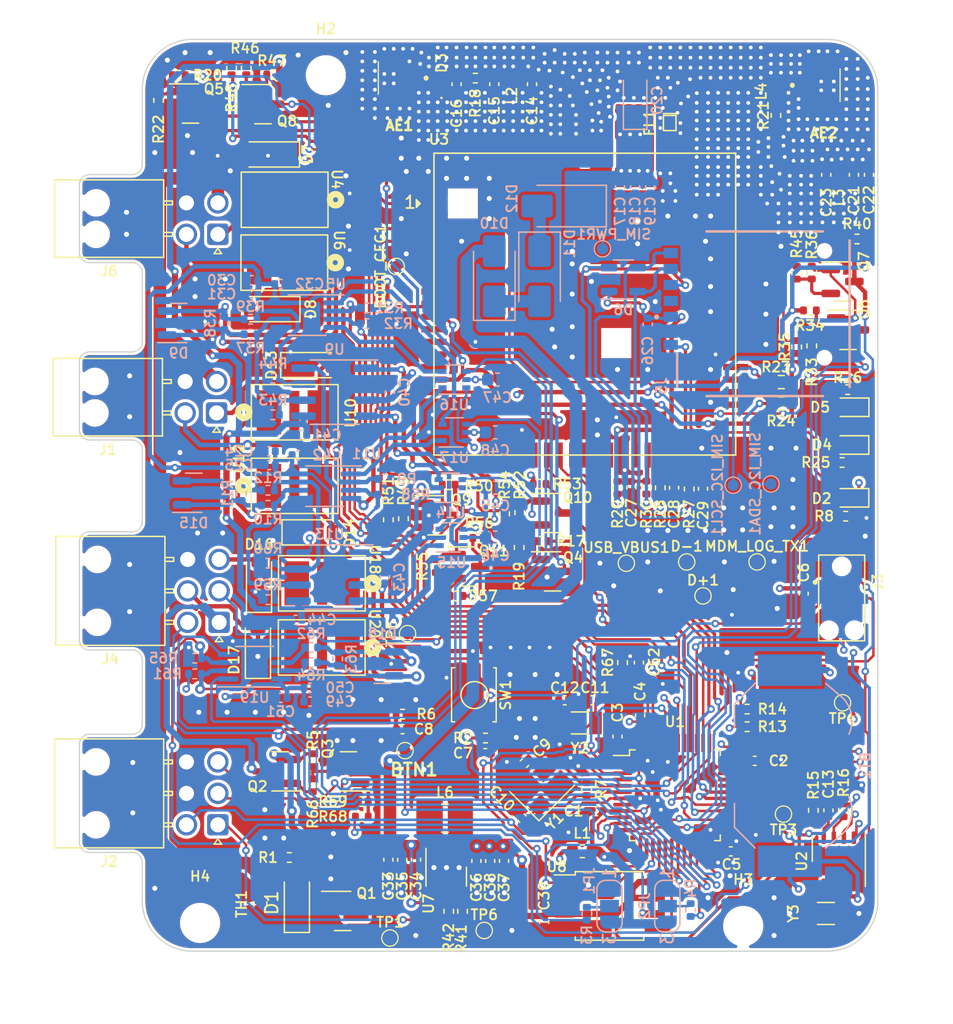
<source format=kicad_pcb>
(kicad_pcb (version 20221018) (generator pcbnew)
  (layers (0 "F.Cu" signal) (1 "In1.Cu" signal) (2 "In2.Cu" signal) (31 "B.Cu" signal) (34 "B.Paste" user) (35 "F.Paste" user) (36 "B.SilkS" user "B.Silkscreen") (37 "F.SilkS" user "F.Silkscreen") (38 "B.Mask" user) (39 "F.Mask" user) (44 "Edge.Cuts" user))
  (net 0 "")
  (net 1 "Net-(AE1-A)")
  (net 2 "GND")
  (net 3 "Net-(AE2-A)")
  (net 4 "Net-(U3-BOOT_CFG)")
  (net 5 "Net-(BT1-+)")
  (net 6 "/STM32FC8T6_MCU/3v3_stm")
  (net 7 "/STM32FC8T6_MCU/RESET")
  (net 8 "/STM32FC8T6_MCU/xtal_in")
  (net 9 "/STM32FC8T6_MCU/xtal_out")
  (net 10 "/STM32FC8T6_MCU/xtal_1")
  (net 11 "/STM32FC8T6_MCU/xtal_2")
  (net 12 "Net-(U2-VDD)")
  (net 13 "Net-(U3-RF_ANT)")
  (net 14 "Net-(C15-Pad2)")
  (net 15 "4.2V_SIMPWR")
  (net 16 "+3V3")
  (net 17 "/SIM7000_GPRS_MODULE/gps_VDD")
  (net 18 "/SIM7000_GPRS_MODULE/V_Sim")
  (net 19 "/SIM7000_GPRS_MODULE/Sim_DIO")
  (net 20 "/SIM7000_GPRS_MODULE/Sim_CLK")
  (net 21 "/SIM7000_GPRS_MODULE/Sim_RST")
  (net 22 "+3.3VA")
  (net 23 "+5V")
  (net 24 "Net-(U3-USB_DP)")
  (net 25 "Net-(U3-USB_DM)")
  (net 26 "Net-(D1-K)")
  (net 27 "Net-(D1-A)")
  (net 28 "Net-(D2-K)")
  (net 29 "Net-(D2-A)")
  (net 30 "Net-(D4-A)")
  (net 31 "Net-(D5-A)")
  (net 32 "Net-(J5-RST)")
  (net 33 "Net-(J5-CLK)")
  (net 34 "Net-(J5-I{slash}O)")
  (net 35 "/RS485_MAX485/B")
  (net 36 "/RS485_MAX485/A")
  (net 37 "Net-(U4-line_in)")
  (net 38 "Net-(U6-line_in)")
  (net 39 "Net-(D10-K)")
  (net 40 "Net-(D11-K)")
  (net 41 "Net-(U3-GNSS_ANT)")
  (net 42 "/STM32FC8T6_MCU/swdio")
  (net 43 "/STM32FC8T6_MCU/swdclk")
  (net 44 "/STM32FC8T6_MCU/SW0")
  (net 45 "/SIM7000_GPRS_MODULE/Sim_DET")
  (net 46 "Net-(JP1-C)")
  (net 47 "Net-(JP2-C)")
  (net 48 "Net-(L4-Pad1)")
  (net 49 "Net-(U7-SW1)")
  (net 50 "Net-(U7-SW2)")
  (net 51 "Net-(U3-MDM_LOG_TX)")
  (net 52 "Net-(Q2-G)")
  (net 53 "/BUTTON")
  (net 54 "/Button_2")
  (net 55 "Net-(Q4-G)")
  (net 56 "/SIM7000_GPRS_MODULE/Reset")
  (net 57 "Net-(Q5-G)")
  (net 58 "Net-(Q5-D)")
  (net 59 "/STM32FC8T6_MCU/BOOT0")
  (net 60 "/STM32FC8T6_MCU/BOOT1")
  (net 61 "/RS485_MAX486/A")
  (net 62 "/RS485_MAX486/B")
  (net 63 "/SCL")
  (net 64 "/SDA")
  (net 65 "/RTC_MODULE_IC_PCF8523/RTC_~{INT}")
  (net 66 "/SIM7000_GPRS_MODULE/Sim_Restart")
  (net 67 "/SIM7000_GPRS_MODULE/PWRKEY")
  (net 68 "Net-(U3-I2C_SCL)")
  (net 69 "VDD_EXT")
  (net 70 "Net-(U3-I2C_SDA)")
  (net 71 "/SIM7000_GPRS_MODULE/NETLIGHT")
  (net 72 "/SIM7000_GPRS_MODULE/STATUS")
  (net 73 "Net-(U7-FB)")
  (net 74 "/STM32FC8T6_MCU/TX1")
  (net 75 "/STM32FC8T6_MCU/RX1")
  (net 76 "/FLASH_MEMORY/CS")
  (net 77 "/SIM7000_GPRS_MODULE/GPS_RXD")
  (net 78 "/SIM7000_GPRS_MODULE/GPS_TXD")
  (net 79 "/FLASH_MEMORY/MISO")
  (net 80 "Net-(U10-line_in)")
  (net 81 "/CAN_TRANSCEIVER_ATA6561/CAN_RX")
  (net 82 "/CAN_TRANSCEIVER_ATA6561/CAN_TX")
  (net 83 "/SIM7000_GPRS_MODULE/SIM_RI_(WAKE_HOST)")
  (net 84 "/SIM7000_GPRS_MODULE/Sim_DTR")
  (net 85 "Net-(U2-OSCI)")
  (net 86 "Net-(U2-OSCO)")
  (net 98 "Net-(U3-USB_VBUS)")
  (net 114 "Net-(Q6-S)")
  (net 115 "Net-(Q7-S)")
  (net 116 "Net-(Q8-S)")
  (net 117 "Net-(Q9-S)")
  (net 118 "Net-(Q10-S)")
  (net 119 "Net-(Q11-S)")
  (net 120 "/SIM7000_GPRS_MODULE/MOSFET_LOGIC_LEVEL_TRANSLATOR2/LOW_SIDE_LOGIC_SIGNAL")
  (net 121 "/SIM7000_GPRS_MODULE/MOSFET_LOGIC_LEVEL_TRANSLATOR3/LOW_SIDE_LOGIC_SIGNAL")
  (net 122 "/SIM7000_GPRS_MODULE/MOSFET_LOGIC_LEVEL_TRANSLATOR/LOW_SIDE_LOGIC_SIGNAL")
  (net 123 "/SIM7000_GPRS_MODULE/MOSFET_LOGIC_LEVEL_TRANSLATOR5/LOW_SIDE_LOGIC_SIGNAL")
  (net 124 "/SIM7000_GPRS_MODULE/MOSFET_LOGIC_LEVEL_TRANSLATOR1/LOW_SIDE_LOGIC_SIGNAL")
  (net 125 "/SIM7000_GPRS_MODULE/MOSFET_LOGIC_LEVEL_TRANSLATOR4/LOW_SIDE_LOGIC_SIGNAL")
  (net 126 "Net-(U12-line_in)")
  (net 127 "/RS485_MAX487/A")
  (net 128 "/RS485_MAX487/B")
  (net 129 "Net-(U18-line_in)")
  (net 130 "Net-(U20-line_in)")
  (net 131 "VIN")
  (net 132 "Net-(J4-Pin_1)")
  (net 133 "/RS485_~{RE}")
  (net 134 "/CAN_TRANSCEIVER_ATA6562/A_to_CANL")
  (net 135 "/CAN_TRANSCEIVER_ATA6562/B_to_CANH")
  (net 136 "/RS485_DE")
  (net 137 "/CAN_TRANSCEIVER_ATA6561/A_to_CANL")
  (net 138 "/CAN_TRANSCEIVER_ATA6561/B_to_CANH")
  (net 139 "/RS485_MAX487/RS485_~{RE}")
  (net 140 "/RS485_MAX487/A_to_CANL")
  (net 141 "/RS485_MAX487/B_to_CANH")
  (net 142 "/RS485_MAX487/RS485_DE")
  (net 143 "/DISPLAY_PWR_EN")
  (net 144 "/FLASH_MEMORY/SCK")
  (net 145 "/FLASH_MEMORY/MOSI")
  (net 146 "/ecu_RS485_DI")
  (net 147 "/ecu_RS485_RO")
  (net 148 "/MULTIPLEXER_SWITCH_WAS3157B-7/SIG2_IN")
  (net 149 "/MULTIPLEXER_SWITCH_WAS3157B-7/SIG1_IN")
  (net 150 "/CAN_STBY")
  (net 151 "/MULTIPLEXER_SWITCH_WAS3157B-6/SIG2_IN")
  (net 152 "/MULTIPLEXER_SWITCH_WAS3157B-6/SIG1_IN")
  (net 153 "/MULTIPLEXER_SWITCH_WAS3157B-7/OUT2_NC")
  (net 154 "/MULTIPLEXER_SWITCH_WAS3157B-7/OUT1_NC")
  (net 155 "/ecu_CAN_TX_2")
  (net 156 "/ecu_CAN_RX_2")
  (net 157 "/SEL")
  (net 158 "/SOFT_DISPLAY_RS485_RO")
  (net 159 "/SOFT_DISPLAY_RS485_DI")
  (net 160 "Net-(Q3-G)")
  (net 161 "Net-(Q3-D)")
  (footprint "Resistor_SMD:R_0402_1005Metric" (layer "F.Cu") (at 89.375 119.05 90)
    (fp_text reference "R15")
    (fp_text value "220R")
  )
  (footprint "Resistor_SMD:R_0402_1005Metric" (layer "F.Cu") (at 62.8 97.4 180)
    (fp_text reference "R56")
    (fp_text value "10K")
  )
  (footprint "Capacitor_SMD:C_0402_1005Metric" (layer "F.Cu") (at 55.575 122.975 -90)
    (fp_text reference "C33")
    (fp_text value "10u")
  )
  (footprint "brilliant-kicad-library:TestPoint_Pad_D0.9mm" (layer "F.Cu") (at 57.1 105 90)
    (fp_text reference "TP5")
    (fp_text value "BTN2")
  )
  (footprint "Diode_SMD:D_SOD-123" (layer "F.Cu") (at 45.2875 100.95 90)
    (fp_text reference "D16")
    (fp_text value "BEP0080MA")
  )
  (footprint "brilliant-kicad-library:TestPoint_Pad_D0.9mm" (layer "F.Cu") (at 91.7 110.5 180)
    (fp_text reference "TP4")
    (fp_text value "TestPoint")
  )
  (footprint "Package_TO_SOT_SMD:SOT-23" (layer "F.Cu") (at 92.1375 80.85)
    (fp_text reference "Q6")
    (fp_text value "2N7002")
  )
  (footprint "Package_QFP:LQFP-48_7x7mm_P0.5mm" (layer "F.Cu") (at 78.3625 117.85)
    (fp_text reference "U1")
    (fp_text value "STM32F103C8Tx")
  )
  (footprint "MACHADA_footprints:TBU-CA065-200-WH" (layer "F.Cu") (at 52.325 106.1 180)
    (fp_text reference "U20")
    (fp_text value "TBU-CA065-200-WH")
  )
  (footprint "Resistor_SMD:R_0402_1005Metric" (layer "F.Cu") (at 74.2 107.3 90)
    (fp_text reference "R67")
    (fp_text value "10K")
  )
  (footprint "greencharge-footprints:UFL_COAX_CONN23370191" (layer "F.Cu") (at 56.075 60.83 90)
    (fp_text reference "AE1")
    (fp_text value "Antenna_Shield" hide)
  )
  (footprint "Resistor_SMD:R_0402_1005Metric" (layer "F.Cu") (at 86.4 63.8 -90)
    (fp_text reference "R21")
    (fp_text value "10R")
  )
  (footprint "Capacitor_SMD:C_0402_1005Metric" (layer "F.Cu") (at 90.575 119.05 90)
    (fp_text reference "C13")
    (fp_text value "10u")
  )
  (footprint "Resistor_SMD:R_0402_1005Metric" (layer "F.Cu") (at 92.8475 73.62 180)
    (fp_text reference "R40")
    (fp_text value "10K")
  )
  (footprint "Resistor_SMD:R_0402_1005Metric" (layer "F.Cu") (at 63.3 113.3)
    (fp_text reference "R2")
    (fp_text value "10K")
  )
  (footprint "Resistor_SMD:R_0402_1005Metric" (layer "F.Cu") (at 77.2 93.4 -90)
    (fp_text reference "R28")
    (fp_text value "22R")
  )
  (footprint "brilliant-kicad-library:TestPoint_Pad_D0.9mm" (layer "F.Cu") (at 56.9 114.3)
    (fp_text reference "TP2" hide)
    (fp_text value "BTN")
  )
  (footprint "Capacitor_SMD:C_0402_1005Metric" (layer "F.Cu") (at 64 61.31 90)
    (fp_text reference "C15")
    (fp_text value "~")
  )
  (footprint "Package_TO_SOT_SMD:SOT-23" (layer "F.Cu") (at 45.61 62.9)
    (fp_text reference "Q8")
    (fp_text value "2N7002")
  )
  (footprint "brilliant-kicad-library:TestPoint_Pad_D0.9mm" (layer "F.Cu") (at 87 119.35 180)
    (fp_text reference "TP3")
    (fp_text value "TestPoint")
  )
  (footprint "Resistor_SMD:R_0402_1005Metric" (layer "F.Cu") (at 49.5625 115.06 -90)
    (fp_text reference "R5")
    (fp_text value "10K")
  )
  (footprint "Connector_Molex:Molex_Nano-Fit_105314-xx06_2x03_P2.50mm_Horizontal" (layer "F.Cu") (at 42.115 104.1 180)
    (fp_text reference "J4")
    (fp_text value "DISPLAY CONNECTOR")
  )
  (footprint "Resistor_SMD:R_0402_1005Metric" (layer "F.Cu") (at 37.3 62.6 90)
    (fp_text reference "R22")
    (fp_text value "10K")
  )
  (footprint "Diode_SMD:D_SOD-123" (layer "F.Cu") (at 49.375 83.65)
    (fp_text reference "D13")
    (fp_text value "BEP0080MA")
  )
  (footprint "Package_TO_SOT_SMD:SOT-23" (layer "F.Cu") (at 68.6125 95.41)
    (fp_text reference "Q10")
    (fp_text value "2N7002")
  )
  (footprint "brilliant-kicad-library:TestPoint_Pad_D0.9mm" (layer "F.Cu") (at 80.6 102)
    (fp_text reference "D+1")
    (fp_text value "D+")
  )
  (footprint "Capacitor_SMD:C_0402_1005Metric" (layer "F.Cu") (at 71.8 110.3)
    (fp_text reference "C11")
    (fp_text value "22p")
  )
  (footprint "Inductor_SMD:L_0402_1005Metric" (layer "F.Cu") (at 91.46 68.52 90)
    (fp_text reference "L3")
    (fp_text value "100mHz 150/200R")
  )
  (footprint "Package_TO_SOT_SMD:SOT-23" (layer "F.Cu") (at 51.9375 127.05)
    (fp_text reference "Q1")
    (fp_text value "SSM3J328R-HXY")
  )
  (footprint "Capacitor_SMD:C_0402_1005Metric" (layer "F.Cu") (at 69.6 110.3 180)
    (fp_text reference "C12")
    (fp_text value "22p")
  )
  (footprint "MACHADA_footprints:TBU-CA065-200-WH" (layer "F.Cu") (at 49.35 75.5 180)
    (fp_text reference "U6")
    (fp_text value "TBU-CA065-200-WH")
  )
  (footprint "Package_TO_SOT_SMD:SOT-23" (layer "F.Cu") (at 59.365 95.59)
    (fp_text reference "Q9")
    (fp_text value "2N7002")
  )
  (footprint "Resistor_SMD:R_0402_1005Metric" (layer "F.Cu") (at 62.49 60.83 180)
    (fp_text reference "R18")
    (fp_text value "0R")
  )
  (footprint "Resistor_SMD:R_0402_1005Metric" (layer "F.Cu") (at 59.3475 99.63 -90)
    (fp_text reference "R55")
    (fp_text value "10K")
  )
  (footprint "Resistor_SMD:R_0402_1005Metric" (layer "F.Cu") (at 49.5625 117.06 -90)
    (fp_text reference "R66")
    (fp_text value "1k")
  )
  (footprint "Resistor_SMD:R_0402_1005Metric" (layer "F.Cu") (at 43.1 60.05 90)
    (fp_text reference "R48")
    (fp_text value "1K")
  )
  (footprint "Capacitor_SMD:C_0402_1005Metric" (layer "F.Cu") (at 61 61.31 90)
    (fp_text reference "C16")
    (fp_text value "~")
  )
  (footprint "LED_SMD:LED_0603_1608Metric" (layer "F.Cu") (at 92.3125 87 180)
    (fp_text reference "D5")
    (fp_text value "BLUE")
  )
  (footprint "Capacitor_SMD:C_0402_1005Metric" (layer "F.Cu") (at 56.675 122.975 -90)
    (fp_text reference "C35")
    (fp_text value "10u")
  )
  (footprint "Package_TO_SOT_SMD:SOT-23" (layer "F.Cu") (at 39.8375 62.85)
    (fp_text reference "Q5")
    (fp_text value "BSN20")
  )
  (footprint "Capacitor_SMD:C_0402_1005Metric" (layer "F.Cu") (at 92.6 68.52 90)
    (fp_text reference "C21")
    (fp_text value "1u")
  )
  (footprint "Capacitor_SMD:C_0402_1005Metric" (layer "F.Cu") (at 88.6 101.82 -90)
    (fp_text reference "C6")
    (fp_text value "1u")
  )
  (footprint "Capacitor_SMD:C_0402_1005Metric" (layer "F.Cu") (at 63.675 123.075 -90)
    (fp_text reference "C38")
    (fp_text value "10u")
  )
  (footprint "Package_TO_SOT_SMD:SOT-23" (layer "F.Cu") (at 68.6375 100.05)
    (fp_text reference "Q4")
    (fp_text value "BSN20")
  )
  (footprint "Inductor_SMD:L_0402_1005Metric" (layer "F.Cu") (at 86.4 61.885 90)
    (fp_text reference "L4")
    (fp_text value "27nH")
  )
  (footprint "Resistor_SMD:R_0402_1005Metric" (layer "F.Cu") (at 89.2475 76.29 -90)
    (fp_text reference "R36")
    (fp_text value "10K")
  )
  (footprint "Capacitor_SMD:C_0402_1005Metric" (layer "F.Cu") (at 63.28 114.5 180)
    (fp_text reference "C7")
    (fp_text value "100n")
  )
  (footprint "Capacitor_SMD:C_0402_1005Metric" (layer "F.Cu") (at 57.775 122.975 -90)
    (fp_text reference "C34")
    (fp_text value "100n")
  )
  (footprint "Resistor_SMD:R_0603_1608Metric" (layer "F.Cu") (at 86.825 85)
    (fp_text reference "R23")
    (fp_text value "2.2K")
  )
  (footprint "Resistor_SMD:R_0402_1005Metric" (layer "F.Cu") (at 60.375 127.075 -90)
    (fp_text reference "R42")
    (fp_text value "1K")
  )
  (footprint "Resistor_SMD:R_0402_1005Metric" (layer "F.Cu") (at 91.775 119.05 90)
    (fp_text reference "R16")
    (fp_text value "4.7K")
  )
  (footprint "LED_SMD:LED_0603_1608Metric" (layer "F.Cu") (at 92.3 94.2 180)
    (fp_text reference "D2")
    (fp_text value "LED")
  )
  (footprint "Resistor_SMD:R_0402_1005Metric" (layer "F.Cu") (at 67.765 97.65 180)
    (fp_text reference "R17")
    (fp_text value "1k")
  )
  (footprint "Capacitor_SMD:C_0402_1005Metric" (layer "F.Cu") (at 75.5 107.3 90)
    (fp_text reference "C52")
    (fp_text value "100n")
  )
  (footprint "Resistor_SMD:R_0402_1005Metric" (layer "F.Cu") (at 89.2475 82.12 -90)
    (fp_text reference "R33")
    (fp_text value "10K")
  )
  (footprint "Crystal:Crystal_SMD_3215-2Pin_3.2x1.5mm" (layer "F.Cu") (at 90.375 127.25)
    (fp_text reference "Y3")
    (fp_text value "32.678KHz")
  )
  (footprint "greencharge-footprints:J-LINK_6-PIN_NEEDLE_ADAPTER" (layer "F.Cu") (at 91.629 102.19 -90)
    (fp_text reference "J3")
    (fp_text value "Conn_01x06")
  )
  (footprint "Capacitor_SMD:C_0402_1005Metric" (layer "F.Cu") (at 78.3 93.4 -90)
    (fp_text reference "C28")
    (fp_text value "22p")
  )
  (footprint "Resistor_SMD:R_0402_1005Metric" (layer "F.Cu") (at 67.6 93.1)
    (fp_text reference "R53")
    (fp_text value "10K")
  )
  (footprint "Package_TO_SOT_SMD:SOT-23" (layer "F.Cu") (at 91.7 77)
    (fp_text reference "Q7")
    (fp_text value "2N7002")
  )
  (footprint "Capacitor_SMD:C_0402_1005Metric" (layer "F.Cu") (at 56.7 112.6)
    (fp_text reference "C8")
    (fp_text value "100n")
  )
  (footprint "Resistor_SMD:R_0402_1005Metric" (layer "F.Cu") (at 91.94 95.66 180)
    (fp_text reference "R8")
    (fp_text value "499R")
  )
  (footprint "Inductor_SMD:L_0402_1005Metric" (layer "F.Cu") (at 65.485 60.83 180)
    (fp_text reference "L2")
    (fp_text value "1uH")
  )
  (footprint "MACHADA_footprints:TBU-CA065-200-WH" (layer "F.Cu") (at 46.075 87.4)
    (fp_text reference "U10")
    (fp_text value "TBU-CA065-200-WH")
  )
  (footprint "Diode_SMD:D_SOD-123" (layer "F.Cu") (at 45.2 106.2 90)
    (fp_text reference "D17")
    (fp_text value "BEP0080MA")
  )
  (footprint "Resistor_SMD:R_0402_1005Metric" (layer "F.Cu") (at 84.11 112.4)
    (fp_text reference "R13")
    (fp_text value "4.7K")
  )
  (footprint "Diode_SMD:D_SOD-123" (layer "F.Cu") (at 46.15 66.9 180)
    (fp_text reference "D7")
    (fp_text value "BEP0080MA")
  )
  (footprint "Diode_SMD:D_SOD-123" (layer "F.Cu") (at 46.187502 79.2 180)
    (fp_text reference "D8")
    (fp_text value "BEP0080MA")
  )
  (footprint "Resistor_SMD:R_0402_1005Metric" (layer "F.Cu") (at 46.41 60.55 180)
    (fp_text reference "R47")
    (fp_text value "10K")
  )
  (footprint "Capacitor_SMD:C_0402_1005Metric" (layer "F.Cu") (at 73.8 113.18 90)
    (fp_text reference "C3")
    (fp_text value "100n")
  )
  (footprint "Capacitor_SMD:C_0402_1005Metric" (layer "F.Cu") (at 67 61.31 90)
    (fp_text reference "C14")
    (fp_text value "0.3p")
  )
  (footprint "Resistor_SMD:R_0402_1005Metric" (layer "F.Cu") (at 65.975 98.15 90)
    (fp_text reference "R19")
    (fp_text value "10K")
  )
  (footprint "Resistor_SMD:R_0402_1005Metric" (layer "F.Cu") (at 56.775 95.86 -90)
    (fp_text reference "R49")
    (fp_text value "10K")
  )
  (footprint "Diode_SMD:D_SOD-123" (layer "F.Cu") (at 48.3 126.4 90)
    (fp_text reference "D1")
    (fp_text value "MMSZ5232B-E3-08")
  )
  (footprint "Resistor_SMD:R_0402_1005Metric" (layer "F.Cu") (at 55.575 95.95 -90)
    (fp_text reference "R51")
    (fp_text value "1K")
  )
  (footprint "Resistor_SMD:R_0402_1005Metric" (layer "F.Cu") (at 88.0475 82.21 -90)
    (fp_text reference "R35")
    (fp_text value "1K")
  )
  (footprint "brilliant-kicad-library:TestPoint_Pad_D0.9mm" (layer "F.Cu") (at 56.2 75.8 90)
    (fp_text reference "BOOT_CFG1")
    (fp_text value "BOOT_CFG")
  )
  (footprint "Capacitor_SMD:C_0402_1005Metric" (layer "F.Cu") (at 90.4 68.52 -90)
    (fp_text reference "C23")
    (fp_text value "1n")
  )
  (footprint "Resistor_SMD:R_0402_1005Metric" (layer "F.Cu") (at 88.0475 76.3 -90)
    (fp_text reference "R45")
    (fp_text value "1K")
  )
  (footprint "Package_SON:HVSON-8-1EP_4x4mm_P0.8mm_EP2.2x3.1mm" (layer "F.Cu") (at 91.4 123.1 90)
    (fp_text reference "U2")
    (fp_text value "PCF8523TK")
  )
  (footprint "Diode_SMD:D_0402_1005Metric" (layer "F.Cu") (at 59.8 61.315 90)
    (fp_text reference "D3")
    (fp_text value "LXES15AAA1-153")
  )
  (footprint "Diode_SMD:D_SOD-123" (layer "F.Cu") (at 49.475 96.95)
    (fp_text reference "D14")
    (fp_text value "BEP0080MA")
  )
  (footprint "Filter:Filter_1109-5_1.1x0.9mm" (layer "F.Cu") (at 77.95 64.4 -90)
    (fp_text reference "FL1")
    (fp_text value "B39162B8813P810")
  )
  (footprint "Resistor_SMD:R_0402_1005Metric" (layer "F.Cu") (at 53.4625 119.55 180)
    (fp_text reference "R68")
    (fp_text value "100R")
  )
  (footprint "greencharge-footprints:UFL_COAX_CONN23370191" (layer "F.Cu") (at 90.2 61.4 -90)
    (fp_text reference "AE2")
    (fp_text value "Antenna_Shield" hide)
  )
  (footprint "Resistor_SMD:R_0402_1005Metric" (layer "F.Cu") (at 61.475 127.075 90)
    (fp_text reference "R41")
    (fp_text value "1K")
  )
  (footprint "Capacitor_SMD:C_0402_1005Metric" (layer "F.Cu") (at 84.7125 115.1125)
    (fp_text reference "C2")
    (fp_text value "100n")
  )
  (footprint "Resistor_SMD:R_0402_1005Metric" (layer "F.Cu") (at 73.8 93.4 -90)
    (fp_text reference "R29")
    (fp_text value "10K")
  )
  (footprint "Capacitor_SMD:C_0402_1005Metric" (layer "F.Cu") (at 82.8125 122.3125)
    (fp_text reference "C5")
    (fp_text value "100n")
  )
  (footprint "Inductor_SMD:L_0603_1608Metric" (layer "F.Cu") (at 71 122.3)
    (fp_text reference "L1")
    (fp_text value "L_Ferrite")
  )
  (footprint "Resistor_SMD:R_0402_1005Metric" (layer "F.Cu") (at 64.8225 95.47 -90)
    (fp_text reference "R54")
    (fp_text value "1K")
  )
  (footprint "Resistor_SMD:R_0402_1005Metric" (layer "F.Cu") (at 66.0225 95.38 -90)
    (fp_text reference "R52")
    (fp_text value "10K")
  )
  (footprint "Capacitor_SMD:C_0402_1005Metric" (layer "F.Cu") (at 64.775 123.075 -90)
    (fp_text reference "C37")
    (fp_text value "100n")
  )
  (footprint "MountingHole:MountingHole_2.7mm" (layer "F.Cu") (at 83.8 128.25)
    (fp_text reference "H3")
    (fp_text value "MountingHole")
  )
  (footprint "brilliant-kicad-library:TestPoint_Pad_D0.9mm" (layer "F.Cu") (at 55.7 129.2)
    (fp_text reference "TP1")
    (fp_text value "TestPoint")
  )
  (footprint "Capacitor_SMD:C_0402_1005Metric" (layer "F.Cu") (at 66.2 119.67 -45)
    (fp_text reference "C10")
    (fp_text value "22p")
  )
  (footprint "Resistor_SMD:R_0402_1005Metric" (layer "F.Cu") (at 44.2725 60.04 90)
    (fp_text reference "R46")
    (fp_text value "10K")
  )
  (footprint "MountingHole:MountingHole_2.7mm" (layer "F.Cu") (at 40.6 128)
    (fp_text reference "H4")
    (fp_text value "MountingHole")
  )
  (footprint "Crystal:Crystal_SMD_3215-2Pin_3.2x1.5mm" (layer "F.Cu") (at 70.8 112.1 180)
    (fp_text reference "Y2")
    (fp_text value "32.678KHz")
  )
  (footprint "Capacitor_SMD:C_0402_1005Metric" (layer "F.Cu") (at 80.6 93.48 -90)
    (fp_text reference "C29")
    (fp_text value "22p")
  )
  (footprint "Capacitor_SMD:C_0402_1005Metric" (layer "F.Cu") (at 74.9 93.38 -90)
    (fp_text reference "C27")
    (fp_text value "22p")
  )
  (footprint "Capacitor_SMD:C_0402_1005Metric" (layer "F.Cu") (at 66.4 115.3 45)
    (fp_text reference "C9")
    (fp_text value "22p")
  )
  (footprint "Resistor_SMD:R_0402_1005Metric" (layer "F.Cu") (at 38.9 60.6 180)
    (fp_text reference "R20")
    (fp_text value "1k")
  )
  (footprint "greencharge-footprints:SKRPACE010" (layer "F.Cu") (at 62.45 109.86 90)
    (fp_text reference "SW1")
    (fp_text value "reset")
  )
  (footprint "Capacitor_SMD:C_0402_1005Metric" (layer "F.Cu") (at 62.575 123.075 -90)
    (fp_text reference "C36")
    (fp_text value "10u")
  )
  (footprint "MACHADA_footprints:TBU-CA065-200-WH" (layer "F.Cu") (at 46.075 93.25)
    (fp_text reference "U12")
    (fp_text value "TBU-CA065-200-WH")
  )
  (footprint "LED_SMD:LED_0603_1608Metric" (layer "F.Cu") (at 92.3 90 180)
    (fp_text reference "D4")
    (fp_text value "ORANGE")
  )
  (footprint "brilliant-kicad-library:TestPoint_Pad_D0.9mm" (layer "F.Cu") (at 84.9 99.3)
    (fp_text reference "MDM_LOG_TX1")
    (fp_text value "MDM_LOG_TX")
  )
  (footprint "Connector_Molex:Molex_Nano-Fit_105314-xx06_2x03_P2.50mm_Horizontal" (layer "F.Cu") (at 42.015 120.2 180)
    (fp_text reference "J2")
    (fp_text value "Conn_02x03_Odd_Even")
  )
  (footprint "Resistor_SMD:R_0402_1005Metric" (layer "F.Cu") (at 61 102 180)
    (fp_text reference "R57")
    (fp_text value "1K")
  )
  (footprint "greencharge-footprints:SIM7000G" (layer "F.Cu") (at 71.2 78.8)
    (fp_text reference "U3")
    (fp_text value "SIM7000G")
  )
  (footprint "Resistor_SMD:R_0402_1005Metric" (layer "F.Cu") (at 76.1 93.39 -90)
    (fp_text reference "R30")
    (fp_text value "22R")
  )
  (footprint "Capacitor_SMD:C_0402_1005Metric" (layer "F.Cu") (at 72.1125 119.1125 180)
    (fp_text reference "C1")
    (fp_text value "100n")
  )
  (footprint "Capacitor_SMD:C_0402_1005Metric" (layer "F.Cu") (at 67.9625 127.93 -90)
    (fp_text reference "C39")
    (fp_text value "100n")
  )
  (footprint "MACHADA_footprints:TBU-CA065-200-WH" (layer "F.Cu") (at 52.3375 101 180)
    (fp_text reference "U18")
    (fp_text value "TBU-CA065-200-WH")
  )
  (footprint "Capacitor_SMD:C_0402_1005Metric" (layer "F.Cu") (at 75.6 111.5 90)
    (fp_text reference "C4")
    (fp_text value "100n")
  )
  (footprint "Resistor_SMD:R_0402_1005Metric" (layer "F.Cu") (at 92.1125 85.6 180)
    (fp_text reference "R26")
    (fp_text value "390R")
  )
  (footprint "MACHADA_footprints:TBU-CA065-200-WH" (layer "F.Cu") (at 49.375 70.5 180)
    (fp_text reference "U4")
    (fp_text value "TBU-CA065-200-WH")
  )
  (footprint "MountingHole:MountingHole_2.7mm" (layer "F.Cu") (at 50.6 60.6)
    (fp_text reference "H2")
    (fp_text value "MountingHole")
  )
  (footprint "Resistor_SMD:R_0402_1005Metric" (layer "F.Cu") (at 53.4625 118.35 180)
    (fp_text reference "R69")
    (fp_text value "10K")
  )
  (footprint "Package_TO_SOT_SMD:SOT-23" (layer "F.Cu") (at 52.4 115.95 180)
    (fp_text reference "Q3")
    (fp_text value "IRLML0100TRPBF")
  )
  (footprint "brilliant-kicad-library:TestPoint_Pad_D0.9mm" (layer "F.Cu") (at 79.3 99.3)
    (fp_text reference "D-1")
    (fp_text value "D-")
  )
  (footprint "Fuse:Fuse_0603_1608Metric_Pad1.05x0.95mm_HandSolder" (layer "F.Cu") (at 45.4 126.5 -90)
    (fp_text reference "TH1")
    (fp_text value "Thermistor_PTC")
  )
  (footprint "Resistor_SMD:R_0402_1005Metric" (layer "F.Cu") (at 89.1 79.3)
    (fp_text reference "R34")
    (fp_text value "10K")
  )
  (footprint "Connector_Molex:Molex_Nano-Fit_105314-xx04_2x02_P2.50mm_Horizontal" (layer "F.Cu") (at 41.915 87.45 180)
    (fp_text reference "J1")
    (fp_text value "Conn_02x02_Odd_Even")
  )
  (footprint "Resistor_SMD:R_0402_1005Metric" (layer "F.Cu") (at 91.66 91.39 180)
    (fp_text reference "R25")
    (fp_text value "390R")
  )
  (footprint "Package_DFN_QFN:DFN-10-1EP_3x3mm_P0.5mm_EP1.7x2.5mm" (layer "F.Cu") (at 60.175 123.575 -90)
    (fp_text reference "U7")
    (fp_text value "ADP2504ACPZ-R7_3.3V_VERSION")
  )
  (footprint "Connector_Molex:Molex_Nano-Fit_105314-xx04_2x02_P2.50mm_Horizontal" (layer "F.Cu") (at 42.015 73.25 180)
    (fp_text reference "J6")
    (fp_text value "Conn_02x02_Odd_Even")
  )
  (footprint "brilliant-kicad-library:TestPoint_Pad_D0.9mm" (layer "F.Cu") (at 63.2 128.6)
    (fp_text reference "TP6")
    (fp_text value "TestPoint")
  )
  (footprint "Capacitor_SMD:C_0402_1005Metric" (layer "F.Cu") (at 93.8 68.52 90)
    (fp_text reference "C22")
    (fp_text value "10n")
  )
  (footprint "Resistor_SMD:R_0402_1005Metric" (layer "F.Cu") (at 71.3375 117.3625 -90)
    (fp_text reference "R7")
    (fp_text value "1M")
  )
  (footprint "Crystal:Crystal_SMD_3225-4Pin_3.2x2.5mm" (layer "F.Cu") (at 67.8 117.3 45)
    (fp_text reference "Y1")
    (fp_text value "8MHz")
  )
  (footprint "Inductor_SMD:L_1008_2520Metric_Pad1.43x2.20mm_HandSolder" (layer "F.Cu") (at 60.075 119.675)
    (fp_text reference "L6")
    (fp_text value "1.5uH")
  )
  (footprint "brilliant-kicad-library:TestPoint_Pad_D0.9mm" (layer "F.Cu") (at 74.5 99.4)
    (fp_text reference "USB_VBUS1")
    (fp_text value "USB_VBUS")
  )
  (footprint "Package_TO_SOT_SMD:SOT-23" (layer "F.Cu") (at 46.9625 115.95 180)
    (fp_text reference "Q2")
    (fp_text value "SSM3J328R-HXY")
  )
  (footprint "Resistor_SMD:R_0402_1005Metric" (layer "F.Cu") (at 47.7 122.8 180)
    (fp_text reference "R1")
    (fp_text value "49.9R")
  )
  (footprint "Package_TO_SOT_SMD:SOT-23" (layer "F.Cu") (at 61.9375 99.66)
    (fp_text reference "Q11")
    (fp_text value "2N7002")
  )
  (footprint "Resistor_SMD:R_0402_1005Metric" (layer "F.Cu") (at 84.11 111)
    (fp_text reference "R14")
    (fp_text value "4.7K")
  )
  (footprint "Resistor_SMD:R_0402_1005Metric" (layer "F.Cu") (at 60.375 93.16 180)
    (fp_text reference "R50")
    (fp_text value "10K")
  )
  (footprint "Resistor_SMD:R_0402_1005Metric" (layer "F.Cu") (at 79.5 93.5 -90)
    (fp_text reference "R27")
    (fp_text value "22R")
  )
  (footprint "Package_SO:SOIC-8_5.23x5.23mm_P1.27mm" (layer "F.Cu") (at 73.1625 126.65)
    (fp_text reference "U8")
    (fp_text value "W25Q32JVSS")
  )
  (footprint "Resistor_SMD:R_0603_1608Metric" (layer "F.Cu") (at 86.825 86.7)
    (fp_text reference "R24")
    (fp_text value "2.2K")
  )
  (footprint "Resistor_SMD:R_0402_1005Metric" (layer "F.Cu") (at 56.7 111.4)
    (fp_text reference "R6")
    (fp_text value "10K")
  )
  (footprint "Resistor_SMD:R_0402_1005Metric" (layer "B.Cu") (at 49.4375 107.3)
    (fp_text reference "R64")
    (fp_text value "10R")
  )
  (footprint "Capacitor_Tantalum_SMD:CP_EIA-3216-18_Kemet-A" (layer "B.Cu") (at 75.2 62.6 90)
    (fp_text reference "C20")
    (fp_text value "100u")
  )
  (footprint "Package_TO_SOT_SMD:SOT-23-5" (layer "B.Cu") (at 74.2625 76.85)
    (fp_text reference "D6")
    (fp_text value "SP0504BAHT")
  )
  (footprint "Resistor_SMD:R_0402_1005Metric" (layer "B.Cu") (at 55.25 93.95 180)
    (fp_text reference "R58")
    (fp_text value "100K")
  )
  (footprint "Capacitor_SMD:C_0402_1005Metric" (layer "B.Cu") (at 49.3375 109.3)
    (fp_text reference "C50")
    (fp_text value "100n")
  )
  (footprint "Resistor_SMD:R_0402_1005Metric" (layer "B.Cu") (at 53.8625 79.100001)
    (fp_text reference "R31")
    (fp_text value "100K")
  )
  (footprint "Resistor_SMD:R_0402_1005Metric" (layer "B.Cu") (at 71.3625 127.264762 90)
    (fp_text reference "R3")
    (fp_text value "100K")
  )
  (footprint "Resistor_SMD:R_0402_1005Metric" (layer "B.Cu") (at 42.5125 80.299999 -90)
    (fp_text reference "R38")
    (fp_text value "220R")
  )
  (footprint "Jumper:SolderJumper-3_P1.3mm_Open_RoundedPad1.0x1.5mm_NumberLabels" (layer "B.Cu") (at 73.1625 126.664762 -90)
    (fp_text reference "JP1")
    (fp_text value "BOOT0")
  )
  (footprint "Resistor_SMD:R_0402_1005Metric" (layer "B.Cu") (at 46.4 84.7 180)
    (fp_text reference "R44")
    (fp_text value "60R")
  )
  (footprint "Capacitor_SMD:C_0402_1005Metric" (layer "B.Cu") (at 48.200001 103.9 180)
    (fp_text reference "C44")
    (fp_text value "100n")
  )
  (footprint "Capacitor_SMD:C_0402_1005Metric" (layer "B.Cu") (at 44.7125 78 180)
    (fp_text reference "C31")
    (fp_text value "100n")
  )
  (footprint "Package_SO:MSOP-8_3x3mm_P0.65mm" (layer "B.Cu") (at 44.9375 107.625)
    (fp_text reference "U19")
    (fp_text value "SSP3485U")
  )
  (footprint "brilliant-kicad-library:TestPoint_Pad_D0.9mm" (layer "B.Cu") (at 83 93.2 -90)
    (fp_text reference "SIM_I2C_SCL1")
    (fp_text value "SIM_I2C_SCL")
  )
  (footprint "Diode_SMD:D_SMA" (layer "B.Cu") (at 64 76.5825 90)
    (fp_text reference "D10")
    (fp_text value "SS310")
  )
  (footprint "Capacitor_SMD:C_0402_1005Metric" (layer "B.Cu") (at 47.0375 110.1 180)
    (fp_text reference "C51")
    (fp_text value "10u")
  )
  (footprint "Resistor_SMD:R_0402_1005Metric" (layer "B.Cu") (at 79.6125 126.974762 -90)
    (fp_text reference "R4")
    (fp_text value "100K")
  )
  (footprint "Battery:BatteryHolder_LINX_BAT-HLD-012-SMT" (layer "B.Cu") (at 87.5 115.5 -90)
    (fp_text reference "BT1")
    (fp_text value "Battery_Cell")
  )
  (footprint "Resistor_SMD:R_0402_1005Metric" (layer "B.Cu") (at 46 102.3 180)
    (fp_text reference "R59")
    (fp_text value "60R")
  )
  (footprint "Capacitor_SMD:C_0402_1005Metric" (layer "B.Cu") (at 49.3375 110.4)
    (fp_text reference "C49")
    (fp_text value "100n")
  )
  (footprint "Resistor_SMD:R_0402_1005Metric" (layer "B.Cu") (at 44.6125 79.999999 180)
    (fp_text reference "R39")
    (fp_text value "10R")
  )
  (footprint "Resistor_SMD:R_0402_1005Metric" (layer "B.Cu") (at 46 93.6 180)
    (fp_text reference "R12")
    (fp_text value "10R")
  )
  (footprint "brilliant-kicad-library:TestPoint_Pad_D0.9mm" (layer "B.Cu") (at 86 93.1 -90)
    (fp_text reference "SIM_I2C_SDA1")
    (fp_text value "SIM_I2C_SDA")
  )
  (footprint "Package_TO_SOT_SMD:SOT-363_SC-70-6" (layer "B.Cu") (at 60.6 97.35)
    (fp_text reference "U15")
    (fp_text value "WAS3157B")
  )
  (footprint "Capacitor_SMD:C_0402_1005Metric" (layer "B.Cu") (at 46.1 90.5 180)
    (fp_text reference "C24")
    (fp_text value "100n")
  )
  (footprint "Capacitor_SMD:C_0603_1608Metric" (layer "B.Cu") (at 64.075 89)
    (fp_text reference "C48")
    (fp_text value "100n")
  )
  (footprint "Resistor_SMD:R_0402_1005Metric" (layer "B.Cu") (at 46 94.8 180)
    (fp_text reference "R10")
    (fp_text value "10R")
  )
  (footprint "Capacitor_SMD:C_0402_1005Metric" (layer "B.Cu") (at 44.7125 76.9 180)
    (fp_text reference "C30")
    (fp_text value "100n")
  )
  (footprint "Package_TO_SOT_SMD:SOT-23" (layer "B.Cu") (at 55.1 107.4 180)
    (fp_text reference "D18")
    (fp_text value "ESDONCAN1LT1G")
  )
  (footprint "Resistor_SMD:R_0402_1005Metric" (layer "B.Cu") (at 55.25 92.7)
    (fp_text reference "R9")
    (fp_text value "100K")
  )
  (footprint "Diode_SMD:D_SMA" (layer "B.Cu") (at 69.4 71 180)
    (fp_text reference "D12")
    (fp_text value "SS310")
  )
  (footprint "Package_TO_SOT_SMD:SOT-363_SC-70-6" (layer "B.Cu") (at 60.525 93.4)
    (fp_text reference "U14")
    (fp_text value "WAS3157B")
  )
  (footprint "Resistor_SMD:R_0402_1005Metric" (layer "B.Cu") (at 40.1875 108.2 180)
    (fp_text reference "R61")
    (fp_text value "100K")
  )
  (footprint "Jumper:SolderJumper-3_P1.3mm_Open_RoundedPad1.0x1.5mm_NumberLabels" (layer "B.Cu") (at 77.7625 126.664762 -90)
    (fp_text reference "JP2")
    (fp_text value "BOOT1")
  )
  (footprint "Capacitor_SMD:C_0402_1005Metric" (layer "B.Cu") (at 75.2 69.5 -90)
    (fp_text reference "C18")
    (fp_text value "10u")
  )
  (footprint "Capacitor_SMD:C_0402_1005Metric" (layer "B.Cu") (at 55.3 100.5 90)
    (fp_text reference "C43")
    (fp_text value "100n")
  )
  (footprint "Resistor_SMD:R_0402_1005Metric" (layer "B.Cu") (at 40.1875 106.95)
    (fp_text reference "R65")
    (fp_text value "100K")
  )
  (footprint "Capacitor_SMD:C_0402_1005Metric" (layer "B.Cu") (at 46.1 91.6 180)
    (fp_text reference "C25")
    (fp_text value "100n")
  )
  (footprint "Package_TO_SOT_SMD:SOT-23" (layer "B.Cu") (at 38.9 80.3)
    (fp_text reference "D9")
    (fp_text value "ESDONCAN1LT1G")
  )
  (footprint "Resistor_SMD:R_0402_1005Metric" (layer "B.Cu") (at 46.4 87.6 180)
    (fp_text reference "R43")
    (fp_text value "60R")
  )
  (footprint "Package_TO_SOT_SMD:SOT-23" (layer "B.Cu") (at 40.1 93.8)
    (fp_text reference "D15")
    (fp_text value "ESDONCAN1LT1G")
  )
  (footprint "Package_SO:SOIC-8_3.9x4.9mm_P1.27mm" (layer "B.Cu") (at 50.9 100.5 180)
    (fp_text reference "U13")
    (fp_text value "ATA6561-GAQW-N")
  )
  (footprint "Resistor_SMD:R_0402_1005Metric" (layer "B.Cu") (at 44.6125 81.199999 180)
    (fp_text reference "R37")
    (fp_text value "10R")
  )
  (footprint "Package_TO_SOT_SMD:SOT-363_SC-70-6" (layer "B.Cu") (at 60.825 89)
    (fp_text reference "U17")
    (fp_text value "WAS3157B")
  )
  (footprint "brilliant-kicad-library:TestPoint_Pad_D0.9mm" (layer "B.Cu") (at 72.6 74.4 180)
    (fp_text reference "SIM_PWR1")
    (fp_text value "TestPoint")
  )
  (footprint "Capacitor_SMD:C_0402_1005Metric" (layer "B.Cu") (at 76.2 80.4 -90)
    (fp_text reference "C26")
    (fp_text value "100n")
  )
  (footprint "Capacitor_SMD:C_0402_1005Metric" (layer "B.Cu") (at 74 69.5 -90)
    (fp_text reference "C17")
    (fp_text value "1u")
  )
  (footprint "Capacitor_SMD:C_0402_1005Metric" (layer "B.Cu") (at 48.4 90.8)
    (fp_text reference "C42")
    (fp_text value "10u")
  )
  (footprint "Capacitor_SMD:C_0603_1608Metric" (layer "B.Cu") (at 64.075 97.36)
    (fp_text reference "C46")
    (fp_text value "100n")
  )
  (footprint "Capacitor_SMD:C_0402_1005Metric" (layer "B.Cu") (at 55.7 85.8 90)
    (fp_text reference "C40")
    (fp_text value "100n")
  )
  (footprint "Capacitor_SMD:C_0402_1005Metric" (layer "B.Cu") (at 48.6 89.2 180)
    (fp_text reference "C41")
    (fp_text value "100n")
  )
  (footprint "Resistor_SMD:R_0402_1005Metric" (layer "B.Cu") (at 43.9 93.9 -90)
    (fp_text reference "R11")
    (fp_text value "220R")
  )
  (footprint "Resistor_SMD:R_0402_1005Metric" (layer "B.Cu") (at 53.8625 80.35 180)
    (fp_text reference "R32")
    (fp_text value "100K")
  )
  (footprint "Package_SO:MSOP-8_3x3mm_P0.65mm" (layer "B.Cu") (at 49.1125 79.675 180)
    (fp_text reference "U5")
    (fp_text value "SSP3485U")
  )
  (footprint "Package_SO:SOIC-8_3.9x4.9mm_P1.27mm" (layer "B.Cu") (at 51.3 85.8 180)
    (fp_text reference "U9")
    (fp_text value "ATA6561-GAQW-N")
  )
  (footprint "Resistor_SMD:R_0402_1005Metric" (layer "B.Cu") (at 51.5375 107 90)
    (fp_text reference "R63")
    (fp_text value "220R")
  )
  (footprint "greencharge-footprints:GCT_SIM8066-6-1-14-01-A_REVA" (layer "B.Cu") (at 85.4 79.565 -90)
    (fp_text reference "J5")
    (fp_text value "nano_sim")
  )
  (footprint "Resistor_SMD:R_0402_1005Metric" (layer "B.Cu") (at 46 99.400001 180)
    (fp_text reference "R60")
    (fp_text value "60R")
  )
  (footprint "Diode_SMD:D_SMA" (layer "B.Cu") (at 67.6 76.5825 -90)
    (fp_text reference "D11")
    (fp_text value "SS310")
  )
  (footprint "Resistor_SMD:R_0402_1005Metric" (layer "B.Cu") (at 49.4375 106.1)
    (fp_text reference "R62")
    (fp_text value "10R")
  )
  (footprint "Capacitor_SMD:C_0402_1005Metric" (layer "B.Cu") (at 47.0125 77.2)
    (fp_text reference "C32")
    (fp_text value "10u")
  )
  (footprint "Capacitor_SMD:C_0603_1608Metric" (layer "B.Cu") (at 64.25 84.8)
    (fp_text reference "C47")
    (fp_text value "100n")
  )
  (footprint "Capacitor_SMD:C_0402_1005Metric" (layer "B.Cu") (at 76.4 69.5 -90)
    (fp_text reference "C19")
    (fp_text value "10u")
  )
  (footprint "Package_SO:MSOP-8_3x3mm_P0.65mm" (layer "B.Cu") (at 50.5 93.275 180)
    (fp_text reference "U11")
    (fp_text value "SSP3485U")
  )
  (footprint "Package_TO_SOT_SMD:SOT-363_SC-70-6" (layer "B.Cu") (at 60.825 84.8)
    (fp_text reference "U16")
    (fp_text value "WAS3157B")
  )
  (footprint "Capacitor_SMD:C_0603_1608Metric" (layer "B.Cu") (at 64.1 93.4)
    (fp_text reference "C45")
    (fp_text value "100n")
  )
  (gr_line (start 31.8 106.3) (end 35.2 106.3) (stroke (width 0.1)) (layer "Edge.Cuts"))
  (gr_arc (start 31 97.7) (mid 31.234315 97.134315) (end 31.8 96.9) (stroke (width 0.1)) (layer "Edge.Cuts"))
  (gr_arc (start 31.8 75.5) (mid 31.234315 75.265685) (end 31 74.7) (stroke (width 0.1)) (layer "Edge.Cuts"))
  (gr_arc (start 36 96.1) (mid 35.765685 96.665685) (end 35.2 96.9) (stroke (width 0.1)) (layer "Edge.Cuts"))
  (gr_arc (start 36 67.7) (mid 35.765685 68.265685) (end 35.2 68.5) (stroke (width 0.1)) (layer "Edge.Cuts"))
  (gr_line (start 36 96.1) (end 36 90.4) (stroke (width 0.1)) (layer "Edge.Cuts"))
  (gr_arc (start 31 69.3) (mid 31.234315 68.734315) (end 31.8 68.5) (stroke (width 0.1)) (layer "Edge.Cuts"))
  (gr_line (start 31 74.7) (end 31 69.3) (stroke (width 0.1)) (layer "Edge.Cuts"))
  (gr_line (start 36 61.75) (end 36 67.7) (stroke (width 0.1)) (layer "Edge.Cuts"))
  (gr_line (start 31.8 113) (end 35.2 113) (stroke (width 0.1)) (layer "Edge.Cuts"))
  (gr_arc (start 94.5 126.25) (mid 93.328427 129.078427) (end 90.5 130.25) (stroke (width 0.1)) (layer "Edge.Cuts"))
  (gr_arc (start 31.8 106.3) (mid 31.234315 106.065685) (end 31 105.5) (stroke (width 0.1)) (layer "Edge.Cuts"))
  (gr_arc (start 35.2 89.6) (mid 35.765685 89.834315) (end 36 90.4) (stroke (width 0.1)) (layer "Edge.Cuts"))
  (gr_line (start 31.8 82.6) (end 35.2 82.6) (stroke (width 0.1)) (layer "Edge.Cuts"))
  (gr_arc (start 31.8 89.6) (mid 31.234315 89.365685) (end 31 88.8) (stroke (width 0.1)) (layer "Edge.Cuts"))
  (gr_line (start 36 112.2) (end 36 107.1) (stroke (width 0.1)) (layer "Edge.Cuts"))
  (gr_arc (start 31 113.8) (mid 31.234315 113.234315) (end 31.8 113) (stroke (width 0.1)) (layer "Edge.Cuts"))
  (gr_line (start 31.8 89.6) (end 35.2 89.6) (stroke (width 0.1)) (layer "Edge.Cuts"))
  (gr_line (start 31 121.6) (end 31 113.8) (stroke (width 0.1)) (layer "Edge.Cuts"))
  (gr_line (start 36 123.2) (end 36 126.25) (stroke (width 0.1)) (layer "Edge.Cuts"))
  (gr_arc (start 36 61.75) (mid 37.171573 58.921573) (end 40 57.75) (stroke (width 0.1)) (layer "Edge.Cuts"))
  (gr_line (start 31.8 75.5) (end 35.2 75.5) (stroke (width 0.1)) (layer "Edge.Cuts"))
  (gr_arc (start 40 130.25) (mid 37.171573 129.078427) (end 36 126.25) (stroke (width 0.1)) (layer "Edge.Cuts"))
  (gr_arc (start 31 83.4) (mid 31.234315 82.834315) (end 31.8 82.6) (stroke (width 0.1)) (layer "Edge.Cuts"))
  (gr_arc (start 35.2 75.5) (mid 35.765685 75.734315) (end 36 76.3) (stroke (width 0.1)) (layer "Edge.Cuts"))
  (gr_line (start 94.5 61.75) (end 94.5 126.25) (stroke (width 0.1)) (layer "Edge.Cuts"))
  (gr_line (start 40 57.75) (end 90.5 57.75) (stroke (width 0.1)) (layer "Edge.Cuts"))
  (gr_line (start 31.8 122.4) (end 35.2 122.4) (stroke (width 0.1)) (layer "Edge.Cuts"))
  (gr_line (start 31.8 96.9) (end 35.2 96.9) (stroke (width 0.1)) (layer "Edge.Cuts"))
  (gr_arc (start 31.8 122.4) (mid 31.234315 122.165685) (end 31 121.6) (stroke (width 0.1)) (layer "Edge.Cuts"))
  (gr_arc (start 90.5 57.75) (mid 93.328427 58.921573) (end 94.5 61.75) (stroke (width 0.1)) (layer "Edge.Cuts"))
  (gr_arc (start 35.2 122.4) (mid 35.765685 122.634315) (end 36 123.2) (stroke (width 0.1)) (layer "Edge.Cuts"))
  (gr_line (start 90.5 130.25) (end 40 130.25) (stroke (width 0.1)) (layer "Edge.Cuts"))
  (gr_line (start 36 81.8) (end 36 76.3) (stroke (width 0.1)) (layer "Edge.Cuts"))
  (gr_line (start 31 105.5) (end 31 97.7) (stroke (width 0.1)) (layer "Edge.Cuts"))
  (gr_line (start 31.8 68.5) (end 35.2 68.5) (stroke (width 0.1)) (layer "Edge.Cuts"))
  (gr_arc (start 35.2 106.3) (mid 35.765685 106.534315) (end 36 107.1) (stroke (width 0.1)) (layer "Edge.Cuts"))
  (gr_arc (start 36 112.2) (mid 35.765685 112.765685) (end 35.2 113) (stroke (width 0.1)) (layer "Edge.Cuts"))
  (gr_arc (start 36 81.8) (mid 35.765685 82.365685) (end 35.2 82.6) (stroke (width 0.1)) (layer "Edge.Cuts"))
  (gr_line (start 31 88.8) (end 31 83.4) (stroke (width 0.1)) (layer "Edge.Cuts"))
  (gr_text "BTN1" (at 55.6 116.4) (layer "F.SilkS") (effects (font (size 1 1) (thickness 0.2) bold) (justify left bottom)))
  (segment (start 57.6 60.83) (end 61.98 60.83) (width 0.2) (layer "F.Cu") (net 1))
  (segment (start 80.6125 122.0125) (end 80.6125 121.1875) (width 0.254) (layer "F.Cu") (net 2))
  (segment (start 83.773 115.773) (end 85.2 115.773) (width 0.254) (layer "F.Cu") (net 2))
  (segment (start 48.8 79.2) (end 49.4 79.8) (width 0.5) (layer "F.Cu") (net 2))
  (segment (start 45.2875 102.6) (end 45 102.6) (width 0.5) (layer "F.Cu") (net 2))
  (segment (start 85.2 115.6) (end 85.2 115.773) (width 0.254) (layer "F.Cu") (net 2))
  (segment (start 85.4 115.773) (end 86.227 115.773) (width 0.254) (layer "F.Cu") (net 2))
  (segment (start 60.675 124.075) (end 60.2 123.6) (width 0.25) (layer "F.Cu") (net 2))
  (segment (start 75.47 106.79) (end 75.5 106.82) (width 0.2) (layer "F.Cu") (net 2))
  (segment (start 59.345 123.455) (end 61.055 123.455) (width 0.25) (layer "F.Cu") (net 2))
  (segment (start 61.345 123.455) (end 64.675 123.455) (width 0.25) (layer "F.Cu") (net 2))
  (segment (start 51.6 119.7025) (end 51.6 120.4995) (width 0.2) (layer "F.Cu") (net 2))
  (segment (start 59.2 86.8) (end 59.2 87.5) (width 0.254) (layer "F.Cu") (net 2))
  (segment (start 74.2 90.8) (end 74.2 91.8255) (width 0.2) (layer "F.Cu") (net 2))
  (segment (start 59.055 123.455) (end 59.2 123.6) (width 0.25) (layer "F.Cu") (net 2))
  (segment (start 60.2 123.6) (end 60.175 123.575) (width 0.25) (layer "F.Cu") (net 2))
  (segment (start 45 101.6745) (end 45 102.3125) (width 0.5) (layer "F.Cu") (net 2))
  (segment (start 86.8 115.2) (end 86.8 115) (width 0.254) (layer "F.Cu") (net 2))
  (segment (start 90.575 117.425) (end 90.575 118.57) (width 0.254) (layer "F.Cu") (net 2))
  (segment (start 47.837502 79.2) (end 48.8 79.2) (width 0.5) (layer "F.Cu") (net 2))
  (segment (start 80.6125 121.1875) (end 81.2 120.6) (width 0.254) (layer "F.Cu") (net 2))
  (segment (start 45 102.6) (end 44.2 103.4) (width 0.5) (layer "F.Cu") (net 2))
  (segment (start 45 102.3125) (end 45.2875 102.6) (width 0.5) (layer "F.Cu") (net 2))
  (segment (start 85.2 115.773) (end 85.4 115.773) (width 0.254) (layer "F.Cu") (net 2))
  (segment (start 92.6 124.975) (end 92.6 124.3) (width 0.35) (layer "F.Cu") (net 2))
  (segment (start 70.08 110.3) (end 70.8 110.3) (width 0.2) (layer "F.Cu") (net 2))
  (segment (start 70.8 109.9) (end 70.7 109.8) (width 0.2) (layer "F.Cu") (net 2))
  (segment (start 93.2005 117.04973) (end 92.39493 117.04973) (width 0.254) (layer "F.Cu") (net 2))
  (segment (start 59.675 125.0375) (end 59.675 124.075) (width 0.25) (layer "F.Cu") (net 2))
  (segment (start 59.675 124.075) (end 60.175 123.575) (width 0.25) (layer "F.Cu") (net 2))
  (segment (start 64.675 123.455) (end 64.775 123.555) (width 0.25) (layer "F.Cu") (net 2))
  (segment (start 92.39493 117.04973) (end 92.168418 117.276242) (width 0.254) (layer "F.Cu") (net 2))
  (segment (start 47.725 82.675) (end 47.8 82.6) (width 0.5) (layer "F.Cu") (net 2))
  (segment (start 82.525 115.6) (end 83.6 115.6) (width 0.254) (layer "F.Cu") (net 2))
  (segment (start 76.1125 113.6875) (end 76.1125 115.0125) (width 0.2) (layer "F.Cu") (net 2))
  (segment (start 92.6 124.3) (end 91.4 123.1) (width 0.35) (layer "F.Cu") (net 2))
  (segment (start 60.675 125.0375) (end 60.675 124.075) (width 0.25) (layer "F.Cu") (net 2))
  (segment (start 52.9525 118.35) (end 51.6 119.7025) (width 0.2) (layer "F.Cu") (net 2))
  (segment (start 83.2 82.8) (end 81.6 82.8) (width 0.2) (layer "F.Cu") (net 2))
  (segment (start 59.2 87.5) (end 59.1 87.6) (width 0.254) (layer "F.Cu") (net 2))
  (segment (start 74.2 91.8255) (end 74.3745 92) (width 0.2) (layer "F.Cu") (net 2))
  (segment (start 74.2 106.79) (end 75.47 106.79) (width 0.2) (layer "F.Cu") (net 2))
  (segment (start 59.2 123.6) (end 59.345 123.455) (width 0.25) (layer "F.Cu") (net 2))
  (segment (start 85.1925 115.1125) (end 85.1925 115.5925) (width 0.254) (layer "F.Cu") (net 2))
  (segment (start 61.2 123.6) (end 61.345 123.455) (width 0.25) (layer "F.Cu") (net 2))
  (segment (start 90.723758 117.276242) (end 90.575 117.425) (width 0.254) (layer "F.Cu") (net 2))
  (segment (start 47.725 83.65) (end 47.725 82.675) (width 0.5) (layer "F.Cu") (net 2))
  (segment (start 92.168418 117.276242) (end 90.723758 117.276242) (width 0.254) (layer "F.Cu") (net 2))
  (segment (start 85.1925 115.5925) (end 85.2 115.6) (width 0.254) (layer "F.Cu") (net 2))
  (segment (start 83.6 115.6) (end 83.773 115.773) (width 0.254) (layer "F.Cu") (net 2))
  (segment (start 70.8 110.3) (end 71.32 110.3) (width 0.2) (layer "F.Cu") (net 2))
  (segment (start 61.055 123.455) (end 61.2 123.6) (width 0.25) (layer "F.Cu") (net 2))
  (segment (start 74.8 106.79) (end 75.47 106.79) (width 0.2) (layer "F.Cu") (net 2))
  (segment (start 70.8 110.3) (end 70.8 109.9) (width 0.2) (layer "F.Cu") (net 2))
  (segment (start 86.227 115.773) (end 86.8 115.2) (width 0.254) (layer "F.Cu") (net 2))
  (segment (start 74.2 118.6) (end 75.1 118.6) (width 0.2) (layer "F.Cu") (net 2))
  (segment (start 76.1125 115.0125) (end 76.2 115.1) (width 0.2) (layer "F.Cu") (net 2))
  (segment (start 51.6 120.4995) (end 51.2 120.8995) (width 0.2) (layer "F.Cu") (net 2))
  (segment (start 67.7 101) (end 68.2 100.5) (width 0.254) (layer "F.Cu") (net 2))
  (segment (start 55.575 123.455) (end 59.055 123.455) (width 0.25) (layer "F.Cu") (net 2))
  (segment (start 60.175 122.1125) (end 60.175 123.575) (width 0.25) (layer "F.Cu") (net 2))
  (segment (start 75.1 118.6) (end 75.6 118.1) (width 0.2) (layer "F.Cu") (net 2))
  (via (at 81.2 84) (size 0.8) (drill 0.4) (layers "F.Cu" "B.Cu") (net 2))
  (via (at 71.7265 77) (size 0.8) (drill 0.4) (layers "F.Cu" "B.Cu") (net 2))
  (via (at 52.2 68.6) (size 0.8) (drill 0.4) (layers "F.Cu" "B.Cu") (net 2))
  (via (at 86.25 126) (size 0.8) (drill 0.4) (layers "F.Cu" "B.Cu") (net 2))
  (via (at 88.4 69.3) (size 0.6) (drill 0.3) (layers "F.Cu" "B.Cu") (net 2))
  (via (at 83.75 96.75) (size 0.8) (drill 0.4) (layers "F.Cu" "B.Cu") (net 2))
  (via (at 39.4 58.8) (size 0.8) (drill 0.4) (layers "F.Cu" "B.Cu") (net 2))
  (via (at 84.4 59.2) (size 0.6) (drill 0.3) (layers "F.Cu" "B.Cu") (net 2))
  (via (at 66.8 106.1) (size 0.6) (drill 0.3) (layers "F.Cu" "B.Cu") (net 2))
  (via (at 67.25 108.25) (size 0.8) (drill 0.4) (layers "F.Cu" "B.Cu") (net 2))
  (via (at 58.8 59.2) (size 0.6) (drill 0.3) (layers "F.Cu" "B.Cu") (net 2))
  (via (at 61.8 68.8) (size 0.8) (drill 0.4) (layers "F.Cu" "B.Cu") (net 2))
  (via (at 61.4 73.8) (size 0.8) (drill 0.4) (layers "F.Cu" "B.Cu") (net 2))
  (via (at 63.6 70.4) (size 0.8) (drill 0.4) (layers "F.Cu" "B.Cu") (net 2))
  (via (at 58.75 62.75) (size 0.6) (drill 0.3) (layers "F.Cu" "B.Cu") (net 2))
  (via (at 74.3745 92) (size 0.6) (drill 0.3) (layers "F.Cu" "B.Cu") (net 2))
  (via (at 73.8 59.6) (size 0.6) (drill 0.3) (layers "F.Cu" "B.Cu") (net 2))
  (via (at 84.2 65.7) (size 0.6) (drill 0.3) (layers "F.Cu" "B.Cu") (net 2))
  (via (at 93.3 67.3) (size 0.6) (drill 0.3) (layers "F.Cu" "B.Cu") (net 2))
  (via (at 84.4 60) (size 0.6) (drill 0.3) (layers "F.Cu" "B.Cu") (net 2))
  (via (at 60.25 65) (size 0.6) (drill 0.3) (layers "F.Cu" "B.Cu") (net 2))
  (via (at 77.4 69.8) (size 0.6) (drill 0.3) (layers "F.Cu" "B.Cu") (net 2))
  (via (at 76.6 116) (size 0.6) (drill 0.3) (layers "F.Cu" "B.Cu") (net 2))
  (via (at 82.6 63.5) (size 0.6) (drill 0.3) (layers "F.Cu" "B.Cu") (net 2))
  (via (at 87.6 59) (size 0.6) (drill 0.3) (layers "F.Cu" "B.Cu") (net 2))
  (via (at 84.2 69.3) (size 0.6) (drill 0.3) (layers "F.Cu" "B.Cu") (net 2))
  (via (at 93 127.25) (size 0.8) (drill 0.4) (layers "F.Cu" "B.Cu") (net 2))
  (via (at 72.6 60.2) (size 0.6) (drill 0.3) (layers "F.Cu" "B.Cu") (net 2))
  (via (at 86.6 72.3) (size 0.6) (drill 0.3) (layers "F.Cu" "B.Cu") (net 2))
  (via (at 89.2 72.3) (size 0.6) (drill 0.3) (layers "F.Cu" "B.Cu") (net 2))
  (via (at 71.358821 61.935087) (size 0.6) (drill 0.3) (layers "F.Cu" "B.Cu") (net 2))
  (via (at 86.8 74.2) (size 0.8) (drill 0.4) (layers "F.Cu" "B.Cu") (net 2))
  (via (at 90.1 71.6) (size 0.6) (drill 0.3) (layers "F.Cu" "B.Cu") (net 2))
  (via (at 71.6 61) (size 0.6) (drill 0.3) (layers "F.Cu" "B.Cu") (net 2))
  (via (at 82.3 99.3) (size 0.8) (drill 0.4) (layers "F.Cu" "B.Cu") (net 2))
  (via (at 76.4 60) (size 0.6) (drill 0.3) (layers "F.Cu" "B.Cu") (net 2))
  (via (at 64.8 98.3) (size 0.6) (drill 0.3) (layers "F.Cu" "B.Cu") (net 2))
  (via (at 61.75 64.25) (size 0.6) (drill 0.3) (layers "F.Cu" "B.Cu") (net 2))
  (via (at 58.75 65.75) (size 0.6) (drill 0.3) (layers "F.Cu" "B.Cu") (net 2))
  (via (at 58.75 63.5) (size 0.6) (drill 0.3) (layers "F.Cu" "B.Cu") (net 2))
  (via (at 85.8005 66.3) (size 0.6) (drill 0.3) (layers "F.Cu" "B.Cu") (net 2))
  (via (at 93.6 95.8) (size 0.6) (drill 0.3) (layers "F.Cu" "B.Cu") (net 2))
  (via (at 82.6 68.6) (size 0.6) (drill 0.3) (layers "F.Cu" "B.Cu") (net 2))
  (via (at 47.8 82.6) (size 0.6) (drill 0.3) (layers "F.Cu" "B.Cu") (net 2))
  (via (at 89.7 64.1) (size 0.6) (drill 0.3) (layers "F.Cu" "B.Cu") (net 2))
  (via (at 60.2 67.2) (size 0.8) (drill 0.4) (layers "F.Cu" "B.Cu") (net 2))
  (via (at 78.8 65.2) (size 0.6) (drill 0.3) (layers "F.Cu" "B.Cu") (net 2))
  (via (at 81.8 67.1) (size 0.6) (drill 0.3) (layers "F.Cu" "B.Cu") (net 2))
  (via (at 65 115.2) (size 0.6) (drill 0.3) (layers "F.Cu" "B.Cu") (net 2))
  (via (at 81.8 63.5) (size 0.6) (drill 0.3) (layers "F.Cu" "B.Cu") (net 2))
  (via (at 67.75 64.25) (size 0.6) (drill 0.3) (layers "F.Cu" "B.Cu") (net 2))
  (via (at 77 61.6) (size 0.6) (drill 0.3) (layers "F.Cu" "B.Cu") (net 2))
  (via (at 88.3 59.7) (size 0.6) (drill 0.3) (layers "F.Cu" "B.Cu") (net 2))
  (via (at 83.6 58.4) (size 0.6) (drill 0.3) (layers "F.Cu" "B.Cu") (net 2))
  (via (at 45.194909 106.811878) (size 0.8) (drill 0.4) (layers "F.Cu" "B.Cu") (net 2))
  (via (at 77.8 60.8) (size 0.6) (drill 0.3) (layers "F.Cu" "B.Cu") (net 2))
  (via (at 60.2 123.6) (size 0.8) (drill 0.4) (layers "F.Cu" "B.Cu") (net 2))
  (via (at 69.2 113.8) (size 0.6) (drill 0.3) (layers "F.Cu" "B.Cu") (net 2))
  (via (at 63.3 59.2) (size 0.6) (drill 0.3) (layers "F.Cu" "B.Cu") (net 2))
  (via (at 80.1 63.5) (size 0.6) (drill 0.3) (layers "F.Cu" "B.Cu") (net 2))
  (via (at 83.4 68.6) (size 0.6) (drill 0.3) (layers "F.Cu" "B.Cu") (net 2))
  (via (at 35 84.5) (size 0.8) (drill 0.4) (layers "F.Cu" "B.Cu") (net 2))
  (via (at 64.8 125.6) (size 0.8) (drill 0.4) (layers "F.Cu" "B.Cu") (net 2))
  (via (at 82.9 103.5) (size 0.6) (drill 0.3) (layers "F.Cu" "B.Cu") (net 2))
  (via (at 92 64.9) (size 0.6) (drill 0.3) (layers "F.Cu" "B.Cu") (net 2))
  (via (at 69.25 63.75) (size 0.6) (drill 0.3) (layers "F.Cu" "B.Cu") (net 2))
  (via (at 89.8 58.7) (size 0.6) (drill 0.3) (layers "F.Cu" "B.Cu") (net 2))
  (via (at 47.25 111.25) (size 0.8) (drill 0.4) (layers "F.Cu" "B.Cu") (net 2))
  (via (at 80.4 60.8) (size 0.6) (drill 0.3) (layers "F.Cu" "B.Cu") (net 2))
  (via (at 82.75 124.25) (size 0.8) (drill 0.4) (layers "F.Cu" "B.Cu") (net 2))
  (via (at 56.6 72) (size 0.8) (drill 0.4) (layers "F.Cu" "B.Cu") (net 2))
  (via (at 69.25 65.25) (size 0.6) (drill 0.3) (layers "F.Cu" "B.Cu") (net 2))
  (via (at 85.2 62.8) (size 0.6) (drill 0.3) (layers "F.Cu" "B.Cu") (net 2))
  (via (at 77.2 101.6) (size 0.8) (drill 0.4) (layers "F.Cu" "B.Cu") (net 2))
  (via (at 92.9 60.1) (size 0.6) (drill 0.3) (layers "F.Cu" "B.Cu") (net 2))
  (via (at 70.2 75.6) (size 0.8) (drill 0.4) (layers "F.Cu" "B.Cu") (net 2))
  (via (at 70.7 109.8) (size 0.6) (drill 0.3) (layers "F.Cu" "B.Cu") (net 2))
  (via (at 42 67) (size 0.6) (drill 0.3) (layers "F.Cu" "B.Cu") (net 2))
  (via (at 65.5 59.9) (size 0.6) (drill 0.3) (layers "F.Cu" "B.Cu") (net 2))
  (via (at 61.75 62.75) (size 0.6) (drill 0.3) (layers "F.Cu" "B.Cu") (net 2))
  (via (at 87.5 70.8) (size 0.6) (drill 0.3) (layers "F.Cu" "B.Cu") (net 2))
  (via (at 91.6 67.2405) (size 0.6) (drill 0.3) (layers "F.Cu" "B.Cu") (net 2))
  (via (at 62.5 59.9) (size 0.6) (drill 0.3) (layers "F.Cu" "B.Cu") (net 2))
  (via (at 85.2 67.9) (size 0.6) (drill 0.3) (layers "F.Cu" "B.Cu") (net 2))
  (via (at 68 58.9) (size 0.6) (drill 0.3) (layers "F.Cu" "B.Cu") (net 2))
  (via (at 85.2 63.5) (size 0.6) (drill 0.3) (layers "F.Cu" "B.Cu") (net 2))
  (via (at 72.2 58.8) (size 0.6) (drill 0.3) (layers "F.Cu" "B.Cu") (net 2))
  (via (at 80.1 68.6) (size 0.6) (drill 0.3) (layers "F.Cu" "B.Cu") (net 2))
  (via (at 83.4 62.8) (size 0.6) (drill 0.3) (layers "F.Cu" "B.Cu") (net 2))
  (via (at 81.8 64.2) (size 0.6) (drill 0.3) (layers "F.Cu" "B.Cu") (net 2))
  (via (at 66.25 65) (size 0.6) (drill 0.3) (layers "F.Cu" "B.Cu") (net 2))
  (via (at 80.4 60) (size 0.6) (drill 0.3) (layers "F.Cu" "B.Cu") (net 2))
  (via (at 60.2 59.9) (size 0.6) (drill 0.3) (layers "F.Cu" "B.Cu") (net 2))
  (via (at 69.6 59.6) (size 0.6) (drill 0.3) (layers "F.Cu" "B.Cu") (net 2))
  (via (at 71 61.25) (size 0.6) (drill 0.3) (layers "F.Cu" "B.Cu") (net 2))
  (via (at 77.2 64.8) (size 0.6) (drill 0.3) (layers "F.Cu" "B.Cu") (net 2))
  (via (at 80.1 64.2) (size 0.6) (drill 0.3) (layers "F.Cu" "B.Cu") (net 2))
  (via (at 80.5 90.25) (size 0.8) (drill 0.4) (layers "F.Cu" "B.Cu") (net 2))
  (via (at 62.5 62.75) (size 0.6) (drill 0.3) (layers "F.Cu" "B.Cu") (net 2))
  (via (at 53.5 63.25) (size 0.6) (drill 0.3) (layers "F.Cu" "B.Cu") (net 2))
  (via (at 82 59.2) (size 0.6) (drill 0.3) (layers "F.Cu" "B.Cu") (net 2))
  (via (at 91.8 71.6) (size 0.6) (drill 0.3) (layers "F.Cu" "B.Cu") (net 2))
  (via (at 72.4 99.4) (size 0.8) (drill 0.4) (layers "F.Cu" "B.Cu") (net 2))
  (via (at 43.2 105.6) (size 0.6) (drill 0.3) (layers "F.Cu" "B.Cu") (net 2))
  (via (at 51.2 120.8995) (size 0.8) (drill 0.4) (layers "F.Cu" "B.Cu") (net 2))
  (via (at 62.5 64.25) (size 0.6) (drill 0.3) (layers "F.Cu" "B.Cu") (net 2))
  (via (at 82.6 65.7) (size 0.6) (drill 0.3) (layers "F.Cu" "B.Cu") (net 2))
  (via (at 72.8 106.7) (size 0.6) (drill 0.3) (layers "F.Cu" "B.Cu") (net 2))
  (via (at 92.7 70) (size 0.6) (drill 0.3) (layers "F.Cu" "B.Cu") (net 2))
  (via (at 82.6 67.9) (size 0.6) (drill 0.3) (layers "F.Cu" "B.Cu") (net 2))
  (via (at 58.2 124.4) (size 0.8) (drill 0.4) (layers "F.Cu" "B.Cu") (net 2))
  (via (at 88.4 71.6) (size 0.6) (drill 0.3) (layers "F.Cu" "B.Cu") (net 2))
  (via (at 73.5 101.2) (size 0.8) (drill 0.4) (layers "F.Cu" "B.Cu") (net 2))
  (via (at 74.7 58.8) (size 0.6) (drill 0.3) (layers "F.Cu" "B.Cu") (net 2))
  (via (at 90.5 64.1) (size 0.6) (drill 0.3) (layers "F.Cu" "B.Cu") (net 2))
  (via (at 77.2 64) (size 0.6) (drill 0.3) (layers "F.Cu" "B.Cu") (net 2))
  (via (at 92.5 67.3) (size 0.6) (drill 0.3) (layers "F.Cu" "B.Cu") (net 2))
  (via (at 92.9 59.3) (size 0.6) (drill 0.3) (layers "F.Cu" "B.Cu") (net 2))
  (via (at 85 66.7) (size 0.6) (drill 0.3) (layers "F.Cu" "B.Cu") (net 2))
  (via (at 48.4 59) (size 0.8) (drill 0.4) (layers "F.Cu" "B.Cu") (net 2))
  (via (at 63.25 62) (size 0.6) (drill 0.3) (layers "F.Cu" "B.Cu") (net 2))
  (via (at 70 62.25) (size 0.6) (drill 0.3) (layers "F.Cu" "B.Cu") (net 2))
  (via (at 60.2 58.4) (size 0.6) (drill 0.3) (layers "F.Cu" "B.Cu") (net 2))
  (via (at 81 65.7) (size 0.6) (drill 0.3) (layers "F.Cu" "B.Cu") (net 2))
  (via (at 92 63.3) (size 0.6) (drill 0.3) (layers "F.Cu" "B.Cu") (net 2))
  (via (at 81 67.1) (size 0.6) (drill 0.3) (layers "F.Cu" "B.Cu") (net 2))
  (via (at 91 61.1) (size 0.6) (drill 0.3) (layers "F.Cu" "B.Cu") (net 2))
  (via (at 59.5 59.9) (size 0.6) (drill 0.3) (layers "F.Cu" "B.Cu") (net 2))
  (via (at 92 60.9) (size 0.6) (drill 0.3) (layers "F.Cu" "B.Cu") (net 2))
  (via (at 46 67) (size 0.6) (drill 0.3) (layers "F.Cu" "B.Cu") (net 2))
  (via (at 88.2 63.2) (size 0.6) (drill 0.3) (layers "F.Cu" "B.Cu") (net 2))
  (via (at 74.3 62.4) (size 0.6) (drill 0.3) (layers "F.Cu" "B.Cu") (net 2))
  (via (at 88.2 64.9) (size 0.6) (drill 0.3) (layers "F.Cu" "B.Cu") (net 2))
  (via (at 86.8 60.4) (size 0.6) (drill 0.3) (layers "F.Cu" "B.Cu") (net 2))
  (via (at 72.4 62.7) (size 0.6) (drill 0.3) (layers "F.Cu" "B.Cu") (net 2))
  (via (at 87.4 62.8) (size 0.6) (drill 0.3) (layers "F.Cu" "B.Cu") (net 2))
  (via (at 52.2 58.8) (size 0.8) (drill 0.4) (layers "F.Cu" "B.Cu") (net 2))
  (via (at 43 68.2) (size 0.8) (drill 0.4) (layers "F.Cu" "B.Cu") (net 2))
  (via (at 69.437808 60.382014) (size 0.6) (drill 0.3) (layers "F.Cu" "B.Cu") (net 2))
  (via (at 92 62.5) (size 0.6) (drill 0.3) (layers "F.Cu" "B.Cu") (net 2))
  (via (at 81 69.3) (size 0.6) (drill 0.3) (layers "F.Cu" "B.Cu") (net 2))
  (via (at 92.9 64.1) (size 0.6) (drill 0.3) (layers "F.Cu" "B.Cu") (net 2))
  (via (at 71.8 65) (size 0.6) (drill 0.3) (layers "F.Cu" "B.Cu") (net 2))
  (via (at 75.4 74) (size 0.8) (drill 0.4) (layers "F.Cu" "B.Cu") (net 2))
  (via (at 86.25 129) (size 0.8) (drill 0.4) (layers "F.Cu" "B.Cu") (net 2))
  (via (at 87.75 95) (size 0.8) (drill 0.4) (layers "F.Cu" "B.Cu") (net 2))
  (via (at 52.75 113.5) (size 0.8) (drill 0.4) (layers "F.Cu" "B.Cu") (net 2))
  (via (at 52.4 72.6) (size 0.8) (drill 0.4) (layers "F.Cu" "B.Cu") (net 2))
  (via (at 67 65) (size 0.6) (drill 0.3) (layers "F.Cu" "B.Cu") (net 2))
  (via (at 42.4 97) (size 0.8) (drill 0.4) (layers "F.Cu" "B.Cu") (net 2))
  (via (at 92.9 61.7) (size 0.6) (drill 0.3) (layers "F.Cu" "B.Cu") (net 2))
  (via (at 58.1 59.7) (size 0.6) (drill 0.3) (layers "F.Cu" "B.Cu") (net 2))
  (via (at 66.3 59.2) (size 0.6) (drill 0.3) (layers "F.Cu" "B.Cu") (net 2))
  (via (at 81.2 77.4) (size 0.8) (drill 0.4) (layers "F.Cu" "B.Cu") (net 2))
  (via (at 84.2 62.8) (size 0.6) (drill 0.3) (layers "F.Cu" "B.Cu") (net 2))
  (via (at 78.8 59.2) (size 0.6) (drill 0.3) (layers "F.Cu" "B.Cu") (net 2))
  (via (at 54.5 61) (size 0.6) (drill 0.3) (layers "F.Cu" "B.Cu") (net 2))
  (via (at 67 62.75) (size 0.6) (drill 0.3) (layers "F.Cu" "B.Cu") (net 2))
  (via (at 58 65.75) (size 0.6) (drill 0.3) (layers "F.Cu" "B.Cu") (net 2))
  (via (at 65.75 113.25) (size 0.8) (drill 0.4) (layers "F.Cu" "B.Cu") (net 2))
  (via (at 85.2 69.3) (size 0.6) (drill 0.3) (layers "F.Cu" "B.Cu") (net 2))
  (via (at 66.7 59.9) (size 0.6) (drill 0.3) (layers "F.Cu" "B.Cu") (net 2))
  (via (at 82.6 67.1) (size 0.6) (drill 0.3) (layers "F.Cu" "B.Cu") (net 2))
  (via (at 63.7 106.1) (size 0.6) (drill 0.3) (layers "F.Cu" "B.Cu") (net 2))
  (via (at 53.5 58.75) (size 0.6) (drill 0.3) (layers "F.Cu" "B.Cu") (net 2))
  (via (at 67.75 62.75) (size 0.6) (drill 0.3) (layers "F.Cu" "B.Cu") (net 2))
  (via (at 78 69.2) (size 0.6) (drill 0.3) (layers "F.Cu" "B.Cu") (net 2))
  (via (at 34.75 73.25) (size 0.8) (drill 0.4) (layers "F.Cu" "B.Cu") (net 2))
  (via (at 78 58.4) (size 0.6) (drill 0.3) (layers "F.Cu" "B.Cu") (net 2))
  (via (at 50.8 63) (size 0.8) (drill 0.4) (layers "F.Cu" "B.Cu") (net 2))
  (via (at 77.8 115.2) (size 0.6) (drill 0.3) (layers "F.Cu" "B.Cu") (net 2))
  (via (at 65.5 62.75) (size 0.6) (drill 0.3) (layers "F.Cu" "B.Cu") (net 2))
  (via (at 76.2 99.3) (size 0.8) (drill 0.4) (layers "F.Cu" "B.Cu") (net 2))
  (via (at 68.5 64.5) (size 0.6) (drill 0.3) (layers "F.Cu" "B.Cu") (net 2))
  (via (at 35.25 115.25) (size 0.8) (drill 0.4) (layers "F.Cu" "B.Cu") (net 2))
  (via (at 56 60.5) (size 0.6) (drill 0.3) (layers "F.Cu" "B.Cu") (net 2))
  (via (at 80.1 69.3) (size 0.6) (drill 0.3) (layers "F.Cu" "B.Cu") (net 2))
  (via (at 41 80.2) (size 0.6) (drill 0.3) (layers "F.Cu" "B.Cu") (net 2))
  (via (at 83.4 64.2) (size 0.6) (drill 0.3) (layers "F.Cu" "B.Cu") (net 2))
  (via (at 58 62) (size 0.6) (drill 0.3) (layers "F.Cu" "B.Cu") (net 2))
  (via (at 68.388276 60.2305) (size 0.6) (drill 0.3) (layers "F.Cu" "B.Cu") (net 2))
  (via (at 40 66.75) (size 0.8) (drill 0.4) (layers "F.Cu" "B.Cu") (net 2))
  (via (at 90.837472 67.319122) (size 0.6) (drill 0.3) (layers "F.Cu" "B.Cu") (net 2))
  (via (at 69.6 58.9) (size 0.6) (drill 0.3) (layers "F.Cu" "B.Cu") (net 2))
  (via (at 86.5 103) (size 0.8) (drill 0.4) (layers "F.Cu" "B.Cu") (net 2))
  (via (at 37 66.75) (size 0.8) (drill 0.4) (layers "F.Cu" "B.Cu") (net 2))
  (via (at 76.8 78.6) (size 0.8) (drill 0.4) (layers "F.Cu" "B.Cu") (net 2))
  (via (at 38 59.4) (size 0.8) (drill 0.4) (layers "F.Cu" "B.Cu") (net 2))
  (via (at 61 59.2) (size 0.6) (drill 0.3) (layers "F.Cu" "B.Cu") (net 2))
  (via (at 57.25 63.25) (size 0.6) (drill 0.3) (layers "F.Cu" "B.Cu") (net 2))
  (via (at 77.4 109) (size 0.6) (drill 0.3) (layers "F.Cu" "B.Cu") (net 2))
  (via (at 78.6 61.2) (size 0.6) (drill 0.3) (layers "F.Cu" "B.Cu") (net 2))
  (via (at 90.1 65.8) (size 0.6) (drill 0.3) (layers "F.Cu" "B.Cu") (net 2))
  (via (at 51.1 89.649502) (size 0.6) (drill 0.3) (layers "F.Cu" "B.Cu") (net 2))
  (via (at 68.6 80.8) (size 0.8) (drill 0.4) (layers "F.Cu" "B.Cu") (net 2))
  (via (at 62.6 125.6) (size 0.8) (drill 0.4) (layers "F.Cu" "B.Cu") (net 2))
  (via (at 89.2 73.1) (size 0.6) (drill 0.3) (layers "F.Cu" "B.Cu") (net 2))
  (via (at 77.6 62.4) (size 0.6) (drill 0.3) (layers "F.Cu" "B.Cu") (net 2))
  (via (at 68.2 100.5) (size 0.8) (drill 0.4) (layers "F.Cu" "B.Cu") (net 2))
  (via (at 60.2 68.8) (size 0.8) (drill 0.4) (layers "F.Cu" "B.Cu") (net 2))
  (via (at 35 87.75) (size 0.8) (drill 0.4) (layers "F.Cu" "B.Cu") (net 2))
  (via (at 78 59.2) (size 0.6) (drill 0.3) (layers "F.Cu" "B.Cu") (net 2))
  (via (at 59.5 58.4) (size 0.6) (drill 0.3) (layers "F.Cu" "B.Cu") (net 2))
  (via (at 93.7 62.5) (size 0.6) (drill 0.3) (layers "F.Cu" "B.Cu") (net 2))
  (via (at 67.75 65) (size 0.6) (drill 0.3) (layers "F.Cu" "B.Cu") (net 2))
  (via (at 80.1 67.1) (size 0.6) (drill 0.3) (layers "F.Cu" "B.Cu") (net 2))
  (via (at 86 90.25) (size 0.8) (drill 0.4) (layers "F.Cu" "B.Cu") (net 2))
  (via (at 82.8 60.8) (size 0.6) (drill 0.3) (layers "F.Cu" "B.Cu") (net 2))
  (via (at 59.5 62.75) (size 0.6) (drill 0.3) (layers "F.Cu" "B.Cu") (net 2))
  (via (at 65.5 62) (size 0.6) (drill 0.3) (layers "F.Cu" "B.Cu") (net 2))
  (via (at 64 65) (size 0.6) (drill 0.3) (layers "F.Cu" "B.Cu") (net 2))
  (via (at 87.5 73.1) (size 0.6) (drill 0.3) (layers "F.Cu" "B.Cu") (net 2))
  (via (at 61 58.4) (size 0.6) (drill 0.3) (layers "F.Cu" "B.Cu") (net 2))
  (via (at 72.4 61) (size 0.6) (drill 0.3) (layers "F.Cu" "B.Cu") (net 2))
  (via (at 91.2 64.9) (size 0.6) (drill 0.3) (layers "F.Cu" "B.Cu") (net 2))
  (via (at 80.9995 126) (size 0.8) (drill 0.4) (layers "F.Cu" "B.Cu") (net 2))
  (via (at 61.2 123.6) (size 0.8) (drill 0.4) (layers "F.Cu" "B.Cu") (net 2))
  (via (at 92 60.1) (size 0.6) (drill 0.3) (layers "F.Cu" "B.Cu") (net 2))
  (via (at 83.4 67.1) (size 0.6) (drill 0.3) (layers "F.Cu" "B.Cu") (net 2))
  (via (at 93.3 65.8) (size 0.6) (drill 0.3) (layers "F.Cu" "B.Cu") (net 2))
  (via (at 91.8 70.8) (size 0.6) (drill 0.3) (layers "F.Cu" "B.Cu") (net 2))
  (via (at 51 122.75) (size 0.8) (drill 0.4) (layers "F.Cu" "B.Cu") (net 2))
  (via (at 70.4 58.9) (size 0.6) (drill 0.3) (layers "F.Cu" "B.Cu") (net 2))
  (via (at 87.8 67.4) (size 0.6) (drill 0.3) (layers "F.Cu" "B.Cu") (net 2))
  (via (at 60.25 63.5) (size 0.6) (drill 0.3) (layers "F.Cu" "B.Cu") (net 2))
  (via (at 85.8 67.1) (size 0.6) (drill 0.3) (layers "F.Cu" "B.Cu") (net 2))
  (via (at 45 111.25) (size 0.8) (drill 0.4) (layers "F.Cu" "B.Cu") (net 2))
  (via (at 55.25 61.25) (size 0.6) (drill 0.3) (layers "F.Cu" "B.Cu") (net 2))
  (via (at 46.4 97.6) (size 0.8) (drill 0.4) (layers "F.Cu" "B.Cu") (net 2))
  (via (at 58.386704 97.360113) (size 0.6) (drill 0.3) (layers "F.Cu" "B.Cu") (net 2))
  (via (at 64.8 58.4) (size 0.6) (drill 0.3) (layers "F.Cu" "B.Cu") (net 2))
  (via (at 66.25 63.5) (size 0.6) (drill 0.3) (layers "F.Cu" "B.Cu") (net 2))
  (via (at 61.75 65) (size 0.6) (drill 0.3) (layers "F.Cu" "B.Cu") (net 2))
  (via (at 45 101.6745) (size 0.6) (drill 0.3) (layers "F.Cu" "B.Cu") (net 2))
  (via (at 81.2 120.6) (size 0.6) (drill 0.3) (layers "F.Cu" "B.Cu") (net 2))
  (via (at 66.25 62) (size 0.6) (drill 0.3) (layers "F.Cu" "B.Cu") (net 2))
  (via (at 87.6 60.4) (size 0.6) (drill 0.3) (layers "F.Cu" "B.Cu") (net 2))
  (via (at 59.5 65.75) (size 0.6) (drill 0.3) (layers "F.Cu" "B.Cu") (net 2))
  (via (at 67 63.5) (size 0.6) (drill 0.3) (layers "F.Cu" "B.Cu") (net 2))
  (via (at 75.4 72.2) (size 0.8) (drill 0.4) (layers "F.Cu" "B.Cu") (net 2))
  (via (at 82.25 96.75) (size 0.8) (drill 0.4) (layers "F.Cu" "B.Cu") (net 2))
  (via (at 86.687698 68.433784) (size 0.6) (drill 0.3) (layers "F.Cu" "B.Cu") (net 2))
  (via (at 52.4 76) (size 0.8) (drill 0.4) (layers "F.Cu" "B.Cu") (net 2))
  (via (at 41.4 58.8) (size 0.8) (drill 0.4) (layers "F.Cu" "B.Cu") (net 2))
  (via (at 86.8 59.7) (size 0.6) (drill 0.3) (layers "F.Cu" "B.Cu") (net 2))
  (via (at 78.570025 63.586822) (size 0.6) (drill 0.3) (layers "F.Cu" "B.Cu") (net 2))
  (via (at 83.4 69.3) (size 0.6) (drill 0.3) (layers "F.Cu" "B.Cu") (net 2))
  (via (at 89.3 67.4) (size 0.6) (drill 0.3) (layers "F.Cu" "B.Cu") (net 2))
  (via (at 86.032382 67.82834) (size 0.6) (drill 0.3) (layers "F.Cu" "B.Cu") (net 2))
  (via (at 92 64.1) (size 0.6) (drill 0.3) (layers "F.Cu" "B.Cu") (net 2))
  (via (at 83.4 65.7) (size 0.6) (drill 0.3) (layers "F.Cu" "B.Cu") (net 2))
  (via (at 66.3 58.4) (size 0.6) (drill 0.3) (layers "F.Cu" "B.Cu") (net 2))
  (via (at 81.8 66.4) (size 0.6) (drill 0.3) (layers "F.Cu" "B.Cu") (net 2))
  (via (at 54.5 58.75) (size 0.6) (drill 0.3) (layers "F.Cu" "B.Cu") (net 2))
  (via (at 75.1 62.4) (size 0.6) (drill 0.3) (layers "F.Cu" "B.Cu") (net 2))
  (via (at 87.4 64.2) (size 0.6) (drill 0.3) (layers "F.Cu" "B.Cu") (net 2))
  (via (at 83 123.2) (size 0.6) (drill 0.3) (layers "F.Cu" "B.Cu") (net 2))
  (via (at 88.4 70) (size 0.6) (drill 0.3) (layers "F.Cu" "B.Cu") (net 2))
  (via (at 87.5 70) (size 0.6) (drill 0.3) (layers "F.Cu" "B.Cu") (net 2))
  (via (at 84.2 64.9) (size 0.6) (drill 0.3) (layers "F.Cu" "B.Cu") (net 2))
  (via (at 59.2 123.6) (size 0.8) (drill 0.4) (layers "F.Cu" "B.Cu") (net 2))
  (via (at 88.3 60.4) (size 0.6) (drill 0.3) (layers "F.Cu" "B.Cu") (net 2))
  (via (at 81.8 62.8) (size 0.6) (drill 0.3) (layers "F.Cu" "B.Cu") (net 2))
  (via (at 59.5 59.2) (size 0.6) (drill 0.3) (layers "F.Cu" "B.Cu") (net 2))
  (via (at 91.6 65.8) (size 0.6) (drill 0.3) (layers "F.Cu" "B.Cu") (net 2))
  (via (at 74.75 122.25) (size 0.8) (drill 0.4) (layers "F.Cu" "B.Cu") (net 2))
  (via (at 57.25 59.5) (size 0.6) (drill 0.3) (layers "F.Cu" "B.Cu") (net 2))
  (via (at 82.25 95) (size 0.8) (drill 0.4) (layers "F.Cu" "B.Cu") (net 2))
  (via (at 91 72.3) (size 0.6) (drill 0.3) (layers "F.Cu" "B.Cu") (net 2))
  (via (at 59.5 64.25) (size 0.6) (drill 0.3) (layers "F.Cu" "B.Cu") (net 2))
  (via (at 58.75 62) (size 0.6) (drill 0.3) (layers "F.Cu" "B.Cu") (net 2))
  (via (at 72.5 65) (size 0.6) (drill 0.3) (layers "F.Cu" "B.Cu") (net 2))
  (via (at 86.8 115) (size 0.6) (drill 0.3) (layers "F.Cu" "B.Cu") (net 2))
  (via (at 65.5 64.25) (size 0.6) (drill 0.3) (layers "F.Cu" "B.Cu") (net 2))
  (via (at 92.5 65.8) (size 0.6) (drill 0.3) (layers "F.Cu" "B.Cu") (net 2))
  (via (at 63.25 65) (size 0.6) (drill 0.3) (layers "F.Cu" "B.Cu") (net 2))
  (via (at 84.2 61.9995) (size 0.6) (drill 0.3) (layers "F.Cu" "B.Cu") (net 2))
  (via (at 45.75 121.25) (size 0.8) (drill 0.4) (layers "F.Cu" "B.Cu") (net 2))
  (via (at 62.5 62) (size 0.6) (drill 0.3) (layers "F.Cu" "B.Cu") (net 2))
  (via (at 65.25 108.25) (size 0.8) (drill 0.4) (layers "F.Cu" "B.Cu") (net 2))
  (via (at 55.5 64) (size 0.6) (drill 0.3) (layers "F.Cu" "B.Cu") (net 2))
  (via (at 82.5 106.5) (size 0.8) (drill 0.4) (layers "F.Cu" "B.Cu") (net 2))
  (via (at 92.9 60.9) (size 0.6) (drill 0.3) (layers "F.Cu" "B.Cu") (net 2))
  (via (at 55.6 124.4) (size 0.8) (drill 0.4) (layers "F.Cu" "B.Cu") (net 2))
  (via (at 37 125.25) (size 0.8) (drill 0.4) (layers "F.Cu" "B.Cu") (net 2))
  (via (at 64 63.5) (size 0.6) (drill 0.3) (layers "F.Cu" "B.Cu") (net 2))
  (via (at 58.2 58.8) (size 0.6) (drill 0.3) (layers "F.Cu" "B.Cu") (net 2))
  (via (at 88.4 70.8) (size 0.6) (drill 0.3) (layers "F.Cu" "B.Cu") (net 2))
  (via (at 73.1 60.8) (size 0.6) (drill 0.3) (layers "F.Cu" "B.Cu") (net 2))
  (via (at 85.6 79.6) (size 0.8) (drill 0.4) (layers "F.Cu" "B.Cu") (net 2))
  (via (at 58.75 68.25) (size 0.8) (drill 0.4) (layers "F.Cu" "B.Cu") (net 2))
  (via (at 51.5 113.5) (size 0.8) (drill 0.4) (layers "F.Cu" "B.Cu") (net 2))
  (via (at 77.2 60) (size 0.6) (drill 0.3) (layers "F.Cu" "B.Cu") (net 2))
  (via (at 62.5 58.4) (size 0.6) (drill 0.3) (layers "F.Cu" "B.Cu") (net 2))
  (via (at 63.25 62.75) (size 0.6) (drill 0.3) (layers "F.Cu" "B.Cu") (net 2))
  (via (at 89.3 66.6) (size 0.6) (drill 0.3) (layers "F.Cu" "B.Cu") (net 2))
  (via (at 87.5 127.25) (size 0.8) (drill 0.4) (layers "F.Cu" "B.Cu") (net 2))
  (via (at 84.2 68.6) (size 0.6) (drill 0.3) (layers "F.Cu" "B.Cu") (net 2))
  (via (at 85.2 68.6) (size 0.6) (drill 0.3) (layers "F.Cu" "B.Cu") (net 2))
  (via (at 85.2 58.4) (size 0.6) (drill 0.3) (layers "F.Cu" "B.Cu") (net 2))
  (via (at 35 99.5) (size 0.8) (drill 0.4) (layers "F.Cu" "B.Cu") (net 2))
  (via (at 87.5 68.6) (size 0.6) (drill 0.3) (layers "F.Cu" "B.Cu") (net 2))
  (via (at 61.75 62) (size 0.6) (drill 0.3) (layers "F.Cu" "B.Cu") (net 2))
  (via (at 86.1 69.1) (size 0.6) (drill 0.3) (layers "F.Cu" "B.Cu") (net 2))
  (via (at 81.8 68.6) (size 0.6) (drill 0.3) (layers "F.Cu" "B.Cu") (net 2))
  (via (at 63.6 68.8) (size 0.8) (drill 0.4) (layers "F.Cu" "B.Cu") (net 2))
  (via (at 84.2 67.1) (size 0.6) (drill 0.3) (layers "F.Cu" "B.Cu") (net 2))
  (via (at 75.5 58.8) (size 0.6) (drill 0.3) (layers "F.Cu" "B.Cu") (net 2))
  (via (at 70.8 60.2) (size 0.6) (drill 0.3) (layers "F.Cu" "B.Cu") (net 2))
  (via (at 91.3 66.5) (size 0.6) (drill 0.3) (layers "F.Cu" "B.Cu") (net 2))
  (via (at 78.8 64.4) (size 0.6) (drill 0.3) (layers "F.Cu" "B.Cu") (net 2))
  (via (at 70.25 60.75) (size 0.6) (drill 0.3) (layers "F.Cu" "B.Cu") (net 2))
  (via (at 81.8 61.9995) (size 0.6) (drill 0.3) (layers "F.Cu" "B.Cu") (net 2))
  (via (at 91 70) (size 0.6) (drill 0.3) (layers "F.Cu" "B.Cu") (net 2))
  (via (at 87.4 64.9) (size 0.6) (drill 0.3) (layers "F.Cu" "B.Cu") (net 2))
  (via (at 86.6 70.8) (size 0.6) (drill 0.3) (layers "F.Cu" "B.Cu") (net 2))
  (via (at 35.25 119.25) (size 0.8) (drill 0.4) (layers "F.Cu" "B.Cu") (net 2))
  (via (at 61.75 63.5) (size 0.6) (drill 0.3) (layers "F.Cu" "B.Cu") (net 2))
  (via (at 61.8 59.9) (size 0.6) (drill 0.3) (layers "F.Cu" "B.Cu") (net 2))
  (via (at 66.25 64.25) (size 0.6) (drill 0.3) (layers "F.Cu" "B.Cu") (net 2))
  (via (at 70.5 64.5) (size 0.6) (drill 0.3) (layers "F.Cu" "B.Cu") (net 2))
  (via (at 81.2 79.4) (size 0.8) (drill 0.4) (layers "F.Cu" "B.Cu") (net 2))
  (via (at 75.9 62.4) (size 0.6) (drill 0.3) (layers "F.Cu" "B.Cu") (net 2))
  (via (at 78 61.6) (size 0.6) (drill 0.3) (layers "F.Cu" "B.Cu") (net 2))
  (via (at 58.75 65) (size 0.6) (drill 0.3) (layers "F.Cu" "B.Cu") (net 2))
  (via (at 87.6 59.7) (size 0.6) (drill 0.3) (layers "F.Cu" "B.Cu") (net 2))
  (via (at 81 67.9) (size 0.6) (drill 0.3) (layers "F.Cu" "B.Cu") (net 2))
  (via (at 64.8 59.9) (size 0.6) (drill 0.3) (layers "F.Cu" "B.Cu") (net 2))
  (via (at 76.2 96.8) (size 0.8) (drill 0.4) (layers "F.Cu" "B.Cu") (net 2))
  (via (at 74 61.1) (size 0.6) (drill 0.3) (layers "F.Cu" "B.Cu") (net 2))
  (via (at 64.8 59.2) (size 0.6) (drill 0.3) (layers "F.Cu" "B.Cu") (net 2))
  (via (at 57.5 58.5) (size 0.6) (drill 0.3) (layers "F.Cu" "B.Cu") (net 2))
  (via (at 60.25 64.25) (size 0.6) (drill 0.3) (layers "F.Cu" "B.Cu") (net 2))
  (via (at 70.5 65.25) (size 0.6) (drill 0.3) (layers "F.Cu" "B.Cu") (net 2))
  (via (at 82.6 64.2) (size 0.6) (drill 0.3) (layers "F.Cu" "B.Cu") (net 2))
  (via (at 67 64.25) (size 0.6) (drill 0.3) (layers "F.Cu" "B.Cu") (net 2))
  (via (at 68.5 65.25) (size 0.6) (drill 0.3) (layers "F.Cu" "B.Cu") (net 2))
  (via (at 70.4 59.6) (size 0.6) (drill 0.3) (layers "F.Cu" "B.Cu") (net 2))
  (via (at 81 64.2) (size 0.6) (drill 0.3) (layers "F.Cu" "B.Cu") (net 2))
  (via (at 61 62.75) (size 0.6) (drill 0.3) (layers "F.Cu" "B.Cu") (net 2))
  (via (at 82.8 58.4) (size 0.6) (drill 0.3) (layers "F.Cu" "B.Cu") (net 2))
  (via (at 77.2 68.4) (size 0.6) (drill 0.3) (layers "F.Cu" "B.Cu") (net 2))
  (via (at 77.25 119) (size 0.6) (drill 0.3) (layers "F.Cu" "B.Cu") (net 2))
  (via (at 68.5 63.75) (size 0.6) (drill 0.3) (layers "F.Cu" "B.Cu") (net 2))
  (via (at 81.2 71.8) (size 0.8) (drill 0.4) (layers "F.Cu" "B.Cu") (net 2))
  (via (at 82.6 64.9) (size 0.6) (drill 0.3) (layers "F.Cu" "B.Cu") (net 2))
  (via (at 59.1 87.6) (size 0.6) (drill 0.3) (layers "F.Cu" "B.Cu") (net 2))
  (via (at 77.2 59.2) (size 0.6) (drill 0.3) (layers "F.Cu" "B.Cu") (net 2))
  (via (at 83.4 62) (size 0.6) (drill 0.3) (layers "F.Cu" "B.Cu") (net 2))
  (via (at 90.1 72.3) (size 0.6) (drill 0.3) (layers "F.Cu" "B.Cu") (net 2))
  (via (at 63.25 64.25) (size 0.6) (drill 0.3) (layers "F.Cu" "B.Cu") (net 2))
  (via (at 88.4 68.6) (size 0.6) (drill 0.3) (layers "F.Cu" "B.Cu") (net 2))
  (via (at 86 60.4) (size 0.6) (drill 0.3) (layers "F.Cu" "B.Cu") (net 2))
  (via (at 68.5 62.25) (size 0.6) (drill 0.3) (layers "F.Cu" "B.Cu") (net 2))
  (via (at 59.5 65) (size 0.6) (drill 0.3) (layers "F.Cu" "B.Cu") (net 2))
  (via (at 73.8 60.3) (size 0.6) (drill 0.3) (layers "F.Cu" "B.Cu") (net 2))
  (via (at 86.1 70.1) (size 0.6) (drill 0.3) (layers "F.Cu" "B.Cu") (net 2))
  (via (at 71.2 58.8) (size 0.6) (drill 0.3) (layers "F.Cu" "B.Cu") (net 2))
  (via (at 93.7 63.3) (size 0.6) (drill 0.3) (layers "F.Cu" "B.Cu") (net 2))
  (via (at 77.2 58.4) (size 0.6) (drill 0.3) (layers "F.Cu" "B.Cu") (net 2))
  (via (at 60.2 108.5) (size 0.6) (drill 0.3) (layers "F.Cu" "B.Cu") (net 2))
  (via (at 87.5 72.3) (size 0.6) (drill 0.3) (layers "F.Cu" "B.Cu") (net 2))
  (via (at 87.75 96.5) (size 0.8) (drill 0.4) (layers "F.Cu" "B.Cu") (net 2))
  (via (at 74.8 106.79) (size 0.6) (drill 0.3) (layers "F.Cu" "B.Cu") (net 2))
  (via (at 67.1 59.2) (size 0.6) (drill 0.3) (layers "F.Cu" "B.Cu") (net 2))
  (via (at 91.3 58.7) (size 0.6) (drill 0.3) (layers "F.Cu" "B.Cu") (net 2))
  (via (at 78.8 58.4) (size 0.6) (drill 0.3) (layers "F.Cu" "B.Cu") (net 2))
  (via (at 78 68.4) (size 0.6) (drill 0.3) (layers "F.Cu" "B.Cu") (net 2))
  (via (at 53.5 61.75) (size 0.6) (drill 0.3) (layers "F.Cu" "B.Cu") (net 2))
  (via (at 92 59.3) (size 0.6) (drill 0.3) (layers "F.Cu" "B.Cu") (net 2))
  (via (at 83.4 66.4) (size 0.6) (drill 0.3) (layers "F.Cu" "B.Cu") (net 2))
  (via (at 41.6 81.6) (size 0.6) (drill 0.3) (layers "F.Cu" "B.Cu") (net 2))
  (via (at 92.7 71.6) (size 0.6) (drill 0.3) (layers "F.Cu" "B.Cu") (net 2))
  (via (at 71.72491 62.898419) (size 0.6) (drill 0.3) (layers "F.Cu" "B.Cu") (net 2))
  (via (at 52.5 70) (size 0.6) (drill 0.3) (layers "F.Cu" "B.Cu") (net 2))
  (via (at 83.25 121.5) (size 0.6) (drill 0.3) (layers "F.Cu" "B.Cu") (net 2))
  (via (at 58.8 59.9) (size 0.6) (drill 0.3) (layers "F.Cu" "B.Cu") (net 2))
  (via (at 80.8 73.8) (size 0.8) (drill 0.4) (layers "F.Cu" "B.Cu") (net 2))
  (via (at 77.4 70.6) (size 0.6) (drill 0.3) (layers "F.Cu" "B.Cu") (net 2))
  (via (at 56.5 64) (size 0.6) (drill 0.3) (layers "F.Cu" "B.Cu") (net 2))
  (via (at 65.5 59.2) (size 0.6) (drill 0.3) (layers "F.Cu" "B.Cu") (net 2))
  (via (at 83.75 95) (size 0.8) (drill 0.4) (layers "F.Cu" "B.Cu") (net 2))
  (via (at 65.4 128.6) (size 0.8) (drill 0.4) (layers "F.Cu" "B.Cu") (net 2))
  (via (at 58 63.5) (size 0.6) (drill 0.3) (layers "F.Cu" "B.Cu") (net 2))
  (via (at 57.75 110.25) (size 0.8) (drill 0.4) (layers "F.Cu" "B.Cu") (net 2))
  (via (at 82.6 66.4) (size 0.6) (drill 0.3) (layers "F.Cu" "B.Cu") (net 2))
  (via (at 54.5 59.5) (size 0.6) (drill 0.3) (layers "F.Cu" "B.Cu") (net 2))
  (via (at 83.4 67.9) (size 0.6) (drill 0.3) (layers "F.Cu" "B.Cu") (net 2))
  (via (at 63.6 72) (size 0.8) (drill 0.4) (layers "F.Cu" "B.Cu") (net 2))
  (via (at 92.7 72.3) (size 0.6) (drill 0.3) (layers "F.Cu" "B.Cu") (net 2))
  (via (at 55.5 63.25) (size 0.6) (drill 0.3) (layers "F.Cu" "B.Cu") (net 2))
  (via (at 88.4 73.1) (size 0.6) (drill 0.3) (layers "F.Cu" "B.Cu") (net 2))
  (via (at 91 71.6) (size 0.6) (drill 0.3) (layers "F.Cu" "B.Cu") (net 2))
  (via (at 81 64.9) (size 0.6) (drill 0.3) (layers "F.Cu" "B.Cu") (net 2))
  (via (at 83.4 108.1) (size 0.6) (drill 0.3) (layers "F.Cu" "B.Cu") (net 2))
  (via (at 53.5 61) (size 0.6) (drill 0.3) (layers "F.Cu" "B.Cu") (net 2))
  (via (at 49.4 79.8) (size 0.6) (drill 0.3) (layers "F.Cu" "B.Cu") (net 2))
  (via (at 79.6 59.2) (size 0.6) (drill 0.3) (layers "F.Cu" "B.Cu") (net 2))
  (via (at 64.75 62) (size 0.6) (drill 0.3) (layers "F.Cu" "B.Cu") (net 2))
  (via (at 91 70.8) (size 0.6) (drill 0.3) (layers "F.Cu" "B.Cu") (net 2))
  (via (at 93.2005 117.04973) (size 0.6) (drill 0.3) (layers "F.Cu" "B.Cu") (net 2))
  (via (at 79.564613 60.917347) (size 0.6) (drill 0.3) (layers "F.Cu" "B.Cu") (net 2))
  (via (at 58 67.2) (size 0.8) (drill 0.4) (layers "F.Cu" "B.Cu") (net 2))
  (via (at 89.2 68.6) (size 0.6) (drill 0.3) (layers "F.Cu" "B.Cu") (net 2))
  (via (at 53.5 59.5) (size 0.6) (drill 0.3) (layers "F.Cu" "B.Cu") (net 2))
  (via (at 68.5 61.5) (size 0.6) (drill 0.3) (layers "F.Cu" "B.Cu") (net 2))
  (via (at 86.25 95) (size 0.8) (drill 0.4) (layers "F.Cu" "B.Cu") (net 2))
  (via (at 54.5 64) (size 0.6) (drill 0.3) (layers "F.Cu" "B.Cu") (net 2))
  (via (at 63.3 58.4) (size 0.6) (drill 0.3) (layers "F.Cu" "B.Cu") (net 2))
  (via (at 89.2 69.3) (size 0.6) (drill 0.3) (layers "F.Cu" "B.Cu") (net 2))
  (via (at 56.6 125.6) (size 0.8) (drill 0.4) (layers "F.Cu" "B.Cu") (net 2))
  (via (at 92 61.7) (size 0.6) (drill 0.3) (layers "F.Cu" "B.Cu") (net 2))
  (via (at 67.25 113.25) (size 0.8) (drill 0.4) (layers "F.Cu" "B.Cu") (net 2))
  (via (at 90 61.8) (size 0.6) (drill 0.3) (layers "F.Cu" "B.Cu") (net 2))
  (via (at 58.4 115.8) (size 0.8) (drill 0.4) (layers "F.Cu" "B.Cu") (net 2))
  (via (at 89.2 70) (size 0.6) (drill 0.3) (layers "F.Cu" "B.Cu") (net 2))
  (via (at 70.25 63) (size 0.6) (drill 0.3) (layers "F.Cu" "B.Cu") (net 2))
  (via (at 73.8 84) (size 0.8) (drill 0.4) (layers "F.Cu" "B.Cu") (net 2))
  (via (at 52.75 110.25) (size 0.8) (drill 0.4) (layers "F.Cu" "B.Cu") (net 2))
  (via (at 70.2 78) (size 0.8) (drill 0.4) (layers "F.Cu" "B.Cu") (net 2))
  (via (at 82 60) (size 0.6) (drill 0.3) (layers "F.Cu" "B.Cu") (net 2))
  (via (at 61.8 67.2) (size 0.8) (drill 0.4) (layers "F.Cu" "B.Cu") (net 2))
  (via (at 81.2 59.2) (size 0.6) (drill 0.3) (layers "F.Cu" "B.Cu") (net 2))
  (via (at 85.7 70.8) (size 0.6) (drill 0.3) (layers "F.Cu" "B.Cu") (net 2))
  (via (at 92.1 66.5) (size 0.6) (drill 0.3) (layers "F.Cu" "B.Cu") (net 2))
  (via (at 63.3 59.9) (size 0.6) (drill 0.3) (layers "F.Cu" "B.Cu") (net 2))
  (via (at 88.9 64.9) (size 0.6) (drill 0.3) (layers "F.Cu" "B.Cu") (net 2))
  (via (at 60.25 62.75) (size 0.6) (drill 0.3) (layers "F.Cu" "B.Cu") (net 2))
  (via (at 55.25 58.5) (size 0.6) (drill 0.3) (layers "F.Cu" "B.Cu") (net 2))
  (via (at 85.6 82) (size 0.8) (drill 0.4) (layers "F.Cu" "B.Cu") (net 2))
  (via (at 90.1 70.8) (size 0.6) (drill 0.3) (layers "F.Cu" "B.Cu") (net 2))
  (via (at 66.2 88.8) (size 0.6) (drill 0.3) (layers "F.Cu" "B.Cu") (net 2))
  (via (at 39.7 106.1) (size 0.6) (drill 0.3) (layers "F.Cu" "B.Cu") (net 2))
  (via (at 88.2 64.1) (size 0.6) (drill 0.3) (layers "F.Cu" "B.Cu") (net 2))
  (via (at 83.6 59.2) (size 0.6) (drill 0.3) (layers "F.Cu" "B.Cu") (net 2))
  (via (at 61.8 58.4) (size 0.6) (drill 0.3) (layers "F.Cu" "B.Cu") (net 2))
  (via (at 76.2 84) (size 0.8) (drill 0.4) (layers "F.Cu" "B.Cu") (net 2))
  (via (at 82.8 60) (size 0.6) (drill 0.3) (layers "F.Cu" "B.Cu") (net 2))
  (via (at 45.75 119) (size 0.8) (drill 0.4) (layers "F.Cu" "B.Cu") (net 2))
  (via (at 81.2 86.6) (size 0.8) (drill 0.4) (layers "F.Cu" "B.Cu") (net 2))
  (via (at 64.75 65) (size 0.6) (drill 0.3) (layers "F.Cu" "B.Cu") (net 2))
  (via (at 71.7995 64.2) (size 0.6) (drill 0.3) (layers "F.Cu" "B.Cu") (net 2))
  (via (at 85.2 60) (size 0.6) (drill 0.3) (layers "F.Cu" "B.Cu") (net 2))
  (via (at 57 74.8) (size 0.8) (drill 0.4) (layers "F.Cu" "B.Cu") (net 2))
  (via (at 64.75 64.25) (size 0.6) (drill 0.3) (layers "F.Cu" "B.Cu") (net 2))
  (via (at 89 58.7) (size 0.6) (drill 0.3) (layers "F.Cu" "B.Cu") (net 2))
  (via (at 66 111.75) (size 0.8) (drill 0.4) (layers "F.Cu" "B.Cu") (net 2))
  (via (at 53.5 60.25) (size 0.6) (drill 0.3) (layers "F.Cu" "B.Cu") (net 2))
  (via (at 85 65.9) (size 0.6) (drill 0.3) (layers "F.Cu" "B.Cu") (net 2))
  (via (at 63.25 63.5) (size 0.6) (drill 0.3) (layers "F.Cu" "B.Cu") (net 2))
  (via (at 88.3 59) (size 0.6) (drill 0.3) (layers "F.Cu" "B.Cu") (net 2))
  (via (at 85.2 61.9995) (size 0.6) (drill 0.3) (layers "F.Cu" "B.Cu") (net 2))
  (via (at 64 62.75) (size 0.6) (drill 0.3) (layers "F.Cu" "B.Cu") (net 2))
  (via (at 77 60.8) (size 0.6) (drill 0.3) (layers "F.Cu" "B.Cu") (net 2))
  (via (at 81 63.5) (size 0.6) (drill 0.3) (layers "F.Cu" "B.Cu") (net 2))
  (via (at 87.8 65.8) (size 0.6) (drill 0.3) (layers "F.Cu" "B.Cu") (net 2))
  (via (at 40.5 111.25) (size 0.8) (drill 0.4) (layers "F.Cu" "B.Cu") (net 2))
  (via (at 78.4 69.8) (size 0.6) (drill 0.3) (layers "F.Cu" "B.Cu") (net 2))
  (via (at 83.6 60.8) (size 0.6) (drill 0.3) (layers "F.Cu" "B.Cu") (net 2))
  (via (at 65.5 63.5) (size 0.6) (drill 0.3) (layers "F.Cu" "B.Cu") (net 2))
  (via (at 49.25 111.5) (size 0.8) (drill 0.4) (layers "F.Cu" "B.Cu") (net 2))
  (via (at 87.4 62) (size 0.6) (drill 0.3) (layers "F.Cu" "B.Cu") (net 2))
  (via (at 73.8 58.8) (size 0.6) (drill 0.3) (layers "F.Cu" "B.Cu") (net 2))
  (via (at 55.8 107.4) (size 0.6) (drill 0.3) (layers "F.Cu" "B.Cu") (net 2))
  (via (at 54.5 63.25) (size 0.6) (drill 0.3) (layers "F.Cu" "B.Cu") (net 2))
  (via (at 88.2 62.5) (size 0.6) (drill 0.3) (layers "F.Cu" "B.Cu") (net 2))
  (via (at 64 59.2) (size 0.6) (drill 0.3) (layers "F.Cu" "B.Cu") (net 2))
  (via (at 78.8 60) (size 0.6) (drill 0.3) (layers "F.Cu" "B.Cu") (net 2))
  (via (at 88.5 65.8) (size 0.6) (drill 0.3) (layers "F.Cu" "B.Cu") (net 2))
  (via (at 80.1 70.1) (size 0.6) (drill 0.3) (layers "F.Cu" "B.Cu") (net 2))
  (via (at 61 65) (size 0.6) (drill 0.3) (layers "F.Cu" "B.Cu") (net 2))
  (via (at 87.5 69.3) (size 0.6) (drill 0.3) (layers "F.Cu" "B.Cu") (net 2))
  (via (at 57.75 129) (size 0.8) (drill 0.4) (layers "F.Cu" "B.Cu") (net 2))
  (via (at 55.6 125.6) (size 0.8) (drill 0.4) (layers "F.Cu" "B.Cu") (net 2))
  (via (at 68.8 59.6) (size 0.6) (drill 0.3) (layers "F.Cu" "B.Cu") (net 2))
  (via (at 70.2 80.6) (size 0.8) (drill 0.4) (layers "F.Cu" "B.Cu") (net 2))
  (via (at 67.527225 60.159575) (size 0.6) (drill 0.3) (layers "F.Cu" "B.Cu") (net 2))
  (via (at 81 68.6) (size 0.6) (drill 0.3) (layers "F.Cu" "B.Cu") (net 2))
  (via (at 68.4 106.1) (size 0.6) (drill 0.3) (layers "F.Cu" "B.Cu") (net 2))
  (via (at 81.6 82.8) (size 0.6) (drill 0.3) (layers "F.Cu" "B.Cu") (net 2))
  (via (at 77.4 63.2) (size 0.6) (drill 0.3) (layers "F.Cu" "B.Cu") (net 2))
  (via (at 87.5 71.6) (size 0.6) (drill 0.3) (layers "F.Cu" "B.Cu") (net 2))
  (via (at 81.2 60.8) (size 0.6) (drill 0.3) (layers "F.Cu" "B.Cu") (net 2))
  (via (at 60.2 59.2) (size 0.6) (drill 0.3) (layers "F.Cu" "B.Cu") (net 2))
  (via (at 56.6735 124.4) (size 0.8) (drill 0.4) (layers "F.Cu" "B.Cu") (net 2))
  (via (at 73.8 61.8) (size 0.6) (drill 0.3) (layers "F.Cu" "B.Cu") (net 2))
  (via (at 46 82.8) (size 0.6) (drill 0.3) (layers "F.Cu" "B.Cu") (net 2))
  (via (at 88.5 67.4) (size 0.6) (drill 0.3) (layers "F.Cu" "B.Cu") (net 2))
  (via (at 78 60) (size 0.6) (drill 0.3) (layers "F.Cu" "B.Cu") (net 2))
  (via (at 79.4 96.8) (size 0.8) (drill 0.4) (layers "F.Cu" "B.Cu") (net 2))
  (via (at 64.8 124.6) (size 0.8) (drill 0.4) (layers "F.Cu" "B.Cu") (net 2))
  (via (at 67.1 58.4) (size 0.6) (drill 0.3) (layers "F.Cu" "B.Cu") (net 2))
  (via (at 80.104822 62.02391) (size 0.6) (drill 0.3) (layers "F.Cu" "B.Cu") (net 2))
  (via (at 73.7 87.8) (size 0.6) (drill 0.3) (layers "F.Cu" "B.Cu") (net 2))
  (via (at 73 61.6) (size 0.6) (drill 0.3) (layers "F.Cu" "B.Cu") (net 2))
  (via (at 86.6 73.1) (size 0.6) (drill 0.3) (layers "F.Cu" "B.Cu") (net 2))
  (via (at 87 66.2) (size 0.6) (drill 0.3) (layers "F.Cu" "B.Cu") (net 2))
  (via (at 65.3 106.1) (size 0.6) (drill 0.3) (layers "F.Cu" "B.Cu") (net 2))
  (via (at 73 58.8) (size 0.6) (drill 0.3) (layers "F.Cu" "B.Cu") (net 2))
  (via (at 76.2 115.1) (size 0.6) (drill 0.3) (layers "F.Cu" "B.Cu") (net 2))
  (via (at 54.5 60.25) (size 0.6) (drill 0.3) (layers "F.Cu" "B.Cu") (net 2))
  (via (at 87.4 63.5) (size 0.6) (drill 0.3) (layers "F.Cu" "B.Cu") (net 2))
  (via (at 68 59.6) (size 0.6) (drill 0.3) (layers "F.Cu" "B.Cu") (net 2))
  (via (at 82.6 62.8) (size 0.6) (drill 0.3) (layers "F.Cu" "B.Cu") (net 2))
  (via (at 68.2 120.2) (size 0.6) (drill 0.3) (layers "F.Cu" "B.Cu") (net 2))
  (via (at 91 61.8) (size 0.6) (drill 0.3) (layers "F.Cu" "B.Cu") (net 2))
  (via (at 57.25 64) (size 0.6) (drill 0.3) (layers "F.Cu" "B.Cu") (net 2))
  (via (at 80.4 59.2) (size 0.6) (drill 0.3) (layers "F.Cu" "B.Cu") (net 2))
  (via (at 72.2 88) (size 0.8) (drill 0.4) (layers "F.Cu" "B.Cu") (net 2))
  (via (at 81.8 67.9) (size 0.6) (drill 0.3) (layers "F.Cu" "B.Cu") (net 2))
  (via (at 68.8 82.2) (size 0.8) (drill 0.4) (layers "F.Cu" "B.Cu") (net 2))
  (via (at 90.5 64.9) (size 0.6) (drill 0.3) (layers "F.Cu" "B.Cu") (net 2))
  (via (at 65.5 58.4) (size 0.6) (drill 0.3) (layers "F.Cu" "B.Cu") (net 2))
  (via (at 81.8 64.9) (size 0.6) (drill 0.3) (layers "F.Cu" "B.Cu") (net 2))
  (via (at 42.6 76.8) (size 0.8) (drill 0.4) (layers "F.Cu" "B.Cu") (net 2))
  (via (at 76.4 59.2) (size 0.6) (drill 0.3) (layers "F.Cu" "B.Cu") (net 2))
  (via (at 85.8005 65.6) (size 0.6) (drill 0.3) (layers "F.Cu" "B.Cu") (net 2))
  (via (at 68.5 63) (size 0.6) (drill 0.3) (layers "F.Cu" "B.Cu") (net 2))
  (via (at 80.1 66.4) (size 0.6) (drill 0.3) (layers "F.Cu" "B.Cu") (net 2))
  (via (at 82.8 59.2) (size 0.6) (drill 0.3) (layers "F.Cu" "B.Cu") (net 2))
  (via (at 76.8 62.4) (size 0.6) (drill 0.3) (layers "F.Cu" "B.Cu") (net 2))
  (via (at 79.6 60) (size 0.6) (drill 0.3) (layers "F.Cu" "B.Cu") (net 2))
  (via (at 90.1 70) (size 0.6) (drill 0.3) (layers "F.Cu" "B.Cu") (net 2))
  (via (at 72.2 59.6) (size 0.6) (drill 0.3) (layers "F.Cu" "B.Cu") (net 2))
  (via (at 93.7 64.9) (size 0.6) (drill 0.3) (layers "F.Cu" "B.Cu") (net 2))
  (via (at 90.5 66.5) (size 0.6) (drill 0.3) (layers "F.Cu" "B.Cu") (net 2))
  (via (at 56.2265 80.4) (size 0.6) (drill 0.3) (layers "F.Cu" "B.Cu") (net 2))
  (via (at 80.1 64.9) (size 0.6) (drill 0.3) (layers "F.Cu" "B.Cu") (net 2))
  (via (at 62.6 124.6) (size 0.8) (drill 0.4) (layers "F.Cu" "B.Cu") (net 2))
  (via (at 62 87) (size 0.6) (drill 0.3) (layers "F.Cu" "B.Cu") (net 2))
  (via (at 84.2 67.9) (size 0.6) (drill 0.3) (layers "F.Cu" "B.Cu") (net 2))
  (via (at 56.6 67.2) (size 0.8) (drill 0.4) (layers "F.Cu" "B.Cu") (net 2))
  (via (at 58.8 95.6) (size 0.6) (drill 0.3) (layers "F.Cu" "B.Cu") (net 2))
  (via (at 58 64.25) (size 0.6) (drill 0.3) (layers "F.Cu" "B.Cu") (net 2))
  (via (at 89.3 65.8) (size 0.6) (drill 0.3) (layers "F.Cu" "B.Cu") (net 2))
  (via (at 92.9 64.9) (size 0.6) (drill 0.3) (layers "F.Cu" "B.Cu") (net 2))
  (via (at 34.75 71.5) (size 0.8) (drill 0.4) (layers "F.Cu" "B.Cu") (net 2))
  (via (at 69.25 61.75) (size 0.6) (drill 0.3) (layers "F.Cu" "B.Cu") (net 2))
  (via (at 87.1 67.1) (size 0.6) (drill 0.3) (layers "F.Cu" "B.Cu") (net 2))
  (via (at 75.5 59.6) (size 0.6) (drill 0.3) (layers "F.Cu" "B.Cu") (net 2))
  (via (at 55.25 60.5) (size 0.6) (drill 0.3) (layers "F.Cu" "B.Cu") (net 2))
  (via (at 81.8 65.7) (size 0.6) (drill 0.3) (layers "F.Cu" "B.Cu") (net 2))
  (via (at 93.5 97.25) (size 0.8) (drill 0.4) (layers "F.Cu" "B.Cu") (net 2))
  (via (at 69.9 120.8) (size 0.6) (drill 0.3) (layers "F.Cu" "B.Cu") (net 2))
  (via (at 70.06379 114.868105) (size 0.6) (drill 0.3) (layers "F.Cu" "B.Cu") (net 2))
  (via (at 92.9 63.3) (size 0.6) (drill 0.3) (layers "F.Cu" "B.Cu") (net 2))
  (via (at 57.419142 92.9535) (size 0.6) (drill 0.3) (layers "F.Cu" "B.Cu") (net 2))
  (via (at 35 103.25) (size 0.8) (drill 0.4) (layers "F.Cu" "B.Cu") (net 2))
  (via (at 81.2 75.2) (size 0.8) (drill 0.4) (layers "F.Cu" "B.Cu") (net 2))
  (via (at 88.4 72.3) (size 0.6) (drill 0.3) (layers "F.Cu" "B.Cu") (net 2))
  (via (at 55 113.5) (size 0.8) (drill 0.4) (layers "F.Cu" "B.Cu") (net 2))
  (via (at 58.75 64.25) (size 0.6) (drill 0.3) (layers "F.Cu" "B.Cu") (net 2))
  (via (at 62.5 63.5) (size 0.6) (drill 0.3) (layers "F.Cu" "B.Cu") (net 2))
  (via (at 80.4 58.4) (size 0.6) (drill 0.3) (layers "F.Cu" "B.Cu") (net 2))
  (via (at 73 59.6) (size 0.6) (drill 0.3) (layers "F.Cu" "B.Cu") (net 2))
  (via (at 81 70.1) (size 0.6) (drill 0.3) (layers "F.Cu" "B.Cu") (net 2))
  (via (at 56 58.5) (size 0.6) (drill 0.3) (layers "F.Cu" "B.Cu") (net 2))
  (via (at 92.9 62.5) (size 0.6) (drill 0.3) (layers "F.Cu" "B.Cu") (net 2))
  (via (at 56.75 58.5) (size 0.6) (drill 0.3) (layers "F.Cu" "B.Cu") (net 2))
  (via (at 87.75 92.75) (size 0.8) (drill 0.4) (layers "F.Cu" "B.Cu") (net 2))
  (via (at 76.4 58.4) (size 0.6) (drill 0.3) (layers "F.Cu" "B.Cu") (net 2))
  (via (at 84.8 121) (size 0.6) (drill 0.3) (layers "F.Cu" "B.Cu") (net 2))
  (via (at 88 90.25) (size 0.8) (drill 0.4) (layers "F.Cu" "B.Cu") (net 2))
  (via (at 91.8 70) (size 0.6) (drill 0.3) (layers "F.Cu" "B.Cu") (net 2))
  (via (at 55 110.25) (size 0.8) (drill 0.4) (layers "F.Cu" "B.Cu") (net 2))
  (via (at 81.8 69.3) (size 0.6) (drill 0.3) (layers "F.Cu" "B.Cu") (net 2))
  (via (at 85.6 77.2) (size 0.8) (drill 0.4) (layers "F.Cu" "B.Cu") (net 2))
  (via (at 86.6 71.6) (size 0.6) (drill 0.3) (layers "F.Cu" "B.Cu") (net 2))
  (via (at 40.4 97) (size 0.8) (drill 0.4) (layers "F.Cu" "B.Cu") (net 2))
  (via (at 52.5 74.5) (size 0.6) (drill 0.3) (layers "F.Cu" "B.Cu") (net 2))
  (via (at 80.1 62.8) (size 0.6) (drill 0.3) (layers "F.Cu" "B.Cu") (net 2))
  (via (at 85.2 59.2) (size 0.6) (drill 0.3) (layers "F.Cu" "B.Cu") (net 2))
  (via (at 51 124.5) (size 0.8) (drill 0.4) (layers "F.Cu" "B.Cu") (net 2))
  (via (at 71.2 59.6) (size 0.6) (drill 0.3) (layers "F.Cu" "B.Cu") (net 2))
  (via (at 63.8 125.6) (size 0.8) (drill 0.4) (layers "F.Cu" "B.Cu") (net 2))
  (via (at 64 64.25) (size 0.6) (drill 0.3) (layers "F.Cu" "B.Cu") (net 2))
  (via (at 47.25 121.25) (size 0.8) (drill 0.4) (layers "F.Cu" "B.Cu") (net 2))
  (via (at 64 58.4) (size 0.6) (drill 0.3) (layers "F.Cu" "B.Cu") (net 2))
  (via (at 84.2 64.2) (size 0.6) (drill 0.3) (layers "F.Cu" "B.Cu") (net 2))
  (via (at 86 59) (size 0.6) (drill 0.3) (layers "F.Cu" "B.Cu") (net 2))
  (via (at 61 63.5) (size 0.6) (drill 0.3) (layers "F.Cu" "B.Cu") (net 2))
  (via (at 93.7 61.7) (size 0.6) (drill 0.3) (layers "F.Cu" "B.Cu") (net 2))
  (via (at 54.5 62.5) (size 0.6) (drill 0.3) (layers "F.Cu" "B.Cu") (net 2))
  (via (at 54.5 61.75) (size 0.6) (drill 0.3) (layers "F.Cu" "B.Cu") (net 2))
  (via (at 86.8 59) (size 0.6) (drill 0.3) (layers "F.Cu" "B.Cu") (net 2))
  (via (at 80.8 96.8) (size 0.8) (drill 0.4) (layers "F.Cu" "B.Cu") (net 2))
  (via (at 73.1 62.3) (size 0.6) (drill 0.3) (layers "F.Cu" "B.Cu") (net 2))
  (via (at 92.7255 70.8) (size 0.6) (drill 0.3) (layers "F.Cu" "B.Cu") (net 2))
  (via (at 68.8 58.6) (size 0.6) (drill 0.3) (layers "F.Cu" "B.Cu") (net 2))
  (via (at 62.5 65) (size 0.6) (drill 0.3) (layers "F.Cu" "B.Cu") (net 2))
  (via (at 85.2 64.9) (size 0.6) (drill 0.3) (layers "F.Cu" "B.Cu") (net 2))
  (via (at 93.6 64.1) (size 0.6) (drill 0.3) (layers "F.Cu" "B.Cu") (net 2))
  (via (at 83.4 64.9) (size 0.6) (drill 0.3) (layers "F.Cu" "B.Cu") (net 2))
  (via (at 80.1 65.7) (size 0.6) (drill 0.3) (layers "F.Cu" "B.Cu") (net 2))
  (via (at 87 65.5) (size 0.6) (drill 0.3) (layers "F.Cu" "B.Cu") (net 2))
  (via (at 66.25 62.75) (size 0.6) (drill 0.3) (layers "F.Cu" "B.Cu") (net 2))
  (via (at 83.4 63.5) (size 0.6) (drill 0.3) (layers "F.Cu" "B.Cu") (net 2))
  (via (at 84.4 60.8) (size 0.6) (drill 0.3) (layers "F.Cu" "B.Cu") (net 2))
  (via (at 92.9 66.5) (size 0.6) (drill 0.3) (layers "F.Cu" "B.Cu") (net 2))
  (via (at 80 71.8) (size 0.8) (drill 0.4) (layers "F.Cu" "B.Cu") (net 2))
  (via (at 40.2 76.8) (size 0.8) (drill 0.4) (layers "F.Cu" "B.Cu") (net 2))
  (via (at 40.2 78.2) (size 0.8) (drill 0.4) (layers "F.Cu" "B.Cu") (net 2))
  (via (at 86 96.5) (size 0.8) (drill 0.4) (layers "F.Cu" "B.Cu") (net 2))
  (via (at 84.4 58.4) (size 0.6) (drill 0.3) (layers "F.Cu" "B.Cu") (net 2))
  (via (at 71.5 125) (size 0.8) (drill 0.4) (layers "F.Cu" "B.Cu") (net 2))
  (via (at 72.5 64.3) (size 0.6) (drill 0.3) (layers "F.Cu" "B.Cu") (net 2))
  (via (at 89.2 70.8) (size 0.6) (drill 0.3) (layers "F.Cu" "B.Cu") (net 2))
  (via (at 61 59.9) (size 0.6) (drill 0.3) (layers "F.Cu" "B.Cu") (net 2))
  (via (at 77.8 96.8) (size 0.8) (drill 0.4) (layers "F.Cu" "B.Cu") (net 2))
  (via (at 59.5 63.5) (size 0.6) (drill 0.3) (layers "F.Cu" "B.Cu") (net 2))
  (via (at 84.2 63.5) (size 0.6) (drill 0.3) (layers "F.Cu" "B.Cu") (net 2))
  (via (at 72.2 89.2) (size 0.8) (drill 0.4) (layers "F.Cu" "B.Cu") (net 2))
  (via (at 70.676089 115.523911) (size 0.6) (drill 0.3) (layers "F.Cu" "B.Cu") (net 2))
  (via (at 84.2 66.4) (size 0.6) (drill 0.3) (layers "F.Cu" "B.Cu") (net 2))
  (via (at 70.5 63.75) (size 0.6) (drill 0.3) (layers "F.Cu" "B.Cu") (net 2))
  (via (at 73.2 63.9) (size 0.6) (drill 0.3) (layers "F.Cu" "B.Cu") (net 2))
  (via (at 81 66.4) (size 0.6) (drill 0.3) (layers "F.Cu" "B.Cu") (net 2))
  (via (at 91.2 64.1) (size 0.6) (drill 0.3) (layers "F.Cu" "B.Cu") (net 2))
  (via (at 77.8 71.8) (size 0.8) (drill 0.4) (layers "F.Cu" "B.Cu") (net 2))
  (via (at 88.9 64.1) (size 0.6) (drill 0.3) (layers "F.Cu" "B.Cu") (net 2))
  (via (at 77 118.25) (size 0.6) (drill 0.3) (layers "F.Cu" "B.Cu") (net 2))
  (via (at 44.2 82.8) (size 0.6) (drill 0.3) (layers "F.Cu" "B.Cu") (net 2))
  (via (at 44.2 103.4) (size 0.6) (drill 0.3) (layers "F.Cu" "B.Cu") (net 2))
  (via (at 87.8 66.6) (size 0.6) (drill 0.3) (layers "F.Cu" "B.Cu") (net 2))
  (via (at 67.75 63.5) (size 0.6) (drill 0.3) (layers "F.Cu" "B.Cu") (net 2))
  (via (at 39 90.6) (size 0.8) (drill 0.4) (layers "F.Cu" "B.Cu") (net 2))
  (via (at 53.5 62.5) (size 0.6) (drill 0.3) (layers "F.Cu" "B.Cu") (net 2))
  (via (at 58 62.75) (size 0.6) (drill 0.3) (layers "F.Cu" "B.Cu") (net 2))
  (via (at 79.6 58.4) (size 0.6) (drill 0.3) (layers "F.Cu" "B.Cu") (net 2))
  (via (at 65.5 65) (size 0.6) (drill 0.3) (layers "F.Cu" "B.Cu") (net 2))
  (via (at 89.2 71.6) (size 0.6) (drill 0.3) (layers "F.Cu" "B.Cu") (net 2))
  (via (at 56.6 65.6) (size 0.8) (drill 0.4) (layers "F.Cu" "B.Cu") (net 2))
  (via (at 56 61.25) (size 0.6) (drill 0.3) (layers "F.Cu" "B.Cu") (net 2))
  (via (at 58 65) (size 0.6) (drill 0.3) (layers "F.Cu" "B.Cu") (net 2))
  (via (at 57 68.25) (size 0.8) (drill 0.4) (layers "F.Cu" "B.Cu") (net 2))
  (via (at 81.2 58.4) (size 0.6) (drill 0.3) (layers "F.Cu" "B.Cu") (net 2))
  (via (at 85.2 70.1) (size 0.6) (drill 0.3) (layers "F.Cu" "B.Cu") (net 2))
  (via (at 74.7 59.6) (size 0.6) (drill 0.3) (layers "F.Cu" "B.Cu") (net 2))
  (via (at 69.25 63) (size 0.6) (drill 0.3) (layers "F.Cu" "B.Cu") (net 2))
  (via (at 62.5 59.2) (size 0.6) (drill 0.3) (layers "F.Cu" "B.Cu") (net 2))
  (via (at 85.2 60.8) (size 0.6) (drill 0.3) (layers "F.Cu" "B.Cu") (net 2))
  (via (at 75.6 118.1) (size 0.6) (drill 0.3) (layers "F.Cu" "B.Cu") (net 2))
  (via (at 72.2 61.8) (size 0.6) (drill 0.3) (layers "F.Cu" "B.Cu") (net 2))
  (via (at 93.7 60.8) (size 0.6) (drill 0.3) (layers "F.Cu" "B.Cu") (net 2))
  (via (at 78.847392 62.845563) (size 0.6) (drill 0.3) (layers "F.Cu" "B.Cu") (net 2))
  (via (at 90.5 58.7) (size 0.6) (drill 0.3) (layers "F.Cu" "B.Cu") (net 2))
  (via (at 90 61.1) (size 0.6) (drill 0.3) (layers "F.Cu" "B.Cu") (net 2))
  (via (at 83.6 60) (size 0.6) (drill 0.3) (layers "F.Cu" "B.Cu") (net 2))
  (via (at 81.2 60) (size 0.6) (drill 0.3) (layers "F.Cu" "B.Cu") (net 2))
  (via (at 82.6 69.3) (size 0.6) (drill 0.3) (layers "F.Cu" "B.Cu") (net 2))
  (via (at 56.5 63.25) (size 0.6) (drill 0.3) (layers "F.Cu" "B.Cu") (net 2))
  (via (at 70.2 83) (size 0.8) (drill 0.4) (layers "F.Cu" "B.Cu") (net 2))
  (via (at 63.8 124.6) (size 0.8) (drill 0.4) (layers "F.Cu" "B.Cu") (net 2))
  (via (at 81 62) (size 0.6) (drill 0.3) (layers "F.Cu" "B.Cu") (net 2))
  (via (at 79.414242 62.2845) (size 0.6) (drill 0.3) (layers "F.Cu" "B.Cu") (net 2))
  (via (at 72.3 63.6) (size 0.6) (drill 0.3) (layers "F.Cu" "B.Cu") (net 2))
  (via (at 81.8 123.2) (size 0.6) (drill 0.3) (layers "F.Cu" "B.Cu") (net 2))
  (via (at 67.25 111.75) (size 0.8) (drill 0.4) (layers "F.Cu" "B.Cu") (net 2))
  (via (at 69 108.25) (size 0.8) (drill 0.4) (layers "F.Cu" "B.Cu") (net 2))
  (via (at 88.5 66.6) (size 0.6) (drill 0.3) (layers "F.Cu" "B.Cu") (net 2))
  (via (at 91.8 72.3) (size 0.6) (drill 0.3) (layers "F.Cu" "B.Cu") (net 2))
  (via (at 67.75 62) (size 0.6) (drill 0.3) (layers "F.Cu" "B.Cu") (net 2))
  (via (at 73.1 63.1) (size 0.6) (drill 0.3) (layers "F.Cu" "B.Cu") (net 2))
  (via (at 93.8 66.5) (size 0.6) (drill 0.3) (layers "F.Cu" "B.Cu") (net 2))
  (via (at 78.4 70.6) (size 0.6) (drill 0.3) (layers "F.Cu" "B.Cu") (net 2))
  (via (at 86.8 69.7) (size 0.6) (drill 0.3) (layers "F.Cu" "B.Cu") (net 2))
  (via (at 64.75 63.5) (size 0.6) (drill 0.3) (layers "F.Cu" "B.Cu") (net 2))
  (via (at 81.8 70.1) (size 0.6) (drill 0.3) (layers "F.Cu" "B.Cu") (net 2))
  (via (at 82 60.8) (size 0.6) (drill 0.3) (layers "F.Cu" "B.Cu") (net 2))
  (via (at 82 58.4) (size 0.6) (drill 0.3) (layers "F.Cu" "B.Cu") (net 2))
  (via (at 39.6 65.4) (size 0.8) (drill 0.4) (layers "F.Cu" "B.Cu") (net 2))
  (via (at 82.6 61.9995) (size 0.6) (drill 0.3) (layers "F.Cu" "B.Cu") (net 2))
  (via (at 89.7 64.9) (size 0.6) (drill 0.3) (layers "F.Cu" "B.Cu") (net 2))
  (via (at 81 62.8) (size 0.6) (drill 0.3) (layers "F.Cu" "B.Cu") (net 2))
  (via (at 70.2 74.6) (size 0.8) (drill 0.4) (layers "F.Cu" "B.Cu") (net 2))
  (via (at 64 59.9) (size 0.6) (drill 0.3) (layers "F.Cu" "B.Cu") (net 2))
  (via (at 61 64.25) (size 0.6) (drill 0.3) (layers "F.Cu" "B.Cu") (net 2))
  (via (at 83 101.5) (size 0.8) (drill 0.4) (layers "F.Cu" "B.Cu") (net 2))
  (via (at 85.2 64.2) (size 0.6) (drill 0.3) (layers "F.Cu" "B.Cu") (net 2))
  (via (at 90.06908 67.281077) (size 0.6) (drill 0.3) (layers "F.Cu" "B.Cu") (net 2))
  (via (at 90.8 65.8) (size 0.6) (drill 0.3) (layers "F.Cu" "B.Cu") (net 2))
  (via (at 61.8 59.2) (size 0.6) (drill 0.3) (layers "F.Cu" "B.Cu") (net 2))
  (via (at 80.1 67.9) (size 0.6) (drill 0.3) (layers "F.Cu" "B.Cu") (net 2))
  (via (at 58.8 88.9755) (size 0.6) (drill 0.3) (layers "F.Cu" "B.Cu") (net 2))
  (via (at 42.75 111.25) (size 0.8) (drill 0.4) (layers "F.Cu" "B.Cu") (net 2))
  (via (at 64.75 62.75) (size 0.6) (drill 0.3) (layers "F.Cu" "B.Cu") (net 2))
  (via (at 86 59.7) (size 0.6) (drill 0.3) (layers "F.Cu" "B.Cu") (net 2))
  (via (at 86.25 99.25) (size 0.8) (drill 0.4) (layers "F.Cu" "B.Cu") (net 2))
  (via (at 71.6 60.2) (size 0.6) (drill 0.3) (layers "F.Cu" "B.Cu") (net 2))
  (via (at 69.25 64.5) (size 0.6) (drill 0.3) (layers "F.Cu" "B.Cu") (net 2))
  (segment (start 55.12167 88.87833) (end 54.7 89.3) (width 0.35) (layer "B.Cu") (net 2))
  (segment (start 45.89 84.7) (end 45.89 82.91) (width 0.5) (layer "B.Cu") (net 2))
  (segment (start 58.9 93.2) (end 58.9 93.11005) (width 0.2) (layer "B.Cu") (net 2))
  (segment (start 56.1765 80.35) (end 56.2265 80.4) (width 0.254) (layer "B.Cu") (net 2))
  (segment (start 74.5 91.8745) (end 74.5 88.4) (width 0.2) (layer "B.Cu") (net 2))
  (segment (start 77.825 80.88) (end 78.03 81.085) (width 0.254) (layer "B.Cu") (net 2))
  (segment (start 59.3 84.8) (end 59.2 84.9) (width 0.35) (layer "B.Cu") (net 2))
  (segment (start 54.350498 89.649502) (end 51.1 89.649502) (width 0.35) (layer "B.Cu") (net 2))
  (segment (start 59.575 93.4) (end 59 93.4) (width 0.2) (layer "B.Cu") (net 2))
  (segment (start 48.12 89.2) (end 48.12 89.384386) (width 0.5) (layer "B.Cu") (net 2))
  (segment (start 58.9 93.3) (end 58.9 93.2) (width 0.2) (layer "B.Cu") (net 2))
  (segment (start 45.89 82.91) (end 46 82.8) (width 0.5) (layer "B.Cu") (net 2))
  (segment (start 47 80.65) (end 46 81.65) (width 0.5) (layer "B.Cu") (net 2))
  (segment (start 71.8765 76.85) (end 73.125 76.85) (width 0.2) (layer "B.Cu") (net 2))
  (segment (start 57.7 85.4) (end 57.2 85.9) (width 0.35) (layer "B.Cu") (net 2))
  (segment (start 74.5 88.4) (end 73.9 87.8) (width 0.2) (layer "B.Cu") (net 2))
  (segment (start 56.85 88.45) (end 56.6 88.45) (width 0.35) (layer "B.Cu") (net 2))
  (segment (start 73.9 87.8) (end 73.7 87.8) (width 0.2) (layer "B.Cu") (net 2))
  (segment (start 76.5 80.88) (end 77.825 80.88) (width 0.254) (layer "B.Cu") (net 2))
  (segment (start 59 93.4) (end 58.9 93.3) (width 0.2) (layer "B.Cu") (net 2))
  (segment (start 56.6 88.45) (end 56.430095 88.45) (width 0.35) (layer "B.Cu") (net 2))
  (segment (start 57.2 88) (end 57.2 88.1) (width 0.35) (layer "B.Cu") (net 2))
  (segment (start 57.2 85.9) (end 57.2 88) (width 0.35) (layer "B.Cu") (net 2))
  (segment (start 40.9 80.3) (end 41 80.2) (width 0.35) (layer "B.Cu") (net 2))
  (segment (start 47.05 106.65) (end 45.356787 106.65) (width 0.35) (layer "B.Cu") (net 2))
  (segment (start 45.356787 106.65) (end 45.194909 106.811878) (width 0.35) (layer "B.Cu") (net 2))
  (segment (start 54.72 100.02) (end 55.3 100.02) (width 0.254) (layer "B.Cu") (net 2))
  (segment (start 39.6775 106.95) (end 39.6775 106.1225) (width 0.254) (layer "B.Cu") (net 2))
  (segment (start 54.3725 80.35) (end 56.1765 80.35) (width 0.254) (layer "B.Cu") (net 2))
  (segment (start 39.8375 80.3) (end 40.9 80.3) (width 0.35) (layer "B.Cu") (net 2))
  (segment (start 57.2 88.1) (end 56.85 88.45) (width 0.35) (layer "B.Cu") (net 2))
  (segment (start 59.875 89) (end 58.8245 89) (width 0.254) (layer "B.Cu") (net 2))
  (segment (start 54.7 89.3) (end 54.350498 89.649502) (width 0.35) (layer "B.Cu") (net 2))
  (segment (start 71.7265 77) (end 71.8765 76.85) (width 0.2) (layer "B.Cu") (net 2))
  (segment (start 57.672642 92.7) (end 57.419142 92.9535) (width 0.2) (layer "B.Cu") (net 2))
  (segment (start 58.9 93.11005) (end 58.48995 92.7) (width 0.2) (layer "B.Cu") (net 2))
  (segment (start 54.565 99.865) (end 54.72 100.02) (width 0.254) (layer "B.Cu") (net 2))
  (segment (start 74.3745 92) (end 74.5 91.8745) (width 0.2) (layer "B.Cu") (net 2))
  (segment (start 58.396817 97.35) (end 58.386704 97.360113) (width 0.254) (layer "B.Cu") (net 2))
  (segment (start 55.065 85.165) (end 53.775 85.165) (width 0.5) (layer "B.Cu") (net 2))
  (segment (start 59.2 84.9) (end 58.2 84.9) (width 0.35) (layer "B.Cu") (net 2))
  (segment (start 58.2 84.9) (end 57.7 85.4) (width 0.35) (layer "B.Cu") (net 2))
  (segment (start 58.48995 92.7) (end 57.672642 92.7) (width 0.2) (layer "B.Cu") (net 2))
  (segment (start 46 81.65) (end 46 82.8) (width 0.5) (layer "B.Cu") (net 2))
  (segment (start 53.375 99.865) (end 54.565 99.865) (width 0.254) (layer "B.Cu") (net 2))
  (segment (start 56.17167 88.87833) (end 55.52167 88.87833) (width 0.35) (layer "B.Cu") (net 2))
  (segment (start 64.85 98.25) (end 64.8 98.3) (width 0.254) (layer "B.Cu") (net 2))
  (segment (start 55.22 85.32) (end 55.065 85.165) (width 0.5) (layer "B.Cu") (net 2))
  (segment (start 56.6 88.45) (end 56.17167 88.87833) (width 0.35) (layer "B.Cu") (net 2))
  (segment (start 64.85 97.36) (end 64.85 98.25) (width 0.254) (layer "B.Cu") (net 2))
  (segment (start 59.875 84.8) (end 59.3 84.8) (width 0.35) (layer "B.Cu") (net 2))
  (segment (start 48.88 90.144386) (end 48.88 90.8) (width 0.5) (layer "B.Cu") (net 2))
  (segment (start 48.12 89.384386) (end 48.88 90.144386) (width 0.5) (layer "B.Cu") (net 2))
  (segment (start 55.52167 88.87833) (end 55.12167 88.87833) (width 0.35) (layer "B.Cu") (net 2))
  (segment (start 58.8245 89) (end 58.8 88.9755) (width 0.254) (layer "B.Cu") (net 2))
  (segment (start 55.7 85.32) (end 55.22 85.32) (width 0.5) (layer "B.Cu") (net 2))
  (segment (start 39.6775 106.1225) (end 39.7 106.1) (width 0.254) (layer "B.Cu") (net 2))
  (segment (start 59.65 97.35) (end 58.396817 97.35) (width 0.254) (layer "B.Cu") (net 2))
  (segment (start 88.675 61.4) (end 80.4 61.4) (width 0.2) (layer "F.Cu") (net 3))
  (segment (start 77.95 64.015) (end 77.95 63.85) (width 0.2) (layer "F.Cu") (net 3))
  (arc (start 80.4 61.4) (mid 78.667588 62.117588) (end 77.95 63.85) (width 0.2) (layer "F.Cu") (net 3))
  (segment (start 59.2 75.8) (end 56.2 75.8) (width 0.254) (layer "F.Cu") (net 4))
  (segment (start 91.8 124.975) (end 91.8 125.7) (width 0.35) (layer "F.Cu") (net 5))
  (segment (start 92.7 125.9) (end 92.9 126.1) (width 0.35) (layer "F.Cu") (net 5))
  (segment (start 92 125.9) (end 92.7 125.9) (width 0.35) (layer "F.Cu") (net 5))
  (segment (start 91.8 125.7) (end 92 125.9) (width 0.35) (layer "F.Cu") (net 5))
  (via (at 88.2 125.3) (size 0.6) (drill 0.3) (layers "F.Cu" "B.Cu") (net 5))
  (via (at 92.9 126.1) (size 0.6) (drill 0.3) (layers "F.Cu" "B.Cu") (net 5))
  (via (at 90.7 108.1) (size 0.6) (drill 0.3) (layers "F.Cu" "B.Cu") (net 5))
  (segment (start 87.5 124.6) (end 88.2 125.3) (width 0.35) (layer "B.Cu") (net 5))
  (segment (start 91.9 123.1) (end 87.5 123.1) (width 0.35) (layer "B.Cu") (net 5))
  (segment (start 92.9 126.1) (end 92.9 124.1) (width 0.35) (layer "B.Cu") (net 5))
  (segment (start 90.5 107.9) (end 90.7 108.1) (width 0.5) (layer "B.Cu") (net 5))
  (segment (start 87.5 123.1) (end 87.5 124.6) (width 0.35) (layer "B.Cu") (net 5))
  (segment (start 92.9 124.1) (end 91.9 123.1) (width 0.35) (layer "B.Cu") (net 5))
  (segment (start 87.5 107.9) (end 90.5 107.9) (width 0.5) (layer "B.Cu") (net 5))
  (segment (start 75.5 115) (end 75.6125 114.8875) (width 0.2) (layer "F.Cu") (net 6))
  (segment (start 81.5125 122.0125) (end 81.1125 122.0125) (width 0.2) (layer "F.Cu") (net 6))
  (segment (start 61.9 113.3) (end 61.8 113.2) (width 0.254) (layer "F.Cu") (net 6))
  (segment (start 81.8125 122.3125) (end 81.5125 122.0125) (width 0.2) (layer "F.Cu") (net 6))
  (segment (start 75.6 111.98) (end 75.6 113.675) (width 0.2) (layer "F.Cu") (net 6))
  (segment (start 75.4 115.1) (end 75.2 115.1) (width 0.2) (layer "F.Cu") (net 6))
  (segment (start 88.6 97.9) (end 89 97.5) (width 0.254) (layer "F.Cu") (net 6))
  (segment (start 84.62 112.4) (end 84.62 111) (width 0.2) (layer "F.Cu") (net 6))
  (segment (start 84.2325 115.1125) (end 84.2 115.08) (width 0.2) (layer "F.Cu") (net 6))
  (segment (start 90.994 100.92) (end 89.88 100.92) (width 0.35) (layer "F.Cu") (net 6))
  (segment (start 76.3 118.7) (end 76.3 117.7) (width 0.2) (layer "F.Cu") (net 6))
  (segment (start 75.58 112) (end 75.6 111.98) (width 0.2) (layer "F.Cu") (net 6))
  (segment (start 86.7 101.4) (end 88.54 101.4) (width 0.35) (layer "F.Cu") (net 6))
  (segment (start 75.2 115.1) (end 74.2 115.1) (width 0.2) (layer "F.Cu") (net 6))
  (segment (start 73.8 113.66) (end 73.8 114.7) (width 0.2) (layer "F.Cu") (net 6))
  (segment (start 82.272175 114) (end 82.0535 113.781325) (width 0.2) (layer "F.Cu") (net 6))
  (segment (start 84.2 114) (end 82.272175 114) (width 0.2) (layer "F.Cu") (net 6))
  (segment (start 89 97.5) (end 92 97.5) (width 0.254) (layer "F.Cu") (net 6))
  (segment (start 89.46 101.34) (end 88.6 101.34) (width 0.35) (layer "F.Cu") (net 6))
  (segment (start 72.5925 119.19082) (end 72.5925 119.1125) (width 0.35) (layer "F.Cu") (net 6))
  (segment (start 92.45 97.05) (end 92.45 95.66) (width 0.254) (layer "F.Cu") (net 6))
  (segment (start 84.2 115.08) (end 84.2 114) (width 0.2) (layer "F.Cu") (net 6))
  (segment (start 62.79 113.3) (end 61.9 113.3) (width 0.254) (layer "F.Cu") (net 6))
  (segment (start 81.1125 123.549655) (end 81.1125 122.0125) (width 0.2) (layer "F.Cu") (net 6))
  (segment (start 82.525 115.1) (end 84.22 115.1) (width 0.2) (layer "F.Cu") (net 6))
  (segment (start 84.2 113.4) (end 84.62 112.98) (width 0.2) (layer "F.Cu") (net 6))
  (segment (start 74.75 112) (end 75.58 112) (width 0.2) (layer "F.Cu") (net 6))
  (segment (start 75.6125 113.6875) (end 75.6125 114.8875) (width 0.2) (layer "F.Cu") (net 6))
  (segment (start 75.5 115.4) (end 75.2 115.1) (width 0.2) (layer "F.Cu") (net 6))
  (segment (start 74.2 119.1) (end 75.9 119.1) (width 0.2) (layer "F.Cu") (net 6))
  (segment (start 76.3 117.7) (end 75.5 116.9) (width 0.2) (layer "F.Cu") (net 6))
  (segment (start 71.86582 119.9175) (end 72.5925 119.19082) (width 0.35) (layer "F.Cu") (net 6))
  (segment (start 75.5 116.9) (end 75.5 115.8) (width 0.2) (layer "F.Cu") (net 6))
  (segment (start 74.2 119.1) (end 72.605 119.1) (width 0.254) (layer "F.Cu") (net 6))
  (segment (start 75.5 115.8) (end 75.5 115) (width 0.2) (layer "F.Cu") (net 6))
  (segment (start 75.9 119.1) (end 76.3 118.7) (width 0.2) (layer "F.Cu") (net 6))
  (segment (start 72.3 122.3) (end 72.75 122.75) (width 0.75) (layer "F.Cu") (net 6))
  (segment (start 82.3325 122.3125) (end 81.8125 122.3125) (width 0.2) (layer "F.Cu") (net 6))
  (segment (start 84.22 115.1) (end 84.2325 115.1125) (width 0.2) (layer "F.Cu") (net 6))
  (segment (start 75.6 113.675) (end 75.6125 113.6875) (width 0.2) (layer "F.Cu") (net 6))
  (segment (start 88.54 101.4) (end 88.6 101.34) (width 0.35) (layer "F.Cu") (net 6))
  (segment (start 92 97.5) (end 92.45 97.05) (width 0.254) (layer "F.Cu") (net 6))
  (segment (start 89.88 100.92) (end 89.46 101.34) (width 0.35) (layer "F.Cu") (net 6))
  (segment (start 75.6125 114.8875) (end 75.4 115.1) (width 0.2) (layer "F.Cu") (net 6))
  (segment (start 71.7875 119.9175) (end 71.86582 119.9175) (width 0.35) (layer "F.Cu") (net 6))
  (segment (start 84.62 111) (end 84.62 108.12) (width 0.35) (layer "F.Cu") (net 6))
  (segment (start 81.752743 124.189898) (end 81.1125 123.549655) (width 0.2) (layer "F.Cu") (net 6))
  (segment (start 71.7875 122.3) (end 71.7875 119.9175) (width 0.35) (layer "F.Cu") (net 6))
  (segment (start 73.8 114.7) (end 74.2 115.1) (width 0.2) (layer "F.Cu") (net 6))
  (segment (start 75.5 115.8) (end 75.5 115.4) (width 0.2) (layer "F.Cu") (net 6))
  (segment (start 71.7875 122.3) (end 72.3 122.3) (width 0.75) (layer "F.Cu") (net 6))
  (segment (start 72.605 119.1) (end 72.5925 119.1125) (width 0.254) (layer "F.Cu") (net 6))
  (segment (start 84.2 114) (end 84.2 113.4) (width 0.2) (layer "F.Cu") (net 6))
  (segment (start 88.6 101.34) (end 88.6 97.9) (width 0.254) (layer "F.Cu") (net 6))
  (segment (start 84.62 112.98) (end 84.62 112.4) (width 0.2) (layer "F.Cu") (net 6))
  (via (at 84.450498 108.12) (size 0.6) (drill 0.3) (layers "F.Cu" "B.Cu") (net 6))
  (via (at 75.5 116.5005) (size 0.6) (drill 0.3) (layers "F.Cu" "B.Cu") (net 6))
  (via (at 82.0535 113.781325) (size 0.6) (drill 0.3) (layers "F.Cu" "B.Cu") (net 6))
  (via (at 86.7 101.4) (size 0.6) (drill 0.3) (layers "F.Cu" "B.Cu") (net 6))
  (via (at 61.8 113.2) (size 0.8) (drill 0.4) (layers "F.Cu" "B.Cu") (net 6))
  (via (at 72.75 122.75) (size 0.6) (drill 0.3) (layers "F.Cu" "B.Cu") (net 6))
  (via (at 75.9 119.1) (size 0.6) (drill 0.3) (layers "F.Cu" "B.Cu") (net 6))
  (via (at 81.752743 124.189898) (size 0.6) (drill 0.3) (layers "F.Cu" "B.Cu") (net 6))
  (via (at 74.75 112) (size 0.6) (drill 0.3) (layers "F.Cu" "B.Cu") (net 6))
  (segment (start 62.8 116.173) (end 69.8 116.173) (width 0.254) (layer "B.Cu") (net 6))
  (segment (start 74.7 127.7) (end 74.435238 127.964762) (width 0.75) (layer "B.Cu") (net 6))
  (segment (start 73.973 116.173) (end 74.3005 116.5005) (width 0.254) (layer "B.Cu") (net 6))
  (segment (start 73.272738 128.075) (end 77.652262 128.075) (width 0.75) (layer "B.Cu") (net 6))
  (segment (start 81.459551 124.189898) (end 81.369652 124.1) (width 0.2) (layer "B.Cu") (net 6))
  (segment (start 72.75 122.75) (end 73.5 122.75) (width 0.75) (layer "B.Cu") (net 6))
  (segment (start 69.8 116.173) (end 73.973 116.173) (width 0.254) (layer "B.Cu") (net 6))
  (segment (start 74.435238 127.964762) (end 73.1625 127.964762) (width 0.75) (layer "B.Cu") (net 6))
  (segment (start 62.2 115.2) (end 62.2 115.6) (width 0.254) (layer "B.Cu") (net 6))
  (segment (start 73.5 122.75) (end 73.5 122.8) (width 0.75) (layer "B.Cu") (net 6))
  (segment (start 74.3005 116.5005) (end 75.5 116.5005) (width 0.254) (layer "B.Cu") (net 6))
  (segment (start 62.773 116.173) (end 62.8 116.173) (width 0.254) (layer "B.Cu") (net 6))
  (segment (start 62.2 113.6) (end 62.2 115.2) (width 0.254) (layer "B.Cu") (net 6))
  (segment (start 78.710466 122.10375) (end 78.427622 122.10375) (width 0.2) (layer "B.Cu") (net 6))
  (segment (start 73.5 122.8) (end 74.7 124) (width 0.75) (layer "B.Cu") (net 6))
  (segment (start 80.706716 124.1) (end 78.710466 122.10375) (width 0.2) (layer "B.Cu") (net 6))
  (segment (start 81.752743 124.189898) (end 81.459551 124.189898) (width 0.2) (layer "B.Cu") (net 6))
  (segment (start 61.8 113.2) (end 62.2 113.6) (width 0.254) (layer "B.Cu") (net 6))
  (segment (start 75.9 119.576128) (end 75.9 119.1) (width 0.2) (layer "B.Cu") (net 6))
  (segment (start 77.652262 128.075) (end 77.7625 127.964762) (width 0.75) (layer "B.Cu") (net 6))
  (segment (start 74.7 124) (end 74.7 127.7) (width 0.75) (layer "B.Cu") (net 6))
  (segment (start 73.1625 127.964762) (end 73.272738 128.075) (width 0.75) (layer "B.Cu") (net 6))
  (segment (start 62.2 115.6) (end 62.773 116.173) (width 0.254) (layer "B.Cu") (net 6))
  (segment (start 78.427622 122.10375) (end 75.9 119.576128) (width 0.2) (layer "B.Cu") (net 6))
  (segment (start 81.369652 124.1) (end 80.706716 124.1) (width 0.2) (layer "B.Cu") (net 6))
  (segment (start 71.0575 118.4425) (end 72.8575 118.4425) (width 0.2) (layer "F.Cu") (net 7))
  (segment (start 63.76 118.416903) (end 63.76 114.5) (width 0.2) (layer "F.Cu") (net 7))
  (segment (start 63.76 113.35) (end 63.81 113.3) (width 0.2) (layer "F.Cu") (net 7))
  (segment (start 63.5 112.5) (end 63.81 112.81) (width 0.2) (layer "F.Cu") (net 7))
  (segment (start 65.342597 119.9995) (end 66.243097 120.9) (width 0.2) (layer "F.Cu") (net 7))
  (segment (start 63.5 109.7) (end 63.5 107.81) (width 0.2) (layer "F.Cu") (net 7))
  (segment (start 88.2995 104.2005) (end 89.8 102.7) (width 0.2) (layer "F.Cu") (net 7))
  (segment (start 89.8 102.7) (end 89.8 102.5) (width 0.2) (layer "F.Cu") (net 7))
  (segment (start 90.11 102.19) (end 90.994 102.19) (width 0.2) (layer "F.Cu") (net 7))
  (segment (start 66.243097 120.9) (end 68.6 120.9) (width 0.2) (layer "F.Cu") (net 7))
  (segment (start 63.7 109.9) (end 63.5 109.7) (width 0.2) (layer "F.Cu") (net 7))
  (segment (start 63.5 111.96) (end 63.5 110.1) (width 0.2) (layer "F.Cu") (net 7))
  (segment (start 63.81 112.81) (end 63.81 113.3) (width 0.2) (layer "F.Cu") (net 7))
  (segment (start 65.342597 119.9995) (end 63.76 118.416903) (width 0.2) (layer "F.Cu") (net 7))
  (segment (start 81.578175 104.2005) (end 88.2995 104.2005) (width 0.2) (layer "F.Cu") (net 7))
  (segment (start 63.76 114.5) (end 63.76 113.35) (width 0.2) (layer "F.Cu") (net 7))
  (segment (start 63.5 110.1) (end 63.7 109.9) (width 0.2) (layer "F.Cu") (net 7))
  (segment (start 73.2 118.1) (end 74.2 118.1) (width 0.2) (layer "F.Cu") (net 7))
  (segment (start 63.5 111.96) (end 63.5 112.5) (width 0.2) (layer "F.Cu") (net 7))
  (segment (start 72.8575 118.4425) (end 73.2 118.1) (width 0.2) (layer "F.Cu") (net 7))
  (segment (start 68.6 120.9) (end 71.0575 118.4425) (width 0.2) (layer "F.Cu") (net 7))
  (segment (start 89.8 102.5) (end 90.11 102.19) (width 0.2) (layer "F.Cu") (net 7))
  (via (at 65.342597 119.9995) (size 0.6) (drill 0.3) (layers "F.Cu" "B.Cu") (net 7))
  (via (at 81.578175 104.2005) (size 0.6) (drill 0.3) (layers "F.Cu" "B.Cu") (net 7))
  (via (at 63.7 109.9) (size 0.6) (drill 0.3) (layers "F.Cu" "B.Cu") (net 7))
  (segment (start 43.35 119.05) (end 40.665 119.05) (width 0.2) (layer "B.Cu") (net 7))
  (segment (start 69.5 109.9) (end 63.7 109.9) (width 0.2) (layer "B.Cu") (net 7))
  (segment (start 78.4 105.6) (end 71 105.6) (width 0.2) (layer "B.Cu") (net 7))
  (segment (start 70.6 106) (end 70.6 108.8) (width 0.2) (layer "B.Cu") (net 7))
  (segment (start 40.665 119.05) (end 39.515 120.2) (width 0.2) (layer "B.Cu") (net 7))
  (segment (start 81.578175 104.2005) (end 79.7995 104.2005) (width 0.2) (layer "B.Cu") (net 7))
  (segment (start 79.7995 104.2005) (end 78.4 105.6) (width 0.2) (layer "B.Cu") (net 7))
  (segment (start 65.143097 119.8) (end 44.1 119.8) (width 0.2) (layer "B.Cu") (net 7))
  (segment (start 71 105.6) (end 70.6 106) (width 0.2) (layer "B.Cu") (net 7))
  (segment (start 65.342597 119.9995) (end 65.143097 119.8) (width 0.2) (layer "B.Cu") (net 7))
  (segment (start 70.6 108.8) (end 69.5 109.9) (width 0.2) (layer "B.Cu") (net 7))
  (segment (start 44.1 119.8) (end 43.35 119.05) (width 0.2) (layer "B.Cu") (net 7))
  (segment (start 67.016224 114.960589) (end 67.976777 115.921142) (width 0.2) (layer "F.Cu") (net 8))
  (segment (start 66.739411 114.960589) (end 67.016224 114.960589) (width 0.2) (layer "F.Cu") (net 8))
  (segment (start 72.1525 116.8525) (end 71.3375 116.8525) (width 0.254) (layer "F.Cu") (net 8))
  (segment (start 67.976777 115.921142) (end 68.471752 115.426167) (width 0.254) (layer "F.Cu") (net 8))
  (segment (start 74.2 117.1) (end 72.4 117.1) (width 0.254) (layer "F.Cu") (net 8))
  (segment (start 69.426167 115.426167) (end 70.8525 116.8525) (width 0.254) (layer "F.Cu") (net 8))
  (segment (start 70.8525 116.8525) (end 71.3375 116.8525) (width 0.254) (layer "F.Cu") (net 8))
  (segment (start 72.4 117.1) (end 72.1525 116.8525) (width 0.254) (layer "F.Cu") (net 8))
  (segment (start 68.471752 115.426167) (end 69.426167 115.426167) (width 0.254) (layer "F.Cu") (net 8))
  (segment (start 69.721142 118.678858) (end 70.5275 117.8725) (width 0.254) (layer "F.Cu") (net 9))
  (segment (start 72.7 117.6) (end 72.4 117.9) (width 0.254) (layer "F.Cu") (net 9))
  (segment (start 72.4 117.9) (end 71.365 117.9) (width 0.254) (layer "F.Cu") (net 9))
  (segment (start 71.365 117.9) (end 71.3375 117.8725) (width 0.254) (layer "F.Cu") (net 9))
  (segment (start 74.2 117.6) (end 72.7 117.6) (width 0.254) (layer "F.Cu") (net 9))
  (segment (start 70.5275 117.8725) (end 71.3375 117.8725) (width 0.254) (layer "F.Cu") (net 9))
  (segment (start 66.539411 119.76267) (end 67.623223 118.678858) (width 0.2) (layer "F.Cu") (net 9))
  (segment (start 66.539411 120.009411) (end 66.539411 119.76267) (width 0.2) (layer "F.Cu") (net 9))
  (segment (start 67.623223 118.678858) (end 69.721142 118.678858) (width 0.254) (layer "F.Cu") (net 9))
  (segment (start 71 114.434314) (end 72.665686 116.1) (width 0.2) (layer "F.Cu") (net 10))
  (segment (start 72.665686 116.1) (end 74.2 116.1) (width 0.2) (layer "F.Cu") (net 10))
  (segment (start 72.05 112.1) (end 71.7 112.1) (width 0.2) (layer "F.Cu") (net 10))
  (segment (start 72.05 110.53) (end 72.05 112.1) (width 0.2) (layer "F.Cu") (net 10))
  (segment (start 72.28 110.3) (end 72.05 110.53) (width 0.2) (layer "F.Cu") (net 10))
  (segment (start 71 112.8) (end 71 114.434314) (width 0.2) (layer "F.Cu") (net 10))
  (segment (start 71.7 112.1) (end 71 112.8) (width 0.2) (layer "F.Cu") (net 10))
  (segment (start 69.12 110.3) (end 69.55 110.73) (width 0.2) (layer "F.Cu") (net 11))
  (segment (start 69.55 110.73) (end 69.55 112.1) (width 0.2) (layer "F.Cu") (net 11))
  (segment (start 70.6 114.6) (end 70.6 112.9) (width 0.2) (layer "F.Cu") (net 11))
  (segment (start 69.8 112.1) (end 69.55 112.1) (width 0.2) (layer "F.Cu") (net 11))
  (segment (start 74.2 116.6) (end 72.6 116.6) (width 0.2) (layer "F.Cu") (net 11))
  (segment (start 70.6 112.9) (end 69.8 112.1) (width 0.2) (layer "F.Cu") (net 11))
  (segment (start 72.6 116.6) (end 70.6 114.6) (width 0.2) (layer "F.Cu") (net 11))
  (segment (start 90.2 120.5) (end 90.575 120.125) (width 0.2) (layer "F.Cu") (net 12))
  (segment (start 90.545 119.56) (end 90.575 119.53) (width 0.254) (layer "F.Cu") (net 12))
  (segment (start 90.2 121.225) (end 90.2 120.5) (width 0.2) (layer "F.Cu") (net 12))
  (segment (start 89.375 119.56) (end 90.545 119.56) (width 0.254) (layer "F.Cu") (net 12))
  (segment (start 90.575 120.125) (end 90.575 119.53) (width 0.2) (layer "F.Cu") (net 12))
  (segment (start 71.2 63.6) (end 71.2 66.8) (width 0.2) (layer "F.Cu") (net 13))
  (segment (start 65.97 60.83) (end 67 60.83) (width 0.2) (layer "F.Cu") (net 13))
  (segment (start 67 60.83) (end 68.43 60.83) (width 0.2) (layer "F.Cu") (net 13))
  (arc (start 68.43 60.83) (mid 70.388686 61.641314) (end 71.2 63.6) (width 0.2) (layer "F.Cu") (net 13))
  (segment (start 63 60.83) (end 65 60.83) (width 0.2) (layer "F.Cu") (net 14))
  (via (at 75.6 65.3) (size 0.6) (drill 0.3) (layers "F.Cu" "B.Cu") (net 15))
  (via (at 75.5 68.2) (size 0.6) (drill 0.3) (layers "F.Cu" "B.Cu") (net 15))
  (via (at 74.1 68.2) (size 0.6) (drill 0.3) (layers "F.Cu" "B.Cu") (net 15))
  (via (at 74.8 65.3) (size 0.6) (drill 0.3) (layers "F.Cu" "B.Cu") (net 15))
  (via (at 76.2 68.2) (size 0.6) (drill 0.3) (layers "F.Cu" "B.Cu") (net 15))
  (via (at 74.8 68.2) (size 0.6) (drill 0.3) (layers "F.Cu" "B.Cu") (net 15))
  (via (at 74 65.3) (size 0.6) (drill 0.3) (layers "F.Cu" "B.Cu") (net 15))
  (segment (start 72.6 72.2) (end 72.4 72) (width 0.2) (layer "B.Cu") (net 15))
  (segment (start 72.4 72) (end 71.4 71) (width 0.254) (layer "B.Cu") (net 15))
  (segment (start 72.6 74.4) (end 72.6 72.2) (width 0.2) (layer "B.Cu") (net 15))
  (segment (start 76.4 69.02) (end 76.42 69) (width 0.2) (layer "B.Cu") (net 15))
  (segment (start 61.6125 122.1125) (end 62.095 122.595) (width 0.25) (layer "F.Cu") (net 16))
  (segment (start 74 129.25) (end 79.436712 129.25) (width 0.254) (layer "F.Cu") (net 16))
  (segment (start 92.6 118.4) (end 92.8 118.2) (width 0.254) (layer "F.Cu") (net 16))
  (segment (start 88.6 118.4) (end 88 119) (width 0.254) (layer "F.Cu") (net 16))
  (segment (start 93.3575 73.62) (end 93.3575 75.7575) (width 0.35) (layer "F.Cu") (net 16))
  (segment (start 66.2 127.45) (end 66.2 123) (width 0.5) (layer "F.Cu") (net 16))
  (segment (start 62.211965 95.259683) (end 61.459683 95.259683) (width 0.35) (layer "F.Cu") (net 16))
  (segment (start 91.46 69.005) (end 93.795 69.005) (width 0.35) (layer "F.Cu") (net 16))
  (segment (start 76.2 85.8) (end 66 85.8) (width 0.35) (layer "F.Cu") (net 16))
  (segment (start 89.235 118.4) (end 88.6 118.4) (width 0.254) (layer "F.Cu") (net 16))
  (segment (start 46.9 59.5) (end 46.9 60.53) (width 0.5) (layer "F.Cu") (net 16))
  (segment (start 93.4 73.5775) (end 93.3575 73.62) (width 0.35) (layer "F.Cu") (net 16))
  (segment (start 41.6 82.9) (end 38.6 79.9) (width 0.5) (layer "F.Cu") (net 16))
  (segment (start 88 120.35) (end 88.25 120.6) (width 0.254) (layer "F.Cu") (net 16))
  (segment (start 42.7 95.8) (end 42.7 89.327146) (width 0.5) (layer "F.Cu") (net 16))
  (segment (start 88.25 121) (end 88.25 120.6) (width 0.254) (layer "F.Cu") (net 16))
  (segment (start 69.5 122.3) (end 70.2125 122.3) (width 0.35) (layer "F.Cu") (net 16))
  (segment (start 73.715 128.965) (end 74 129.25) (width 0.254) (layer "F.Cu") (net 16))
  (segment (start 42.7 89.327146) (end 42.9255 89.101646) (width 0.5) (layer "F.Cu") (net 16))
  (segment (start 63.435 127.45) (end 63.2 127.685) (width 0.254) (layer "F.Cu") (net 16))
  (segment (start 73.715 127.285) (end 73.715 128.965) (width 0.254) (layer "F.Cu") (net 16))
  (segment (start 67.9625 127.45) (end 66.2 127.45) (width 0.5) (layer "F.Cu") (net 16))
  (segment (start 93.4 69.4) (end 93.4 73.5775) (width 0.35) (layer "F.Cu") (net 16))
  (segment (start 67.09 93.1) (end 67.09 92.59) (width 0.35) (layer "F.Cu") (net 16))
  (segment (start 46.9 60.53) (end 46.92 60.55) (width 0.5) (layer "F.Cu") (net 16))
  (segment (start 92.46 118.54) (end 92.6 118.4) (width 0.254) (layer "F.Cu") (net 16))
  (segment (start 67.09 92.59) (end 66.9 92.4) (width 0.35) (layer "F.Cu") (net 16))
  (segment (start 92.8 118.2) (end 92.8 118) (width 0.254) (layer "F.Cu") (net 16))
  (segment (start 91.775 118.54) (end 92.46 118.54) (width 0.254) (layer "F.Cu") (net 16))
  (segment (start 61.459683 95.259683) (end 60.885 94.685) (width 0.35) (layer "F.Cu") (net 16))
  (segment (start 87.7 79.3) (end 88.59 79.3) (width 0.35) (layer "F.Cu") (net 16))
  (segment (start 88.25 121) (end 88.912745 121) (width 0.254) (layer "F.Cu") (net 16))
  (segment (start 63.3 127.585) (end 63.1 127.585) (width 0.254) (layer "F.Cu") (net 16))
  (segment (start 69.2 122.9005) (end 69.2 122.6) (width 0.35) (layer "F.Cu") (net 16))
  (segment (start 89.375 118.54) (end 89.235 118.4) (width 0.254) (layer "F.Cu") (net 16))
  (segment (start 93.8 69) (end 93.4 69.4) (width 0.35) (layer "F.Cu") (net 16))
  (segment (start 61.475 127.585) (end 63.1 127.585) (width 0.25) (layer "F.Cu") (net 16))
  (segment (start 64.775 122.595) (end 65.795 122.595) (width 0.25) (layer "F.Cu") (net 16))
  (segment (start 67.9625 127.45) (end 66.25 127.45) (width 0.254) (layer "F.Cu") (net 16))
  (segment (start 63.1 127.585) (end 63.2 127.685) (width 0.25) (layer "F.Cu") (net 16))
  (segment (start 74.985 125.265) (end 74.985 126.015) (width 0.5) (layer "F.Cu") (net 16))
  (segment (start 73.715 127.285) (end 74.985 126.015) (width 0.5) (layer "F.Cu") (net 16))
  (segment (start 66.25 127.45) (end 65.135 127.45) (width 0.254) (layer "F.Cu") (net 16))
  (segment (start 93.3575 75.7575) (end 93.5 75.9) (width 0.35) (layer "F.Cu") (net 16))
  (segment (start 63.6 97.6) (end 63.51 97.6) (width 0.35) (layer "F.Cu") (net 16))
  (segment (start 93.795 69.005) (end 93.8 69) (width 0.35) (layer "F.Cu") (net 16))
  (segment (start 82.686712 126) (end 84.25 126) (width 0.254) (layer "F.Cu") (net 16))
  (segment (start 88.25 122) (end 88.25 121) (width 0.254) (layer "F.Cu") (net 16))
  (segment (start 62.095 122.595) (end 62.575 122.595) (width 0.25) (layer "F.Cu") (net 16))
  (segment (start 76.7625 124.745) (end 75.505 124.745) (width 0.5) (layer "F.Cu") (net 16))
  (segment (start 63.435 127.45) (end 63.3 127.585) (width 0.254) (layer "F.Cu") (net 16))
  (segment (start 69.5625 127.285) (end 73.715 127.285) (width 0.5) (layer "F.Cu") (net 16))
  (segment (start 63.51 97.6) (end 63.31 97.4) (width 0.35) (layer "F.Cu") (net 16))
  (segment (start 63.2 127.685) (end 63.2 128.6) (width 0.25) (layer "F.Cu") (net 16))
  (segment (start 38.6 79.9) (end 38.6 76.2) (width 0.5) (layer "F.Cu") (net 16))
  (segment (start 68.1275 127.285) (end 67.9625 127.45) (width 0.5) (layer "F.Cu") (net 16))
  (segment (start 66.25 127.45) (end 66.2 127.4) (width 0.25) (layer "F.Cu") (net 16))
  (segment (start 69.5625 127.285) (end 68.1275 127.285) (width 0.5) (layer "F.Cu") (net 16))
  (segment (start 60.885 94.685) (end 60.885 93.16) (width 0.35) (layer "F.Cu") (net 16))
  (segment (start 66 85.8) (end 65.8 86) (width 0.35) (layer "F.Cu") (net 16))
  (segment (start 69.2 122.6) (end 69.5 122.3) (width 0.35) (layer "F.Cu") (net 16))
  (segment (start 84.25 126) (end 88.25 122) (width 0.254) (layer "F.Cu") (net 16))
  (segment (start 65.135 127.45) (end 63.435 127.45) (width 0.254) (layer "F.Cu") (net 16))
  (segment (start 79.436712 129.25) (end 82.686712 126) (width 0.254) (layer "F.Cu") (net 16))
  (segment (start 65.795 122.595) (end 66.2 123) (width 0.25) (layer "F.Cu") (net 16))
  (segment (start 74.985 126.015) (end 76.7625 126.015) (width 0.5) (layer "F.Cu") (net 16))
  (segment (start 66.2 127.4) (end 66.2 123) (width 0.25) (layer "F.Cu") (net 16))
  (segment (start 75.505 124.745) (end 74.985 125.265) (width 0.5) (layer "F.Cu") (net 16))
  (segment (start 88 119) (end 88 120.35) (width 0.254) (layer "F.Cu") (net 16))
  (segment (start 62.575 122.595) (end 64.775 122.595) (width 0.25) (layer "F.Cu") (net 16))
  (segment (start 88.912745 121) (end 89.02487 120.887875) (width 0.254) (layer "F.Cu") (net 16))
  (segment (start 63.6 97.6) (end 64 98) (width 0.35) (layer "F.Cu") (net 16))
  (segment (start 61.175 122.1125) (end 61.6125 122.1125) (width 0.25) (layer "F.Cu") (net 16))
  (via (at 66.2 123) (size 0.8) (drill 0.4) (layers "F.Cu" "B.Cu") (net 16))
  (via (at 66.9 92.4) (size 0.6) (drill 0.3) (layers "F.Cu" "B.Cu") (net 16))
  (via (at 65.8 86) (size 0.6) (drill 0.3) (layers "F.Cu" "B.Cu") (net 16))
  (via (at 56 104) (size 0.8) (drill 0.4) (layers "F.Cu" "B.Cu") (net 16))
  (via (at 41.6 82.9) (size 0.6) (drill 0.3) (layers "F.Cu" "B.Cu") (net 16))
  (via (at 42.7 95.8) (size 0.6) (drill 0.3) (layers "F.Cu" "B.Cu") (net 16))
  (via (at 62.4 89) (size 0.6) (drill 0.3) (layers "F.Cu" "B.Cu") (net 16))
  (via (at 87.7 79.3) (size 0.6) (drill 0.3) (layers "F.Cu" "B.Cu") (net 16))
  (via (at 89.02487 120.887875) (size 0.6) (drill 0.3) (layers "F.Cu" "B.Cu") (net 16))
  (via (at 62.6 121.9) (size 0.6) (drill 0.3) (layers "F.Cu" "B.Cu") (net 16))
  (via (at 63.325 94.5245) (size 0.6) (drill 0.3) (layers "F.Cu" "B.Cu") (net 16))
  (via (at 46.9 59.5) (size 0.6) (drill 0.3) (layers "F.Cu" "B.Cu") (net 16))
  (via (at 76.2 85.8) (size 0.6) (drill 0.3) (layers "F.Cu" "B.Cu") (net 16))
  (via (at 92.8 118) (size 0.6) (drill 0.3) (layers "F.Cu" "B.Cu") (net 16))
  (via (at 63.6 121.9) (size 0.6) (drill 0.3) (layers "F.Cu" "B.Cu") (net 16))
  (via (at 38.6 76.2) (size 0.6) (drill 0.3) (layers "F.Cu" "B.Cu") (net 16))
  (via (at 64.7 121.9) (size 0.6) (drill 0.3) (layers "F.Cu" "B.Cu") (net 16))
  (via (at 64 98) (size 0.6) (drill 0.3) (layers "F.Cu" "B.Cu") (net 16))
  (via (at 62.211965 95.259683) (size 0.6) (drill 0.3) (layers "F.Cu" "B.Cu") (net 16))
  (via (at 42.9255 89.101646) (size 0.6) (drill 0.3) (layers "F.Cu" "B.Cu") (net 16))
  (via (at 69.2 122.9005) (size 0.6) (drill 0.3) (layers "F.Cu" "B.Cu") (net 16))
  (via (at 93.5 75.9) (size 0.6) (drill 0.3) (layers "F.Cu" "B.Cu") (net 16))
  (via (at 62.5 84.8) (size 0.6) (drill 0.3) (layers "F.Cu" "B.Cu") (net 16))
  (segment (start 90.112125 120.887875) (end 92.8 118.2) (width 0.254) (layer "B.Cu") (net 16))
  (segment (start 92.8 118.2) (end 92.8 118) (width 0.254) (layer "B.Cu") (net 16))
  (segment (start 55.9 103.2) (end 56.9 103.2) (width 0.5) (layer "B.Cu") (net 16))
  (segment (start 63.325 95.5) (end 63.325 97.335) (width 0.35) (layer "B.Cu") (net 16))
  (segment (start 43.7 89.101646) (end 46.598354 89.101646) (width 0.5) (layer "B.Cu") (net 16))
  (segment (start 46.598354 89.101646) (end 47.375 88.325) (width 0.5) (layer "B.Cu") (net 16))
  (segment (start 47.375 88.325) (end 48.825 88.325) (width 0.5) (layer "B.Cu") (net 16))
  (segment (start 62.5 84.8) (end 63.475 84.8) (width 0.2) (layer "B.Cu") (net 16))
  (segment (start 62.4 89) (end 63.3 89) (width 0.2) (layer "B.Cu") (net 16))
  (segment (start 58.7 99.4) (end 59.1 99) (width 0.5) (layer "B.Cu") (net 16))
  (segment (start 48.7 103.3) (end 48.680001 103.319999) (width 0.5) (layer "B.Cu") (net 16))
  (segment (start 63.94 98) (end 63.3 97.36) (width 0.2) (layer "B.Cu") (net 16))
  (segment (start 62.8 99) (end 63.3 98.5) (width 0.5) (layer "B.Cu") (net 16))
  (segment (start 38.6 76.2) (end 38.215 75.815) (width 0.5) (layer "B.Cu") (net 16))
  (segment (start 63.29 97.35) (end 63.3 97.36) (width 0.254) (layer "B.Cu") (net 16))
  (segment (start 48.425 103.025) (end 48.7 103.3) (width 0.5) (layer "B.Cu") (net 16))
  (segment (start 86.4 83.1) (end 83.4 83.1) (width 0.35) (layer "B.Cu") (net 16))
  (segment (start 89.02487 120.887875) (end 90.112125 120.887875) (width 0.254) (layer "B.Cu") (net 16))
  (segment (start 50.825 103.025) (end 51 103.2) (width 0.5) (layer "B.Cu") (net 16))
  (segment (start 82.9 83.6) (end 82.5 84) (width 0.35) (layer "B.Cu") (net 16))
  (segment (start 82.5 84.7) (end 81.9 85.3) (width 0.35) (layer "B.Cu") (net 16))
  (segment (start 44.77 102.4245) (end 44.689339 102.4245) (width 0.5) (layer "B.Cu") (net 16))
  (segment (start 61.475 93.4) (end 63.325 93.4) (width 0.254) (layer "B.Cu") (net 16))
  (segment (start 44.77 102.727315) (end 44.77 102.4245) (width 0.5) (layer "B.Cu") (net 16))
  (segment (start 45.112685 103.07) (end 44.77 102.727315) (width 0.5) (layer "B.Cu") (net 16))
  (segment (start 61.55 97.35) (end 63.29 97.35) (width 0.254) (layer "B.Cu") (net 16))
  (segment (start 49.08 89.2) (end 49.08 88.58) (width 0.5) (layer "B.Cu") (net 16))
  (segment (start 44.689339 102.4245) (end 43.8 101.535161) (width 0.5) (layer "B.Cu") (net 16))
  (segment (start 76.7 85.3) (end 76.2 85.8) (width 0.35) (layer "B.Cu") (net 16))
  (segment (start 62.452282 95.5) (end 63.325 95.5) (width 0.35) (layer "B.Cu") (net 16))
  (segment (start 55.9 103.2) (end 55.9 103.9) (width 0.5) (layer "B.Cu") (net 16))
  (segment (start 48.825 88.325) (end 48.825 87.705) (width 0.5) (layer "B.Cu") (net 16))
  (segment (start 43.8 96.9) (end 42.7 95.8) (width 0.5) (layer "B.Cu") (net 16))
  (segment (start 82.5 84) (end 82.5 84.7) (width 0.35) (layer "B.Cu") (net 16))
  (segment (start 87.7 79.3) (end 86.9 80.1) (width 0.35) (layer "B.Cu") (net 16))
  (segment (start 88.1 76.1) (end 87.7 76.5) (width 0.35) (layer "B.Cu") (net 16))
  (segment (start 56.9 103.2) (end 58.7 101.4) (width 0.5) (layer "B.Cu") (net 16))
  (segment (start 86.9 82.6) (end 86.4 83.1) (width 0.35) (layer "B.Cu") (net 16))
  (segment (start 48.38 103.07) (end 45.112685 103.07) (width 0.5) (layer "B.Cu") (net 16))
  (segment (start 48.425 103.025) (end 48.38 103.07) (width 0.5) (layer "B.Cu") (net 16))
  (segment (start 59.1 99) (end 62.8 99) (width 0.5) (layer "B.Cu") (net 16))
  (segment (start 76.8 85.3) (end 76.7 85.3) (width 0.35) (layer "B.Cu") (net 16))
  (segment (start 83.4 83.1) (end 82.9 83.6) (width 0.35) (layer "B.Cu") (net 16))
  (segment (start 38.215 75.815) (end 38.215 61.085) (width 0.5) (layer "B.Cu") (net 16))
  (segment (start 43.7 83.6) (end 43 82.9) (width 0.5) (layer "B.Cu") (net 16))
  (segment (start 81.9 85.3) (end 76.8 85.3) (width 0.35) (layer "B.Cu") (net 16))
  (segment (start 43.8 101.535161) (end 43.8 96.9) (width 0.5) (layer "B.Cu") (net 16))
  (segment (start 42.9255 89.101646) (end 43.7 89.101646) (width 0.5) (layer "B.Cu") (net 16))
  (segment (start 48.425 102.405) (end 48.425 103.025) (width 0.5) (layer "B.Cu") (net 16))
  (segment (start 63.325 97.335) (end 63.3 97.36) (width 0.35) (layer "B.Cu") (net 16))
  (segment (start 39.1 60.2) (end 39.35 59.95) (width 0.5) (layer "B.Cu") (net 16))
  (segment (start 63.3 98.5) (end 63.3 97.36) (width 0.5) (layer "B.Cu") (net 16))
  (segment (start 48.680001 103.319999) (end 48.680001 103.9) (width 0.5) (layer "B.Cu") (net 16))
  (segment (start 49.08 88.58) (end 48.825 88.325) (width 0.5) (layer "B.Cu") (net 16))
  (segment (start 43.7 89.101646) (end 43.7 83.6) (width 0.5) (layer "B.Cu") (net 16))
  (segment (start 61.775 89) (end 62.4 89) (width 0.2) (layer "B.Cu") (net 16))
  (segment (start 38.215 61.085) (end 39.1 60.2) (width 0.5) (layer "B.Cu") (net 16))
  (segment (start 58.7 101.4) (end 58.7 99.4) (width 0.5) (layer "B.Cu") (net 16))
  (segment (start 64 98) (end 63.94 98) (width 0.2) (layer "B.Cu") (net 16))
  (segment (start 39.35 59.95) (end 46.45 59.95) (width 0.5) (layer "B.Cu") (net 16))
  (segment (start 63.325 94.5245) (end 63.325 95.5) (width 0.35) (layer "B.Cu") (net 16))
  (segment (start 86.9 80.7) (end 86.9 82.6) (width 0.35) (layer "B.Cu") (net 16))
  (segment (start 46.45 59.95) (end 46.9 59.5) (width 0.5) (layer "B.Cu") (net 16))
  (segment (start 93.5 75.9) (end 88.3 75.9) (width 0.35) (layer "B.Cu") (net 16))
  (segment (start 87.7 76.5) (end 87.7 79.3) (width 0.35) (layer "B.Cu") (net 16))
  (segment (start 63.325 93.4) (end 63.325 94.5245) (width 0.35) (layer "B.Cu") (net 16))
  (segment (start 61.775 84.8) (end 62.5 84.8) (width 0.2) (layer "B.Cu") (net 16))
  (segment (start 55.9 103.9) (end 56 104) (width 0.5) (layer "B.Cu") (net 16))
  (segment (start 48.425 103.025) (end 50.825 103.025) (width 0.5) (layer "B.Cu") (net 16))
  (segment (start 88.3 75.9) (end 88.1 76.1) (width 0.35) (layer "B.Cu") (net 16))
  (segment (start 62.211965 95.259683) (end 62.452282 95.5) (width 0.35) (layer "B.Cu") (net 16))
  (segment (start 86.9 80.1) (end 86.9 80.7) (width 0.35) (layer "B.Cu") (net 16))
  (segment (start 43 82.9) (end 41.6 82.9) (width 0.5) (layer "B.Cu") (net 16))
  (segment (start 51 103.2) (end 55.9 103.2) (width 0.5) (layer "B.Cu") (net 16))
  (segment (start 91.425 68) (end 87.4 68) (width 0.2) (layer "F.Cu") (net 17))
  (segment (start 86.4 67) (end 86.4 64.31) (width 0.2) (layer "F.Cu") (net 17))
  (arc (start 91.46 68.035) (mid 91.449749 68.010251) (end 91.425 68) (width 0.2) (layer "F.Cu") (net 17))
  (arc (start 87.4 68) (mid 86.692893 67.707107) (end 86.4 67) (width 0.2) (layer "F.Cu") (net 17))
  (segment (start 75.2 88.8) (end 77.5 88.8) (width 0.35) (layer "F.Cu") (net 18))
  (segment (start 73.8 93.91) (end 73.8 94.5) (width 0.35) (layer "F.Cu") (net 18))
  (segment (start 77.5 88.8) (end 78.1 88.2) (width 0.35) (layer "F.Cu") (net 18))
  (segment (start 75.2 90.8) (end 75.2 88.8) (width 0.35) (layer "F.Cu") (net 18))
  (segment (start 78.1 80.6) (end 78.9 79.8) (width 0.35) (layer "F.Cu") (net 18))
  (segment (start 75.5265 78.7) (end 73 78.7) (width 0.254) (layer "F.Cu") (net 18))
  (segment (start 74.2 88.8) (end 75.2 88.8) (width 0.35) (layer "F.Cu") (net 18))
  (segment (start 75.8265 79) (end 75.5265 78.7) (width 0.254) (layer "F.Cu") (net 18))
  (segment (start 78.1 88.2) (end 78.1 80.6) (width 0.35) (layer "F.Cu") (net 18))
  (segment (start 73.8 88.8) (end 74.2 88.8) (width 0.35) (layer "F.Cu") (net 18))
  (via (at 78.9 79.8) (size 0.6) (drill 0.3) (layers "F.Cu" "B.Cu") (net 18))
  (via (at 73.8 88.8) (size 0.6) (drill 0.3) (layers "F.Cu" "B.Cu") (net 18))
  (via (at 75.8265 79) (size 0.6) (drill 0.3) (layers "F.Cu" "B.Cu") (net 18))
  (via (at 73.8 94.5) (size 0.6) (drill 0.3) (layers "F.Cu" "B.Cu") (net 18))
  (via (at 73 78.7) (size 0.6) (drill 0.3) (layers "F.Cu" "B.Cu") (net 18))
  (segment (start 78.045 79.8) (end 78.03 79.815) (width 0.35) (layer "B.Cu") (net 18))
  (segment (start 77.925 79.92) (end 78.03 79.815) (width 0.254) (layer "B.Cu") (net 18))
  (segment (start 73.7 88.9) (end 73.7 94.4) (width 0.35) (layer "B.Cu") (net 18))
  (segment (start 78.9 79.8) (end 78.045 79.8) (width 0.35) (layer "B.Cu") (net 18))
  (segment (start 73.125 77.8) (end 73.125 78.575) (width 0.254) (layer "B.Cu") (net 18))
  (segment (start 73.7 94.4) (end 73.8 94.5) (width 0.35) (layer "B.Cu") (net 18))
  (segment (start 75.8265 79.5465) (end 76.2 79.92) (width 0.254) (layer "B.Cu") (net 18))
  (segment (start 75.8265 79) (end 75.8265 79.5465) (width 0.254) (layer "B.Cu") (net 18))
  (segment (start 73.8 88.8) (end 73.7 88.9) (width 0.35) (layer "B.Cu") (net 18))
  (segment (start 76.2 79.92) (end 77.925 79.92) (width 0.254) (layer "B.Cu") (net 18))
  (segment (start 73.125 78.575) (end 73 78.7) (width 0.254) (layer "B.Cu") (net 18))
  (segment (start 73.8 92.89) (end 76.09 92.89) (width 0.254) (layer "F.Cu") (net 19))
  (segment (start 76.2 90.8) (end 76.2 92.78) (width 0.254) (layer "F.Cu") (net 19))
  (segment (start 76.2 92.78) (end 76.1 92.88) (width 0.254) (layer "F.Cu") (net 19))
  (segment (start 76.09 92.89) (end 76.1 92.88) (width 0.254) (layer "F.Cu") (net 19))
  (segment (start 77.2 92.89) (end 77.2 90.8) (width 0.254) (layer "F.Cu") (net 20))
  (segment (start 77.23 92.92) (end 77.2 92.89) (width 0.254) (layer "F.Cu") (net 20))
  (segment (start 78.3 92.92) (end 77.23 92.92) (width 0.254) (layer "F.Cu") (net 20))
  (segment (start 79.5 92.7) (end 79.5 92.99) (width 0.254) (layer "F.Cu") (net 21))
  (segment (start 78.2 90.8) (end 78.2 92) (width 0.254) (layer "F.Cu") (net 21))
  (segment (start 80.6 93) (end 79.51 93) (width 0.35) (layer "F.Cu") (net 21))
  (segment (start 78.4 92.2) (end 79 92.2) (width 0.254) (layer "F.Cu") (net 21))
  (segment (start 79 92.2) (end 79.5 92.7) (width 0.254) (layer "F.Cu") (net 21))
  (segment (start 78.2 92) (end 78.4 92.2) (width 0.254) (layer "F.Cu") (net 21))
  (segment (start 79.51 93) (end 79.5 92.99) (width 0.35) (layer "F.Cu") (net 21))
  (segment (start 55.5 78.6) (end 55.6 78.7) (width 0.35) (layer "F.Cu") (net 22))
  (segment (start 55.5 77) (end 55.5 78.6) (width 0.35) (layer "F.Cu") (net 22))
  (via (at 39.4995 109.4) (size 0.6) (drill 0.3) (layers "F.Cu" "B.Cu") (net 22))
  (via (at 51.2 98.0495) (size 0.6) (drill 0.3) (layers "F.Cu" "B.Cu") (net 22))
  (via (at 55.6 78.7) (size 0.6) (drill 0.3) (layers "F.Cu" "B.Cu") (net 22))
  (via (at 56.6 92.9535) (size 0.6) (drill 0.3) (layers "F.Cu" "B.Cu") (net 22))
  (via (at 38.6 91.8) (size 0.6) (drill 0.3) (layers "F.Cu" "B.Cu") (net 22))
  (via (at 42.6 110) (size 0.6) (drill 0.3) (layers "F.Cu" "B.Cu") (net 22))
  (via (at 55.5 77) (size 0.6) (drill 0.3) (layers "F.Cu" "B.Cu") (net 22))
  (segment (start 38.103984 77.8) (end 40.103984 75.8) (width 0.35) (layer "B.Cu") (net 22))
  (segment (start 47.05 109.05) (end 47.5 109.5) (width 0.35) (layer "B.Cu") (net 22))
  (segment (start 47.92 90.8) (end 47.92 91.8325) (width 0.35) (layer "B.Cu") (net 22))
  (segment (start 44.95 109.05) (end 44.4 109.6) (width 0.35) (layer "B.Cu") (net 22))
  (segment (start 46.58 91.98) (end 46.58 91.6) (width 0.35) (layer "B.Cu") (net 22))
  (segment (start 36.6 90.8) (end 36.6 78.2) (width 0.35) (layer "B.Cu") (net 22))
  (segment (start 46.5325 77.2) (end 46.5325 78.2325) (width 0.35) (layer "B.Cu") (net 22))
  (segment (start 50.95 95) (end 50.95 97.7995) (width 0.2) (layer "B.Cu") (net 22))
  (segment (start 45.1925 77.4) (end 45.1925 78) (width 0.35) (layer "B.Cu") (net 22))
  (segment (start 45.1925 76.1925) (end 45.1925 76.9) (width 0.35) (layer "B.Cu") (net 22))
  (segment (start 46.58 91.6) (end 46.58 91.2) (width 0.35) (layer "B.Cu") (net 22))
  (segment (start 56.3465 92.7) (end 56.6 92.9535) (width 0.2) (layer "B.Cu") (net 22))
  (segment (start 44.8 75.8) (end 45.1925 76.1925) (width 0.35) (layer "B.Cu") (net 22))
  (segment (start 49.88258 78.11742) (end 51.28258 78.11742) (width 0.35) (layer "B.Cu") (net 22))
  (segment (start 47.5175 109.5175) (end 47.5175 110.1) (width 0.35) (layer "B.Cu") (net 22))
  (segment (start 47.52 91.2) (end 47.92 90.8) (width 0.35) (layer "B.Cu") (net 22))
  (segment (start 39.2 91.8) (end 38.6 91.8) (width 0.35) (layer "B.Cu") (net 22))
  (segment (start 48.04375 91.95625) (end 48.02375 91.97625) (width 0.35) (layer "B.Cu") (net 22))
  (segment (start 47.05 109.05) (end 44.95 109.05) (width 0.35) (layer "B.Cu") (net 22))
  (segment (start 47.92 91.8325) (end 47.77625 91.97625) (width 0.35) (layer "B.Cu") (net 22))
  (segment (start 49.3 78.7) (end 49.88258 78.11742) (width 0.35) (layer "B.Cu") (net 22))
  (segment (start 37 77.8) (end 38.103984 77.8) (width 0.35) (layer "B.Cu") (net 22))
  (segment (start 48.3875 92.3) (end 47.4 92.3) (width 0.35) (layer "B.Cu") (net 22))
  (segment (start 46.5325 78.2325) (end 47 78.7) (width 0.35) (layer "B.Cu") (net 22))
  (segment (start 46.5325 77.2) (end 45.3925 77.2) (width 0.35) (layer "B.Cu") (net 22))
  (segment (start 43.8 91.8) (end 39.2 91.8) (width 0.35) (layer "B.Cu") (net 22))
  (segment (start 46.9 92.3) (end 44.3 92.3) (width 0.35) (layer "B.Cu") (net 22))
  (segment (start 50.95 95) (end 50.95 93.75) (width 0.2) (layer "B.Cu") (net 22))
  (segment (start 47.5 109.5) (end 47.5175 109.5175) (width 0.35) (layer "B.Cu") (net 22))
  (segment (start 55.76 92.7) (end 56.3465 92.7) (width 0.2) (layer "B.Cu") (net 22))
  (segment (start 45.1925 76.9) (end 45.1925 77.4) (width 0.35) (layer "B.Cu") (net 22))
  (segment (start 48.04375 91.95625) (end 48.3875 92.3) (width 0.35) (layer "B.Cu") (net 22))
  (segment (start 55.199999 79.100001) (end 54.3725 79.100001) (width 0.35) (layer "B.Cu") (net 22))
  (segment (start 51.28258 78.11742) (end 52.4 77) (width 0.35) (layer "B.Cu") (net 22))
  (segment (start 50.95 97.7995) (end 51.2 98.0495) (width 0.2) (layer "B.Cu") (net 22))
  (segment (start 47.77625 91.97625) (end 47.4525 92.3) (width 0.35) (layer "B.Cu") (net 22))
  (segment (start 44.4 109.6) (end 44 110) (width 0.35) (layer "B.Cu") (net 22))
  (segment (start 46.5325 78.2325) (end 46.065 78.7) (width 0.35) (layer "B.Cu") (net 22))
  (segment (start 39.6775 109.222) (end 39.4995 109.4) (width 0.2) (layer "B.Cu") (net 22))
  (segment (start 47.05 108.6) (end 47.05 109.05) (width 0.35) (layer "B.Cu") (net 22))
  (segment (start 49.5 92.3) (end 48.3875 92.3) (width 0.2) (layer "B.Cu") (net 22))
  (segment (start 47.4 92.3) (end 46.9 92.3) (width 0.35) (layer "B.Cu") (net 22))
  (segment (start 47.4525 92.3) (end 47.4 92.3) (width 0.35) (layer "B.Cu") (net 22))
  (segment (start 46.58 91.2) (end 47.52 91.2) (width 0.35) (layer "B.Cu") (net 22))
  (segment (start 47 78.7) (end 49.3 78.7) (width 0.35) (layer "B.Cu") (net 22))
  (segment (start 44.3 92.3) (end 44.2 92.2) (width 0.35) (layer "B.Cu") (net 22))
  (segment (start 52.4 77) (end 55.5 77) (width 0.35) (layer "B.Cu") (net 22))
  (segment (start 39.2 91.8) (end 37.6 91.8) (width 0.35) (layer "B.Cu") (net 22))
  (segment (start 44.2 92.2) (end 43.8 91.8) (width 0.35) (layer "B.Cu") (net 22))
  (segment (start 45.1925 78.3925) (end 45.1925 78) (width 0.35) (layer "B.Cu") (net 22))
  (segment (start 46.065 78.7) (end 46 78.7) (width 0.35) (layer "B.Cu") (net 22))
  (segment (start 39.6775 108.2) (end 39.6775 109.222) (width 0.2) (layer "B.Cu") (net 22))
  (segment (start 37.6 91.8) (end 36.6 90.8) (width 0.35) (layer "B.Cu") (net 22))
  (segment (start 48.8575 109.3) (end 47.7 109.3) (width 0.35) (layer "B.Cu") (net 22))
  (segment (start 36.6 78.2) (end 37 77.8) (width 0.35) (layer "B.Cu") (net 22))
  (segment (start 44 110) (end 42.6 110) (width 0.35) (layer "B.Cu") (net 22))
  (segment (start 46.58 91.2) (end 46.58 90.5) (width 0.35) (layer "B.Cu") (net 22))
  (segment (start 48.02375 91.97625) (end 47.77625 91.97625) (width 0.35) (layer "B.Cu") (net 22))
  (segment (start 40.103984 75.8) (end 44.8 75.8) (width 0.35) (layer "B.Cu") (net 22))
  (segment (start 50.95 93.75) (end 49.5 92.3) (width 0.2) (layer "B.Cu") (net 22))
  (segment (start 48.8575 110.4) (end 48.8575 109.3) (width 0.35) (layer "B.Cu") (net 22))
  (segment (start 47 78.7) (end 46 78.7) (width 0.35) (layer "B.Cu") (net 22))
  (segment (start 45.5 78.7) (end 45.1925 78.3925) (width 0.35) (layer "B.Cu") (net 22))
  (segment (start 46.9 92.3) (end 46.58 91.98) (width 0.35) (layer "B.Cu") (net 22))
  (segment (start 47.92 91.8325) (end 48.04375 91.95625) (width 0.35) (layer "B.Cu") (net 22))
  (segment (start 45.3925 77.2) (end 45.1925 77.4) (width 0.35) (layer "B.Cu") (net 22))
  (segment (start 47.7 109.3) (end 47.5 109.5) (width 0.35) (layer "B.Cu") (net 22))
  (segment (start 46 78.7) (end 45.5 78.7) (width 0.35) (layer "B.Cu") (net 22))
  (segment (start 55.6 78.7) (end 55.199999 79.100001) (width 0.35) (layer "B.Cu") (net 22))
  (segment (start 58.205 122.495) (end 57.775 122.495) (width 0.25) (layer "F.Cu") (net 23))
  (segment (start 55.065323 104.887505) (end 56.227818 106.05) (width 0.35) (layer "F.Cu") (net 23))
  (segment (start 49.05 114.55) (end 49.5625 114.55) (width 0.254) (layer "F.Cu") (net 23))
  (segment (start 59.775 126.025) (end 59.175 126.025) (width 0.254) (layer "F.Cu") (net 23))
  (segment (start 49.4 121.8) (end 55.7 121.8) (width 0.5) (layer "F.Cu") (net 23))
  (segment (start 57.775 122.495) (end 57.4 122.495) (width 0.25) (layer "F.Cu") (net 23))
  (segment (start 55.065323 101.489113) (end 55.065323 104.887505) (width 0.35) (layer "F.Cu") (net 23))
  (segment (start 47.9 120.3) (end 49.4 121.8) (width 0.5) (layer "F.Cu") (net 23))
  (segment (start 55.7 115.1) (end 55.7 121.8) (width 1) (layer "F.Cu") (net 23))
  (segment (start 58.5875 122.1125) (end 58.205 122.495) (width 0.25) (layer "F.Cu") (net 23))
  (segment (start 57.4 121.8) (end 57.4 122.495) (width 0.254) (layer "F.Cu") (net 23))
  (segment (start 60.175 125.625) (end 59.775 126.025) (width 0.254) (layer "F.Cu") (net 23))
  (segment (start 56.227818 106.05) (end 58.05 106.05) (width 0.35) (layer "F.Cu") (net 23))
  (segment (start 59.175 125.0375) (end 59.175 126.025) (width 0.254) (layer "F.Cu") (net 23))
  (segment (start 47.9 115) (end 46.9 115) (width 0.5) (layer "F.Cu") (net 23))
  (segment (start 55.7 121.8) (end 57.4 121.8) (width 0.5) (layer "F.Cu") (net 23))
  (segment (start 60.175 125.0375) (end 60.175 125.625) (width 0.254) (layer "F.Cu") (net 23))
  (segment (start 58.05 106.05) (end 58.3855 106.3855) (width 0.35) (layer "F.Cu") (net 23))
  (segment (start 47.9 119.1005) (end 47.9 120.3) (width 0.5) (layer "F.Cu") (net 23))
  (segment (start 47.9 115) (end 48.6 115) (width 0.254) (layer "F.Cu") (net 23))
  (segment (start 46.9 115) (end 46.5 114.6) (width 0.5) (layer "F.Cu") (net 23))
  (segment (start 48.6 115) (end 49.05 114.55) (width 0.254) (layer "F.Cu") (net 23))
  (segment (start 59.175 126.025) (end 59 126.2) (width 0.254) (layer "F.Cu") (net 23))
  (segment (start 58.8 126.4) (end 57.4 126.4) (width 0.254) (layer "F.Cu") (net 23))
  (segment (start 58.3855 106.3855) (end 62.3 106.3855) (width 0.35) (layer "F.Cu") (net 23))
  (segment (start 59.175 122.1125) (end 58.5875 122.1125) (width 0.25) (layer "F.Cu") (net 23))
  (segment (start 57.4 122.495) (end 55.575 122.495) (width 0.25) (layer "F.Cu") (net 23))
  (segment (start 59 126.2) (end 58.8 126.4) (width 0.254) (layer "F.Cu") (net 23))
  (via (at 46.5 114.6) (size 0.8) (drill 0.4) (layers "F.Cu" "B.Cu") (net 23))
  (via (at 47.9 119.1005) (size 0.8) (drill 0.4) (layers "F.Cu" "B.Cu") (net 23))
  (via (at 57.4 126.4) (size 0.8) (drill 0.4) (layers "F.Cu" "B.Cu") (net 23))
  (via (at 62.5 81.8) (size 0.6) (drill 0.3) (layers "F.Cu" "B.Cu") (net 23))
  (via (at 57.478643 84.273304) (size 0.6) (drill 0.3) (layers "F.Cu" "B.Cu") (net 23))
  (via (at 62.3 106.3855) (size 0.6) (drill 0.3) (layers "F.Cu" "B.Cu") (net 23))
  (via (at 55.065323 101.489113) (size 0.6) (drill 0.3) (layers "F.Cu" "B.Cu") (net 23))
  (via (at 57.4 121.8) (size 0.8) (drill 0.4) (layers "F.Cu" "B.Cu") (net 23))
  (via (at 55.7 115.1) (size 0.8) (drill 0.4) (layers "F.Cu" "B.Cu") (net 23))
  (segment (start 57.4 126.4) (end 57.4 121.8) (width 0.254) (layer "B.Cu") (net 23))
  (segment (start 62.5 81.8) (end 61.8 81.1) (width 1) (layer "B.Cu") (net 23))
  (segment (start 56.8 84.8) (end 56.8 85.364386) (width 0.5) (layer "B.Cu") (net 23))
  (segment (start 61.8 81.1) (end 61.8 75.3825) (width 1) (layer "B.Cu") (net 23))
  (segment (start 63.8 102) (end 69 102) (width 1) (layer "B.Cu") (net 23))
  (segment (start 66.842554 82.342554) (end 66.3 81.8) (width 1) (layer "B.Cu") (net 23))
  (segment (start 66.3 81.8) (end 62.5 81.8) (width 1) (layer "B.Cu") (net 23))
  (segment (start 62.3 103.5) (end 63.8 102) (width 1) (layer "B.Cu") (net 23))
  (segment (start 69.9 85.430446) (end 66.842554 82.373) (width 1) (layer "B.Cu") (net 23))
  (segment (start 55.145 101.135) (end 55.3 100.98) (width 0.254) (layer "B.Cu") (net 23))
  (segment (start 55.884386 86.28) (end 55.7 86.28) (width 0.5) (layer "B.Cu") (net 23))
  (segment (start 66.842554 82.373) (end 66.842554 82.342554) (width 1) (layer "B.Cu") (net 23))
  (segment (start 55.3 101.254436) (end 55.065323 101.489113) (width 0.35) (layer "B.Cu") (net 23))
  (segment (start 57.23137 115.1) (end 62.3 110.03137) (width 1) (layer "B.Cu") (net 23))
  (segment (start 55.7 115.1) (end 57.23137 115.1) (width 1) (layer "B.Cu") (net 23))
  (segment (start 57.478643 84.273304) (end 56.951947 84.8) (width 0.5) (layer "B.Cu") (net 23))
  (segment (start 55.545 86.435) (end 55.7 86.28) (width 0.5) (layer "B.Cu") (net 23))
  (segment (start 69.9 85.7) (end 69.9 85.430446) (width 1) (layer "B.Cu") (net 23))
  (segment (start 62.6 74.5825) (end 64 74.5825) (width 1) (layer "B.Cu") (net 23))
  (segment (start 47.4 114.6) (end 46.5 114.6) (width 0.5) (layer "B.Cu") (net 23))
  (segment (start 56.8 85.364386) (end 55.884386 86.28) (width 0.5) (layer "B.Cu") (net 23))
  (segment (start 70.5 100.5) (end 70.5 86.3) (width 1) (layer "B.Cu") (net 23))
  (segment (start 47.8 115) (end 47.4 114.6) (width 0.5) (layer "B.Cu") (net 23))
  (segment (start 55.3 100.98) (end 55.3 101.254436) (width 0.35) (layer "B.Cu") (net 23))
  (segment (start 61.8 75.3825) (end 62.6 74.5825) (width 1) (layer "B.Cu") (net 23))
  (segment (start 47.9 119.1005) (end 47.8 119.0005) (width 0.5) (layer "B.Cu") (net 23))
  (segment (start 62.3 110.03137) (end 62.3 103.5) (width 1) (layer "B.Cu") (net 23))
  (segment (start 53.775 86.435) (end 55.545 86.435) (width 0.5) (layer "B.Cu") (net 23))
  (segment (start 69 102) (end 70.5 100.5) (width 1) (layer "B.Cu") (net 23))
  (segment (start 70.5 86.3) (end 69.9 85.7) (width 1) (layer "B.Cu") (net 23))
  (segment (start 47.8 119.0005) (end 47.8 115) (width 0.5) (layer "B.Cu") (net 23))
  (segment (start 56.951947 84.8) (end 56.8 84.8) (width 0.5) (layer "B.Cu") (net 23))
  (segment (start 53.375 101.135) (end 55.145 101.135) (width 0.254) (layer "B.Cu") (net 23))
  (segment (start 72.7 93.1) (end 72.7 95.938686) (width 0.2) (layer "F.Cu") (net 24))
  (segment (start 77.6 100.1) (end 78.8 101.3) (width 0.2) (layer "F.Cu") (net 24))
  (segment (start 77 98.2) (end 77.6 98.8) (width 0.2) (layer "F.Cu") (net 24))
  (segment (start 78.8 101.3) (end 79.4 101.3) (width 0.2) (layer "F.Cu") (net 24))
  (segment (start 74.961314 98.2) (end 77 98.2) (width 0.2) (layer "F.Cu") (net 24))
  (segment (start 79.4 101.3) (end 80.1 102) (width 0.2) (layer "F.Cu") (net 24))
  (segment (start 80.1 102) (end 80.6 102) (width 0.2) (layer "F.Cu") (net 24))
  (segment (start 77.6 98.8) (end 77.6 100.1) (width 0.2) (layer "F.Cu") (net 24))
  (segment (start 72.2 92.6) (end 72.7 93.1) (width 0.2) (layer "F.Cu") (net 24))
  (segment (start 72.7 95.938686) (end 74.961314 98.2) (width 0.2) (layer "F.Cu") (net 24))
  (segment (start 72.2 90.8) (end 72.2 92.6) (width 0.2) (layer "F.Cu") (net 24))
  (segment (start 73.827 96.5) (end 75.027 97.7) (width 0.2) (layer "F.Cu") (net 25))
  (segment (start 73.18 90.82) (end 73.18 95.78) (width 0.2) (layer "F.Cu") (net 25))
  (segment (start 75.027 97.7) (end 78.4 97.7) (width 0.2) (layer "F.Cu") (net 25))
  (segment (start 79.3 98.6) (end 79.3 99.3) (width 0.2) (layer "F.Cu") (net 25))
  (segment (start 73.18 95.78) (end 73.827 96.427) (width 0.2) (layer "F.Cu") (net 25))
  (segment (start 78.4 97.7) (end 79.3 98.6) (width 0.2) (layer "F.Cu") (net 25))
  (segment (start 73.2 90.8) (end 73.18 90.82) (width 0.2) (layer "F.Cu") (net 25))
  (segment (start 73.827 96.427) (end 73.827 96.5) (width 0.2) (layer "F.Cu") (net 25))
  (segment (start 49.35 129.2) (end 48.3 128.15) (width 0.254) (layer "F.Cu") (net 26))
  (segment (start 55.7 129.2) (end 49.35 129.2) (width 0.254) (layer "F.Cu") (net 26))
  (segment (start 48.21 122.8) (end 48.21 124.56) (width 0.35) (layer "F.Cu") (net 27))
  (segment (start 48.21 124.56) (end 48.3 124.65) (width 0.35) (layer "F.Cu") (net 27))
  (segment (start 48.9 126.1) (end 51 126.1) (width 0.35) (layer "F.Cu") (net 27))
  (segment (start 48.3 125.5) (end 48.9 126.1) (width 0.35) (layer "F.Cu") (net 27))
  (segment (start 48.3 124.65) (end 48.3 125.5) (width 0.35) (layer "F.Cu") (net 27))
  (segment (start 93 93) (end 93 94.1125) (width 0.254) (layer "F.Cu") (net 28))
  (segment (start 93 94.1125) (end 93.0875 94.2) (width 0.254) (layer "F.Cu") (net 28))
  (segment (start 86.450331 120.1) (end 87.449607 121.099276) (width 0.254) (layer "F.Cu") (net 28))
  (segment (start 82.525 120.1) (end 86.450331 120.1) (width 0.254) (layer "F.Cu") (net 28))
  (via (at 93 93) (size 0.6) (drill 0.3) (layers "F.Cu" "B.Cu") (net 28))
  (via (at 92.568741 106.51964) (size 0.6) (drill 0.3) (layers "F.Cu" "B.Cu") (net 28))
  (via (at 87.449607 121.099276) (size 0.6) (drill 0.3) (layers "F.Cu" "B.Cu") (net 28))
  (segment (start 87.449607 121.099276) (end 87.873331 121.523) (width 0.254) (layer "B.Cu") (net 28))
  (segment (start 87.873331 121.523) (end 92.477 121.523) (width 0.254) (layer "B.Cu") (net 28))
  (segment (start 92.477 121.523) (end 93.827 120.173) (width 0.254) (layer "B.Cu") (net 28))
  (segment (start 93.827 120.173) (end 93.827 109.327) (width 0.254) (layer "B.Cu") (net 28))
  (segment (start 92.5 106.588381) (end 92.568741 106.51964) (width 0.254) (layer "B.Cu") (net 28))
  (segment (start 92.5 108) (end 92.5 106.588381) (width 0.254) (layer "B.Cu") (net 28))
  (segment (start 93.827 109.327) (end 92.5 108) (width 0.254) (layer "B.Cu") (net 28))
  (segment (start 91.5125 94.2) (end 91.5125 95.5775) (width 0.254) (layer "F.Cu") (net 29))
  (segment (start 91.5125 95.5775) (end 91.43 95.66) (width 0.254) (layer "F.Cu") (net 29))
  (segment (start 91.5125 91.0275) (end 91.15 91.39) (width 0.254) (layer "F.Cu") (net 30))
  (segment (start 91.5125 90) (end 91.5125 91.0275) (width 0.254) (layer "F.Cu") (net 30))
  (segment (start 91.6025 86.9225) (end 91.525 87) (width 0.254) (layer "F.Cu") (net 31))
  (segment (start 91.6025 85.6) (end 91.6025 86.9225) (width 0.254) (layer "F.Cu") (net 31))
  (segment (start 72.3 76) (end 77.9 76) (width 0.254) (layer "F.Cu") (net 32))
  (segment (start 79.5 94.8) (end 79.1 95.2) (width 0.254) (layer "F.Cu") (net 32))
  (segment (start 77.9 76) (end 79.2 77.3) (width 0.254) (layer "F.Cu") (net 32))
  (segment (start 71.3 76) (end 72.3 76) (width 0.254) (layer "F.Cu") (net 32))
  (segment (start 79.5 94.01) (end 79.5 94.8) (width 0.254) (layer "F.Cu") (net 32))
  (via (at 79.1 95.2) (size 0.6) (drill 0.3) (layers "F.Cu" "B.Cu") (net 32))
  (via (at 71.3 76) (size 0.6) (drill 0.3) (layers "F.Cu" "B.Cu") (net 32))
  (via (at 79.2 77.3) (size 0.6) (drill 0.3) (layers "F.Cu" "B.Cu") (net 32))
  (segment (start 75.725235 95.754) (end 75.019 95.047764) (width 0.254) (layer "B.Cu") (net 32))
  (segment (start 78.546 95.754) (end 75.725235 95.754) (width 0.254) (layer "B.Cu") (net 32))
  (segment (start 71.6 79.1) (end 71 78.5) (width 0.254) (layer "B.Cu") (net 32))
  (segment (start 75.019 95.047764) (end 75.019 93.3) (width 0.254) (layer "B.Cu") (net 32))
  (segment (start 75.019 93.3) (end 75.019 87.919) (width 0.254) (layer "B.Cu") (net 32))
  (segment (start 75.019 87.919) (end 71.6 84.5) (width 0.254) (layer "B.Cu") (net 32))
  (segment (start 71 76.3) (end 71.3 76) (width 0.254) (layer "B.Cu") (net 32))
  (segment (start 73.125 75.9) (end 71.4 75.9) (width 0.254) (layer "B.Cu") (net 32))
  (segment (start 78.055 77.3) (end 78.03 77.275) (width 0.254) (layer "B.Cu") (net 32))
  (segment (start 79.2 77.3) (end 78.055 77.3) (width 0.254) (layer "B.Cu") (net 32))
  (segment (start 71.6 84.5) (end 71.6 79.1) (width 0.254) (layer "B.Cu") (net 32))
  (segment (start 79.1 95.2) (end 78.546 95.754) (width 0.254) (layer "B.Cu") (net 32))
  (segment (start 71.4 75.9) (end 71.3 76) (width 0.254) (layer "B.Cu") (net 32))
  (segment (start 71 78.5) (end 71 76.3) (width 0.254) (layer "B.Cu") (net 32))
  (segment (start 77.2 95) (end 77.2 93.91) (width 0.254) (layer "F.Cu") (net 33))
  (via (at 77.2 95) (size 0.6) (drill 0.3) (layers "F.Cu" "B.Cu") (net 33))
  (segment (start 74.4105 79.2895) (end 73.9 79.8) (width 0.254) (layer "B.Cu") (net 33))
  (segment (start 72.054 80.146) (end 72.054 84.311948) (width 0.254) (layer "B.Cu") (net 33))
  (segment (start 76.865 74.735) (end 78.03 74.735) (width 0.254) (layer "B.Cu") (net 33))
  (segment (start 75.473 94.859712) (end 75.913288 95.3) (width 0.254) (layer "B.Cu") (net 33))
  (segment (start 76.7 74.9) (end 76.865 74.735) (width 0.254) (layer "B.Cu") (net 33))
  (segment (start 72.054 84.311948) (end 75.5 87.757948) (width 0.254) (layer "B.Cu") (net 33))
  (segment (start 74.8 75.9) (end 74.4105 76.2895) (width 0.254) (layer "B.Cu") (net 33))
  (segment (start 74.4105 76.2895) (end 74.4105 79.2895) (width 0.254) (layer "B.Cu") (net 33))
  (segment (start 72.4 79.8) (end 72.054 80.146) (width 0.254) (layer "B.Cu") (net 33))
  (segment (start 73.9 79.8) (end 72.4 79.8) (width 0.254) (layer "B.Cu") (net 33))
  (segment (start 75.5 87.757948) (end 75.5 92.888052) (width 0.254) (layer "B.Cu") (net 33))
  (segment (start 75.473 92.915052) (end 75.473 94.859712) (width 0.254) (layer "B.Cu") (net 33))
  (segment (start 76.3 75.9) (end 76.7 75.5) (width 0.254) (layer "B.Cu") (net 33))
  (segment (start 75.913288 95.3) (end 76.9 95.3) (width 0.254) (layer "B.Cu") (net 33))
  (segment (start 76.9 95.3) (end 77.2 95) (width 0.254) (layer "B.Cu") (net 33))
  (segment (start 75.5 92.888052) (end 75.473 92.915052) (width 0.254) (layer "B.Cu") (net 33))
  (segment (start 75.4 75.9) (end 74.8 75.9) (width 0.254) (layer "B.Cu") (net 33))
  (segment (start 76.7 75.5) (end 76.7 74.9) (width 0.254) (layer "B.Cu") (net 33))
  (segment (start 75.4 75.9) (end 76.3 75.9) (width 0.254) (layer "B.Cu") (net 33))
  (segment (start 76.1 93.9) (end 76.1 94.6) (width 0.254) (layer "F.Cu") (net 34))
  (via (at 76.1 94.6) (size 0.6) (drill 0.3) (layers "F.Cu" "B.Cu") (net 34))
  (segment (start 75.2 86.815896) (end 75.2 78) (width 0.254) (layer "B.Cu") (net 34))
  (segment (start 77.195 76.005) (end 78.03 76.005) (width 0.254) (layer "B.Cu") (net 34))
  (segment (start 75.4 77.8) (end 76.4 77.8) (width 0.254) (layer "B.Cu") (net 34))
  (segment (start 76.8 77.4) (end 76.8 76.4) (width 0.254) (layer "B.Cu") (net 34))
  (segment (start 76.1 94.6) (end 76.1 87.715896) (width 0.254) (layer "B.Cu") (net 34))
  (segment (start 76.4 77.8) (end 76.8 77.4) (width 0.254) (layer "B.Cu") (net 34))
  (segment (start 75.2 78) (end 75.4 77.8) (width 0.254) (layer "B.Cu") (net 34))
  (segment (start 76.1 87.715896) (end 75.2 86.815896) (width 0.254) (layer "B.Cu") (net 34))
  (segment (start 76.8 76.4) (end 77.195 76.005) (width 0.254) (layer "B.Cu") (net 34))
  (segment (start 39.515 74.815) (end 40.2 75.5) (width 0.35) (layer "F.Cu") (net 35))
  (segment (start 45.3 75.5) (end 40.2 75.5) (width 0.35) (layer "F.Cu") (net 35))
  (segment (start 39.515 73.25) (end 39.515 74.815) (width 0.35) (layer "F.Cu") (net 35))
  (segment (start 44.537502 79.2) (end 44.537502 78.262498) (width 0.35) (layer "F.Cu") (net 35))
  (segment (start 45.3 77.5) (end 45.3 75.5) (width 0.35) (layer "F.Cu") (net 35))
  (segment (start 44.537502 78.262498) (end 45.3 77.5) (width 0.35) (layer "F.Cu") (net 35))
  (segment (start 45.325 68.725) (end 45.325 70.5) (width 0.35) (layer "F.Cu") (net 36))
  (segment (start 43.6 72.2) (end 43.6 71) (width 0.35) (layer "F.Cu") (net 36))
  (segment (start 43.6 71) (end 44.1 70.5) (width 0.35) (layer "F.Cu") (net 36))
  (segment (start 42.015 73.25) (end 42.55 73.25) (width 0.35) (layer "F.Cu") (net 36))
  (segment (start 44.5 66.9) (end 44.5 67.9) (width 0.35) (layer "F.Cu") (net 36))
  (segment (start 44.5 67.9) (end 45.325 68.725) (width 0.35) (layer "F.Cu") (net 36))
  (segment (start 44.1 70.5) (end 45.325 70.5) (width 0.35) (layer "F.Cu") (net 36))
  (segment (start 42.55 73.25) (end 43.6 72.2) (width 0.35) (layer "F.Cu") (net 36))
  (segment (start 50.3 70.5) (end 51.4 71.6) (width 0.35) (layer "F.Cu") (net 37))
  (segment (start 49.375 70.5) (end 50.3 70.5) (width 0.35) (layer "F.Cu") (net 37))
  (segment (start 51.4 81) (end 51 81.4) (width 0.35) (layer "F.Cu") (net 37))
  (segment (start 50.6 81.8) (end 42.4 81.8) (width 0.35) (layer "F.Cu") (net 37))
  (segment (start 51.4 71.6) (end 51.4 81) (width 0.35) (layer "F.Cu") (net 37))
  (segment (start 51 81.4) (end 50.6 81.8) (width 0.35) (layer "F.Cu") (net 37))
  (via (at 42.4 81.8) (size 0.6) (drill 0.3) (layers "F.Cu" "B.Cu") (net 37))
  (segment (start 37.9625 81.25) (end 40.995405 81.25) (width 0.35) (layer "B.Cu") (net 37))
  (segment (start 40.995405 81.25) (end 41.435406 80.809999) (width 0.35) (layer "B.Cu") (net 37))
  (segment (start 42.4 81.8) (end 42.4 80.922499) (width 0.35) (layer "B.Cu") (net 37))
  (segment (start 42.4 80.922499) (end 42.5125 80.809999) (width 0.35) (layer "B.Cu") (net 37))
  (segment (start 42.9025 81.199999) (end 42.5125 80.809999) (width 0.35) (layer "B.Cu") (net 37))
  (segment (start 41.435406 80.809999) (end 42.5125 80.809999) (width 0.35) (layer "B.Cu") (net 37))
  (segment (start 44.1025 81.199999) (end 42.9025 81.199999) (width 0.35) (layer "B.Cu") (net 37))
  (segment (start 42.6 80.8) (end 42.6 79) (width 0.35) (layer "F.Cu") (net 38))
  (segment (start 50.15 81.25) (end 43.4 81.25) (width 0.35) (layer "F.Cu") (net 38))
  (segment (start 49.35 75.5) (end 50.675 75.5) (width 0.35) (layer "F.Cu") (net 38))
  (segment (start 50.2 81.2) (end 50.15 81.25) (width 0.35) (layer "F.Cu") (net 38))
  (segment (start 50.85 80.55) (end 50.2 81.2) (width 0.35) (layer "F.Cu") (net 38))
  (segment (start 50.675 75.5) (end 50.85 75.675) (width 0.35) (layer "F.Cu") (net 38))
  (segment (start 43.4 81.25) (end 43.05 81.25) (width 0.35) (layer "F.Cu") (net 38))
  (segment (start 50.85 76.8) (end 50.85 80.55) (width 0.35) (layer "F.Cu") (net 38))
  (segment (start 43.05 81.25) (end 42.6 80.8) (width 0.35) (layer "F.Cu") (net 38))
  (segment (start 50.85 75.675) (end 50.85 76.8) (width 0.35) (layer "F.Cu") (net 38))
  (via (at 42.6 79) (size 0.6) (drill 0.3) (layers "F.Cu" "B.Cu") (net 38))
  (segment (start 42.6 79.702499) (end 42.5125 79.789999) (width 0.35) (layer "B.Cu") (net 38))
  (segment (start 42.6 79) (end 42.6 79.702499) (width 0.35) (layer "B.Cu") (net 38))
  (segment (start 42.7225 79.999999) (end 42.5125 79.789999) (width 0.35) (layer "B.Cu") (net 38))
  (segment (start 42.5125 79.0875) (end 42.5125 79.789999) (width 0.35) (layer "B.Cu") (net 38))
  (segment (start 42.25 79.35) (end 42.5125 79.0875) (width 0.35) (layer "B.Cu") (net 38))
  (segment (start 44.1025 79.999999) (end 42.7225 79.999999) (width 0.35) (layer "B.Cu") (net 38))
  (segment (start 37.9625 79.35) (end 42.25 79.35) (width 0.35) (layer "B.Cu") (net 38))
  (segment (start 64 78.5825) (end 67.6 78.5825) (width 1) (layer "B.Cu") (net 39))
  (segment (start 67.6 74.5825) (end 67.6 71.2) (width 1) (layer "B.Cu") (net 40))
  (segment (start 67.6 71.2) (end 67.4 71) (width 1) (layer "B.Cu") (net 40))
  (segment (start 78.2 66.8) (end 78.2 64.79) (width 0.2) (layer "F.Cu") (net 41))
  (segment (start 89.6 114.8) (end 91 114.8) (width 0.2) (layer "F.Cu") (net 42))
  (segment (start 73.823131 129.677) (end 79.613581 129.677) (width 0.2) (layer "F.Cu") (net 42))
  (segment (start 88.2 116.2) (end 89.6 114.8) (width 0.2) (layer "F.Cu") (net 42))
  (segment (start 93.05 112.75) (end 93.5 112.75) (width 0.2) (layer "F.Cu") (net 42))
  (segment (start 93.5 112.75) (end 93.5 108) (width 0.2) (layer "F.Cu") (net 42))
  (segment (start 58.25 127.75) (end 60 129.5) (width 0.2) (layer "F.Cu") (net 42))
  (segment (start 93.22 100.92) (end 93.6 101.3) (width 0.2) (layer "F.Cu") (net 42))
  (segment (start 93.75 122.5) (end 93.8 122.45) (width 0.2) (layer "F.Cu") (net 42))
  (segment (start 86.48995 127.48995) (end 86.48995 128.25) (width 0.2) (layer "F.Cu") (net 42))
  (segment (start 60 129.5) (end 73.64613 129.5) (width 0.2) (layer "F.Cu") (net 42))
  (segment (start 56.75 127.75) (end 58.25 127.75) (width 0.2) (layer "F.Cu") (net 42))
  (segment (start 83.29283 116.1) (end 83.39283 116.2) (width 0.2) (layer "F.Cu") (net 42))
  (segment (start 91 114.8) (end 93.05 112.75) (width 0.2) (layer "F.Cu") (net 42))
  (segment (start 82.525 116.1) (end 83.29283 116.1) (width 0.2) (layer "F.Cu") (net 42))
  (segment (start 93.63162 128.11838) (end 93.75 127.896908) (width 0.2) (layer "F.Cu") (net 42))
  (segment (start 83.39283 116.2) (end 88.2 116.2) (width 0.2) (layer "F.Cu") (net 42))
  (segment (start 44.25 122.238) (end 44.25 121.76005) (width 0.2) (layer "F.Cu") (net 42))
  (segment (start 42.68995 120.2) (end 42.015 120.2) (width 0.2) (layer "F.Cu") (net 42))
  (segment (start 86.48995 128.25) (end 87.23995 129) (width 0.2) (layer "F.Cu") (net 42))
  (segment (start 73.64613 129.5) (end 73.823131 129.677) (width 0.2) (layer "F.Cu") (net 42))
  (segment (start 93.75 113) (end 93.5 112.75) (width 0.2) (layer "F.Cu") (net 42))
  (segment (start 92.75 129) (end 93.63162 128.11838) (width 0.2) (layer "F.Cu") (net 42))
  (segment (start 93.8 122.45) (end 93.8 115.05) (width 0.2) (layer "F.Cu") (net 42))
  (segment (start 44.25 121.76005) (end 42.68995 120.2) (width 0.2) (layer "F.Cu") (net 42))
  (segment (start 79.613581 129.677) (end 82.863582 126.427) (width 0.2) (layer "F.Cu") (net 42))
  (segment (start 82.863582 126.427) (end 85.427 126.427) (width 0.2) (layer "F.Cu") (net 42))
  (segment (start 85.427 126.427) (end 86.48995 127.48995) (width 0.2) (layer "F.Cu") (net 42))
  (segment (start 92.264 100.92) (end 93.22 100.92) (width 0.2) (layer "F.Cu") (net 42))
  (segment (start 93.8 115.05) (end 93.75 115) (width 0.2) (layer "F.Cu") (net 42))
  (segment (start 87.23995 129) (end 92.75 129) (width 0.2) (layer "F.Cu") (net 42))
  (segment (start 93.75 115) (end 93.75 113) (width 0.2) (layer "F.Cu") (net 42))
  (segment (start 93.75 127.896908) (end 93.75 122.5) (width 0.2) (layer "F.Cu") (net 42))
  (via (at 44.25 122.238) (size 0.6) (drill 0.3) (layers "F.Cu" "B.Cu") (net 42))
  (via (at 56.75 127.75) (size 0.6) (drill 0.3) (layers "F.Cu" "B.Cu") (net 42))
  (via (at 93.6 101.3) (size 0.6) (drill 0.3) (layers "F.Cu" "B.Cu") (net 42))
  (via (at 93.5 108) (size 0.6) (drill 0.3) (layers "F.Cu" "B.Cu") (net 42))
  (segment (start 56.75 127.75) (end 45.75 127.75) (width 0.2) (layer "B.Cu") (net 42))
  (segment (start 93.5 108) (end 93.5285 107.9715) (width 0.2) (layer "B.Cu") (net 42))
  (segment (start 93.5285 106.5715) (end 94.1 106) (width 0.2) (layer "B.Cu") (net 42))
  (segment (start 45.75 127.75) (end 45 127) (width 0.2) (layer "B.Cu") (net 42))
  (segment (start 44.25 126.25) (end 44.25 122.238) (width 0.2) (layer "B.Cu") (net 42))
  (segment (start 94.1 101.8) (end 93.6 101.3) (width 0.2) (layer "B.Cu") (net 42))
  (segment (start 93.5285 107.9715) (end 93.5285 106.5715) (width 0.2) (layer "B.Cu") (net 42))
  (segment (start 94.1 106) (end 94.1 101.8) (width 0.2) (layer "B.Cu") (net 42))
  (segment (start 45 127) (end 44.25 126.25) (width 0.2) (layer "B.Cu") (net 42))
  (segment (start 51.304776 116.876555) (end 51.304776 117.135224) (width 0.2) (layer "F.Cu") (net 43))
  (segment (start 93.89 102.19) (end 94.15 102.45) (width 0.2) (layer "F.Cu") (net 43))
  (segment (start 91.6 107.2) (end 91.5 107.1) (width 0.2) (layer "F.Cu") (net 43))
  (segment (start 78.812949 117.327641) (end 78.812949 117.187051) (width 0.2) (layer "F.Cu") (net 43))
  (segment (start 44.3 117.5) (end 43.8 117) (width 0.2) (layer "F.Cu") (net 43))
  (segment (start 51.304776 117.135224) (end 50.3 118.14) (width 0.2) (layer "F.Cu") (net 43))
  (segment (start 81.1 112) (end 82.6 110.5) (width 0.2) (layer "F.Cu") (net 43))
  (segment (start 92.264 102.19) (end 93.89 102.19) (width 0.2) (layer "F.Cu") (net 43))
  (segment (start 50.3 118.14) (end 48.740706 118.14) (width 0.2) (layer "F.Cu") (net 43))
  (segment (start 48.100706 117.5) (end 44.3 117.5) (width 0.2) (layer "F.Cu") (net 43))
  (segment (start 81.1 113.675) (end 81.1 112) (width 0.2) (layer "F.Cu") (net 43))
  (segment (start 78.812949 117.187051) (end 81.1125 114.8875) (width 0.2) (layer "F.Cu") (net 43))
  (segment (start 82.6 110.5) (end 82.6 107.6) (width 0.2) (layer "F.Cu") (net 43))
  (segment (start 77.7 117.6995) (end 78.44109 117.6995) (width 0.2) (layer "F.Cu") (net 43))
  (segment (start 81.1125 113.6875) (end 81.1 113.675) (width 0.2) (layer "F.Cu") (net 43))
  (segment (start 81.1125 114.8875) (end 81.1125 113.6875) (width 0.2) (layer "F.Cu") (net 43))
  (segment (start 43.8 116.985) (end 42.015 115.2) (width 0.2) (layer "F.Cu") (net 43))
  (segment (start 83.1 107.1) (end 82.6 107.6) (width 0.2) (layer "F.Cu") (net 43))
  (segment (start 43.8 117) (end 43.8 116.985) (width 0.2) (layer "F.Cu") (net 43))
  (segment (start 91.5 107.1) (end 83.1 107.1) (width 0.2) (layer "F.Cu") (net 43))
  (segment (start 94.15 106.75) (end 93.7 107.2) (width 0.2) (layer "F.Cu") (net 43))
  (segment (start 93.7 107.2) (end 91.6 107.2) (width 0.2) (layer "F.Cu") (net 43))
  (segment (start 94.15 102.45) (end 94.15 106.75) (width 0.2) (layer "F.Cu") (net 43))
  (segment (start 48.740706 118.14) (end 48.100706 117.5) (width 0.2) (layer "F.Cu") (net 43))
  (segment (start 78.44109 117.6995) (end 78.812949 117.327641) (width 0.2) (layer "F.Cu") (net 43))
  (via (at 77.7 117.6995) (size 0.6) (drill 0.3) (layers "F.Cu" "B.Cu") (net 43))
  (via (at 51.304776 116.876555) (size 0.6) (drill 0.3) (layers "F.Cu" "B.Cu") (net 43))
  (segment (start 77.5005 117.5) (end 73.934314 117.5) (width 0.2) (layer "B.Cu") (net 43))
  (segment (start 73.934314 117.5) (end 73.434314 117) (width 0.2) (layer "B.Cu") (net 43))
  (segment (start 77.7 117.6995) (end 77.5005 117.5) (width 0.2) (layer "B.Cu") (net 43))
  (segment (start 73.434314 117) (end 52.696567 117) (width 0.2) (layer "B.Cu") (net 43))
  (segment (start 52.349033 117.347534) (end 51.775755 117.347534) (width 0.2) (layer "B.Cu") (net 43))
  (segment (start 51.775755 117.347534) (end 51.304776 116.876555) (width 0.2) (layer "B.Cu") (net 43))
  (segment (start 52.696567 117) (end 52.349033 117.347534) (width 0.2) (layer "B.Cu") (net 43))
  (segment (start 48.9 118.54) (end 48.9605 118.6005) (width 0.2) (layer "F.Cu") (net 44))
  (segment (start 52.100504 116.747534) (end 51.9 116.948038) (width 0.2) (layer "F.Cu") (net 44))
  (segment (start 92.264 103.46) (end 92.264 103.736) (width 0.2) (layer "F.Cu") (net 44))
  (segment (start 91.7615 104.2385) (end 91.7615 106.2615) (width 0.2) (layer "F.Cu") (net 44))
  (segment (start 48.13502 118.1) (end 48.57502 118.54) (width 0.2) (layer "F.Cu") (net 44))
  (segment (start 48.57502 118.54) (end 48.9 118.54) (width 0.2) (layer "F.Cu") (net 44))
  (segment (start 91.7615 106.2615) (end 91.8 106.3) (width 0.2) (layer "F.Cu") (net 44))
  (segment (start 46.1 118.1) (end 48.13502 118.1) (width 0.2) (layer "F.Cu") (net 44))
  (segment (start 80.013 106.060385) (end 80.1 106.147385) (width 0.2) (layer "F.Cu") (net 44))
  (segment (start 51.8 118.3) (end 51.9 118.2) (width 0.2) (layer "F.Cu") (net 44))
  (segment (start 48.9605 118.6005) (end 51.4995 118.6005) (width 0.2) (layer "F.Cu") (net 44))
  (segment (start 51.9 118.2) (end 51.9 117.3) (width 0.2) (layer "F.Cu") (net 44))
  (segment (start 80.1125 114.4875) (end 80.1125 113.6875) (width 0.2) (layer "F.Cu") (net 44))
  (segment (start 80.1125 113.6875) (end 80.1 113.675) (width 0.2) (layer "F.Cu") (net 44))
  (segment (start 51.4995 118.6005) (end 51.8 118.3) (width 0.2) (layer "F.Cu") (net 44))
  (segment (start 92.264 103.736) (end 91.7615 104.2385) (width 0.2) (layer "F.Cu") (net 44))
  (segment (start 51.9 116.948038) (end 51.9 117.3) (width 0.2) (layer "F.Cu") (net 44))
  (segment (start 80.1 113.675) (end 80.1 109) (width 0.2) (layer "F.Cu") (net 44))
  (segment (start 42.415 118.1) (end 46.1 118.1) (width 0.2) (layer "F.Cu") (net 44))
  (segment (start 77.7 116.9) (end 80.1125 114.4875) (width 0.2) (layer "F.Cu") (net 44))
  (segment (start 80.1 106.147385) (end 80.1 109) (width 0.2) (layer "F.Cu") (net 44))
  (segment (start 42.015 117.7) (end 42.415 118.1) (width 0.2) (layer "F.Cu") (net 44))
  (via (at 52.100504 116.747534) (size 0.6) (drill 0.3) (layers "F.Cu" "B.Cu") (net 44))
  (via (at 77.7 116.9) (size 0.6) (drill 0.3) (layers "F.Cu" "B.Cu") (net 44))
  (via (at 80.013 106.060385) (size 0.6) (drill 0.3) (layers "F.Cu" "B.Cu") (net 44))
  (via (at 91.8 106.3) (size 0.6) (drill 0.3) (layers "F.Cu" "B.Cu") (net 44))
  (segment (start 74.1 117.1) (end 77.5 117.1) (width 0.2) (layer "B.Cu") (net 44))
  (segment (start 52.248038 116.6) (end 73.6 116.6) (width 0.2) (layer "B.Cu") (net 44))
  (segment (start 91.8 106.3) (end 91.8 106) (width 0.2) (layer "B.Cu") (net 44))
  (segment (start 52.100504 116.747534) (end 52.248038 116.6) (width 0.2) (layer "B.Cu") (net 44))
  (segment (start 80.373385 105.7) (end 80.013 106.060385) (width 0.2) (layer "B.Cu") (net 44))
  (segment (start 91.8 106) (end 91.5 105.7) (width 0.2) (layer "B.Cu") (net 44))
  (segment (start 73.6 116.6) (end 74.1 117.1) (width 0.2) (layer "B.Cu") (net 44))
  (segment (start 77.5 117.1) (end 77.7 116.9) (width 0.2) (layer "B.Cu") (net 44))
  (segment (start 91.5 105.7) (end 80.373385 105.7) (width 0.2) (layer "B.Cu") (net 44))
  (segment (start 79.2 89) (end 79.2 90.8) (width 0.254) (layer "F.Cu") (net 45))
  (segment (start 79.2 82.2) (end 79.2 89) (width 0.254) (layer "F.Cu") (net 45))
  (via (at 79.2 82.2) (size 0.6) (drill 0.3) (layers "F.Cu" "B.Cu") (net 45))
  (segment (start 78.195 82.2) (end 78.03 82.035) (width 0.254) (layer "B.Cu") (net 45))
  (segment (start 79.2 82.2) (end 78.195 82.2) (width 0.254) (layer "B.Cu") (net 45))
  (segment (start 71.3625 126.754762) (end 73.0725 126.754762) (width 0.2) (layer "B.Cu") (net 46))
  (segment (start 73.0725 126.754762) (end 73.1625 126.664762) (width 0.2) (layer "B.Cu") (net 46))
  (segment (start 79.4125 126.664762) (end 79.6125 126.464762) (width 0.2) (layer "B.Cu") (net 47))
  (segment (start 77.7625 126.664762) (end 79.4125 126.664762) (width 0.2) (layer "B.Cu") (net 47))
  (segment (start 86.4 63.29) (end 86.4 62.37) (width 0.2) (layer "F.Cu") (net 48))
  (segment (start 59.675 121.575) (end 58.9125 120.8125) (width 0.25) (layer "F.Cu") (net 49))
  (segment (start 58.9125 120.8125) (end 58.9125 119.675) (width 0.25) (layer "F.Cu") (net 49))
  (segment (start 59.675 122.1125) (end 59.675 121.575) (width 0.25) (layer "F.Cu") (net 49))
  (segment (start 60.675 122.1125) (end 60.675 121.325) (width 0.25) (layer "F.Cu") (net 50))
  (segment (start 61.2375 120.7625) (end 61.2375 119.675) (width 0.25) (layer "F.Cu") (net 50))
  (segment (start 60.675 121.325) (end 61.2375 120.7625) (width 0.25) (layer "F.Cu") (net 50))
  (segment (start 79.841629 102.373) (end 80.268629 102.8) (width 0.2) (layer "F.Cu") (net 51))
  (segment (start 69.1 92.8) (end 70.968628 92.8) (width 0.2) (layer "F.Cu") (net 51))
  (segment (start 84.6 102.8) (end 84.9 102.5) (width 0.2) (layer "F.Cu") (net 51))
  (segment (start 80.268629 102.8) (end 84.6 102.8) (width 0.2) (layer "F.Cu") (net 51))
  (segment (start 75.773 102.373) (end 79.841629 102.373) (width 0.2) (layer "F.Cu") (net 51))
  (segment (start 70.968628 92.8) (end 71.9 93.731372) (width 0.2) (layer "F.Cu") (net 51))
  (segment (start 68.2 91.9) (end 69.1 92.8) (width 0.2) (layer "F.Cu") (net 51))
  (segment (start 73.2 98) (end 73.2 99.8) (width 0.2) (layer "F.Cu") (net 51))
  (segment (start 68.2 90.8) (end 68.2 91.9) (width 0.2) (layer "F.Cu") (net 51))
  (segment (start 71.9 96.7) (end 73.2 98) (width 0.2) (layer "F.Cu") (net 51))
  (segment (start 73.2 99.8) (end 75.773 102.373) (width 0.2) (layer "F.Cu") (net 51))
  (segment (start 71.9 93.731372) (end 71.9 96.7) (width 0.2) (layer "F.Cu") (net 51))
  (segment (start 84.9 102.5) (end 84.9 99.3) (width 0.2) (layer "F.Cu") (net 51))
  (segment (start 47.9 116.9) (end 48.3 116.9) (width 0.254) (layer "F.Cu") (net 52))
  (segment (start 48.3 116.9) (end 48.97 117.57) (width 0.254) (layer "F.Cu") (net 52))
  (segment (start 48.97 117.57) (end 49.5625 117.57) (width 0.254) (layer "F.Cu") (net 52))
  (segment (start 46.858681 113.140819) (end 47.3995 112.6) (width 0.254) (layer "F.Cu") (net 53))
  (segment (start 56.9 119.1995) (end 56.9 114.3) (width 0.2) (layer "F.Cu") (net 53))
  (segment (start 56.4 113.5) (end 56.4 113.8) (width 0.35) (layer "F.Cu") (net 53))
  (segment (start 72.2625 120.192572) (end 72.2625 120.9005) (width 0.2) (layer "F.Cu") (net 53))
  (segment (start 73.037254 119.6) (end 72.759718 119.877536) (width 0.2) (layer "F.Cu") (net 53))
  (segment (start 72.577536 119.877536) (end 72.2625 120.192572) (width 0.2) (layer "F.Cu") (net 53))
  (segment (start 56.22 112.6) (end 56.22 113.32) (width 0.35) (layer "F.Cu") (net 53))
  (segment (start 72.759718 119.877536) (end 72.577536 119.877536) (width 0.2) (layer "F.Cu") (net 53))
  (segment (start 56.19 112.57) (end 56.22 112.6) (width 0.35) (layer "F.Cu") (net 53))
  (segment (start 74.2 119.6) (end 73.037254 119.6) (width 0.2) (layer "F.Cu") (net 53))
  (segment (start 56.4 113.8) (end 56.9 114.3) (width 0.35) (layer "F.Cu") (net 53))
  (segment (start 47.3995 112.6) (end 56.22 112.6) (width 0.254) (layer "F.Cu") (net 53))
  (segment (start 56.22 113.32) (end 56.4 113.5) (width 0.35) (layer "F.Cu") (net 53))
  (segment (start 56.19 111.4) (end 56.19 112.57) (width 0.35) (layer "F.Cu") (net 53))
  (segment (start 72.2625 120.9005) (end 72.462 121.1) (width 0.2) (layer "F.Cu") (net 53))
  (via (at 46.858681 113.140819) (size 0.6) (drill 0.3) (layers "F.Cu" "B.Cu") (net 53))
  (via (at 72.462 121.1) (size 0.6) (drill 0.3) (layers "F.Cu" "B.Cu") (net 53))
  (via (at 56.9 119.1995) (size 0.6) (drill 0.3) (layers "F.Cu" "B.Cu") (net 53))
  (segment (start 67.5 119) (end 57.0995 119) (width 0.2) (layer "B.Cu") (net 53))
  (segment (start 72.462 121.1) (end 71.9 120.538) (width 0.2) (layer "B.Cu") (net 53))
  (segment (start 71.6 119) (end 67.5 119) (width 0.2) (layer "B.Cu") (net 53))
  (segment (start 71.9 119.3) (end 71.6 119) (width 0.2) (layer "B.Cu") (net 53))
  (segment (start 38.5 111.999999) (end 38.5 105.215) (width 0.2) (layer "B.Cu") (net 53))
  (segment (start 46.617862 112.9) (end 39.4 112.9) (width 0.2) (layer "B.Cu") (net 53))
  (segment (start 57.0995 119) (end 56.9 119.1995) (width 0.2) (layer "B.Cu") (net 53))
  (segment (start 71.9 120.538) (end 71.9 119.3) (width 0.2) (layer "B.Cu") (net 53))
  (segment (start 39.4 112.9) (end 38.5 111.999999) (width 0.2) (layer "B.Cu") (net 53))
  (segment (start 46.858681 113.140819) (end 46.617862 112.9) (width 0.2) (layer "B.Cu") (net 53))
  (segment (start 38.5 105.215) (end 39.615 104.1) (width 0.2) (layer "B.Cu") (net 53))
  (segment (start 59.2005 105.454) (end 57.554 105.454) (width 0.2) (layer "F.Cu") (net 54))
  (segment (start 76.61 108.644315) (end 76.61 111.176568) (width 0.2) (layer "F.Cu") (net 54))
  (segment (start 59.4 105.6535) (end 59.2005 105.454) (width 0.2) (layer "F.Cu") (net 54))
  (segment (start 76.365686 108.4) (end 76.61 108.644315) (width 0.2) (layer "F.Cu") (net 54))
  (segment (start 75.5 108.1) (end 75.8 108.4) (width 0.2) (layer "F.Cu") (net 54))
  (segment (start 75.8 108.4) (end 76.365686 108.4) (width 0.2) (layer "F.Cu") (net 54))
  (segment (start 77.0125 111.579069) (end 77.0125 112.81967) (width 0.2) (layer "F.Cu") (net 54))
  (segment (start 74.23 107.78) (end 74.2 107.81) (width 0.2) (layer "F.Cu") (net 54))
  (segment (start 75.5 107.78) (end 74.23 107.78) (width 0.2) (layer "F.Cu") (net 54))
  (segment (start 69.481 105.281) (end 72.01 107.81) (width 0.2) (layer "F.Cu") (net 54))
  (segment (start 57.554 105.454) (end 57.2 105.1) (width 0.2) (layer "F.Cu") (net 54))
  (segment (start 77.1125 112.91967) (end 77.1125 113.6875) (width 0.2) (layer "F.Cu") (net 54))
  (segment (start 59.4 105.6535) (end 59.7725 105.281) (width 0.2) (layer "F.Cu") (net 54))
  (segment (start 76.61 111.176568) (end 77.0125 111.579069) (width 0.2) (layer "F.Cu") (net 54))
  (segment (start 75.5 107.78) (end 75.5 108.1) (width 0.2) (layer "F.Cu") (net 54))
  (segment (start 72.01 107.81) (end 74.2 107.81) (width 0.2) (layer "F.Cu") (net 54))
  (segment (start 77.0125 112.81967) (end 77.1125 112.91967) (width 0.2) (layer "F.Cu") (net 54))
  (segment (start 59.7725 105.281) (end 69.481 105.281) (width 0.2) (layer "F.Cu") (net 54))
  (via (at 59.4 105.6535) (size 0.6) (drill 0.3) (layers "F.Cu" "B.Cu") (net 54))
  (segment (start 59.3465 105.6) (end 59.4 105.6535) (width 0.2) (layer "B.Cu") (net 54))
  (segment (start 42.115 101.6) (end 43.5 102.985) (width 0.2) (layer "B.Cu") (net 54))
  (segment (start 43.5 105.051471) (end 49.834154 105.051471) (width 0.2) (layer "B.Cu") (net 54))
  (segment (start 43.5 102.985) (end 43.5 105.051471) (width 0.2) (layer "B.Cu") (net 54))
  (segment (start 50.382683 105.6) (end 59.3465 105.6) (width 0.2) (layer "B.Cu") (net 54))
  (segment (start 49.834154 105.051471) (end 50.382683 105.6) (width 0.2) (layer "B.Cu") (net 54))
  (segment (start 67.7 99.1) (end 67.5 99.1) (width 0.254) (layer "F.Cu") (net 55))
  (segment (start 67.245 97.64) (end 67.255 97.65) (width 0.254) (layer "F.Cu") (net 55))
  (segment (start 67.5 99.1) (end 67.2 98.8) (width 0.254) (layer "F.Cu") (net 55))
  (segment (start 65.975 97.64) (end 67.245 97.64) (width 0.254) (layer "F.Cu") (net 55))
  (segment (start 67.2 98.8) (end 67.2 97.705) (width 0.254) (layer "F.Cu") (net 55))
  (segment (start 67.2 97.705) (end 67.255 97.65) (width 0.254) (layer "F.Cu") (net 55))
  (segment (start 69.1535 88) (end 68.6535 87.5) (width 0.254) (layer "F.Cu") (net 56))
  (segment (start 64.6 87.5) (end 62.9 85.8) (width 0.254) (layer "F.Cu") (net 56))
  (segment (start 62.9 85.8) (end 59.2 85.8) (width 0.254) (layer "F.Cu") (net 56))
  (segment (start 69.575 99.575) (end 69.3 99.3) (width 0.254) (layer "F.Cu") (net 56))
  (segment (start 69.575 100.05) (end 69.575 99.575) (width 0.254) (layer "F.Cu") (net 56))
  (segment (start 68.6535 87.5) (end 64.6 87.5) (width 0.254) (layer "F.Cu") (net 56))
  (via (at 69.3 99.3) (size 0.6) (drill 0.3) (layers "F.Cu" "B.Cu") (net 56))
  (via (at 69.1535 88) (size 0.6) (drill 0.3) (layers "F.Cu" "B.Cu") (net 56))
  (segment (start 69.3 99.3) (end 68.981 98.981) (width 0.254) (layer "B.Cu") (net 56))
  (segment (start 68.981 95.1) (end 68.981 88.1725) (width 0.254) (layer "B.Cu") (net 56))
  (segment (start 68.981 88.1725) (end 69.1535 88) (width 0.254) (layer "B.Cu") (net 56))
  (segment (start 68.981 98.981) (end 68.981 95.1) (width 0.254) (layer "B.Cu") (net 56))
  (segment (start 38.39 60.6) (end 38.39 61.19) (width 0.254) (layer "F.Cu") (net 57))
  (segment (start 38.9 61.9) (end 38.1 61.9) (width 0.254) (layer "F.Cu") (net 57))
  (segment (start 38.1 61.9) (end 37.91 62.09) (width 0.254) (layer "F.Cu") (net 57))
  (segment (start 38.39 61.19) (end 38.9 61.7) (width 0.254) (layer "F.Cu") (net 57))
  (segment (start 38.9 61.7) (end 38.9 61.9) (width 0.254) (layer "F.Cu") (net 57))
  (segment (start 37.91 62.09) (end 37.3 62.09) (width 0.254) (layer "F.Cu") (net 57))
  (segment (start 41 65) (end 53.4 65) (width 0.254) (layer "F.Cu") (net 58))
  (segment (start 53.4 65) (end 54.8 66.4) (width 0.254) (layer "F.Cu") (net 58))
  (segment (start 54.8 70.2) (end 55.4 70.8) (width 0.254) (layer "F.Cu") (net 58))
  (segment (start 54.8 66.4) (end 54.8 70.2) (width 0.254) (layer "F.Cu") (net 58))
  (segment (start 40.6 64.6) (end 41 65) (width 0.254) (layer "F.Cu") (net 58))
  (segment (start 40.6 63.025) (end 40.6 64.6) (width 0.254) (layer "F.Cu") (net 58))
  (segment (start 40.775 62.85) (end 40.6 63.025) (width 0.254) (layer "F.Cu") (net 58))
  (segment (start 55.4 70.8) (end 59.2 70.8) (width 0.254) (layer "F.Cu") (net 58))
  (segment (start 66.987494 122.087494) (end 67.382606 122.087494) (width 0.2) (layer "F.Cu") (net 59))
  (segment (start 63.124819 115.282211) (end 63.124819 118.424819) (width 0.2) (layer "F.Cu") (net 59))
  (segment (start 65.094068 120.5995) (end 65.376911 120.5995) (width 0.2) (layer "F.Cu") (net 59))
  (segment (start 64.742597 120.248029) (end 65.094068 120.5995) (width 0.2) (layer "F.Cu") (net 59))
  (segment (start 66.2 121.3) (end 66.987494 122.087494) (width 0.2) (layer "F.Cu") (net 59))
  (segment (start 65.376911 120.5995) (end 66.077411 121.3) (width 0.2) (layer "F.Cu") (net 59))
  (segment (start 66.077411 121.3) (end 66.2 121.3) (width 0.2) (layer "F.Cu") (net 59))
  (segment (start 77.6125 111.225249) (end 77.307312 110.920061) (width 0.2) (layer "F.Cu") (net 59))
  (segment (start 77.6125 111.9125) (end 77.6125 111.225249) (width 0.2) (layer "F.Cu") (net 59))
  (segment (start 64.742597 120.042597) (end 64.742597 120.248029) (width 0.2) (layer "F.Cu") (net 59))
  (segment (start 77.6125 113.6875) (end 77.6125 111.9125) (width 0.2) (layer "F.Cu") (net 59))
  (segment (start 63.124819 118.424819) (end 64.742597 120.042597) (width 0.2) (layer "F.Cu") (net 59))
  (via (at 67.382606 122.087494) (size 0.6) (drill 0.3) (layers "F.Cu" "B.Cu") (net 59))
  (via (at 77.307312 110.920061) (size 0.6) (drill 0.3) (layers "F.Cu" "B.Cu") (net 59))
  (via (at 63.124819 115.282211) (size 0.6) (drill 0.3) (layers "F.Cu" "B.Cu") (net 59))
  (segment (start 63.717789 115.282211) (end 64.5 114.5) (width 0.2) (layer "B.Cu") (net 59))
  (segment (start 63.124819 115.282211) (end 63.717789 115.282211) (width 0.2) (layer "B.Cu") (net 59))
  (segment (start 69.648529 114.2) (end 71.151471 114.2) (width 0.2) (layer "B.Cu") (net 59))
  (segment (start 68.951471 114.4) (end 68.851471 114.5) (width 0.2) (layer "B.Cu") (net 59))
  (segment (start 72.3 111.6) (end 72.1 111.4) (width 0.2) (layer "B.Cu") (net 59))
  (segment (start 67.4 127.2) (end 67.974762 127.774762) (width 0.2) (layer "B.Cu") (net 59))
  (segment (start 72.579939 110.920061) (end 77.307312 110.920061) (width 0.2) (layer "B.Cu") (net 59))
  (segment (start 69.448529 114.4) (end 69.648529 114.2) (width 0.2) (layer "B.Cu") (net 59))
  (segment (start 68.951471 114.4) (end 69.448529 114.4) (width 0.2) (layer "B.Cu") (net 59))
  (segment (start 72.3 114.148529) (end 72.3 111.6) (width 0.2) (layer "B.Cu") (net 59))
  (segment (start 71.451471 114.5) (end 71.948529 114.5) (width 0.2) (layer "B.Cu") (net 59))
  (segment (start 71.948529 114.5) (end 72.3 114.148529) (width 0.2) (layer "B.Cu") (net 59))
  (segment (start 67.4 122.104888) (end 67.4 127.2) (width 0.2) (layer "B.Cu") (net 59))
  (segment (start 67.382606 122.087494) (end 67.4 122.104888) (width 0.2) (layer "B.Cu") (net 59))
  (segment (start 72.1 111.4) (end 72.579939 110.920061) (width 0.2) (layer "B.Cu") (net 59))
  (segment (start 68.851471 114.5) (end 64.5 114.5) (width 0.2) (layer "B.Cu") (net 59))
  (segment (start 71.151471 114.2) (end 71.451471 114.5) (width 0.2) (layer "B.Cu") (net 59))
  (segment (start 67.974762 127.774762) (end 71.3625 127.774762) (width 0.2) (layer "B.Cu") (net 59))
  (segment (start 80.3 127.3) (end 80.3 124.802942) (width 0.2) (layer "F.Cu") (net 60))
  (segment (start 80.4 127.4) (end 80.3 127.3) (width 0.2) (layer "F.Cu") (net 60))
  (segment (start 79.1125 123.615442) (end 79.1125 122.0125) (width 0.2) (layer "F.Cu") (net 60))
  (segment (start 80.3 124.802942) (end 79.1125 123.615442) (width 0.2) (layer "F.Cu") (net 60))
  (via (at 80.4 127.4) (size 0.6) (drill 0.3) (layers "F.Cu" "B.Cu") (net 60))
  (segment (start 80.4 127.4) (end 79.697262 127.4) (width 0.2) (layer "B.Cu") (net 60))
  (segment (start 79.697262 127.4) (end 79.6125 127.484762) (width 0.2) (layer "B.Cu") (net 60))
  (segment (start 50.125 84.075) (end 50.55 83.65) (width 0.35) (layer "F.Cu") (net 61))
  (segment (start 44 86.6) (end 43.15 87.45) (width 0.35) (layer "F.Cu") (net 61))
  (segment (start 50.55 83.65) (end 51.025 83.65) (width 0.35) (layer "F.Cu") (net 61))
  (segment (start 43.15 87.45) (end 41.915 87.45) (width 0.35) (layer "F.Cu") (net 61))
  (segment (start 44.6 85) (end 44 85.6) (width 0.35) (layer "F.Cu") (net 61))
  (segment (start 50.125 85) (end 44.6 85) (width 0.35) (layer "F.Cu") (net 61))
  (segment (start 44 85.6) (end 44 86.6) (width 0.35) (layer "F.Cu") (net 61))
  (segment (start 50.125 85) (end 50.125 84.075) (width 0.35) (layer "F.Cu") (net 61))
  (segment (start 50.125 87.4) (end 50.125 85) (width 0.35) (layer "F.Cu") (net 61))
  (segment (start 51.125 96.325) (end 50.125 95.325) (width 0.35) (layer "F.Cu") (net 62))
  (segment (start 44.3745 90) (end 49.4 90) (width 0.35) (layer "F.Cu") (net 62))
  (segment (start 51.125 96.95) (end 51.125 96.325) (width 0.35) (layer "F.Cu") (net 62))
  (segment (start 49.4 90) (end 50.125 90.725) (width 0.35) (layer "F.Cu") (net 62))
  (segment (start 50.125 90.725) (end 50.125 93.25) (width 0.35) (layer "F.Cu") (net 62))
  (segment (start 50.125 95.325) (end 50.125 93.25) (width 0.35) (layer "F.Cu") (net 62))
  (via (at 44.3745 90) (size 0.8) (drill 0.4) (layers "F.Cu" "B.Cu") (net 62))
  (segment (start 39.415 87.45) (end 39.415 88.815) (width 0.35) (layer "B.Cu") (net 62))
  (segment (start 40.6 90) (end 44.3745 90) (width 0.35) (layer "B.Cu") (net 62))
  (segment (start 39.415 88.815) (end 39.6 89) (width 0.35) (layer "B.Cu") (net 62))
  (segment (start 39.6 89) (end 40.6 90) (width 0.35) (layer "B.Cu") (net 62))
  (segment (start 78.513 110.3) (end 78.6125 110.3995) (width 0.2) (layer "F.Cu") (net 63))
  (segment (start 78.6125 110.3995) (end 78.6125 113.6875) (width 0.2) (layer "F.Cu") (net 63))
  (segment (start 92.4 119.660636) (end 92.4 120.1) (width 0.2) (layer "F.Cu") (net 63))
  (segment (start 91.8 120.7) (end 91.8 121.225) (width 0.2) (layer "F.Cu") (net 63))
  (segment (start 92.4 120.1) (end 91.8 120.7) (width 0.2) (layer "F.Cu") (net 63))
  (segment (start 92.703212 119.357424) (end 92.4 119.660636) (width 0.2) (layer "F.Cu") (net 63))
  (segment (start 83.6 112.4) (end 82.8 112.4) (width 0.2) (layer "F.Cu") (net 63))
  (segment (start 82.8 112.4) (end 82.7 112.5) (width 0.2) (layer "F.Cu") (net 63))
  (via (at 82.7 112.5) (size 0.6) (drill 0.3) (layers "F.Cu" "B.Cu") (net 63))
  (via (at 78.513 110.3) (size 0.6) (drill 0.3) (layers "F.Cu" "B.Cu") (net 63))
  (via (at 92.703212 119.357424) (size 0.6) (drill 0.3) (layers "F.Cu" "B.Cu") (net 63))
  (segment (start 78.2 111.1) (end 78.2 112.83217) (width 0.2) (layer "F.Cu") (net 64))
  (segment (start 77.5 110.1) (end 77.907312 110.507312) (width 0.2) (layer "F.Cu") (net 64))
  (segment (start 92.8 121.025) (end 92.6 121.225) (width 0.2) (layer "F.Cu") (net 64))
  (segment (start 78.1125 112.91967) (end 78.1125 113.6875) (width 0.2) (layer "F.Cu") (net 64))
  (segment (start 77.907312 110.507312) (end 77.907312 110.807312) (width 0.2) (layer "F.Cu") (net 64))
  (segment (start 77.907312 110.807312) (end 78.2 111.1) (width 0.2) (layer "F.Cu") (net 64))
  (segment (start 83.6 110.2) (end 83.5 110.1) (width 0.2) (layer "F.Cu") (net 64))
  (segment (start 78.2 112.83217) (end 78.1125 112.91967) (width 0.2) (layer "F.Cu") (net 64))
  (segment (start 83.6 111) (end 83.6 110.2) (width 0.2) (layer "F.Cu") (net 64))
  (segment (start 92.9995 120.1) (end 92.8 120.2995) (width 0.2) (layer "F.Cu") (net 64))
  (segment (start 92.8 120.2995) (end 92.8 121.025) (width 0.2) (layer "F.Cu") (net 64))
  (via (at 83.5 110.1) (size 0.6) (drill 0.3) (layers "F.Cu" "B.Cu") (net 64))
  (via (at 92.9995 120.1) (size 0.6) (drill 0.3) (layers "F.Cu" "B.Cu") (net 64))
  (via (at 77.5 110.1) (size 0.6) (drill 0.3) (layers "F.Cu" "B.Cu") (net 64))
  (segment (start 91.775 119.56) (end 91.775 119.625) (width 0.2) (layer "F.Cu") (net 65))
  (segment (start 91 120.4) (end 91 121.225) (width 0.2) (layer "F.Cu") (net 65))
  (segment (start 91.775 119.625) (end 91 120.4) (width 0.2) (layer "F.Cu") (net 65))
  (segment (start 72.377447 102.1195) (end 72.385002 102.1195) (width 0.254) (layer "F.Cu") (net 66))
  (segment (start 68.275 97.65) (end 70.7 97.65) (width 0.254) (layer "F.Cu") (net 66))
  (segment (start 71.2 100.942053) (end 72.377447 102.1195) (width 0.254) (layer "F.Cu") (net 66))
  (segment (start 72.612589 103.860411) (end 72.979178 104.227) (width 0.254) (layer "F.Cu") (net 66))
  (segment (start 71.2 98.15) (end 71.2 100.942053) (width 0.254) (layer "F.Cu") (net 66))
  (segment (start 78.227 104.227) (end 79.1 105.1) (width 0.254) (layer "F.Cu") (net 66))
  (segment (start 79.6125 108.1125) (end 79.6125 113.6875) (width 0.254) (layer "F.Cu") (net 66))
  (segment (start 70.7 97.65) (end 71.2 98.15) (width 0.254) (layer "F.Cu") (net 66))
  (segment (start 79.1 107.6) (end 79.6125 108.1125) (width 0.254) (layer "F.Cu") (net 66))
  (segment (start 79.1 105.1) (end 79.1 107.6) (width 0.254) (layer "F.Cu") (net 66))
  (segment (start 72.979178 104.227) (end 78.227 104.227) (width 0.254) (layer "F.Cu") (net 66))
  (via (at 72.612589 103.860411) (size 0.6) (drill 0.3) (layers "F.Cu" "B.Cu") (net 66))
  (via (at 72.385002 102.1195) (size 0.6) (drill 0.3) (layers "F.Cu" "B.Cu") (net 66))
  (segment (start 72.612589 103.860411) (end 72.612589 102.347087) (width 0.254) (layer "B.Cu") (net 66))
  (segment (start 72.612589 102.347087) (end 72.385002 102.1195) (width 0.254) (layer "B.Cu") (net 66))
  (segment (start 55.134314 97.6) (end 53.434314 95.9) (width 0.2) (layer "F.Cu") (net 67))
  (segment (start 58.727 103.627) (end 57.5 102.4) (width 0.2) (layer "F.Cu") (net 67))
  (segment (start 54.046 73.111686) (end 53.3 72.365686) (width 0.2) (layer "F.Cu") (net 67))
  (segment (start 56.5 97.6) (end 55.134314 97.6) (width 0.2) (layer "F.Cu") (net 67))
  (segment (start 53.3 72.365686) (end 53.3 67.6) (width 0.2) (layer "F.Cu") (net 67))
  (segment (start 53.3 67.6) (end 52.905875 67.205875) (width 0.2) (layer "F.Cu") (net 67))
  (segment (start 78.0735 107.3) (end 78 107.2265) (width 0.2) (layer "F.Cu") (net 67))
  (segment (start 80.048676 119.1) (end 82.525 119.1) (width 0.2) (layer "F.Cu") (net 67))
  (segment (start 52.5 95.255635) (end 52.5 90.6) (width 0.2) (layer "F.Cu") (net 67))
  (segment (start 57.5 102.4) (end 57.5 98.6) (width 0.2) (layer "F.Cu") (net 67))
  (segment (start 70.861314 103.627) (end 58.727 103.627) (width 0.2) (layer "F.Cu") (net 67))
  (segment (start 78 107.2265) (end 78 106) (width 0.2) (layer "F.Cu") (net 67))
  (segment (start 53.434314 95.9) (end 53.144364 95.9) (width 0.2) (layer "F.Cu") (net 67))
  (segment (start 54.319 86.7) (end 54.319 80.965686) (width 0.2) (layer "F.Cu") (net 67))
  (segment (start 52.905875 67.205875) (end 48.950927 67.205875) (width 0.2) (layer "F.Cu") (net 67))
  (segment (start 57.5 98.6) (end 56.5 97.6) (width 0.2) (layer "F.Cu") (net 67))
  (segment (start 54.319 80.965686) (end 54.046 80.692686) (width 0.2) (layer "F.Cu") (net 67))
  (segment (start 54.173 86.846) (end 54.319 86.7) (width 0.2) (layer "F.Cu") (net 67))
  (segment (start 79.948176 119.2005) (end 80.048676 119.1) (width 0.2) (layer "F.Cu") (net 67))
  (segment (start 72.288314 105.054) (end 70.861314 103.627) (width 0.2) (layer "F.Cu") (net 67))
  (segment (start 54.046 80.692686) (end 54.046 73.111686) (width 0.2) (layer "F.Cu") (net 67))
  (segment (start 54.173 88.927) (end 54.173 86.846) (width 0.2) (layer "F.Cu") (net 67))
  (segment (start 52.5 90.6) (end 54.173 88.927) (width 0.2) (layer "F.Cu") (net 67))
  (segment (start 78 106) (end 77.054 105.054) (width 0.2) (layer "F.Cu") (net 67))
  (segment (start 39.41 60.6) (end 40.7 60.6) (width 0.2) (layer "F.Cu") (net 67))
  (segment (start 53.144364 95.9) (end 52.5 95.255635) (width 0.2) (layer "F.Cu") (net 67))
  (segment (start 77.054 105.054) (end 72.288314 105.054) (width 0.2) (layer "F.Cu") (net 67))
  (segment (start 40.7 60.6) (end 40.8 60.7) (width 0.2) (layer "F.Cu") (net 67))
  (via (at 79.948176 119.2005) (size 0.6) (drill 0.3) (layers "F.Cu" "B.Cu") (net 67))
  (via (at 48.950927 67.205875) (size 0.6) (drill 0.3) (layers "F.Cu" "B.Cu") (net 67))
  (via (at 78.0735 107.3) (size 0.6) (drill 0.3) (layers "F.Cu" "B.Cu") (net 67))
  (via (at 40.8 60.7) (size 0.6) (drill 0.3) (layers "F.Cu" "B.Cu") (net 67))
  (segment (start 40.8 60.7) (end 45.9 60.7) (width 0.2) (layer "B.Cu") (net 67))
  (segment (start 78.9 107.3) (end 78.0735 107.3) (width 0.2) (layer "B.Cu") (net 67))
  (segment (start 79.912999 108.312999) (end 78.9 107.3) (width 0.2) (layer "B.Cu") (net 67))
  (segment (start 45.9 60.7) (end 46.7 61.5) (width 0.2) (layer "B.Cu") (net 67))
  (segment (start 48.7 64.548529) (end 48.7 65.3) (width 0.2) (layer "B.Cu") (net 67))
  (segment (start 79.913 111.387) (end 79.912999 108.312999) (width 0.2) (layer "B.Cu") (net 67))
  (segment (start 79.8 111.5) (end 79.913 111.387) (width 0.2) (layer "B.Cu") (net 67))
  (segment (start 48.687134 66.942082) (end 48.950927 67.205875) (width 0.2) (layer "B.Cu") (net 67))
  (segment (start 79.711878 118.964202) (end 79.711878 117.25) (width 0.2) (layer "B.Cu") (net 67))
  (segment (start 48.687134 65.312866) (end 48.687134 66.942082) (width 0.2) (layer "B.Cu") (net 67))
  (segment (start 79.948176 119.2005) (end 79.711878 118.964202) (width 0.2) (layer "B.Cu") (net 67))
  (segment (start 46.7 61.5) (end 46.7 62.548529) (width 0.2) (layer "B.Cu") (net 67))
  (segment (start 79.711878 117.25) (end 79.8 117.161878) (width 0.2) (layer "B.Cu") (net 67))
  (segment (start 46.7 62.548529) (end 48.7 64.548529) (width 0.2) (layer "B.Cu") (net 67))
  (segment (start 79.8 117.161878) (end 79.8 111.5) (width 0.2) (layer "B.Cu") (net 67))
  (segment (start 48.7 65.3) (end 48.687134 65.312866) (width 0.2) (layer "B.Cu") (net 67))
  (segment (start 84.3 83.8) (end 84.7 84.2) (width 0.254) (layer "F.Cu") (net 68))
  (segment (start 85.5 85) (end 86 85) (width 0.254) (layer "F.Cu") (net 68))
  (segment (start 83.2 83.8) (end 84.3 83.8) (width 0.254) (layer "F.Cu") (net 68))
  (segment (start 84.7 84.2) (end 85.5 85) (width 0.254) (layer "F.Cu") (net 68))
  (via (at 84.7 84.2) (size 0.6) (drill 0.3) (layers "F.Cu" "B.Cu") (net 68))
  (segment (start 83.6 83.9) (end 84.4 83.9) (width 0.2) (layer "B.Cu") (net 68))
  (segment (start 84.4 83.9) (end 84.7 84.2) (width 0.2) (layer "B.Cu") (net 68))
  (segment (start 83 93.2) (end 83 84.5) (width 0.2) (layer "B.Cu") (net 68))
  (segment (start 83 84.5) (end 83.6 83.9) (width 0.2) (layer "B.Cu") (net 68))
  (segment (start 66.74 94.46) (end 67.675 94.46) (width 0.35) (layer "F.Cu") (net 69))
  (segment (start 61.913317 95.886683) (end 61 96.8) (width 0.254) (layer "F.Cu") (net 69))
  (segment (start 90.7625 76.05) (end 89.5175 76.05) (width 0.35) (layer "F.Cu") (net 69))
  (segment (start 63.087998 92.487998) (end 63.487998 92.487998) (width 0.35) (layer "F.Cu") (net 69))
  (segment (start 64 93.85) (end 65.0025 93.85) (width 0.35) (layer "F.Cu") (net 69))
  (segment (start 81 88.3) (end 87.1 88.3) (width 0.35) (layer "F.Cu") (net 69))
  (segment (start 65.2 86.8) (end 77.3 86.8) (width 0.35) (layer "F.Cu") (net 69))
  (segment (start 90.7625 76.53708) (end 90.7625 76.05) (width 0.2) (layer "F.Cu") (net 69))
  (segment (start 61.85 84.05) (end 63.15 84.05) (width 0.35) (layer "F.Cu") (net 69))
  (segment (start 63.5 85.1) (end 64.8 86.4) (width 0.35) (layer "F.Cu") (net 69))
  (segment (start 63.15 84.05) (end 63.5 84.4) (width 0.35) (layer "F.Cu") (net 69))
  (segment (start 59.3475 99.12) (end 59.58 99.12) (width 0.35) (layer "F.Cu") (net 69))
  (segment (start 58.4275 93.6275) (end 58.2 93.4) (width 0.254) (layer "F.Cu") (net 69))
  (segment (start 66.0225 94.87) (end 66.33 94.87) (width 0.35) (layer "F.Cu") (net 69))
  (segment (start 87.65 85) (end 87.65 84.05) (width 0.35) (layer "F.Cu") (net 69))
  (segment (start 44.2725 61.0725) (end 44.2725 60.55) (width 0.254) (layer "F.Cu") (net 69))
  (segment (start 92.7 78.47458) (end 90.7625 76.53708) (width 0.2) (layer "F.Cu") (net 69))
  (segment (start 55.1 65.6) (end 55.4265 65.9265) (width 0.254) (layer "F.Cu") (net 69))
  (segment (start 53.8 64.3) (end 55.1 65.6) (width 0.254) (layer "F.Cu") (net 69))
  (segment (start 66.33 94.87) (end 66.74 94.46) (width 0.35) (layer "F.Cu") (net 69))
  (segment (start 62.1 91.5) (end 63.087998 92.487998) (width 0.35) (layer "F.Cu") (net 69))
  (segment (start 89.2475 81.61) (end 89 81.3625) (width 0.35) (layer "F.Cu") (net 69))
  (segment (start 57.9 84.8) (end 57.6 85.1) (width 0.35) (layer "F.Cu") (net 69))
  (segment (start 61.4745 84.4255) (end 61.1 84.8) (width 0.254) (layer "F.Cu") (net 69))
  (segment (start 58.4275 94.64) (end 56.96 94.64) (width 0.254) (layer "F.Cu") (net 69))
  (segment (start 59.99 98.71) (end 61 98.71) (width 0.35) (layer "F.Cu") (net 69))
  (segment (start 59.2 84.8) (end 61.1 84.8) (width 0.35) (layer "F.Cu") (net 69))
  (segment (start 89.5175 76.05) (end 89.2475 75.78) (width 0.35) (layer "F.Cu") (net 69))
  (segment (start 63.5 84.4) (end 63.5 85.1) (width 0.35) (layer "F.Cu") (net 69))
  (segment (start 61 96.8) (end 61 98.71) (width 0.254) (layer "F.Cu") (net 69))
  (segment (start 89 81.3625) (end 89 80.7) (width 0.35) (layer "F.Cu") (net 69))
  (segment (start 64.8 86.4) (end 65.2 86.8) (width 0.35) (layer "F.Cu") (net 69))
  (segment (start 61.4 84.5) (end 61.85 84.05) (width 0.35) (layer "F.Cu") (net 69))
  (segment (start 88.5 80.2) (end 88.2 80.2) (width 0.35) (layer "F.Cu") (net 69))
  (segment (start 59.58 99.12) (end 59.99 98.71) (width 0.35) (layer "F.Cu") (net 69))
  (segment (start 61.4745 83.3) (end 61.4745 84.4255) (width 0.254) (layer "F.Cu") (net 69))
  (segment (start 44.6725 62.43792) (end 46.53458 64.3) (width 0.254) (layer "F.Cu") (net 69))
  (segment (start 61.1 84.8) (end 61.4 84.5) (width 0.35) (layer "F.Cu") (net 69))
  (segment (start 56.775 94.825) (end 56.775 95.35) (width 0.254) (layer "F.Cu") (net 69))
  (segment (start 64.121536 94.455714) (end 64.121536 93.971536) (width 0.254) (layer "F.Cu") (net 69))
  (segment (start 63.487998 92.487998) (end 64 93) (width 0.35) (layer "F.Cu") (net 69))
  (segment (start 57.6 85.1) (end 57.6 90.114293) (width 0.35) (layer "F.Cu") (net 69))
  (segment (start 47.7 64.3) (end 53.8 64.3) (width 0.254) (layer "F.Cu") (net 69))
  (segment (start 57.6 90.114293) (end 58.985707 91.5) (width 0.35) (layer "F.Cu") (net 69))
  (segment (start 44.6725 61.95) (end 44.6725 62.43792) (width 0.254) (layer "F.Cu") (net 69))
  (segment (start 64 93) (end 64 93.85) (width 0.35) (layer "F.Cu") (net 69))
  (segment (start 58.4275 94.64) (end 58.4275 93.6275) (width 0.254) (layer "F.Cu") (net 69))
  (segment (start 46.53458 64.3) (end 47.7 64.3) (width 0.254) (layer "F.Cu") (net 69))
  (segment (start 59.2 84.8) (end 57.9 84.8) (width 0.35) (layer "F.Cu") (net 69))
  (segment (start 88.2 80.2) (end 88.1 80.1) (width 0.35) (layer "F.Cu") (net 69))
  (segment (start 55.4265 65.9265) (end 55.4265 69.6) (width 0.254) (layer "F.Cu") (net 69))
  (segment (start 87.1 88.3) (end 87.65 87.75) (width 0.35) (layer "F.Cu") (net 69))
  (segment (start 87.65 85) (end 87.65 86.7) (width 0.35) (layer "F.Cu") (net 69))
  (segment (start 87.65 87.75) (end 87.65 86.7) (width 0.35) (layer "F.Cu") (net 69))
  (segment (start 56.96 94.64) (end 56.775 94.825) (width 0.254) (layer "F.Cu") (net 69))
  (segment (start 65.0025 93.85) (end 66.0225 94.87) (width 0.35) (layer "F.Cu") (net 69))
  (segment (start 88.5 80.2) (end 89 80.7) (width 0.35) (layer "F.Cu") (net 69))
  (segment (start 87.65 84.05) (end 87.7 84) (width 0.35) (layer "F.Cu") (net 69))
  (segment (start 92.7 79.9) (end 91.2 79.9) (width 0.35) (layer "F.Cu") (net 69))
  (segment (start 92.7 79.9) (end 92.7 78.47458) (width 0.2) (layer "F.Cu") (net 69))
  (segment (start 44.6725 61.95) (end 44.6725 61.4725) (width 0.254) (layer "F.Cu") (net 69))
  (segment (start 63.9995 95.886683) (end 61.913317 95.886683) (width 0.254) (layer "F.Cu") (net 69))
  (segment (start 44.6725 61.4725) (end 44.2725 61.0725) (width 0.254) (layer "F.Cu") (net 69))
  (segment (start 58.985707 91.5) (end 62.1 91.5) (width 0.35) (layer "F.Cu") (net 69))
  (segment (start 64.121536 93.971536) (end 64 93.85) (width 0.254) (layer "F.Cu") (net 69))
  (via (at 58.2 93.4) (size 0.8) (drill 0.4) (layers "F.Cu" "B.Cu") (net 69))
  (via (at 92.7 79.9) (size 0.6) (drill 0.3) (layers "F.Cu" "B.Cu") (net 69))
  (via (at 81 88.3) (size 0.6) (drill 0.3) (layers "F.Cu" "B.Cu") (net 69))
  (via (at 61.4745 83.3) (size 0.6) (drill 0.3) (layers "F.Cu" "B.Cu") (net 69))
  (via (at 77.3 86.8) (size 0.6) (drill 0.3) (layers "F.Cu" "B.Cu") (net 69))
  (via (at 55.4265 69.6) (size 0.6) (drill 0.3) (layers "F.Cu" "B.Cu") (net 69))
  (via (at 63.9995 95.886683) (size 0.6) (drill 0.3) (layers "F.Cu" "B.Cu") (net 69))
  (via (at 88.1 80.1) (size 0.6) (drill 0.3) (layers "F.Cu" "B.Cu") (net 69))
  (via (at 87.7 84) (size 0.6) (drill 0.3) (layers "F.Cu" "B.Cu") (net 69))
  (via (at 64.121536 94.455714) (size 0.6) (drill 0.3) (layers "F.Cu" "B.Cu") (net 69))
  (segment (start 57.9 77.6) (end 55.4265 75.1265) (width 0.254) (layer "B.Cu") (net 69))
  (segment (start 63.9995 94.57775) (end 64.121536 94.455714) (width 0.254) (layer "B.Cu") (net 69))
  (segment (start 57.9 79.590064) (end 57.9 77.6) (width 0.254) (layer "B.Cu") (net 69))
  (segment (start 78.8 88.3) (end 77.3 86.8) (width 0.35) (layer "B.Cu") (net 69))
  (segment (start 61.4745 83.3) (end 61.302 83.1275) (width 0.254) (layer "B.Cu") (net 69))
  (segment (start 92.5 80.1) (end 92.7 79.9) (width 0.35) (layer "B.Cu") (net 69))
  (segment (start 61.302 83.1275) (end 61.302 82.992064) (width 0.254) (layer "B.Cu") (net 69))
  (segment (start 61.302 82.992064) (end 57.9 79.590064) (width 0.254) (layer "B.Cu") (net 69))
  (segment (start 87.7 80.5) (end 88.1 80.1) (width 0.35) (layer "B.Cu") (net 69))
  (segment (start 55.4265 75.1265) (end 55.4265 69.6) (width 0.254) (layer "B.Cu") (net 69))
  (segment (start 88.1 80.1) (end 92.5 80.1) (width 0.35) (layer "B.Cu") (net 69))
  (segment (start 63.9995 95.886683) (end 63.9995 94.57775) (width 0.254) (layer "B.Cu") (net 69))
  (segment (start 87.7 84) (end 87.7 80.5) (width 0.35) (layer "B.Cu") (net 69))
  (segment (start 81 88.3) (end 78.8 88.3) (width 0.35) (layer "B.Cu") (net 69))
  (segment (start 86 86.7) (end 85.1 86.7) (width 0.254) (layer "F.Cu") (net 70))
  (segment (start 84.7 85.1) (end 84.7 85.4) (width 0.254) (layer "F.Cu") (net 70))
  (segment (start 84.7 85.4) (end 86 86.7) (width 0.254) (layer "F.Cu") (net 70))
  (segment (start 84.4 84.8) (end 84.7 85.1) (width 0.254) (layer "F.Cu") (net 70))
  (segment (start 83.2 84.8) (end 84.4 84.8) (width 0.254) (layer "F.Cu") (net 70))
  (via (at 85.1 86.7) (size 0.6) (drill 0.3) (layers "F.Cu" "B.Cu") (net 70))
  (segment (start 84.9 93.1) (end 86 93.1) (width 0.254) (layer "B.Cu") (net 70))
  (segment (start 83.9 87.9) (end 83.9 92.1) (width 0.254) (layer "B.Cu") (net 70))
  (segment (start 85.1 86.7) (end 83.9 87.9) (width 0.254) (layer "B.Cu") (net 70))
  (segment (start 83.9 92.1) (end 84.9 93.1) (width 0.254) (layer "B.Cu") (net 70))
  (segment (start 80 84.5) (end 80 76.5) (width 0.2) (layer "F.Cu") (net 71))
  (segment (start 92 92.5) (end 90 92.5) (width 0.2) (layer "F.Cu") (net 71))
  (segment (start 92.17 91.39) (end 92.17 92.33) (width 0.2) (layer "F.Cu") (net 71))
  (segment (start 79.2 75.7) (end 79.2 66.8) (width 0.2) (layer "F.Cu") (net 71))
  (segment (start 90 92.5) (end 89.5 92) (width 0.2) (layer "F.Cu") (net 71))
  (segment (start 92.17 92.33) (end 92 92.5) (width 0.2) (layer "F.Cu") (net 71))
  (segment (start 80 89) (end 79.627 88.627) (width 0.2) (layer "F.Cu") (net 71))
  (segment (start 89.5 92) (end 89.5 89.5) (width 0.2) (layer "F.Cu") (net 71))
  (segment (start 80 76.5) (end 79.2 75.7) (width 0.2) (layer "F.Cu") (net 71))
  (segment (start 79.627 88.627) (end 79.627 84.873) (width 0.2) (layer "F.Cu") (net 71))
  (segment (start 89 89) (end 80 89) (width 0.2) (layer "F.Cu") (net 71))
  (segment (start 79.627 84.873) (end 80 84.5) (width 0.2) (layer "F.Cu") (net 71))
  (segment (start 89.5 89.5) (end 89 89) (width 0.2) (layer "F.Cu") (net 71))
  (segment (start 76.248529 85) (end 77 85.751471) (width 0.2) (layer "F.Cu") (net 72))
  (segment (start 67 85) (end 76.248529 85) (width 0.2) (layer "F.Cu") (net 72))
  (segment (start 86.939661 87.506451) (end 86.960806 87.485306) (width 0.2) (layer "F.Cu") (net 72))
  (segment (start 92.098589 84.476089) (end 92.6225 85) (width 0.2) (layer "F.Cu") (net 72))
  (segment (start 81.997133 87.506451) (end 86.939661 87.506451) (width 0.2) (layer "F.Cu") (net 72))
  (segment (start 88.976089 84.476089) (end 92.098589 84.476089) (width 0.2) (layer "F.Cu") (net 72))
  (segment (start 77 85.751471) (end 77 86) (width 0.2) (layer "F.Cu") (net 72))
  (segment (start 92.6225 85) (end 92.6225 85.6) (width 0.2) (layer "F.Cu") (net 72))
  (segment (start 65.2 83.2) (end 67 85) (width 0.2) (layer "F.Cu") (net 72))
  (segment (start 65.2 66.8) (end 65.2 83.2) (width 0.2) (layer "F.Cu") (net 72))
  (via (at 88.976089 84.476089) (size 0.6) (drill 0.3) (layers "F.Cu" "B.Cu") (net 72))
  (via (at 86.960806 87.485306) (size 0.6) (drill 0.3) (layers "F.Cu" "B.Cu") (net 72))
  (via (at 81.997133 87.506451) (size 0.6) (drill 0.3) (layers "F.Cu" "B.Cu") (net 72))
  (via (at 77 86) (size 0.6) (drill 0.3) (layers "F.Cu" "B.Cu") (net 72))
  (segment (start 77.445 86) (end 78.945 87.5) (width 0.2) (layer "B.Cu") (net 72))
  (segment (start 88.5 87) (end 88.5 85) (width 0.2) (layer "B.Cu") (net 72))
  (segment (start 78.945 87.5) (end 81.990682 87.5) (width 0.2) (layer "B.Cu") (net 72))
  (segment (start 88.014694 87.485306) (end 88.5 87) (width 0.2) (layer "B.Cu") (net 72))
  (segment (start 81.990682 87.5) (end 81.997133 87.506451) (width 0.2) (layer "B.Cu") (net 72))
  (segment (start 89 84.5) (end 88.976089 84.476089) (width 0.2) (layer "B.Cu") (net 72))
  (segment (start 77 86) (end 77.445 86) (width 0.2) (layer "B.Cu") (net 72))
  (segment (start 88.5 85) (end 89 84.5) (width 0.2) (layer "B.Cu") (net 72))
  (segment (start 86.960806 87.485306) (end 88.014694 87.485306) (width 0.2) (layer "B.Cu") (net 72))
  (segment (start 60.375 126.565) (end 61.475 126.565) (width 0.25) (layer "F.Cu") (net 73))
  (segment (start 61.175 125.775) (end 61.475 126.075) (width 0.25) (layer "F.Cu") (net 73))
  (segment (start 61.175 125.0375) (end 61.175 125.775) (width 0.25) (layer "F.Cu") (net 73))
  (segment (start 61.475 126.075) (end 61.475 126.565) (width 0.25) (layer "F.Cu") (net 73))
  (segment (start 81.5205 105.036393) (end 79.284105 102.8) (width 0.254) (layer "F.Cu") (net 74))
  (segment (start 84.7 118.1) (end 85.95 119.35) (width 0.254) (layer "F.Cu") (net 74))
  (segment (start 71.654 100.754) (end 71.654 97.154) (width 0.254) (layer "F.Cu") (net 74))
  (segment (start 79.284105 102.8) (end 73.8 102.8) (width 0.254) (layer "F.Cu") (net 74))
  (segment (start 72.644714 101.4925) (end 72.3925 101.4925) (width 0.254) (layer "F.Cu") (net 74))
  (segment (start 82.525 118.1) (end 84.7 118.1) (width 0.254) (layer "F.Cu") (net 74))
  (segment (start 81.8 110.4) (end 81.5205 110.1205) (width 0.254) (layer "F.Cu") (net 74))
  (segment (start 73.8 102.8) (end 73.012002 102.012002) (width 0.254) (layer "F.Cu") (net 74))
  (segment (start 73.012002 102.012002) (end 73.012002 101.859788) (width 0.254) (layer "F.Cu") (net 74))
  (segment (start 69.91 95.41) (end 69.55 95.41) (width 0.254) (layer "F.Cu") (net 74))
  (segment (start 68.11 93.11) (end 69 94) (width 0.2) (layer "F.Cu") (net 74))
  (segment (start 80.698259 117.950733) (end 80.847526 118.1) (width 0.254) (layer "F.Cu") (net 74))
  (segment (start 80.311878 117.950733) (end 80.698259 117.950733) (width 0.254) (layer "F.Cu") (net 74))
  (segment (start 85.95 119.35) (end 87 119.35) (width 0.254) (layer "F.Cu") (net 74))
  (segment (start 81.5205 110.1205) (end 81.5205 105.036393) (width 0.254) (layer "F.Cu") (net 74))
  (segment (start 80.847526 118.1) (end 82.525 118.1) (width 0.254) (layer "F.Cu") (net 74))
  (segment (start 72.3925 101.4925) (end 71.654 100.754) (width 0.254) (layer "F.Cu") (net 74))
  (segment (start 68.11 93.1) (end 68.11 93.11) (width 0.2) (layer "F.Cu") (net 74))
  (segment (start 71.654 97.154) (end 69.91 95.41) (width 0.254) (layer "F.Cu") (net 74))
  (segment (start 73.012002 101.859788) (end 72.644714 101.4925) (width 0.254) (layer "F.Cu") (net 74))
  (segment (start 69 94) (end 69 94.86) (width 0.2) (layer "F.Cu") (net 74))
  (segment (start 69 94.86) (end 69.55 95.41) (width 0.2) (layer "F.Cu") (net 74))
  (via (at 80.311878 117.950733) (size 0.6) (drill 0.3) (layers "F.Cu" "B.Cu") (net 74))
  (via (at 81.8 110.4) (size 0.6) (drill 0.3) (layers "F.Cu" "B.Cu") (net 74))
  (segment (start 81.191183 116.941183) (end 81.191183 117.450133) (width 0.2) (layer "B.Cu") (net 74))
  (segment (start 80.654 112.471712) (end 80.654 116.404) (width 0.2) (layer "B.Cu") (net 74))
  (segment (start 80.324555 117.950733) (end 80.311878 117.950733) (width 0.2) (layer "B.Cu") (net 74))
  (segment (start 80.839712 117.801604) (end 80.473684 117.801604) (width 0.2) (layer "B.Cu") (net 74))
  (segment (start 81.191183 117.450133) (end 80.839712 117.801604) (width 0.2) (layer "B.Cu") (net 74))
  (segment (start 81.866 110.466) (end 81.866 111.259712) (width 0.2) (layer "B.Cu") (net 74))
  (segment (start 80.473684 117.801604) (end 80.324555 117.950733) (width 0.2) (layer "B.Cu") (net 74))
  (segment (start 81.8 110.4) (end 81.866 110.466) (width 0.2) (layer "B.Cu") (net 74))
  (segment (start 81.866 111.259712) (end 80.654 112.471712) (width 0.2) (layer "B.Cu") (net 74))
  (segment (start 80.654 116.404) (end 81.191183 116.941183) (width 0.2) (layer "B.Cu") (net 74))
  (segment (start 92.9 116.5) (end 89.635242 116.5) (width 0.254) (layer "F.Cu") (net 75))
  (segment (start 89.635242 116.5) (end 88.535242 117.6) (width 0.254) (layer "F.Cu") (net 75))
  (segment (start 71.716056 102.7465) (end 72.988552 102.7465) (width 0.254) (layer "F.Cu") (net 75))
  (segment (start 73.588053 103.346) (end 79.188052 103.346) (width 0.254) (layer "F.Cu") (net 75))
  (segment (start 92.6 111.8) (end 92.6 111.4) (width 0.254) (layer "F.Cu") (net 75))
  (segment (start 93.2 116.2) (end 92.9 116.5) (width 0.254) (layer "F.Cu") (net 75))
  (segment (start 62.875 101.875) (end 63.4 102.4) (width 0.254) (layer "F.Cu") (net 75))
  (segment (start 81.0665 105.224447) (end 81.0665 110.8275) (width 0.254) (layer "F.Cu") (net 75))
  (segment (start 79.188052 103.346) (end 81.0665 105.224447) (width 0.254) (layer "F.Cu") (net 75))
  (segment (start 62.875 99.66) (end 62.875 101.875) (width 0.254) (layer "F.Cu") (net 75))
  (segment (start 72.988552 102.7465) (end 73.588053 103.346) (width 0.254) (layer "F.Cu") (net 75))
  (segment (start 80.989579 117.6) (end 82.525 117.6) (width 0.254) (layer "F.Cu") (net 75))
  (segment (start 92.6 111.4) (end 91.7 110.5) (width 0.254) (layer "F.Cu") (net 75))
  (segment (start 81.0665 110.8275) (end 81.239 111) (width 0.254) (layer "F.Cu") (net 75))
  (segment (start 80.591183 117.201604) (end 80.989579 117.6) (width 0.254) (layer "F.Cu") (net 75))
  (segment (start 71.369556 102.4) (end 71.716056 102.7465) (width 0.254) (layer "F.Cu") (net 75))
  (segment (start 88.535242 117.6) (end 82.525 117.6) (width 0.254) (layer "F.Cu") (net 75))
  (segment (start 63.4 102.4) (end 71.369556 102.4) (width 0.254) (layer "F.Cu") (net 75))
  (segment (start 62.875 98.875) (end 62.875 99.66) (width 0.254) (layer "F.Cu") (net 75))
  (segment (start 62.29 98.29) (end 62.875 98.875) (width 0.254) (layer "F.Cu") (net 75))
  (segment (start 62.29 97.4) (end 62.29 98.29) (width 0.254) (layer "F.Cu") (net 75))
  (via (at 81.239 111) (size 0.6) (drill 0.3) (layers "F.Cu" "B.Cu") (net 75))
  (via (at 80.591183 117.201604) (size 0.6) (drill 0.3) (layers "F.Cu" "B.Cu") (net 75))
  (via (at 92.6 111.8) (size 0.6) (drill 0.3) (layers "F.Cu" "B.Cu") (net 75))
  (via (at 93.2 116.2) (size 0.6) (drill 0.3) (layers "F.Cu" "B.Cu") (net 75))
  (segment (start 80.227 112) (end 80.239 112) (width 0.254) (layer "B.Cu") (net 75))
  (segment (start 80.591183 117.201604) (end 80.227 116.837421) (width 0.254) (layer "B.Cu") (net 75))
  (segment (start 80.227 116.837421) (end 80.227 112) (width 0.254) (layer "B.Cu") (net 75))
  (segment (start 80.239 112) (end 81.239 111) (width 0.254) (layer "B.Cu") (net 75))
  (segment (start 68.1 124.8) (end 69.5075 124.8) (width 0.2) (layer "F.Cu") (net 76))
  (segment (start 73.308603 120.1) (end 72.96945 120.439153) (width 0.2) (layer "F.Cu") (net 76))
  (segment (start 74.2 120.1) (end 73.308603 120.1) (width 0.2) (layer "F.Cu") (net 76))
  (segment (start 69.5075 124.8) (end 69.5625 124.745) (width 0.2) (layer "F.Cu") (net 76))
  (via (at 72.96945 120.439153) (size 0.6) (drill 0.3) (layers "F.Cu" "B.Cu") (net 76))
  (via (at 68.1 124.8) (size 0.6) (drill 0.3) (layers "F.Cu" "B.Cu") (net 76))
  (segment (start 68.1 122.6) (end 68.1 124.8) (width 0.2) (layer "B.Cu") (net 76))
  (segment (start 72.96945 120.439153) (end 73.062 120.531703) (width 0.2) (layer "B.Cu") (net 76))
  (segment (start 72.8 121.8) (end 68.9 121.8) (width 0.2) (layer "B.Cu") (net 76))
  (segment (start 73.062 121.538) (end 72.8 121.8) (width 0.2) (layer "B.Cu") (net 76))
  (segment (start 73.062 120.531703) (end 73.062 121.538) (width 0.2) (layer "B.Cu") (net 76))
  (segment (start 68.9 121.8) (end 68.1 122.6) (width 0.2) (layer "B.Cu") (net 76))
  (segment (start 92.775 81.15) (end 93.075 80.85) (width 0.2) (layer "F.Cu") (net 77))
  (segment (start 75.2 120.7) (end 74.3 120.7) (width 0.2) (layer "F.Cu") (net 77))
  (segment (start 90.15 80.85) (end 93.075 80.85) (width 0.254) (layer "F.Cu") (net 77))
  (segment (start 92.775 83.075) (end 92.775 81.15) (width 0.2) (layer "F.Cu") (net 77))
  (segment (start 75.4 120.5) (end 75.2 120.7) (width 0.2) (layer "F.Cu") (net 77))
  (segment (start 89.61 80.31) (end 90.15 80.85) (width 0.254) (layer "F.Cu") (net 77))
  (segment (start 74.3 120.7) (end 74.2 120.6) (width 0.2) (layer "F.Cu") (net 77))
  (segment (start 78.61282 119.8) (end 77 119.8) (width 0.2) (layer "F.Cu") (net 77))
  (segment (start 89.61 79.3) (end 89.61 80.31) (width 0.254) (layer "F.Cu") (net 77))
  (segment (start 77 119.8) (end 76.3 120.5) (width 0.2) (layer "F.Cu") (net 77))
  (segment (start 76.3 120.5) (end 75.4 120.5) (width 0.2) (layer "F.Cu") (net 77))
  (segment (start 93.5 83.8) (end 92.775 83.075) (width 0.2) (layer "F.Cu") (net 77))
  (segment (start 78.706763 119.706057) (end 78.61282 119.8) (width 0.2) (layer "F.Cu") (net 77))
  (via (at 93.5 83.8) (size 0.6) (drill 0.3) (layers "F.Cu" "B.Cu") (net 77))
  (via (at 78.706763 119.706057) (size 0.6) (drill 0.3) (layers "F.Cu" "B.Cu") (net 77))
  (segment (start 87.1 104.8) (end 87.6 104.3) (width 0.2) (layer "B.Cu") (net 77))
  (segment (start 81.638805 116.75) (end 81.054 116.165195) (width 0.2) (layer "B.Cu") (net 77))
  (segment (start 78.9 119.8) (end 80.248529 119.8) (width 0.2) (layer "B.Cu") (net 77))
  (segment (start 81.054 112.637399) (end 82.4 111.291398) (width 0.2) (layer "B.Cu") (net 77))
  (segment (start 81.054 116.165195) (end 81.054 112.637399) (width 0.2) (layer "B.Cu") (net 77))
  (segment (start 82.4 109.4) (end 81.65 108.65) (width 0.2) (layer "B.Cu") (net 77))
  (segment (start 80.815686 108.65) (end 79.013 106.847313) (width 0.2) (layer "B.Cu") (net 77))
  (segment (start 90.5 83.8) (end 93.5 83.8) (width 0.2) (layer "B.Cu") (net 77))
  (segment (start 79.013 106.847313) (end 79.013 105.587) (width 0.2) (layer "B.Cu") (net 77))
  (segment (start 89.2 96.434314) (end 89.2 85.1) (width 0.2) (layer "B.Cu") (net 77))
  (segment (start 80.248529 119.8) (end 81.638805 118.409724) (width 0.2) (layer "B.Cu") (net 77))
  (segment (start 82.4 111.291398) (end 82.4 109.4) (width 0.2) (layer "B.Cu") (net 77))
  (segment (start 78.806057 119.706057) (end 78.9 119.8) (width 0.2) (layer "B.Cu") (net 77))
  (segment (start 81.65 108.65) (end 80.815686 108.65) (width 0.2) (layer "B.Cu") (net 77))
  (segment (start 79.013 105.587) (end 79.8 104.8) (width 0.2) (layer "B.Cu") (net 77))
  (segment (start 81.638805 118.409724) (end 81.638805 116.75) (width 0.2) (layer "B.Cu") (net 77))
  (segment (start 79.8 104.8) (end 87.1 104.8) (width 0.2) (layer "B.Cu") (net 77))
  (segment (start 89.2 85.1) (end 90.5 83.8) (width 0.2) (layer "B.Cu") (net 77))
  (segment (start 87.6 98.034314) (end 89.2 96.434314) (width 0.2) (layer "B.Cu") (net 77))
  (segment (start 87.6 104.3) (end 87.6 98.034314) (width 0.2) (layer "B.Cu") (net 77))
  (segment (start 78.706763 119.706057) (end 78.806057 119.706057) (width 0.2) (layer "B.Cu") (net 77))
  (segment (start 92.6375 75.1375) (end 92.3375 74.8375) (width 0.35) (layer "F.Cu") (net 78))
  (segment (start 92.3375 74.8375) (end 92.3375 73.62) (width 0.35) (layer "F.Cu") (net 78))
  (segment (start 79.332142 120.3995) (end 79.331642 120.4) (width 0.2) (layer "F.Cu") (net 78))
  (segment (start 92.6375 77) (end 92.6375 76.6) (width 0.35) (layer "F.Cu") (net 78))
  (segment (start 79.331642 120.4) (end 76.965686 120.4) (width 0.2) (layer "F.Cu") (net 78))
  (segment (start 75.7 120.9) (end 75.6125 120.9875) (width 0.2) (layer "F.Cu") (net 78))
  (segment (start 76.465685 120.9) (end 75.7 120.9) (width 0.2) (layer "F.Cu") (net 78))
  (segment (start 92.6375 77) (end 93.491467 77.853967) (width 0.35) (layer "F.Cu") (net 78))
  (segment (start 92.6375 76.6) (end 92.6375 75.1375) (width 0.35) (layer "F.Cu") (net 78))
  (segment (start 75.6125 120.9875) (end 75.6125 122.0125) (width 0.2) (layer "F.Cu") (net 78))
  (segment (start 76.965686 120.4) (end 76.465685 120.9) (width 0.2) (layer "F.Cu") (net 78))
  (segment (start 93.491467 77.853967) (end 93.491467 79.786933) (width 0.35) (layer "F.Cu") (net 78))
  (via (at 93.491467 79.786933) (size 0.6) (drill 0.3) (layers "F.Cu" "B.Cu") (net 78))
  (via (at 79.332142 120.3995) (size 0.6) (drill 0.3) (layers "F.Cu" "B.Cu") (net 78))
  (segment (start 94.1 84.048529) (end 94.1 83.2) (width 0.2) (layer "B.Cu") (net 78))
  (segment (start 89.6 96.6) (end 89.6 85.265686) (width 0.2) (layer "B.Cu") (net 78))
  (segment (start 79.9 105.3) (end 87.4 105.3) (width 0.2) (layer "B.Cu") (net 78))
  (segment (start 81.454 115.999509) (end 81.454 113.046) (width 0.2) (layer "B.Cu") (net 78))
  (segment (start 93.491467 82.591467) (end 93.491467 79.786933) (width 0.2) (layer "B.Cu") (net 78))
  (segment (start 90.282843 84.582843) (end 93.565686 84.582843) (width 0.2) (layer "B.Cu") (net 78))
  (segment (start 79.413 106.681628) (end 79.413 105.787) (width 0.2) (layer "B.Cu") (net 78))
  (segment (start 81.454 113.046) (end 81.5 113) (width 0.2) (layer "B.Cu") (net 78))
  (segment (start 82.038805 118.575409) (end 82.038805 116.5) (width 0.2) (layer "B.Cu") (net 78))
  (segment (start 88 98.2) (end 89.6 96.6) (width 0.2) (layer "B.Cu") (net 78))
  (segment (start 79.332142 120.3995) (end 80.214714 120.3995) (width 0.2) (layer "B.Cu") (net 78))
  (segment (start 81.8 108.2) (end 80.931372 108.2) (width 0.2) (layer "B.Cu") (net 78))
  (segment (start 80.931372 108.2) (end 79.413 106.681628) (width 0.2) (layer "B.Cu") (net 78))
  (segment (start 82.8 109.2) (end 81.8 108.2) (width 0.2) (layer "B.Cu") (net 78))
  (segment (start 81.5 112.757084) (end 82.8 111.457084) (width 0.2) (layer "B.Cu") (net 78))
  (segment (start 82.8 111.457084) (end 82.8 109.2) (width 0.2) (layer "B.Cu") (net 78))
  (segment (start 88 104.7) (end 88 98.2) (width 0.2) (layer "B.Cu") (net 78))
  (segment (start 80.214714 120.3995) (end 82.038805 118.575409) (width 0.2) (layer "B.Cu") (net 78))
  (segment (start 81.954491 116.5) (end 81.454 115.999509) (width 0.2) (layer "B.Cu") (net 78))
  (segment (start 81.5 113) (end 81.5 112.757084) (width 0.2) (layer "B.Cu") (net 78))
  (segment (start 93.565686 84.582843) (end 94.1 84.048529) (width 0.2) (layer "B.Cu") (net 78))
  (segment (start 89.6 85.265686) (end 90.282843 84.582843) (width 0.2) (layer "B.Cu") (net 78))
  (segment (start 79.413 105.787) (end 79.9 105.3) (width 0.2) (layer "B.Cu") (net 78))
  (segment (start 82.038805 116.5) (end 81.954491 116.5) (width 0.2) (layer "B.Cu") (net 78))
  (segment (start 87.4 105.3) (end 88 104.7) (width 0.2) (layer "B.Cu") (net 78))
  (segment (start 94.1 83.2) (end 93.491467 82.591467) (width 0.2) (layer "B.Cu") (net 78))
  (segment (start 73.385 126.015) (end 69.5625 126.015) (width 0.2) (layer "F.Cu") (net 79))
  (segment (start 74.8 123.9) (end 73.8 124.9) (width 0.2) (layer "F.Cu") (net 79))
  (segment (start 73.8 124.9) (end 73.8 125.6) (width 0.2) (layer "F.Cu") (net 79))
  (segment (start 77.1125 122.0125) (end 77.1125 123.6875) (width 0.2) (layer "F.Cu") (net 79))
  (segment (start 77.1125 123.6875) (end 76.9 123.9) (width 0.2) (layer "F.Cu") (net 79))
  (segment (start 76.9 123.9) (end 74.8 123.9) (width 0.2) (layer "F.Cu") (net 79))
  (segment (start 73.8 125.6) (end 73.385 126.015) (width 0.2) (layer "F.Cu") (net 79))
  (segment (start 43.6 88.8) (end 45 87.4) (width 0.35) (layer "F.Cu") (net 80))
  (segment (start 44.740299 95.479602) (end 44.479602 95.479602) (width 0.35) (layer "F.Cu") (net 80))
  (segment (start 44.479602 95.479602) (end 43.6 94.6) (width 0.35) (layer "F.Cu") (net 80))
  (segment (start 43.6 94.6) (end 43.6 88.8) (width 0.35) (layer "F.Cu") (net 80))
  (segment (start 45 87.4) (end 46.075 87.4) (width 0.35) (layer "F.Cu") (net 80))
  (via (at 44.740299 95.479602) (size 0.8) (drill 0.4) (layers "F.Cu" "B.Cu") (net 80))
  (segment (start 42.85 94.75) (end 43.19 94.41) (width 0.35) (layer "B.Cu") (net 80))
  (segment (start 44.29 94.8) (end 43.9 94.41) (width 0.35) (layer "B.Cu") (net 80))
  (segment (start 39.1625 94.75) (end 42.85 94.75) (width 0.35) (layer "B.Cu") (net 80))
  (segment (start 44.8 94.8) (end 44.8 95.419901) (width 0.35) (layer "B.Cu") (net 80))
  (segment (start 45.49 94.8) (end 44.8 94.8) (width 0.35) (layer "B.Cu") (net 80))
  (segment (start 44.8 94.8) (end 44.29 94.8) (width 0.35) (layer "B.Cu") (net 80))
  (segment (start 44.8 95.419901) (end 44.740299 95.479602) (width 0.35) (layer "B.Cu") (net 80))
  (segment (start 43.19 94.41) (end 43.9 94.41) (width 0.35) (layer "B.Cu") (net 80))
  (segment (start 56.300558 90.65333) (end 56.1255 90.478272) (width 0.35) (layer "F.Cu") (net 81))
  (segment (start 56.1255 90.478272) (end 56.1255 87.8) (width 0.35) (layer "F.Cu") (net 81))
  (via (at 56.1255 87.8) (size 0.6) (drill 0.3) (layers "F.Cu" "B.Cu") (net 81))
  (via (at 56.300558 90.65333) (size 0.6) (drill 0.3) (layers "F.Cu" "B.Cu") (net 81))
  (segment (start 56.300558 90.65333) (end 56.347228 90.7) (width 0.35) (layer "B.Cu") (net 81))
  (segment (start 58.8 90.7) (end 60.4 92.3) (width 0.35) (layer "B.Cu") (net 81))
  (segment (start 56.0305 87.705) (end 56.1255 87.8) (width 0.35) (layer "B.Cu") (net 81))
  (segment (start 56.347228 90.7) (end 58.8 90.7) (width 0.35) (layer "B.Cu") (net 81))
  (segment (start 60.4 92.3) (end 60.4 95.95) (width 0.35) (layer "B.Cu") (net 81))
  (segment (start 60.4 95.95) (end 59.65 96.7) (width 0.35) (layer "B.Cu") (net 81))
  (segment (start 53.775 87.705) (end 56.0305 87.705) (width 0.35) (layer "B.Cu") (net 81))
  (segment (start 56.8 84.2) (end 56.6 84) (width 0.35) (layer "F.Cu") (net 82))
  (segment (start 57.5 91.6) (end 57.5 90.898177) (width 0.35) (layer "F.Cu") (net 82))
  (segment (start 56.8 90.198177) (end 56.8 84.2) (width 0.35) (layer "F.Cu") (net 82))
  (segment (start 57.5 90.898177) (end 56.8 90.198177) (width 0.35) (layer "F.Cu") (net 82))
  (via (at 57.5 91.6) (size 0.6) (drill 0.3) (layers "F.Cu" "B.Cu") (net 82))
  (via (at 56.6 84) (size 0.6) (drill 0.3) (layers "F.Cu" "B.Cu") (net 82))
  (segment (start 59.575 92.252818) (end 59.575 92.75) (width 0.35) (layer "B.Cu") (net 82))
  (segment (start 53.88 84) (end 53.775 83.895) (width 0.35) (layer "B.Cu") (net 82))
  (segment (start 57.5 91.6) (end 58.922182 91.6) (width 0.35) (layer "B.Cu") (net 82))
  (segment (start 58.922182 91.6) (end 59.575 92.252818) (width 0.35) (layer "B.Cu") (net 82))
  (segment (start 56.6 84) (end 53.88 84) (width 0.35) (layer "B.Cu") (net 82))
  (segment (start 60.3025 96.4975) (end 60.3025 95.59) (width 0.2) (layer "F.Cu") (net 83))
  (segment (start 60.3025 94.9025) (end 60.3025 95.59) (width 0.254) (layer "F.Cu") (net 83))
  (segment (start 59.865 94.465) (end 60.3025 94.9025) (width 0.254) (layer "F.Cu") (net 83))
  (segment (start 58.4 102.134314) (end 58.4 98.4) (width 0.2) (layer "F.Cu") (net 83))
  (segment (start 73.4 103.8) (end 72.7735 103.1735) (width 0.2) (layer "F.Cu") (net 83))
  (segment (start 80.6125 113.6875) (end 80.6125 105.4125) (width 0.2) (layer "F.Cu") (net 83))
  (segment (start 59.092686 102.827) (end 58.4 102.134314) (width 0.2) (layer "F.Cu") (net 83))
  (segment (start 79 103.8) (end 73.4 103.8) (width 0.2) (layer "F.Cu") (net 83))
  (segment (start 59.865 93.16) (end 59.865 94.465) (width 0.254) (layer "F.Cu") (net 83))
  (segment (start 80.6125 105.4125) (end 79 103.8) (width 0.2) (layer "F.Cu") (net 83))
  (segment (start 72.7735 103.1735) (end 71.539186 103.1735) (width 0.2) (layer "F.Cu") (net 83))
  (segment (start 71.192686 102.827) (end 59.092686 102.827) (width 0.2) (layer "F.Cu") (net 83))
  (segment (start 71.539186 103.1735) (end 71.192686 102.827) (width 0.2) (layer "F.Cu") (net 83))
  (segment (start 58.4 98.4) (end 60.3025 96.4975) (width 0.2) (layer "F.Cu") (net 83))
  (segment (start 52.9 95.08995) (end 52.9 90.8) (width 0.2) (layer "F.Cu") (net 84))
  (segment (start 54.719 80.8) (end 54.446 80.527) (width 0.2) (layer "F.Cu") (net 84))
  (segment (start 46.2 62.5525) (end 46.5475 62.9) (width 0.254) (layer "F.Cu") (net 84))
  (segment (start 54.719 87.073866) (end 54.719 80.8) (width 0.2) (layer "F.Cu") (net 84))
  (segment (start 54.573 89.127) (end 54.573 87.219866) (width 0.2) (layer "F.Cu") (net 84))
  (segment (start 79.1125 113.6875) (end 79.1125 109.4125) (width 0.2) (layer "F.Cu") (net 84))
  (segment (start 45.9 61.5) (end 46.2 61.8) (width 0.254) (layer "F.Cu") (net 84))
  (segment (start 45.9 60.55) (end 45.9 61.5) (width 0.254) (layer "F.Cu") (net 84))
  (segment (start 72.454 104.654) (end 71.027 103.227) (width 0.2) (layer "F.Cu") (net 84))
  (segment (start 53.773 66.873) (end 53.4 66.5) (width 0.2) (layer "F.Cu") (net 84))
  (segment (start 55.3 97.2) (end 53.6 95.5) (width 0.2) (layer "F.Cu") (net 84))
  (segment (start 54.573 87.219866) (end 54.719 87.073866) (width 0.2) (layer "F.Cu") (net 84))
  (segment (start 78.673 108.973) (end 78.673 105.473) (width 0.2) (layer "F.Cu") (net 84))
  (segment (start 79.1125 109.4125) (end 78.673 108.973) (width 0.2) (layer "F.Cu") (net 84))
  (segment (start 58.927 103.227) (end 57.9 102.2) (width 0.2) (layer "F.Cu") (net 84))
  (segment (start 52.9 90.8) (end 54.573 89.127) (width 0.2) (layer "F.Cu") (net 84))
  (segment (start 53.4 66.5) (end 49.306634 66.5) (width 0.2) (layer "F.Cu") (net 84))
  (segment (start 46.2 61.8) (end 46.2 62.5525) (width 0.254) (layer "F.Cu") (net 84))
  (segment (start 71.027 103.227) (end 58.927 103.227) (width 0.2) (layer "F.Cu") (net 84))
  (segment (start 49.306634 66.5) (end 49.287134 66.4805) (width 0.2) (layer "F.Cu") (net 84))
  (segment (start 53.773 72.273) (end 53.773 66.873) (width 0.2) (layer "F.Cu") (net 84))
  (segment (start 54.446 80.527) (end 54.446 72.946) (width 0.2) (layer "F.Cu") (net 84))
  (segment (start 56.665686 97.2) (end 55.3 97.2) (width 0.2) (layer "F.Cu") (net 84))
  (segment (start 53.31005 95.5) (end 52.9 95.08995) (width 0.2) (layer "F.Cu") (net 84))
  (segment (start 54.446 72.946) (end 53.773 72.273) (width 0.2) (layer "F.Cu") (net 84))
  (segment (start 57.9 98.434314) (end 56.665686 97.2) (width 0.2) (layer "F.Cu") (net 84))
  (segment (start 78.673 105.473) (end 77.854 104.654) (width 0.2) (layer "F.Cu") (net 84))
  (segment (start 77.854 104.654) (end 72.454 104.654) (width 0.2) (layer "F.Cu") (net 84))
  (segment (start 47.9 62.9) (end 46.5475 62.9) (width 0.2) (layer "F.Cu") (net 84))
  (segment (start 53.6 95.5) (end 53.31005 95.5) (width 0.2) (layer "F.Cu") (net 84))
  (segment (start 57.9 102.2) (end 57.9 98.434314) (width 0.2) (layer "F.Cu") (net 84))
  (via (at 49.287134 66.4805) (size 0.6) (drill 0.3) (layers "F.Cu" "B.Cu") (net 84))
  (via (at 47.9 62.9) (size 0.6) (drill 0.3) (layers "F.Cu" "B.Cu") (net 84))
  (segment (start 48.8 62.9) (end 47.9 62.9) (width 0.2) (layer "B.Cu") (net 84))
  (segment (start 49.287134 66.4805) (end 49.287134 63.387134) (width 0.2) (layer "B.Cu") (net 84))
  (segment (start 49.2 63.3) (end 48.8 62.9) (width 0.2) (layer "B.Cu") (net 84))
  (segment (start 49.287134 63.387134) (end 49.2 63.3) (width 0.2) (layer "B.Cu") (net 84))
  (segment (start 89.85 127.25) (end 89.125 127.25) (width 0.2) (layer "F.Cu") (net 85))
  (segment (start 90.2 124.975) (end 90.2 126.9) (width 0.2) (layer "F.Cu") (net 85))
  (segment (start 90.2 126.9) (end 89.85 127.25) (width 0.2) (layer "F.Cu") (net 85))
  (segment (start 91.05 127.25) (end 91.625 127.25) (width 0.2) (layer "F.Cu") (net 86))
  (segment (start 91 124.975) (end 91 125.5) (width 0.2) (layer "F.Cu") (net 86))
  (segment (start 90.6 125.9) (end 90.6 126.8) (width 0.2) (layer "F.Cu") (net 86))
  (segment (start 90.6 126.8) (end 91.05 127.25) (width 0.2) (layer "F.Cu") (net 86))
  (segment (start 91 125.5) (end 90.6 125.9) (width 0.2) (layer "F.Cu") (net 86))
  (segment (start 69.3 91.7) (end 69.2 91.6) (width 0.2) (layer "F.Cu") (net 98))
  (segment (start 71.134314 92.4) (end 69.855183 92.4) (width 0.2) (layer "F.Cu") (net 98))
  (segment (start 69.855183 92.4) (end 69.3 91.844817) (width 0.2) (layer "F.Cu") (net 98))
  (segment (start 69.2 91.6) (end 69.2 90.8) (width 0.2) (layer "F.Cu") (net 98))
  (segment (start 69.3 91.844817) (end 69.3 91.7) (width 0.2) (layer "F.Cu") (net 98))
  (segment (start 72.3 93.565686) (end 71.134314 92.4) (width 0.2) (layer "F.Cu") (net 98))
  (segment (start 72.3 96.104372) (end 72.3 93.565686) (width 0.2) (layer "F.Cu") (net 98))
  (segment (start 74.5 99.4) (end 74.5 98.304372) (width 0.2) (layer "F.Cu") (net 98))
  (segment (start 74.5 98.304372) (end 72.3 96.104372) (width 0.2) (layer "F.Cu") (net 98))
  (segment (start 88.0475 82.72) (end 89.1575 82.72) (width 0.254) (layer "F.Cu") (net 114))
  (segment (start 90.0775 81.8) (end 89.2475 82.63) (width 0.254) (layer "F.Cu") (net 114))
  (segment (start 89.1575 82.72) (end 89.2475 82.63) (width 0.254) (layer "F.Cu") (net 114))
  (segment (start 91.2 81.8) (end 90.0775 81.8) (width 0.254) (layer "F.Cu") (net 114))
  (segment (start 90.7625 77.95) (end 89.45 77.95) (width 0.254) (layer "F.Cu") (net 115))
  (segment (start 88.0475 76.81) (end 89.2375 76.81) (width 0.254) (layer "F.Cu") (net 115))
  (segment (start 89.2375 76.81) (end 89.2475 76.8) (width 0.254) (layer "F.Cu") (net 115))
  (segment (start 89.45 77.95) (end 89.2475 77.7475) (width 0.254) (layer "F.Cu") (net 115))
  (segment (start 89.2475 77.7475) (end 89.2475 76.8) (width 0.254) (layer "F.Cu") (net 115))
  (segment (start 43.11 59.53) (end 43.1 59.54) (width 0.254) (layer "F.Cu") (net 116))
  (segment (start 42.46 59.54) (end 42.2 59.8) (width 0.254) (layer "F.Cu") (net 116))
  (segment (start 44.6725 63.85) (end 42.65 63.85) (width 0.254) (layer "F.Cu") (net 116))
  (segment (start 43.1 59.54) (end 42.46 59.54) (width 0.254) (layer "F.Cu") (net 116))
  (segment (start 42.65 63.85) (end 42.2 63.4) (width 0.254) (layer "F.Cu") (net 116))
  (segment (start 42.2 63.4) (end 42.2 59.8) (width 0.254) (layer "F.Cu") (net 116))
  (segment (start 44.2725 59.53) (end 43.11 59.53) (width 0.254) (layer "F.Cu") (net 116))
  (segment (start 55.575 96.46) (end 56.14 96.46) (width 0.254) (layer "F.Cu") (net 117))
  (segment (start 57.37 96.37) (end 56.775 96.37) (width 0.254) (layer "F.Cu") (net 117))
  (segment (start 56.14 96.46) (end 56.23 96.37) (width 0.254) (layer "F.Cu") (net 117))
  (segment (start 57.54 96.54) (end 57.37 96.37) (width 0.254) (layer "F.Cu") (net 117))
  (segment (start 58.4275 96.54) (end 57.54 96.54) (width 0.254) (layer "F.Cu") (net 117))
  (segment (start 56.23 96.37) (end 56.775 96.37) (width 0.254) (layer "F.Cu") (net 117))
  (segment (start 65.9325 95.98) (end 66.0225 95.89) (width 0.254) (layer "F.Cu") (net 118))
  (segment (start 66.29 95.89) (end 66.0225 95.89) (width 0.254) (layer "F.Cu") (net 118))
  (segment (start 64.8225 95.98) (end 65.9325 95.98) (width 0.254) (layer "F.Cu") (net 118))
  (segment (start 66.76 96.36) (end 66.29 95.89) (width 0.254) (layer "F.Cu") (net 118))
  (segment (start 67.675 96.36) (end 66.76 96.36) (width 0.254) (layer "F.Cu") (net 118))
  (segment (start 59.6 102) (end 60.49 102) (width 0.2) (layer "F.Cu") (net 119))
  (segment (start 60.49 101.41) (end 61 100.9) (width 0.2) (layer "F.Cu") (net 119))
  (segment (start 59.3475 101.7475) (end 59.6 102) (width 0.2) (layer "F.Cu") (net 119))
  (segment (start 59.3475 100.14) (end 59.3475 101.7475) (width 0.2) (layer "F.Cu") (net 119))
  (segment (start 60.49 102) (end 60.49 101.41) (width 0.2) (layer "F.Cu") (net 119))
  (segment (start 61 100.9) (end 61 100.61) (width 0.2) (layer "F.Cu") (net 119))
  (segment (start 87.2 81.7) (end 88.0475 81.7) (width 0.2) (layer "F.Cu") (net 120))
  (segment (start 87 76.6) (end 87 81.5) (width 0.2) (layer "F.Cu") (net 120))
  (segment (start 85.2 74.8) (end 87 76.6) (width 0.2) (layer "F.Cu") (net 120))
  (segment (start 83.2 72.8) (end 85 72.8) (width 0.2) (layer "F.Cu") (net 120))
  (segment (start 87 81.5) (end 87.2 81.7) (width 0.2) (layer "F.Cu") (net 120))
  (segment (start 85 72.8) (end 85.2 73) (width 0.2) (layer "F.Cu") (net 120))
  (segment (start 85.2 73) (end 85.2 74.8) (width 0.2) (layer "F.Cu") (net 120))
  (segment (start 86.89 75.79) (end 88.0475 75.79) (width 0.2) (layer "F.Cu") (net 121))
  (segment (start 85.3 71.8) (end 85.7 72.2) (width 0.2) (layer "F.Cu") (net 121))
  (segment (start 85.7 72.2) (end 85.7 74.6) (width 0.2) (layer "F.Cu") (net 121))
  (segment (start 85.7 74.6) (end 86.89 75.79) (width 0.2) (layer "F.Cu") (net 121))
  (segment (start 83.2 71.8) (end 85.3 71.8) (width 0.2) (layer "F.Cu") (net 121))
  (segment (start 49.4 65.854) (end 49 65.454) (width 0.254) (layer "F.Cu") (net 122))
  (segment (start 49 65.454) (end 48.2 65.454) (width 0.254) (layer "F.Cu") (net 122))
  (segment (start 43.3725 65.454) (end 43.2 65.6265) (width 0.254) (layer "F.Cu") (net 122))
  (segment (start 55 72.8) (end 54.6 72.4) (width 0.254) (layer "F.Cu") (net 122))
  (segment (start 53.611948 65.854) (end 49.4 65.854) (width 0.254) (layer "F.Cu") (net 122))
  (segment (start 43.2 61.4) (end 43.2 60.66) (width 0.254) (layer "F.Cu") (net 122))
  (segment (start 53.778974 66.021026) (end 53.611948 65.854) (width 0.254) (layer "F.Cu") (net 122))
  (segment (start 54.2 69) (end 54.2 66.442052) (width 0.254) (layer "F.Cu") (net 122))
  (segment (start 48.2 65.454) (end 43.3725 65.454) (width 0.254) (layer "F.Cu") (net 122))
  (segment (start 59.2 72.8) (end 55 72.8) (width 0.254) (layer "F.Cu") (net 122))
  (segment (start 54.2 66.442052) (end 53.778974 66.021026) (width 0.254) (layer "F.Cu") (net 122))
  (segment (start 54.6 72.4) (end 54.2 72) (width 0.254) (layer "F.Cu") (net 122))
  (segment (start 43.2 60.66) (end 43.1 60.56) (width 0.254) (layer "F.Cu") (net 122))
  (segment (start 54.2 72) (end 54.2 69) (width 0.254) (layer "F.Cu") (net 122))
  (via (at 43.2 65.6265) (size 0.6) (drill 0.3) (layers "F.Cu" "B.Cu") (net 122))
  (via (at 43.2 61.4) (size 0.6) (drill 0.3) (layers "F.Cu" "B.Cu") (net 122))
  (segment (start 43.2 65.6265) (end 43.2 61.4) (width 0.254) (layer "B.Cu") (net 122))
  (segment (start 55.146 79.146) (end 55.146 87.250735) (width 0.254) (layer "F.Cu") (net 123))
  (segment (start 55 87.396735) (end 55 93.8) (width 0.254) (layer "F.Cu") (net 123))
  (segment (start 54.873 74.127) (end 54.873 77.259712) (width 0.254) (layer "F.Cu") (net 123))
  (segment (start 55.146 87.250735) (end 55 87.396735) (width 0.254) (layer "F.Cu") (net 123))
  (segment (start 54.873 77.259712) (end 54.9 77.286712) (width 0.254) (layer "F.Cu") (net 123))
  (segment (start 55 93.8) (end 55.575 94.375) (width 0.254) (layer "F.Cu") (net 123))
  (segment (start 59.2 73.8) (end 55.2 73.8) (width 0.254) (layer "F.Cu") (net 123))
  (segment (start 54.9 78.9) (end 55.146 79.146) (width 0.254) (layer "F.Cu") (net 123))
  (segment (start 55.575 94.375) (end 55.575 95.44) (width 0.254) (layer "F.Cu") (net 123))
  (segment (start 54.9 77.286712) (end 54.9 78.9) (width 0.254) (layer "F.Cu") (net 123))
  (segment (start 55.2 73.8) (end 54.873 74.127) (width 0.254) (layer "F.Cu") (net 123))
  (segment (start 63.065288 95.227) (end 64.5555 95.227) (width 0.254) (layer "F.Cu") (net 124))
  (segment (start 55.727 92.327) (end 57.659712 92.327) (width 0.254) (layer "F.Cu") (net 124))
  (segment (start 59.2 78.8) (end 58.45 78.8) (width 0.254) (layer "F.Cu") (net 124))
  (segment (start 62 92.2) (end 62.698 92.898) (width 0.254) (layer "F.Cu") (net 124))
  (segment (start 55.6 87.438788) (end 55.454 87.584788) (width 0.254) (layer "F.Cu") (net 124))
  (segment (start 64.5555 95.227) (end 64.8225 94.96) (width 0.254) (layer "F.Cu") (net 124))
  (segment (start 56.2 79) (end 55.6 79.6) (width 0.254) (layer "F.Cu") (net 124))
  (segment (start 55.454 92.054) (end 55.727 92.327) (width 0.254) (layer "F.Cu") (net 124))
  (segment (start 58.45 78.8) (end 58.25 79) (width 0.254) (layer "F.Cu") (net 124))
  (segment (start 55.6 79.6) (end 55.6 87.438788) (width 0.254) (layer "F.Cu") (net 124))
  (segment (start 57.659712 92.327) (end 57.786712 92.2) (width 0.254) (layer "F.Cu") (net 124))
  (segment (start 62.698 92.898) (end 62.698 94.859712) (width 0.254) (layer "F.Cu") (net 124))
  (segment (start 62.698 94.859712) (end 63.065288 95.227) (width 0.254) (layer "F.Cu") (net 124))
  (segment (start 55.454 87.584788) (end 55.454 92.054) (width 0.254) (layer "F.Cu") (net 124))
  (segment (start 57.786712 92.2) (end 62 92.2) (width 0.254) (layer "F.Cu") (net 124))
  (segment (start 58.25 79) (end 56.2 79) (width 0.254) (layer "F.Cu") (net 124))
  (segment (start 61.51 102) (end 62.2 102) (width 0.254) (layer "F.Cu") (net 125))
  (segment (start 60.024822 79.8) (end 59.2 79.8) (width 0.254) (layer "F.Cu") (net 125))
  (segment (start 60.692705 80.467883) (end 60.024822 79.8) (width 0.254) (layer "F.Cu") (net 125))
  (via (at 62.2 102) (size 0.6) (drill 0.3) (layers "F.Cu" "B.Cu") (net 125))
  (via (at 60.692705 80.467883) (size 0.6) (drill 0.3) (layers "F.Cu" "B.Cu") (net 125))
  (segment (start 61.624988 82.673) (end 65.973 82.673) (width 0.254) (layer "B.Cu") (net 125))
  (segment (start 65.973 82.673) (end 68.527 85.227) (width 0.254) (layer "B.Cu") (net 125))
  (segment (start 66.634777 100.834778) (end 62.534778 100.834778) (width 0.254) (layer "B.Cu") (net 125))
  (segment (start 60.692705 81.740717) (end 61.624988 82.673) (width 0.254) (layer "B.Cu") (net 125))
  (segment (start 68.527 85.227) (end 68.527 98.942555) (width 0.254) (layer "B.Cu") (net 125))
  (segment (start 62.2 101.169556) (end 62.2 102) (width 0.254) (layer "B.Cu") (net 125))
  (segment (start 62.534778 100.834778) (end 62.2 101.169556) (width 0.254) (layer "B.Cu") (net 125))
  (segment (start 60.692705 80.467883) (end 60.692705 81.740717) (width 0.254) (layer "B.Cu") (net 125))
  (segment (start 68.527 98.942555) (end 66.634777 100.834778) (width 0.254) (layer "B.Cu") (net 125))
  (segment (start 44.8 93.2) (end 46.025 93.2) (width 0.35) (layer "F.Cu") (net 126))
  (segment (start 46.025 93.2) (end 46.075 93.25) (width 0.35) (layer "F.Cu") (net 126))
  (via (at 44.8 93.2) (size 0.8) (drill 0.4) (layers "F.Cu" "B.Cu") (net 126))
  (segment (start 44.11 93.6) (end 43.9 93.39) (width 0.35) (layer "B.Cu") (net 126))
  (segment (start 45.49 93.6) (end 44.8 93.6) (width 0.35) (layer "B.Cu") (net 126))
  (segment (start 44.8 93.6) (end 44.11 93.6) (width 0.35) (layer "B.Cu") (net 126))
  (segment (start 39.1625 92.85) (end 42.25 92.85) (width 0.35) (layer "B.Cu") (net 126))
  (segment (start 42.25 92.85) (end 42.79 93.39) (width 0.35) (layer "B.Cu") (net 126))
  (segment (start 44.8 93.2) (end 44.8 93.6) (width 0.35) (layer "B.Cu") (net 126))
  (segment (start 42.79 93.39) (end 43.9 93.39) (width 0.35) (layer "B.Cu") (net 126))
  (segment (start 45.2875 99.3) (end 45.2875 100.0875) (width 0.35) (layer "F.Cu") (net 127))
  (segment (start 46.2 101) (end 48.2875 101) (width 0.35) (layer "F.Cu") (net 127))
  (segment (start 42.115 99.1) (end 45.0875 99.1) (width 0.35) (layer "F.Cu") (net 127))
  (segment (start 45.2875 100.0875) (end 46.2 101) (width 0.35) (layer "F.Cu") (net 127))
  (segment (start 45.0875 99.1) (end 45.2875 99.3) (width 0.35) (layer "F.Cu") (net 127))
  (segment (start 45.5 106.1) (end 48.275 106.1) (width 0.35) (layer "F.Cu") (net 128))
  (segment (start 40.6 102.585) (end 40.6 102.6) (width 0.35) (layer "F.Cu") (net 128))
  (segment (start 43.4 103.301117) (end 43.4 103.8) (width 0.35) (layer "F.Cu") (net 128))
  (segment (start 43.4 103.8) (end 44.15 104.55) (width 0.35) (layer "F.Cu") (net 128))
  (segment (start 40.6 102.6) (end 40.825 102.825) (width 0.35) (layer "F.Cu") (net 128))
  (segment (start 39.615 101.6) (end 40.6 102.585) (width 0.35) (layer "F.Cu") (net 128))
  (segment (start 42.923883 102.825) (end 43.4 103.301117) (width 0.35) (layer "F.Cu") (net 128))
  (segment (start 45.2 105.8) (end 45.5 106.1) (width 0.35) (layer "F.Cu") (net 128))
  (segment (start 44.15 104.55) (end 45.2 104.55) (width 0.35) (layer "F.Cu") (net 128))
  (segment (start 45.2 104.55) (end 45.2 105.8) (width 0.35) (layer "F.Cu") (net 128))
  (segment (start 40.825 102.825) (end 42.923883 102.825) (width 0.35) (layer "F.Cu") (net 128))
  (segment (start 54.4 105) (end 54.4 101.6) (width 0.35) (layer "F.Cu") (net 129))
  (segment (start 56.6 107.2) (end 54.4 105) (width 0.35) (layer "F.Cu") (net 129))
  (segment (start 54.4 101.6) (end 53.8 101) (width 0.35) (layer "F.Cu") (net 129))
  (segment (start 57.4 107.2) (end 56.6 107.2) (width 0.35) (layer "F.Cu") (net 129))
  (segment (start 53.8 101) (end 52.3375 101) (width 0.35) (layer "F.Cu") (net 129))
  (via (at 57.4 107.2) (size 0.8) (drill 0.4) (layers "F.Cu" "B.Cu") (net 129))
  (segment (start 51.5775 106.45) (end 51.5375 106.49) (width 0.35) (layer "B.Cu") (net 129))
  (segment (start 56.65 106.45) (end 56.0375 106.45) (width 0.35) (layer "B.Cu") (net 129))
  (segment (start 56.0375 106.45) (end 51.5775 106.45) (width 0.35) (layer "B.Cu") (net 129))
  (segment (start 51.09 106.49) (end 50.7 106.1) (width 0.35) (layer "B.Cu") (net 129))
  (segment (start 50.7 106.1) (end 49.9475 106.1) (width 0.35) (layer "B.Cu") (net 129))
  (segment (start 51.5375 106.49) (end 51.09 106.49) (width 0.35) (layer "B.Cu") (net 129))
  (segment (start 57.4 107.2) (end 56.65 106.45) (width 0.35) (layer "B.Cu") (net 129))
  (segment (start 54.4 106.6) (end 54.4 108) (width 0.35) (layer "F.Cu") (net 130))
  (segment (start 52.325 106.1) (end 53.9 106.1) (width 0.35) (layer "F.Cu") (net 130))
  (segment (start 54.4 108) (end 54.6 108.2) (width 0.35) (layer "F.Cu") (net 130))
  (segment (start 54.8 108.4) (end 57.8 108.4) (width 0.35) (layer "F.Cu") (net 130))
  (segment (start 54.6 108.2) (end 54.8 108.4) (width 0.35) (layer "F.Cu") (net 130))
  (segment (start 53.9 106.1) (end 54.4 106.6) (width 0.35) (layer "F.Cu") (net 130))
  (via (at 57.8 108.4) (size 0.8) (drill 0.4) (layers "F.Cu" "B.Cu") (net 130))
  (segment (start 52.75 108.35) (end 56.0375 108.35) (width 0.35) (layer "B.Cu") (net 130))
  (segment (start 56.0875 108.4) (end 56.0375 108.35) (width 0.35) (layer "B.Cu") (net 130))
  (segment (start 50.7 107.3) (end 50.91 107.51) (width 0.35) (layer "B.Cu") (net 130))
  (segment (start 51.5375 107.51) (end 51.91 107.51) (width 0.35) (layer "B.Cu") (net 130))
  (segment (start 51.91 107.51) (end 52.75 108.35) (width 0.35) (layer "B.Cu") (net 130))
  (segment (start 50.91 107.51) (end 51.5375 107.51) (width 0.35) (layer "B.Cu") (net 130))
  (segment (start 57.8 108.4) (end 56.0875 108.4) (width 0.35) (layer "B.Cu") (net 130))
  (segment (start 49.9475 107.3) (end 50.7 107.3) (width 0.35) (layer "B.Cu") (net 130))
  (segment (start 44.3375 123.2375) (end 45.4 124.3) (width 1) (layer "F.Cu") (net 131))
  (segment (start 37.4 81.5) (end 38.465 81.5) (width 1) (layer "F.Cu") (net 131))
  (segment (start 37.9 68.8) (end 37.4 69.3) (width 1) (layer "F.Cu") (net 131))
  (segment (start 37.4 121.7) (end 38.9375 123.2375) (width 1) (layer "F.Cu") (net 131))
  (segment (start 42.015 69.215) (end 41.6 68.8) (width 1) (layer "F.Cu") (net 131))
  (segment (start 37.4 80.1) (end 37.4 81.5) (width 1) (layer "F.Cu") (net 131))
  (segment (start 41.6 68.8) (end 37.9 68.8) (width 1) (layer "F.Cu") (net 131))
  (segment (start 37.4 80.1) (end 37.4 121.7) (width 1) (layer "F.Cu") (net 131))
  (segment (start 42.015 70.75) (end 42.015 69.215) (width 1) (layer "F.Cu") (net 131))
  (segment (start 38.9375 123.2375) (end 44.3375 123.2375) (width 1) (layer "F.Cu") (net 131))
  (segment (start 38.465 81.5) (end 41.915 84.95) (width 1) (layer "F.Cu") (net 131))
  (segment (start 45.4 124.3) (end 45.4 125.625) (width 1) (layer "F.Cu") (net 131))
  (segment (start 37.4 69.3) (end 37.4 80.1) (width 1) (layer "F.Cu") (net 131))
  (segment (start 44.95 115.95) (end 44.7 115.7) (width 0.5) (layer "F.Cu") (net 132))
  (segment (start 46.025 115.95) (end 44.95 115.95) (width 0.5) (layer "F.Cu") (net 132))
  (via (at 44.7 115.7) (size 0.8) (drill 0.4) (layers "F.Cu" "B.Cu") (net 132))
  (segment (start 39.2 113.6) (end 37.95 112.35) (width 0.5) (layer "B.Cu") (net 132))
  (segment (start 44.7 113.9) (end 44.4 113.6) (width 0.5) (layer "B.Cu") (net 132))
  (segment (start 44.7 115.7) (end 44.7 113.9) (width 0.5) (layer "B.Cu") (net 132))
  (segment (start 40.915 102.9) (end 42.115 104.1) (width 0.75) (layer "B.Cu") (net 132))
  (segment (start 37.95 103.75) (end 38.825 102.875) (width 0.5) (layer "B.Cu") (net 132))
  (segment (start 40.89 102.875) (end 38.825 102.875) (width 0.35) (layer "B.Cu") (net 132))
  (segment (start 37.95 112.35) (end 37.95 103.75) (width 0.5) (layer "B.Cu") (net 132))
  (segment (start 44.4 113.6) (end 39.2 113.6) (width 0.5) (layer "B.Cu") (net 132))
  (segment (start 40.915 102.9) (end 40.89 102.875) (width 0.35) (layer "B.Cu") (net 132))
  (segment (start 54.3 98.727) (end 55.673 100.1) (width 0.254) (layer "F.Cu") (net 133))
  (segment (start 71.7 114.3) (end 71.7 113.9) (width 0.2) (layer "F.Cu") (net 133))
  (segment (start 55.673 100.1) (end 55.7 100.1) (width 0.254) (layer "F.Cu") (net 133))
  (segment (start 53.127 98.727) (end 54.3 98.727) (width 0.254) (layer "F.Cu") (net 133))
  (segment (start 52.545444 81.032156) (end 52.956644 81.443356) (width 0.254) (layer "F.Cu") (net 133))
  (segment (start 51.7 95.8) (end 52.4 96.5) (width 0.254) (layer "F.Cu") (net 133))
  (segment (start 58.154 104.854) (end 70.106177 104.854) (width 0.254) (layer "F.Cu") (net 133))
  (segment (start 53.292 84.9) (end 53.292 88.408) (width 0.254) (layer "F.Cu") (net 133))
  (segment (start 55.7 102.4) (end 58.154 104.854) (width 0.254) (layer "F.Cu") (net 133))
  (segment (start 72.9 115.6) (end 72.5 115.2) (width 0.2) (layer "F.Cu") (net 133))
  (segment (start 52.4 96.5) (end 52.4 98) (width 0.254) (layer "F.Cu") (net 133))
  (segment (start 74.2 115.6) (end 72.9 115.6) (width 0.2) (layer "F.Cu") (net 133))
  (segment (start 52.545444 78.808444) (end 52.545444 81.032156) (width 0.254) (layer "F.Cu") (net 133))
  (segment (start 51.619 95.8) (end 51.7 95.8) (width 0.254) (layer "F.Cu") (net 133))
  (segment (start 52.956644 81.443356) (end 53.292 81.778712) (width 0.254) (layer "F.Cu") (net 133))
  (segment (start 51.619 90.564283) (end 51.619 95.8) (width 0.254) (layer "F.Cu") (net 133))
  (segment (start 52.6 89.1) (end 51.447247 90.252753) (width 0.254) (layer "F.Cu") (net 133))
  (segment (start 72.5 115.2) (end 71.7 114.4) (width 0.2) (layer "F.Cu") (net 133))
  (segment (start 70.106177 104.854) (end 71.523509 106.271332) (width 0.254) (layer "F.Cu") (net 133))
  (segment (start 52.4 98) (end 53.127 98.727) (width 0.254) (layer "F.Cu") (net 133))
  (segment (start 55.7 100.1) (end 55.7 102.4) (width 0.254) (layer "F.Cu") (net 133))
  (segment (start 51.447247 90.39253) (end 51.619 90.564283) (width 0.254) (layer "F.Cu") (net 133))
  (segment (start 53.292 88.408) (end 52.6 89.1) (width 0.254) (layer "F.Cu") (net 133))
  (segment (start 53.292 81.778712) (end 53.292 84.9) (width 0.254) (layer "F.Cu") (net 133))
  (segment (start 51.447247 90.252753) (end 51.447247 90.39253) (width 0.254) (layer "F.Cu") (net 133))
  (segment (start 71.7 114.4) (end 71.7 114.3) (width 0.2) (layer "F.Cu") (net 133))
  (via (at 71.523509 106.271332) (size 0.6) (drill 0.3) (layers "F.Cu" "B.Cu") (net 133))
  (via (at 71.7 113.9) (size 0.6) (drill 0.3) (layers "F.Cu" "B.Cu") (net 133))
  (via (at 52.545444 78.808444) (size 0.6) (drill 0.3) (layers "F.Cu" "B.Cu") (net 133))
  (via (at 51.447247 90.39253) (size 0.6) (drill 0.3) (layers "F.Cu" "B.Cu") (net 133))
  (segment (start 52.65 79.35) (end 52.899999 79.100001) (width 0.35) (layer "B.Cu") (net 133))
  (segment (start 53.85 92.95) (end 54.1 92.7) (width 0.35) (layer "B.Cu") (net 133))
  (segment (start 51.425 90.414777) (end 51.447247 90.39253) (width 0.35) (layer "B.Cu") (net 133))
  (segment (start 52.837001 79.100001) (end 52.545444 78.808444) (width 0.35) (layer "B.Cu") (net 133))
  (segment (start 51.778249 92.95) (end 51.425 92.596751) (width 0.35) (layer "B.Cu") (net 133))
  (segment (start 51.425 92.596751) (end 51.425 90.414777) (width 0.35) (layer "B.Cu") (net 133))
  (segment (start 52.6125 92.95) (end 51.778249 92.95) (width 0.35) (layer "B.Cu") (net 133))
  (segment (start 52.899999 79.100001) (end 53.3525 79.100001) (width 0.35) (layer "B.Cu") (net 133))
  (segment (start 54.1 92.7) (end 54.74 92.7) (width 0.35) (layer "B.Cu") (net 133))
  (segment (start 71.7 106.4) (end 71.5 106.2) (width 0.2) (layer "B.Cu") (net 133))
  (segment (start 51.225 79.35) (end 52.65 79.35) (width 0.35) (layer "B.Cu") (net 133))
  (segment (start 71.7 113.9) (end 71.7 106.4) (width 0.2) (layer "B.Cu") (net 133))
  (segment (start 52.6125 92.95) (end 53.85 92.95) (width 0.35) (layer "B.Cu") (net 133))
  (segment (start 53.3525 79.100001) (end 52.837001 79.100001) (width 0.35) (layer "B.Cu") (net 133))
  (segment (start 46.51 101.49) (end 46.865 101.135) (width 0.35) (layer "B.Cu") (net 134))
  (segment (start 48.3875 93.6) (end 47.4 93.6) (width 0.35) (layer "B.Cu") (net 134))
  (segment (start 47.2 93.8) (end 47.2 94.11) (width 0.35) (layer "B.Cu") (net 134))
  (segment (start 46.51 95.89) (end 46.51 94.8) (width 0.35) (layer "B.Cu") (net 134))
  (segment (start 46.73 101) (end 44.6 101) (width 0.35) (layer "B.Cu") (net 134))
  (segment (start 47.2 94.11) (end 46.51 94.8) (width 0.35) (layer "B.Cu") (net 134))
  (segment (start 44.8 96.4) (end 46 96.4) (width 0.35) (layer "B.Cu") (net 134))
  (segment (start 44.425 100.825) (end 44.425 96.775) (width 0.35) (layer "B.Cu") (net 134))
  (segment (start 46.51 102.3) (end 46.51 101.49) (width 0.35) (layer "B.Cu") (net 134))
  (segment (start 46.865 101.135) (end 46.73 101) (width 0.35) (layer "B.Cu") (net 134))
  (segment (start 47.4 93.6) (end 47.2 93.8) (width 0.35) (layer "B.Cu") (net 134))
  (segment (start 44.6 101) (end 44.425 100.825) (width 0.35) (layer "B.Cu") (net 134))
  (segment (start 44.425 96.775) (end 44.8 96.4) (width 0.35) (layer "B.Cu") (net 134))
  (segment (start 46.865 101.135) (end 48.425 101.135) (width 0.35) (layer "B.Cu") (net 134))
  (segment (start 46 96.4) (end 46.51 95.89) (width 0.35) (layer "B.Cu") (net 134))
  (segment (start 49.478248 92.95) (end 48.3875 92.95) (width 0.35) (layer "B.Cu") (net 135))
  (segment (start 48.3875 92.95) (end 46.65 92.95) (width 0.35) (layer "B.Cu") (net 135))
  (segment (start 46.600001 99.400001) (end 47.065 99.865) (width 0.35) (layer "B.Cu") (net 135))
  (segment (start 46.65 92.95) (end 46.51 93.09) (width 0.35) (layer "B.Cu") (net 135))
  (segment (start 47.065 99.865) (end 48.425 99.865) (width 0.35) (layer "B.Cu") (net 135))
  (segment (start 46.51 93.09) (end 46.51 93.6) (width 0.35) (layer "B.Cu") (net 135))
  (segment (start 48.425 99.865) (end 49.535 99.865) (width 0.35) (layer "B.Cu") (net 135))
  (segment (start 49.535 99.865) (end 50 99.4) (width 0.35) (layer "B.Cu") (net 135))
  (segment (start 50 93.471752) (end 49.478248 92.95) (width 0.35) (layer "B.Cu") (net 135))
  (segment (start 46.51 99.400001) (end 46.600001 99.400001) (width 0.35) (layer "B.Cu") (net 135))
  (segment (start 50 99.4) (end 50 93.471752) (width 0.35) (layer "B.Cu") (net 135))
  (segment (start 53.992539 97.023911) (end 53.376089 97.023911) (width 0.2) (layer "F.Cu") (net 136))
  (segment (start 79.074264 119.225736) (end 79.648529 119.8) (width 0.2) (layer "F.Cu") (net 136))
  (segment (start 77.307077 106.407077) (end 76.354 105.454) (width 0.2) (layer "F.Cu") (net 136))
  (segment (start 77.307077 107.527594) (end 77.307077 106.407077) (width 0.2) (layer "F.Cu") (net 136))
  (segment (start 53.376089 96.779959) (end 52.073 95.47687) (width 0.254) (layer "F.Cu") (net 136))
  (segment (start 56.2 98) (end 54.968628 98) (width 0.2) (layer "F.Cu") (net 136))
  (segment (start 79.074264 119.225736) (end 79.112378 119.187622) (width 0.2) (layer "F.Cu") (net 136))
  (segment (start 53.746 81.346) (end 53.4 81) (width 0.254) (layer "F.Cu") (net 136))
  (segment (start 81.75717 119.6) (end 82.525 119.6) (width 0.2) (layer "F.Cu") (net 136))
  (segment (start 52.073 90.423131) (end 53.746 88.75013) (width 0.254) (layer "F.Cu") (net 136))
  (segment (start 72.122628 105.454) (end 70.695628 104.027) (width 0.2) (layer "F.Cu") (net 136))
  (segment (start 54.968628 98) (end 53.992539 97.023911) (width 0.2) (layer "F.Cu") (net 136))
  (segment (start 57 98.8) (end 56.2 98) (width 0.2) (layer "F.Cu") (net 136))
  (segment (start 81.55717 119.8) (end 81.75717 119.6) (width 0.2) (layer "F.Cu") (net 136))
  (segment (start 53.746 88.75013) (end 53.746 81.346) (width 0.254) (layer "F.Cu") (net 136))
  (segment (start 53.376089 97.023911) (end 53.376089 96.779959) (width 0.254) (layer "F.Cu") (net 136))
  (segment (start 70.695628 104.027) (end 58.561315 104.027) (width 0.2) (layer "F.Cu") (net 136))
  (segment (start 79.648529 119.8) (end 81.55717 119.8) (width 0.2) (layer "F.Cu") (net 136))
  (segment (start 79.112378 119.187622) (end 79.112378 118.660311) (width 0.2) (layer "F.Cu") (net 136))
  (segment (start 52.073 95.47687) (end 52.073 90.423131) (width 0.254) (layer "F.Cu") (net 136))
  (segment (start 76.354 105.454) (end 72.122628 105.454) (width 0.2) (layer "F.Cu") (net 136))
  (segment (start 57 102.465686) (end 57 98.8) (width 0.2) (layer "F.Cu") (net 136))
  (segment (start 58.561315 104.027) (end 57 102.465686) (width 0.2) (layer "F.Cu") (net 136))
  (via (at 77.307077 107.527594) (size 0.6) (drill 0.3) (layers "F.Cu" "B.Cu") (net 136))
  (via (at 53.376089 97.023911) (size 0.6) (drill 0.3) (layers "F.Cu" "B.Cu") (net 136))
  (via (at 53.4 81) (size 0.6) (drill 0.3) (layers "F.Cu" "B.Cu") (net 136))
  (via (at 79.112378 118.660311) (size 0.6) (drill 0.3) (layers "F.Cu" "B.Cu") (net 136))
  (segment (start 52.75 80.35) (end 53.3525 80.35) (width 0.35) (layer "B.Cu") (net 136))
  (segment (start 53.3525 80.35) (end 53.3525 80.9525) (width 0.35) (layer "B.Cu") (net 136))
  (segment (start 53.376089 97.023911) (end 53.376089 96.223911) (width 0.2) (layer "B.Cu") (net 136))
  (segment (start 53.3525 80.9525) (end 53.4 81) (width 0.35) (layer "B.Cu") (net 136))
  (segment (start 77.679483 107.9) (end 78.934314 107.9) (width 0.2) (layer "B.Cu") (net 136))
  (segment (start 51.225 80) (end 52.4 80) (width 0.35) (layer "B.Cu") (net 136))
  (segment (start 54.74 94.86) (end 54.6 95) (width 0.35) (layer "B.Cu") (net 136))
  (segment (start 79.513 108.478686) (end 79.513 110.714214) (width 0.2) (layer "B.Cu") (net 136))
  (segment (start 54.74 93.95) (end 54.74 94.86) (width 0.35) (layer "B.Cu") (net 136))
  (segment (start 52.4 80) (end 52.75 80.35) (width 0.35) (layer "B.Cu") (net 136))
  (segment (start 79.112378 117.121937) (end 79.112378 118.660311) (width 0.2) (layer "B.Cu") (net 136))
  (segment (start 79.4 110.827215) (end 79.4 116.834315) (width 0.2) (layer "B.Cu") (net 136))
  (segment (start 54.15 93.95) (end 54.74 93.95) (width 0.35) (layer "B.Cu") (net 136))
  (segment (start 53.8 93.6) (end 54.15 93.95) (width 0.35) (layer "B.Cu") (net 136))
  (segment (start 78.934314 107.9) (end 79.513 108.478686) (width 0.2) (layer "B.Cu") (net 136))
  (segment (start 52.6125 93.6) (end 53.8 93.6) (width 0.35) (layer "B.Cu") (net 136))
  (segment (start 53.376089 96.223911) (end 54.6 95) (width 0.2) (layer "B.Cu") (net 136))
  (segment (start 79.4 116.834315) (end 79.112378 117.121937) (width 0.2) (layer "B.Cu") (net 136))
  (segment (start 77.307077 107.527594) (end 77.679483 107.9) (width 0.2) (layer "B.Cu") (net 136))
  (segment (start 79.513 110.714214) (end 79.4 110.827215) (width 0.2) (layer "B.Cu") (net 136))
  (segment (start 47.165 86.435) (end 47.6 86.435) (width 0.35) (layer "B.Cu") (net 137))
  (segment (start 45.7675 80.554999) (end 45.7675 80.398249) (width 0.35) (layer "B.Cu") (net 137))
  (segment (start 47.6 86.435) (end 48.825 86.435) (width 0.35) (layer "B.Cu") (net 137))
  (segment (start 46.165749 80) (end 47 80) (width 0.35) (layer "B.Cu") (net 137))
  (segment (start 47.6 86.435) (end 45.835 86.435) (width 0.35) (layer "B.Cu") (net 137))
  (segment (start 46.91 86.69) (end 47.165 86.435) (width 0.35) (layer "B.Cu") (net 137))
  (segment (start 45.835 86.435) (end 45.1225 85.7225) (width 0.35) (layer "B.Cu") (net 137))
  (segment (start 45.1225 81.199999) (end 45.7675 80.554999) (width 0.35) (layer "B.Cu") (net 137))
  (segment (start 45.7675 80.398249) (end 46.165749 80) (width 0.35) (layer "B.Cu") (net 137))
  (segment (start 46.91 87.6) (end 46.91 86.69) (width 0.35) (layer "B.Cu") (net 137))
  (segment (start 45.1225 85.7225) (end 45.1225 81.199999) (width 0.35) (layer "B.Cu") (net 137))
  (segment (start 47 84.61) (end 46.91 84.7) (width 0.35) (layer "B.Cu") (net 138))
  (segment (start 45.1225 79.999999) (end 45.1225 79.4775) (width 0.35) (layer "B.Cu") (net 138))
  (segment (start 48.825 85.165) (end 47.375 85.165) (width 0.35) (layer "B.Cu") (net 138))
  (segment (start 45.25 79.35) (end 47 79.35) (width 0.35) (layer "B.Cu") (net 138))
  (segment (start 47.375 85.165) (end 46.91 84.7) (width 0.35) (layer "B.Cu") (net 138))
  (segment (start 48.367125 79.882873) (end 48.367125 80.767125) (width 0.35) (layer "B.Cu") (net 138))
  (segment (start 48.367125 80.767125) (end 47 82.13425) (width 0.35) (layer "B.Cu") (net 138))
  (segment (start 47 79.35) (end 47.834251 79.35) (width 0.35) (layer "B.Cu") (net 138))
  (segment (start 45.1225 79.4775) (end 45.25 79.35) (width 0.35) (layer "B.Cu") (net 138))
  (segment (start 47 82.13425) (end 47 84.61) (width 0.35) (layer "B.Cu") (net 138))
  (segment (start 47.834251 79.35) (end 48.367125 79.882873) (width 0.35) (layer "B.Cu") (net 138))
  (segment (start 58.5 109.4) (end 59.3 108.6) (width 0.2) (layer "F.Cu") (net 139))
  (segment (start 76.21 111.342254) (end 76.6125 111.744754) (width 0.2) (layer "F.Cu") (net 139))
  (segment (start 76.6125 111.744754) (end 76.6125 113.6875) (width 0.2) (layer "F.Cu") (net 139))
  (segment (start 60.215 106.985) (end 70.385 106.985) (width 0.2) (layer "F.Cu") (net 139))
  (segment (start 70.385 106.985) (end 72.2 108.8) (width 0.2) (layer "F.Cu") (net 139))
  (segment (start 76.21 108.81) (end 76.21 111.342254) (width 0.2) (layer "F.Cu") (net 139))
  (segment (start 72.2 108.8) (end 76.2 108.8) (width 0.2) (layer "F.Cu") (net 139))
  (segment (start 76.2 108.8) (end 76.21 108.81) (width 0.2) (layer "F.Cu") (net 139))
  (segment (start 59.3 107.9) (end 60.215 106.985) (width 0.2) (layer "F.Cu") (net 139))
  (segment (start 59.3 108.6) (end 59.3 107.9) (width 0.2) (layer "F.Cu") (net 139))
  (segment (start 40.6 109.4) (end 58.5 109.4) (width 0.2) (layer "F.Cu") (net 139))
  (via (at 40.6 109.4) (size 0.8) (drill 0.4) (layers "F.Cu" "B.Cu") (net 139))
  (segment (start 41.45 107.95) (end 42.825 107.95) (width 0.35) (layer "B.Cu") (net 139))
  (segment (start 41.2 108.2) (end 41.45 107.95) (width 0.35) (layer "B.Cu") (net 139))
  (segment (start 40.6975 108.2) (end 40.6975 109.3025) (width 0.35) (layer "B.Cu") (net 139))
  (segment (start 40.6975 109.3025) (end 40.6 109.4) (width 0.35) (layer "B.Cu") (net 139))
  (segment (start 40.6975 108.2) (end 41.2 108.2) (width 0.35) (layer "B.Cu") (net 139))
  (segment (start 48.2 106.986251) (end 48.9275 106.258751) (width 0.35) (layer "B.Cu") (net 140))
  (segment (start 48.2 107) (end 48.2 106.986251) (width 0.35) (layer "B.Cu") (net 140))
  (segment (start 47.9 107.3) (end 48.2 107) (width 0.35) (layer "B.Cu") (net 140))
  (segment (start 48.9275 106.258751) (end 48.9275 106.1) (width 0.35) (layer "B.Cu") (net 140))
  (segment (start 47.05 107.3) (end 47.9 107.3) (width 0.35) (layer "B.Cu") (net 140))
  (segment (start 47.05 107.95) (end 48.65 107.95) (width 0.35) (layer "B.Cu") (net 141))
  (segment (start 48.65 107.95) (end 48.9275 107.6725) (width 0.35) (layer "B.Cu") (net 141))
  (segment (start 48.9275 107.6725) (end 48.9275 107.3) (width 0.35) (layer "B.Cu") (net 141))
  (segment (start 68.1 121.5) (end 68.1 122.8) (width 0.2) (layer "F.Cu") (net 142))
  (segment (start 39.5 105.4) (end 40 105.4) (width 0.2) (layer "F.Cu") (net 142))
  (segment (start 76.1125 122.838971) (end 76.1125 122.0125) (width 0.2) (layer "F.Cu") (net 142))
  (segment (start 68.1 122.8) (end 68.8 123.5) (width 0.2) (layer "F.Cu") (net 142))
  (segment (start 75.451471 123.5) (end 76.1125 122.838971) (width 0.2) (layer "F.Cu") (net 142))
  (segment (start 68.8 123.5) (end 75.451471 123.5) (width 0.2) (layer "F.Cu") (net 142))
  (segment (start 38.3995 106.5005) (end 39.5 105.4) (width 0.2) (layer "F.Cu") (net 142))
  (segment (start 38.3995 113.9) (end 38.3995 106.5005) (width 0.2) (layer "F.Cu") (net 142))
  (segment (start 40 105.4) (end 40.6 106) (width 0.2) (layer "F.Cu") (net 142))
  (via (at 40.6 106) (size 0.8) (drill 0.4) (layers "F.Cu" "B.Cu") (net 142))
  (via (at 68.1 121.5) (size 0.6) (drill 0.3) (layers "F.Cu" "B.Cu") (net 142))
  (via (at 38.3995 113.9) (size 0.6) (drill 0.3) (layers "F.Cu" "B.Cu") (net 142))
  (segment (start 38.9 121.7) (end 43.7 121.7) (width 0.2) (layer "B.Cu") (net 142))
  (segment (start 45.2 120.2) (end 64.694568 120.2) (width 0.2) (layer "B.Cu") (net 142))
  (segment (start 41.15 106.95) (end 40.6975 106.95) (width 0.35) (layer "B.Cu") (net 142))
  (segment (start 38.365 113.9345) (end 38.365 121.165) (width 0.2) (layer "B.Cu") (net 142))
  (segment (start 38.3995 113.9) (end 38.365 113.9345) (width 0.2) (layer "B.Cu") (net 142))
  (segment (start 40.6975 106.95) (end 40.6975 106.0975) (width 0.35) (layer "B.Cu") (net 142))
  (segment (start 65.611769 120.5995) (end 66.499763 121.487494) (width 0.2) (layer "B.Cu") (net 142))
  (segment (start 68.087494 121.487494) (end 68.1 121.5) (width 0.2) (layer "B.Cu") (net 142))
  (segment (start 41.5 107.3) (end 41.15 106.95) (width 0.35) (layer "B.Cu") (net 142))
  (segment (start 43.7 121.7) (end 45.2 120.2) (width 0.2) (layer "B.Cu") (net 142))
  (segment (start 65.094068 120.5995) (end 65.611769 120.5995) (width 0.2) (layer "B.Cu") (net 142))
  (segment (start 42.825 107.3) (end 41.5 107.3) (width 0.35) (layer "B.Cu") (net 142))
  (segment (start 38.365 121.165) (end 38.9 121.7) (width 0.2) (layer "B.Cu") (net 142))
  (segment (start 40.6975 106.0975) (end 40.6 106) (width 0.35) (layer "B.Cu") (net 142))
  (segment (start 64.694568 120.2) (end 65.094068 120.5995) (width 0.2) (layer "B.Cu") (net 142))
  (segment (start 66.499763 121.487494) (end 68.087494 121.487494) (width 0.2) (layer "B.Cu") (net 142))
  (segment (start 84.1 124.9) (end 84 125) (width 0.2) (layer "F.Cu") (net 143))
  (segment (start 83.8 120.6) (end 84.1 120.9) (width 0.2) (layer "F.Cu") (net 143))
  (segment (start 84.1 120.9) (end 84.1 124.9) (width 0.2) (layer "F.Cu") (net 143))
  (segment (start 52.9 120.7995) (end 52.9 119.6025) (width 0.2) (layer "F.Cu") (net 143))
  (segment (start 82.525 120.6) (end 83.8 120.6) (width 0.2) (layer "F.Cu") (net 143))
  (segment (start 52.9 119.6025) (end 52.9525 119.55) (width 0.2) (layer "F.Cu") (net 143))
  (via (at 84 125) (size 0.6) (drill 0.3) (layers "F.Cu" "B.Cu") (net 143))
  (via (at 52.9 120.7995) (size 0.6) (drill 0.3) (layers "F.Cu" "B.Cu") (net 143))
  (segment (start 81.7 126.948529) (end 79.883767 128.764762) (width 0.2) (layer "B.Cu") (net 143))
  (segment (start 67 122.553417) (end 65.446083 120.9995) (width 0.2) (layer "B.Cu") (net 143))
  (segment (start 67 127.7) (end 67 122.553417) (width 0.2) (layer "B.Cu") (net 143))
  (segment (start 68.064762 128.764762) (end 67 127.7) (width 0.2) (layer "B.Cu") (net 143))
  (segment (start 65.446083 120.9995) (end 64.928383 120.9995) (width 0.2) (layer "B.Cu") (net 143))
  (segment (start 64.528883 120.6) (end 53.0995 120.6) (width 0.2) (layer "B.Cu") (net 143))
  (segment (start 83.3 125.7) (end 82.05 125.7) (width 0.2) (layer "B.Cu") (net 143))
  (segment (start 82.05 125.7) (end 81.7 126.05) (width 0.2) (layer "B.Cu") (net 143))
  (segment (start 79.883767 128.764762) (end 68.064762 128.764762) (width 0.2) (layer "B.Cu") (net 143))
  (segment (start 64.928383 120.9995) (end 64.528883 120.6) (width 0.2) (layer "B.Cu") (net 143))
  (segment (start 53.0995 120.6) (end 52.9 120.7995) (width 0.2) (layer "B.Cu") (net 143))
  (segment (start 81.7 126.05) (end 81.7 126.948529) (width 0.2) (layer "B.Cu") (net 143))
  (segment (start 84 125) (end 83.3 125.7) (width 0.2) (layer "B.Cu") (net 143))
  (segment (start 76.6125 123.1875) (end 76.5 123.3) (width 0.2) (layer "F.Cu") (net 144))
  (segment (start 75.885 127.285) (end 76.7625 127.285) (width 0.2) (layer "F.Cu") (net 144))
  (segment (start 76.6125 122.0125) (end 76.6125 123.1875) (width 0.2) (layer "F.Cu") (net 144))
  (segment (start 75.8 127.2) (end 75.885 127.285) (width 0.2) (layer "F.Cu") (net 144))
  (via (at 75.8 127.2) (size 0.6) (drill 0.3) (layers "F.Cu" "B.Cu") (net 144))
  (via (at 76.5 123.3) (size 0.6) (drill 0.3) (layers "F.Cu" "B.Cu") (net 144))
  (segment (start 75.8 127.2) (end 75.8 124) (width 0.2) (layer "B.Cu") (net 144))
  (segment (start 75.8 124) (end 76.5 123.3) (width 0.2) (layer "B.Cu") (net 144))
  (segment (start 76.7625 128.555) (end 77.845 128.555) (width 0.2) (layer "F.Cu") (net 145))
  (segment (start 77.845 128.555) (end 78.1 128.3) (width 0.2) (layer "F.Cu") (net 145))
  (segment (start 78.1 128.3) (end 78.1 124.3) (width 0.2) (layer "F.Cu") (net 145))
  (segment (start 77.6125 123.8125) (end 77.6125 122.0125) (width 0.2) (layer "F.Cu") (net 145))
  (segment (start 78.1 124.3) (end 77.6125 123.8125) (width 0.2) (layer "F.Cu") (net 145))
  (segment (start 54.388623 94.011377) (end 54.388623 90.988623) (width 0.35) (layer "F.Cu") (net 146))
  (segment (start 54.388623 90.988623) (end 54.152345 90.752345) (width 0.35) (layer "F.Cu") (net 146))
  (segment (start 53.6 94.8) (end 54.388623 94.011377) (width 0.35) (layer "F.Cu") (net 146))
  (via (at 53.6 94.8) (size 0.8) (drill 0.4) (layers "F.Cu" "B.Cu") (net 146))
  (via (at 54.152345 90.752345) (size 0.8) (drill 0.4) (layers "F.Cu" "B.Cu") (net 146))
  (segment (start 55.47636 89.42833) (end 56.97167 89.42833) (width 0.35) (layer "B.Cu") (net 146))
  (segment (start 54.152345 90.752345) (end 55.47636 89.42833) (width 0.35) (layer "B.Cu") (net 146))
  (segment (start 53.6 94.8) (end 53.05 94.25) (width 0.35) (layer "B.Cu") (net 146))
  (segment (start 58.2 87.125) (end 59.875 85.45) (width 0.35) (layer "B.Cu") (net 146))
  (segment (start 58.2 88.2) (end 58.2 87.125) (width 0.35) (layer "B.Cu") (net 146))
  (segment (start 53.05 94.25) (end 52.6125 94.25) (width 0.35) (layer "B.Cu") (net 146))
  (segment (start 56.97167 89.42833) (end 58.2 88.2) (width 0.35) (layer "B.Cu") (net 146))
  (segment (start 53.7 92.3) (end 56.02167 89.97833) (width 0.35) (layer "B.Cu") (net 147))
  (segment (start 56.601823 90) (end 58.7 90) (width 0.35) (layer "B.Cu") (net 147))
  (segment (start 56.02167 89.97833) (end 56.580153 89.97833) (width 0.35) (layer "B.Cu") (net 147))
  (segment (start 56.580153 89.97833) (end 56.601823 90) (width 0.35) (layer "B.Cu") (net 147))
  (segment (start 58.7 90) (end 59.05 89.65) (width 0.35) (layer "B.Cu") (net 147))
  (segment (start 52.6125 92.3) (end 53.7 92.3) (width 0.35) (layer "B.Cu") (net 147))
  (segment (start 59.05 89.65) (end 59.875 89.65) (width 0.35) (layer "B.Cu") (net 147))
  (segment (start 80.8995 124.836756) (end 79.6125 123.549756) (width 0.2) (layer "F.Cu") (net 148))
  (segment (start 80.8995 125.1) (end 80.8995 124.836756) (width 0.2) (layer "F.Cu") (net 148))
  (segment (start 79.6125 123.549756) (end 79.6125 122.0125) (width 0.2) (layer "F.Cu") (net 148))
  (via (at 80.8995 125.1) (size 0.6) (drill 0.3) (layers "F.Cu" "B.Cu") (net 148))
  (segment (start 73.410197 118.9) (end 72.310197 117.8) (width 0.2) (layer "B.Cu") (net 148))
  (segment (start 80.8995 125.1) (end 80.575344 125.1) (width 0.2) (layer "B.Cu") (net 148))
  (segment (start 72.310197 117.8) (end 53.027939 117.8) (width 0.2) (layer "B.Cu") (net 148))
  (segment (start 49.9 117.299999) (end 49.9 112.434314) (width 0.2) (layer "B.Cu") (net 148))
  (segment (start 62.35 88.35) (end 61.775 88.35) (width 0.2) (layer "B.Cu") (net 148))
  (segment (start 62.7 88) (end 62.35 88.35) (width 0.2) (layer "B.Cu") (net 148))
  (segment (start 67.6 98.7) (end 67.6 89) (width 0.2) (layer "B.Cu") (net 148))
  (segment (start 49.9 112.434314) (end 50.634315 111.7) (width 0.2) (layer "B.Cu") (net 148))
  (segment (start 60.9 109.5) (end 60.9 101.3) (width 0.2) (layer "B.Cu") (net 148))
  (segment (start 62.2 100) (end 66.3 100) (width 0.2) (layer "B.Cu") (net 148))
  (segment (start 58.7 111.7) (end 60.9 109.5) (width 0.2) (layer "B.Cu") (net 148))
  (segment (start 80.575344 125.1) (end 78.379094 122.90375) (width 0.2) (layer "B.Cu") (net 148))
  (segment (start 50.747534 118.147534) (end 49.9 117.299999) (width 0.2) (layer "B.Cu") (net 148))
  (segment (start 53.027939 117.8) (end 52.680404 118.147534) (width 0.2) (layer "B.Cu") (net 148))
  (segment (start 50.634315 111.7) (end 58.7 111.7) (width 0.2) (layer "B.Cu") (net 148))
  (segment (start 66.3 100) (end 67.6 98.7) (width 0.2) (layer "B.Cu") (net 148))
  (segment (start 67.6 89) (end 66.6 88) (width 0.2) (layer "B.Cu") (net 148))
  (segment (start 78.379094 122.90375) (end 78.09625 122.90375) (width 0.2) (layer "B.Cu") (net 148))
  (segment (start 52.680404 118.147534) (end 50.747534 118.147534) (width 0.2) (layer "B.Cu") (net 148))
  (segment (start 78.09625 122.90375) (end 74.0925 118.9) (width 0.2) (layer "B.Cu") (net 148))
  (segment (start 66.6 88) (end 62.7 88) (width 0.2) (layer "B.Cu") (net 148))
  (segment (start 60.9 101.3) (end 62.2 100) (width 0.2) (layer "B.Cu") (net 148))
  (segment (start 74.0925 118.9) (end 73.410197 118.9) (width 0.2) (layer "B.Cu") (net 148))
  (segment (start 80.1125 122.0125) (end 80.1125 123.48407) (width 0.2) (layer "F.Cu") (net 149))
  (segment (start 81.655938 124.951971) (end 81.690979 124.987012) (width 0.2) (layer "F.Cu") (net 149))
  (segment (start 80.833814 124.185785) (end 81.6 124.951971) (width 0.2) (layer "F.Cu") (net 149))
  (segment (start 80.1125 123.48407) (end 80.814215 124.185785) (width 0.2) (layer "F.Cu") (net 149))
  (segment (start 80.814215 124.185785) (end 80.833814 124.185785) (width 0.2) (layer "F.Cu") (net 149))
  (segment (start 81.6 124.951971) (end 81.655938 124.951971) (width 0.2) (layer "F.Cu") (net 149))
  (via (at 81.690979 124.987012) (size 0.6) (drill 0.3) (layers "F.Cu" "B.Cu") (net 149))
  (segment (start 78.261936 122.50375) (end 78.54478 122.50375) (width 0.2) (layer "B.Cu") (net 149))
  (segment (start 61.3 101.465686) (end 61.3 109.9) (width 0.2) (layer "B.Cu") (net 149))
  (segment (start 78.54478 122.50375) (end 80.54103 124.5) (width 0.2) (layer "B.Cu") (net 149))
  (segment (start 61.3 109.9) (end 59.1 112.1) (width 0.2) (layer "B.Cu") (net 149))
  (segment (start 52.862253 117.4) (end 73.158186 117.4) (width 0.2) (layer "B.Cu") (net 149))
  (segment (start 65.89613 83.2) (end 68.1 85.40387) (width 0.2) (layer "B.Cu") (net 149))
  (segment (start 80.54103 124.5) (end 81.203967 124.5) (width 0.2) (layer "B.Cu") (net 149))
  (segment (start 62.365686 100.4) (end 61.3 101.465686) (width 0.2) (layer "B.Cu") (net 149))
  (segment (start 52.514719 117.747534) (end 52.862253 117.4) (width 0.2) (layer "B.Cu") (net 149))
  (segment (start 50.3 117.134314) (end 50.91322 117.747534) (width 0.2) (layer "B.Cu") (net 149))
  (segment (start 68.1 98.765686) (end 66.465686 100.4) (width 0.2) (layer "B.Cu") (net 149))
  (segment (start 81.203967 124.5) (end 81.690979 124.987012) (width 0.2) (layer "B.Cu") (net 149))
  (segment (start 61.775 84.15) (end 62.35 84.15) (width 0.2) (layer "B.Cu") (net 149))
  (segment (start 66.465686 100.4) (end 62.365686 100.4) (width 0.2) (layer "B.Cu") (net 149))
  (segment (start 50.3 112.6) (end 50.3 117.134314) (width 0.2) (layer "B.Cu") (net 149))
  (segment (start 59.1 112.1) (end 50.8 112.1) (width 0.2) (layer "B.Cu") (net 149))
  (segment (start 73.158186 117.4) (end 78.261936 122.50375) (width 0.2) (layer "B.Cu") (net 149))
  (segment (start 50.8 112.1) (end 50.3 112.6) (width 0.2) (layer "B.Cu") (net 149))
  (segment (start 50.91322 117.747534) (end 52.514719 117.747534) (width 0.2) (layer "B.Cu") (net 149))
  (segment (start 63.3 83.2) (end 65.89613 83.2) (width 0.2) (layer "B.Cu") (net 149))
  (segment (start 68.1 85.40387) (end 68.1 98.765686) (width 0.2) (layer "B.Cu") (net 149))
  (segment (start 62.35 84.15) (end 63.3 83.2) (width 0.2) (layer "B.Cu") (net 149))
  (segment (start 76.530331 107.716987) (end 76.530331 106.230331) (width 0.2) (layer "F.Cu") (net 150))
  (segment (start 55.001935 98.798065) (end 53.99937 97.7955) (width 0.2) (layer "F.Cu") (net 150))
  (segment (start 82.525 118.6) (end 80 118.6) (width 0.2) (layer "F.Cu") (net 150))
  (segment (start 78.9005 118.0995) (end 78.4005 118.0995) (width 0.2) (layer "F.Cu") (net 150))
  (segment (start 70.529942 104.427) (end 60.3 104.427) (width 0.2) (layer "F.Cu") (net 150))
  (segment (start 56.127 99.923131) (end 55.001935 98.798065) (width 0.2) (layer "F.Cu") (net 150))
  (segment (start 71.956942 105.854) (end 70.529942 104.427) (width 0.2) (layer "F.Cu") (net 150))
  (segment (start 56.127 100.1) (end 56.127 99.923131) (width 0.2) (layer "F.Cu") (net 150))
  (segment (start 56.127 102.22313) (end 56.127 100.1) (width 0.2) (layer "F.Cu") (net 150))
  (segment (start 79.7 118.3) (end 79.4 118) (width 0.2) (layer "F.Cu") (net 150))
  (segment (start 80 118.6) (end 79.7 118.3) (width 0.2) (layer "F.Cu") (net 150))
  (segment (start 57.251935 103.348065) (end 56.127 102.22313) (width 0.2) (layer "F.Cu") (net 150))
  (segment (start 79.4 118) (end 79 118) (width 0.2) (layer "F.Cu") (net 150))
  (segment (start 58.33087 104.427) (end 57.251935 103.348065) (width 0.2) (layer "F.Cu") (net 150))
  (segment (start 76.154 105.854) (end 71.956942 105.854) (width 0.2) (layer "F.Cu") (net 150))
  (segment (start 79 118) (end 78.9005 118.0995) (width 0.2) (layer "F.Cu") (net 150))
  (segment (start 78.4005 118.0995) (end 78.1 118.4) (width 0.2) (layer "F.Cu") (net 150))
  (segment (start 60.3 104.427) (end 58.33087 104.427) (width 0.2) (layer "F.Cu") (net 150))
  (segment (start 76.530331 106.230331) (end 76.154 105.854) (width 0.2) (layer "F.Cu") (net 150))
  (segment (start 53.99937 97.7955) (end 53.1 97.7955) (width 0.2) (layer "F.Cu") (net 150))
  (via (at 78.1 118.4) (size 0.6) (drill 0.3) (layers "F.Cu" "B.Cu") (net 150))
  (via (at 76.530331 107.716987) (size 0.6) (drill 0.3) (layers "F.Cu" "B.Cu") (net 150))
  (via (at 53.1 97.7955) (size 0.6) (drill 0.3) (layers "F.Cu" "B.Cu") (net 150))
  (via (at 49.3255 97.4) (size 0.6) (drill 0.3) (layers "F.Cu" "B.Cu") (net 150))
  (segment (start 79.113 108.644372) (end 78.768628 108.3) (width 0.2) (layer "B.Cu") (net 150))
  (segment (start 51.425 96.1205) (end 53.1 97.7955) (width 0.35) (layer "B.Cu") (net 150))
  (segment (start 49.895 83.895) (end 50.425 84.425) (width 0.35) (layer "B.Cu") (net 150))
  (segment (start 50.425 84.425) (end 50.425 90.18696) (width 0.35) (layer "B.Cu") (net 150))
  (segment (start 49.205 98.595) (end 49.4 98.4) (width 0.2) (layer "B.Cu") (net 150))
  (segment (start 76.583013 107.716987) (end 76.530331 107.716987) (width 0.2) (layer "B.Cu") (net 150))
  (segment (start 48.825 83.895) (end 49.895 83.895) (width 0.35) (layer "B.Cu") (net 150))
  (segment (start 77.2 108.3) (end 76.6 107.7) (width 0.2) (layer "B.Cu") (net 150))
  (segment (start 49.4 97.4745) (end 49.3255 97.4) (width 0.2) (layer "B.Cu") (net 150))
  (segment (start 50.425 90.18696) (end 50.65 90.41196) (width 0.35) (layer "B.Cu") (net 150))
  (segment (start 49.4 98.4) (end 49.4 97.4745) (width 0.2) (layer "B.Cu") (net 150))
  (segment (start 51.425 93.374569) (end 51.425 96.1205) (width 0.35) (layer "B.Cu") (net 150))
  (segment (start 76.6 107.7) (end 76.583013 107.716987) (width 0.2) (layer "B.Cu") (net 150))
  (segment (start 78.768628 108.3) (end 77.2 108.3) (width 0.2) (layer "B.Cu") (net 150))
  (segment (start 79.113 110.548529) (end 79.113 108.644372) (width 0.2) (layer "B.Cu") (net 150))
  (segment (start 78.1 118.4) (end 78.4 118.1) (width 0.2) (layer "B.Cu") (net 150))
  (segment (start 78.4 118.1) (end 78.4 117.268629) (width 0.2) (layer "B.Cu") (net 150))
  (segment (start 79 110.661529) (end 79.113 110.548529) (width 0.2) (layer "B.Cu") (net 150))
  (segment (start 50.65 92.599569) (end 51.425 93.374569) (width 0.35) (layer "B.Cu") (net 150))
  (segment (start 79 116.668629) (end 79 110.661529) (width 0.2) (layer "B.Cu") (net 150))
  (segment (start 48.425 98.595) (end 49.205 98.595) (width 0.2) (layer "B.Cu") (net 150))
  (segment (start 78.4 117.268629) (end 79 116.668629) (width 0.2) (layer "B.Cu") (net 150))
  (segment (start 50.65 90.41196) (end 50.65 92.599569) (width 0.35) (layer "B.Cu") (net 150))
  (segment (start 88.358372 117.173) (end 89.665686 115.865686) (width 0.2) (layer "F.Cu") (net 151))
  (segment (start 82.525 117.1) (end 85.5 117.1) (width 0.2) (layer "F.Cu") (net 151))
  (segment (start 91.736346 115.195026) (end 93.091191 115.195026) (width 0.2) (layer "F.Cu") (net 151))
  (segment (start 91.331372 115.6) (end 91.736346 115.195026) (width 0.2) (layer "F.Cu") (net 151))
  (segment (start 89.931372 115.6) (end 91.331372 115.6) (width 0.2) (layer "F.Cu") (net 151))
  (segment (start 85.573 117.173) (end 88.358372 117.173) (width 0.2) (layer "F.Cu") (net 151))
  (segment (start 85.5 117.1) (end 85.573 117.173) (width 0.2) (layer "F.Cu") (net 151))
  (segment (start 89.665686 115.865686) (end 89.931372 115.6) (width 0.2) (layer "F.Cu") (net 151))
  (via (at 62.501809 96.585166) (size 0.6) (drill 0.3) (layers "F.Cu" "B.Cu") (net 151))
  (via (at 93.091191 115.195026) (size 0.6) (drill 0.3) (layers "F.Cu" "B.Cu") (net 151))
  (segment (start 62.386975 96.7) (end 61.55 96.7) (width 0.254) (layer "B.Cu") (net 151))
  (segment (start 62.501809 96.585166) (end 62.386975 96.7) (width 0.254) (layer "B.Cu") (net 151))
  (segment (start 82.525 116.6) (end 88.365686 116.6) (width 0.2) (layer "F.Cu") (net 152))
  (segment (start 92.005355 114.360331) (end 92.987491 114.360331) (width 0.2) (layer "F.Cu") (net 152))
  (segment (start 91.165686 115.2) (end 92.005355 114.360331) (width 0.2) (layer "F.Cu") (net 152))
  (segment (start 88.365686 116.6) (end 89.765686 115.2) (width 0.2) (layer "F.Cu") (net 152))
  (segment (start 89.765686 115.2) (end 91.165686 115.2) (width 0.2) (layer "F.Cu") (net 152))
  (via (at 67.0005 95.5) (size 0.6) (drill 0.3) (layers "F.Cu" "B.Cu") (net 152))
  (via (at 92.987491 114.360331) (size 0.6) (drill 0.3) (layers "F.Cu" "B.Cu") (net 152))
  (segment (start 62.275 92.625) (end 65.317462 92.625) (width 0.2) (layer "B.Cu") (net 152))
  (segment (start 62.15 92.75) (end 62.275 92.625) (width 0.2) (layer "B.Cu") (net 152))
  (segment (start 61.475 92.75) (end 62.15 92.75) (width 0.2) (layer "B.Cu") (net 152))
  (segment (start 65.317462 92.625) (end 67.0005 94.308038) (width 0.2) (layer "B.Cu") (net 152))
  (segment (start 67.0005 94.308038) (end 67.0005 95.5) (width 0.2) (layer "B.Cu") (net 152))
  (segment (start 51.7 78.7) (end 51.225 78.7) (width 0.35) (layer "B.Cu") (net 153))
  (segment (start 59.875 88.35) (end 59.875 87.925) (width 0.35) (layer "B.Cu") (net 153))
  (segment (start 57.2 79.599999) (end 57.2 79.2) (width 0.35) (layer "B.Cu") (net 153))
  (segment (start 52.6 77.8) (end 51.7 78.7) (width 0.35) (layer "B.Cu") (net 153))
  (segment (start 60.8 87) (end 60.8 83.2) (width 0.35) (layer "B.Cu") (net 153))
  (segment (start 57.2 79.2) (end 55.8 77.8) (width 0.35) (layer "B.Cu") (net 153))
  (segment (start 59.875 87.925) (end 60.8 87) (width 0.35) (layer "B.Cu") (net 153))
  (segment (start 60.8 83.2) (end 57.2 79.599999) (width 0.35) (layer "B.Cu") (net 153))
  (segment (start 55.8 77.8) (end 52.6 77.8) (width 0.35) (layer "B.Cu") (net 153))
  (segment (start 58.45 84.15) (end 56.1 81.8) (width 0.35) (layer "B.Cu") (net 154))
  (segment (start 56.1 81.8) (end 53.2 81.8) (width 0.35) (layer "B.Cu") (net 154))
  (segment (start 59.875 84.15) (end 58.45 84.15) (width 0.35) (layer "B.Cu") (net 154))
  (segment (start 53.2 81.8) (end 52.05 80.65) (width 0.35) (layer "B.Cu") (net 154))
  (segment (start 52.05 80.65) (end 51.225 80.65) (width 0.35) (layer "B.Cu") (net 154))
  (segment (start 58.646016 94.05) (end 59.575 94.05) (width 0.35) (layer "B.Cu") (net 155))
  (segment (start 57.8 96.5) (end 57.8 94.6) (width 0.35) (layer "B.Cu") (net 155))
  (segment (start 55.705 98.595) (end 57.8 96.5) (width 0.35) (layer "B.Cu") (net 155))
  (segment (start 53.375 98.595) (end 55.705 98.595) (width 0.35) (layer "B.Cu") (net 155))
  (segment (start 58.521016 94.175) (end 58.646016 94.05) (width 0.35) (layer "B.Cu") (net 155))
  (segment (start 58.225 94.175) (end 58.521016 94.175) (width 0.35) (layer "B.Cu") (net 155))
  (segment (start 57.8 94.6) (end 58.225 94.175) (width 0.35) (layer "B.Cu") (net 155))
  (segment (start 57.6 99) (end 58.6 98) (width 0.35) (layer "B.Cu") (net 156))
  (segment (start 53.375 102.405) (end 56.595 102.405) (width 0.35) (layer "B.Cu") (net 156))
  (segment (start 58.6 98) (end 59.65 98) (width 0.35) (layer "B.Cu") (net 156))
  (segment (start 57.6 101.4) (end 57.6 99) (width 0.35) (layer "B.Cu") (net 156))
  (segment (start 56.595 102.405) (end 57.6 101.4) (width 0.35) (layer "B.Cu") (net 156))
  (via (at 61.967389 94.498508) (size 0.6) (drill 0.3) (layers "F.Cu" "B.Cu") (net 157))
  (via (at 62.4 90.2) (size 0.6) (drill 0.3) (layers "F.Cu" "B.Cu") (net 157))
  (segment (start 61.518881 94.05) (end 61.967389 94.498508) (width 0.35) (layer "B.Cu") (net 157))
  (segment (start 61.475 94.05) (end 61.475 95.652818) (width 0.35) (layer "B.Cu") (net 157))
  (segment (start 61.275 87.196751) (end 61.275 86.6) (width 0.2) (layer "B.Cu") (net 157))
  (segment (start 60.6 96.527818) (end 60.6 97.6) (width 0.35) (layer "B.Cu") (net 157))
  (segment (start 61.775 89.65) (end 61.85 89.65) (width 0.2) (layer "B.Cu") (net 157))
  (segment (start 61.775 89.65) (end 61.15 89.65) (width 0.2) (layer "B.Cu") (net 157))
  (segment (start 61.85 89.65) (end 62.4 90.2) (width 0.2) (layer "B.Cu") (net 157))
  (segment (start 61.1 89.6) (end 61.1 87.371752) (width 0.2) (layer "B.Cu") (net 157))
  (segment (start 61.775 86.1) (end 61.775 85.45) (width 0.2) (layer "B.Cu") (net 157))
  (segment (start 61 98) (end 61.55 98) (width 0.35) (layer "B.Cu") (net 157))
  (segment (start 61.475 94.05) (end 61.518881 94.05) (width 0.35) (layer "B.Cu") (net 157))
  (segment (start 60.6 97.6) (end 61 98) (width 0.35) (layer "B.Cu") (net 157))
  (segment (start 61.1 87.371752) (end 61.275 87.196751) (width 0.2) (layer "B.Cu") (net 157))
  (segment (start 61.15 89.65) (end 61.1 89.6) (width 0.2) (layer "B.Cu") (net 157))
  (segment (start 61.475 95.652818) (end 60.6 96.527818) (width 0.35) (layer "B.Cu") (net 157))
  (segment (start 61.275 86.6) (end 61.775 86.1) (width 0.2) (layer "B.Cu") (net 157))
  (segment (start 79.488142 124.55677) (end 78.6125 123.681128) (width 0.2) (layer "F.Cu") (net 158))
  (segment (start 79.488142 124.9) (end 79.488142 124.55677) (width 0.2) (layer "F.Cu") (net 158))
  (segment (start 78.6125 123.681128) (end 78.6125 122.0125) (width 0.2) (layer "F.Cu") (net 158))
  (via (at 79.488142 124.9) (size 0.6) (drill 0.3) (layers "F.Cu" "B.Cu") (net 158))
  (segment (start 50.278906 118.547534) (end 52.846089 118.547534) (width 0.2) (layer "B.Cu") (net 158))
  (segment (start 79.488142 124.578484) (end 79.488142 124.9) (width 0.2) (layer "B.Cu") (net 158))
  (segment (start 53.193624 118.2) (end 72.144511 118.2) (width 0.2) (layer "B.Cu") (net 158))
  (segment (start 41.5 111.8) (end 41.7 112) (width 0.2) (layer "B.Cu") (net 158))
  (segment (start 73.244511 119.3) (end 73.926814 119.3) (width 0.2) (layer "B.Cu") (net 158))
  (segment (start 49.3 117.568628) (end 50.278906 118.547534) (width 0.2) (layer "B.Cu") (net 158))
  (segment (start 47.13137 112) (end 49.3 114.168628) (width 0.2) (layer "B.Cu") (net 158))
  (segment (start 42.825 108.6) (end 41.9 108.6) (width 0.2) (layer "B.Cu") (net 158))
  (segment (start 78.904829 123.995171) (end 79.488142 124.578484) (width 0.2) (layer "B.Cu") (net 158))
  (segment (start 41.5 109) (end 41.5 111.8) (width 0.2) (layer "B.Cu") (net 158))
  (segment (start 78.621985 123.995171) (end 78.904829 123.995171) (width 0.2) (layer "B.Cu") (net 158))
  (segment (start 73.926814 119.3) (end 78.621985 123.995171) (width 0.2) (layer "B.Cu") (net 158))
  (segment (start 49.3 114.168628) (end 49.3 117.568628) (width 0.2) (layer "B.Cu") (net 158))
  (segment (start 41.7 112) (end 47.13137 112) (width 0.2) (layer "B.Cu") (net 158))
  (segment (start 41.9 108.6) (end 41.5 109) (width 0.2) (layer "B.Cu") (net 158))
  (segment (start 72.144511 118.2) (end 73.244511 119.3) (width 0.2) (layer "B.Cu") (net 158))
  (segment (start 52.846089 118.547534) (end 53.193624 118.2) (width 0.2) (layer "B.Cu") (net 158))
  (segment (start 78.710026 124.648897) (end 78.710026 124.34434) (width 0.2) (layer "F.Cu") (net 159))
  (segment (start 78.1125 123.746814) (end 78.1125 122.0125) (width 0.2) (layer "F.Cu") (net 159))
  (segment (start 78.710026 124.34434) (end 78.1125 123.746814) (width 0.2) (layer "F.Cu") (net 159))
  (via (at 78.710026 124.648897) (size 0.6) (drill 0.3) (layers "F.Cu" "B.Cu") (net 159))
  (segment (start 38.9 111.834314) (end 39.565686 112.5) (width 0.2) (layer "B.Cu") (net 159))
  (segment (start 48.9 117.734314) (end 50.113221 118.947534) (width 0.2) (layer "B.Cu") (net 159))
  (segment (start 53.011774 118.947534) (end 53.359309 118.6) (width 0.2) (layer "B.Cu") (net 159))
  (segment (start 73.078826 119.7) (end 73.761128 119.7) (width 0.2) (layer "B.Cu") (net 159))
  (segment (start 39.25 105.25) (end 38.9 105.6) (width 0.2) (layer "B.Cu") (net 159))
  (segment (start 40.85 105.25) (end 39.25 105.25) (width 0.2) (layer "B.Cu") (net 159))
  (segment (start 53.359309 118.6) (end 71.978826 118.6) (width 0.2) (layer "B.Cu") (net 159))
  (segment (start 39.565686 112.5) (end 47.065685 112.5) (width 0.2) (layer "B.Cu") (net 159))
  (segment (start 38.9 105.6) (end 38.9 111.834314) (width 0.2) (layer "B.Cu") (net 159))
  (segment (start 71.978826 118.6) (end 73.078826 119.7) (width 0.2) (layer "B.Cu") (net 159))
  (segment (start 73.761128 119.7) (end 78.710026 124.648897) (width 0.2) (layer "B.Cu") (net 159))
  (segment (start 42.25 106.65) (end 40.85 105.25) (width 0.2) (layer "B.Cu") (net 159))
  (segment (start 47.065685 112.5) (end 48.9 114.334314) (width 0.2) (layer "B.Cu") (net 159))
  (segment (start 42.825 106.65) (end 42.25 106.65) (width 0.2) (layer "B.Cu") (net 159))
  (segment (start 50.113221 118.947534) (end 53.011774 118.947534) (width 0.2) (layer "B.Cu") (net 159))
  (segment (start 48.9 114.334314) (end 48.9 117.734314) (width 0.2) (layer "B.Cu") (net 159))
  (segment (start 53.9725 117.6275) (end 53.9725 118.35) (width 0.254) (layer "F.Cu") (net 160))
  (segment (start 53.3375 116.9) (end 53.3375 116.9375) (width 0.254) (layer "F.Cu") (net 160))
  (segment (start 54 117.6) (end 53.9725 117.6275) (width 0.254) (layer "F.Cu") (net 160))
  (segment (start 53.3375 116.9375) (end 54 117.6) (width 0.254) (layer "F.Cu") (net 160))
  (segment (start 53.9725 119.55) (end 53.9725 118.35) (width 0.254) (layer "F.Cu") (net 160))
  (segment (start 49.5625 116) (end 49.5625 115.57) (width 0.254) (layer "F.Cu") (net 161))
  (segment (start 49.6125 115.95) (end 49.5625 116) (width 0.254) (layer "F.Cu") (net 161))
  (segment (start 51.4625 115.95) (end 49.6125 115.95) (width 0.254) (layer "F.Cu") (net 161))
  (segment (start 49.5625 116.55) (end 49.5625 116) (width 0.254) (layer "F.Cu") (net 161))
  (zone (net 26) (net_name "Net-(D1-K)") (layer "F.Cu") (priority 1) (connect_pads yes (clearance 0.25)) (min_thickness 0.25) (fill yes (thermal_gap 0.5) (thermal_bridge_width 0.5))
    (polygon (pts (xy 44.2 126.6) (xy 44.2 129.8) (xy 52 129.8) (xy 52 127.8) (xy 51.4 127.2) (xy 47 127.2) (xy 47 126.6)))
  )
  (zone (net 15) (net_name "4.2V_SIMPWR") (layer "F.Cu") (priority 1) (connect_pads yes (clearance 0.25)) (min_thickness 0.25) (fill yes (thermal_gap 0.5) (thermal_bridge_width 0.5))
    (polygon (pts (xy 73.6 62.9) (xy 76.7 62.9) (xy 76.7 69.5) (xy 73.6 69.5)))
  )
  (zone (net 50) (net_name "Net-(U7-SW2)") (layer "F.Cu") (priority 4) (connect_pads yes (clearance 0.25)) (min_thickness 0.25) (fill yes (thermal_gap 0.5) (thermal_bridge_width 0.5))
    (polygon (pts (xy 60.3 118.2) (xy 62.3 118.2) (xy 62.3 121.1) (xy 61.3 121.1) (xy 61 121.3) (xy 61 122.6) (xy 60.5 122.6) (xy 60.5 121.2) (xy 60.3 120.9)))
  )
  (zone (net 23) (net_name "+5V") (layer "F.Cu") (priority 3) (connect_pads yes (clearance 0.25)) (min_thickness 0.25) (fill yes (thermal_gap 0.5) (thermal_bridge_width 0.5))
    (polygon (pts (xy 52 127.8) (xy 54 127.8) (xy 54 123) (xy 56.8 123) (xy 56.8 121.4) (xy 52 121.4)))
  )
  (zone (net 23) (net_name "+5V") (layer "F.Cu") (priority 1) (connect_pads yes (clearance 0.25)) (min_thickness 0.25) (fill yes (thermal_gap 0.5) (thermal_bridge_width 0.5))
    (polygon (pts (xy 54.9 121.4) (xy 58.8 121.4) (xy 59.4 121.6) (xy 59.4 122.7) (xy 58.6 122.7) (xy 58.6 123.2) (xy 54.9 123.2)))
  )
  (zone (net 49) (net_name "Net-(U7-SW1)") (layer "F.Cu") (priority 3) (connect_pads yes (clearance 0.25)) (min_thickness 0.25) (fill yes (thermal_gap 0.5) (thermal_bridge_width 0.5))
    (polygon (pts (xy 57.8 118.2) (xy 59.9 118.2) (xy 59.9 122.6) (xy 59.4 122.6) (xy 59.4 121.7) (xy 58.7 121) (xy 57.8 121)))
  )
  (zone (net 16) (net_name "+3V3") (layer "F.Cu") (priority 2) (connect_pads yes (clearance 0.25)) (min_thickness 0.25) (fill yes (thermal_gap 0.5) (thermal_bridge_width 0.5))
    (polygon (pts (xy 60.9 121.6) (xy 61.2 121.3) (xy 65.5 121.3) (xy 65.5 123.1) (xy 62 123.1) (xy 61.7 122.6) (xy 60.9 122.6)))
  )
  (zone (net 0) (net_name "") (layers "F.Cu" "In1.Cu" "In2.Cu" "B.Cu") (connect_pads yes (clearance 0)) (min_thickness 0.25)
    (keepout (tracks not_allowed) (vias not_allowed) (pads allowed) (copperpour not_allowed) (footprints allowed))
    (fill (thermal_gap 0.5) (thermal_bridge_width 0.5))
    (polygon (pts (xy 60.3 69.6) (xy 62.7 69.6) (xy 62.7 72) (xy 60.3 72)))
  )
  (zone (net 2) (net_name "GND") (layers "F.Cu" "In1.Cu" "In2.Cu" "B.Cu") (connect_pads yes (clearance 0.25)) (min_thickness 0.25) (fill yes (thermal_gap 0.5) (thermal_bridge_width 0.5))
    (polygon (pts (xy 27.5 55) (xy 100.5 55) (xy 100.5 133) (xy 27.5 133)))
  )
  (zone (net 0) (net_name "") (layers "F.Cu" "In1.Cu" "In2.Cu" "B.Cu") (connect_pads yes (clearance 0)) (min_thickness 0.25)
    (keepout (tracks not_allowed) (vias not_allowed) (pads allowed) (copperpour not_allowed) (footprints allowed))
    (fill (thermal_gap 0.5) (thermal_bridge_width 0.5))
    (polygon (pts (xy 72.5 80.7) (xy 74.9 80.7) (xy 74.9 83.1) (xy 72.5 83.1)))
  )
  (zone (net 15) (net_name "4.2V_SIMPWR") (layer "B.Cu") (priority 1) (connect_pads yes (clearance 0.25)) (min_thickness 0.25) (fill yes (thermal_gap 0.5) (thermal_bridge_width 0.5))
    (polygon (pts (xy 69.6 73.4) (xy 73.3 73.4) (xy 73.3 69.7) (xy 77.1 69.7) (xy 77.1 68.2) (xy 76.6 68.2) (xy 76.6 63) (xy 73.7 63) (xy 73.7 68.2) (xy 69.6 68.2)))
  )
)
</source>
